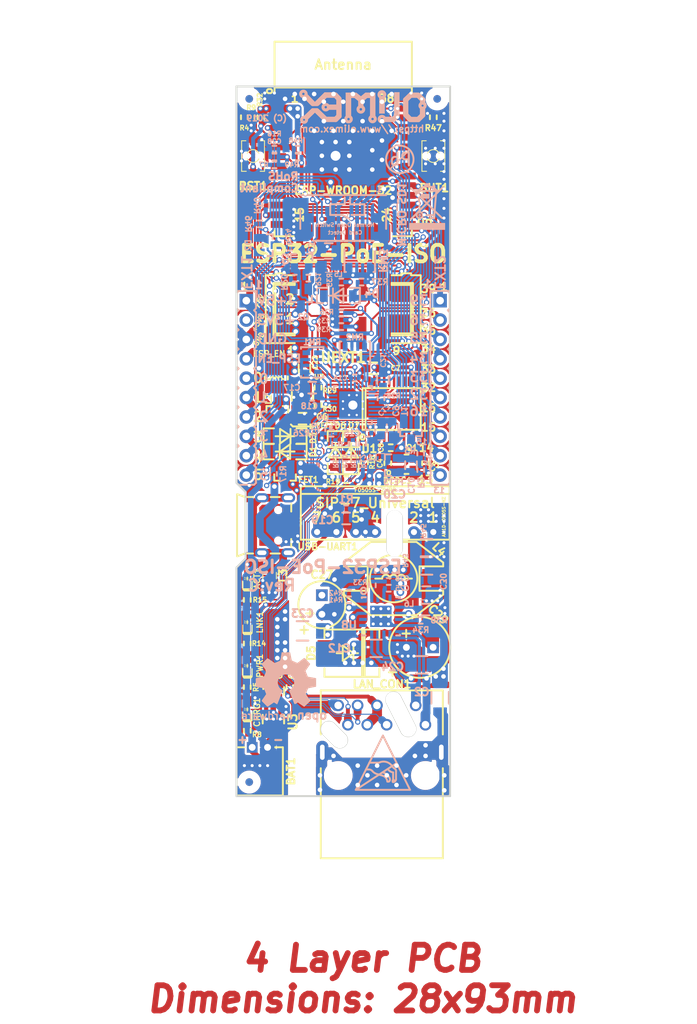
<source format=kicad_pcb>
(kicad_pcb (version 20221018) (generator pcbnew)
  (title_block (title "ESP-PoE-ISO") (date "2019-05-24") (rev "C") (company "OLIMEX Ltd.") (comment 1 "https://www.olimex.com"))
  (layers (0 "F.Cu" signal) (1 "In1.Cu" power) (2 "In2.Cu" power) (31 "B.Cu" signal) (34 "B.Paste" user) (35 "F.Paste" user) (36 "B.SilkS" user "B.Silkscreen") (37 "F.SilkS" user "F.Silkscreen") (38 "B.Mask" user) (39 "F.Mask" user) (44 "Edge.Cuts" user))
  (net 0 "")
  (net 1 "+5V")
  (net 2 "GND")
  (net 3 "Net-(BAT1-Pad1)")
  (net 4 "Net-(BUT1-Pad2)")
  (net 5 "/GPI34/BUT1")
  (net 6 "+3V3")
  (net 7 "Net-(C11-Pad1)")
  (net 8 "/GPIO3/U0RXD")
  (net 9 "/ESP_EN")
  (net 10 "/GPIO25/EMAC_RXD0(RMII)")
  (net 11 "/GPIO19/EMAC_TXD0(RMII)")
  (net 12 "/GPIO26/EMAC_RXD1(RMII)")
  (net 13 "/GPIO1/U0TXD")
  (net 14 "Net-(L2-Pad1)")
  (net 15 "Net-(Q2-Pad1)")
  (net 16 "/GPIO22/EMAC_TXD1(RMII)")
  (net 17 "/GPIO21/EMAC_TX_EN(RMII)")
  (net 18 "Net-(MICRO_SD1-Pad5)")
  (net 19 "/GPI36/U1RXD")
  (net 20 "/GPIO23/MDC(RMII)")
  (net 21 "/GPIO27/EMAC_RX_CRS_DV")
  (net 22 "/GPIO4/U1TXD")
  (net 23 "/GPIO2/HS2_DATA0")
  (net 24 "/GPIO13/I2C-SDA")
  (net 25 "/GPIO14/HS2_CLK")
  (net 26 "/GPIO15/HS2_CMD")
  (net 27 "/GPIO16/I2C-SCL")
  (net 28 "/GPIO18/MDIO(RMII)")
  (net 29 "/+5V_USB")
  (net 30 "Net-(MICRO_SD1-Pad1)")
  (net 31 "Net-(MICRO_SD1-Pad2)")
  (net 32 "Net-(MICRO_SD1-Pad8)")
  (net 33 "Net-(U4-Pad4)")
  (net 34 "Net-(U4-Pad14)")
  (net 35 "Net-(U4-Pad18)")
  (net 36 "Net-(U4-Pad20)")
  (net 37 "Net-(U4-Pad26)")
  (net 38 "Net-(USB-UART1-Pad4)")
  (net 39 "Net-(MICRO_SD1-Pad7)")
  (net 40 "/D_Com")
  (net 41 "Earth")
  (net 42 "+5VP")
  (net 43 "Net-(C26-Pad1)")
  (net 44 "Spare1")
  (net 45 "Spare2")
  (net 46 "/GPIO33")
  (net 47 "/GPIO32")
  (net 48 "/GPI39")
  (net 49 "Net-(FID1-PadFid1)")
  (net 50 "Net-(FID2-PadFid1)")
  (net 51 "Net-(FID3-PadFid1)")
  (net 52 "Net-(MICRO_SD1-PadCD1)")
  (net 53 "Net-(C4-Pad1)")
  (net 54 "Net-(C5-Pad1)")
  (net 55 "Net-(C21-Pad2)")
  (net 56 "Net-(C25-Pad1)")
  (net 57 "Net-(C29-Pad2)")
  (net 58 "Net-(D4-Pad1)")
  (net 59 "Net-(D5-Pad2)")
  (net 60 "Net-(Q2-Pad2)")
  (net 61 "Net-(Q3-Pad3)")
  (net 62 "Net-(Q3-Pad2)")
  (net 63 "Net-(Q3-Pad1)")
  (net 64 "Net-(R6-Pad1)")
  (net 65 "Net-(R26-Pad1)")
  (net 66 "Net-(R29-Pad1)")
  (net 67 "Net-(R33-Pad2)")
  (net 68 "Net-(R34-Pad2)")
  (net 69 "Net-(R38-Pad1)")
  (net 70 "Net-(R41-Pad2)")
  (net 71 "Net-(U1-Pad17)")
  (net 72 "Net-(U1-Pad14)")
  (net 73 "Net-(U1-Pad13)")
  (net 74 "Net-(U1-Pad12)")
  (net 75 "Net-(U1-Pad11)")
  (net 76 "Net-(U8-Pad17)")
  (net 77 "Net-(U8-Pad16)")
  (net 78 "Net-(U8-Pad15)")
  (net 79 "Net-(U8-Pad5)")
  (net 80 "Net-(U8-Pad4)")
  (net 81 "Net-(U8-Pad2)")
  (net 82 "Net-(U9-Pad32)")
  (net 83 "Net-(C6-Pad1)")
  (net 84 "+3.3VLAN")
  (net 85 "Net-(C17-Pad1)")
  (net 86 "/GPIO0")
  (net 87 "/GPIO5/SPI_CS")
  (net 88 "/GPI35")
  (net 89 "Net-(RM1-Pad3.2)")
  (net 90 "Net-(RM1-Pad2.2)")
  (net 91 "Net-(RM1-Pad4.2)")
  (net 92 "/GPIO17/EMAC_CLK_OUT_180")
  (net 93 "Net-(U9-Pad22)")
  (net 94 "Net-(U9-Pad21)")
  (net 95 "Net-(U9-Pad20)")
  (net 96 "Net-(U9-Pad19)")
  (net 97 "Net-(U9-Pad18)")
  (net 98 "Net-(U9-Pad17)")
  (net 99 "/GPIO12/PHY_PWR")
  (net 100 "Net-(FID4-PadFid1)")
  (net 101 "Net-(FID5-PadFid1)")
  (net 102 "Net-(FID6-PadFid1)")
  (net 103 "Net-(ACT1-Pad2)")
  (net 104 "Net-(ACT1-Pad1)")
  (net 105 "Net-(LNK1-Pad1)")
  (net 106 "Net-(C3-Pad1)")
  (net 107 "Net-(RM1-Pad1.2)")
  (net 108 "Net-(CHRG1-Pad1)")
  (net 109 "Net-(PWR1-Pad1)")
  (net 110 "Net-(C10-Pad2)")
  (net 111 "Net-(R3-Pad2)")
  (net 112 "Net-(L3-Pad1)")
  (net 113 "Net-(R8-Pad2)")
  (net 114 "Net-(C30-Pad2)")
  (net 115 "/TD+")
  (net 116 "/TD-")
  (net 117 "/RD+")
  (net 118 "/RD-")
  (net 119 "/Vss")
  (net 120 "/Vpos")
  (net 121 "/Shield")
  (net 122 "Net-(R14-Pad2)")
  (net 123 "/USB_D-")
  (net 124 "/USB_D+")
  (net 125 "Net-(C8-Pad1)")
  (net 126 "Net-(D6-Pad1)")
  (net 127 "Net-(D7-Pad2)")
  (net 128 "Net-(U1-Pad20)")
  (footprint "OLIMEX_Other-FP:Fiducial1x3" (layer "F.Cu") (at 91.821 186.309 -90)
    (fp_text reference "FID3" hide)
    (fp_text value "Fiducial" hide)
  )
  (footprint "OLIMEX_Connectors-FP:GBH-254-SMT-10" (layer "F.Cu") (at 104.14 124.333)
    (fp_text reference "UEXT1")
    (fp_text value "P-B-V-10-LF")
  )
  (footprint "OLIMEX_RLC-FP:DBS135" (layer "F.Cu") (at 110.744 159.639)
    (fp_text reference "L4")
    (fp_text value "33uH/2.1A/DCR=0.1R/20%/DBS135(PD3316MT330)")
  )
  (footprint "OLIMEX_Cases-FP:ESP-WROOM-32_MODULE" (layer "F.Cu") (at 104.14 102.035)
    (fp_text reference "U9")
    (fp_text value "ESP32-WROOM-32D-4MB")
  )
  (footprint "OLIMEX_Other-FP:Fiducial1x3" (layer "F.Cu") (at 116.459 96.774 -90)
    (fp_text reference "FID2" hide)
    (fp_text value "Fiducial" hide)
  )
  (footprint "OLIMEX_RLC-FP:R_0402_5MIL_DWS" (layer "F.Cu") (at 93.345 99.187 -90)
    (fp_text reference "R32")
    (fp_text value "470k/R0402")
  )
  (footprint "OLIMEX_Buttons-FP:IT1185AU2_V2" (layer "F.Cu") (at 115.959 104.267 90)
    (fp_text reference "BUT1")
    (fp_text value "IT1185AU2")
  )
  (footprint "OLIMEX_RLC-FP:C_0603_5MIL_DWS" (layer "F.Cu") (at 95.631 174.371 90)
    (fp_text reference "C1")
    (fp_text value "22uF/6.3V/20%/X5R/C0603")
  )
  (footprint "OLIMEX_IC-FP:SOT-23-5" (layer "F.Cu") (at 94.996 178.054 -90)
    (fp_text reference "U3")
    (fp_text value "BL4054B-42TPRN(SOT23-5)")
  )
  (footprint "OLIMEX_RLC-FP:R_0402_5MIL_DWS" (layer "F.Cu") (at 94.107 173.863 90)
    (fp_text reference "R6")
    (fp_text value "10k/R0402")
  )
  (footprint "OLIMEX_RLC-FP:R_0402_5MIL_DWS" (layer "F.Cu") (at 91.186 99.187 90)
    (fp_text reference "R4")
    (fp_text value "47k/R0402")
  )
  (footprint "OLIMEX_RLC-FP:R_0402_5MIL_DWS" (layer "F.Cu") (at 92.075 99.187 -90)
    (fp_text reference "R9")
    (fp_text value "100k/R0402")
  )
  (footprint "OLIMEX_LEDs-FP:LED_0603_KA" (layer "F.Cu") (at 91.567 176.784 90)
    (fp_text reference "CHRG1")
    (fp_text value "LED/YELLOW/0603")
  )
  (footprint "OLIMEX_LEDs-FP:LED_0603_KA" (layer "F.Cu") (at 91.567 171.069 90)
    (fp_text reference "PWR1")
    (fp_text value "LED/RED/0603")
  )
  (footprint "OLIMEX_RLC-FP:R_0402_5MIL_DWS" (layer "F.Cu") (at 91.567 173.863 -90)
    (fp_text reference "R5")
    (fp_text value "2.2k/R0402")
  )
  (footprint "OLIMEX_Other-FP:Fiducial1x3" (layer "F.Cu") (at 91.821 96.774 -90)
    (fp_text reference "FID1" hide)
    (fp_text value "Fiducial" hide)
  )
  (footprint "OLIMEX_Buttons-FP:IT1185AU2_V2" (layer "F.Cu") (at 92.321 104.267 90)
    (fp_text reference "RST1")
    (fp_text value "IT1185AU2")
  )
  (footprint "OLIMEX_RLC-FP:CPOL-RM3.5mm_8.0x11.5mm_PTH" (layer "F.Cu") (at 114.173 168.656)
    (fp_text reference "C29")
    (fp_text value "680uF/10V/20%/105C/RM3.5/8x11.5mm")
  )
  (footprint "OLIMEX_Diodes-FP:DO214AB(SMC)_1(K)-2(A)" (layer "F.Cu") (at 105.283 169.418 180)
    (fp_text reference "D5")
    (fp_text value "SS510/100V/5A/0.85V/DO214AB(SMC)")
  )
  (footprint "OLIMEX_Connectors-FP:LIPO_BAT-CON2DW02R" (layer "F.Cu") (at 93.218 184.912)
    (fp_text reference "BAT1")
    (fp_text value "DW02R")
  )
  (footprint "OLIMEX_RLC-FP:C_0402_5MIL_DWS" (layer "F.Cu") (at 97.155 173.863 90)
    (fp_text reference "C11")
    (fp_text value "100nF/16V/10%/X7R/C0402")
  )
  (footprint "OLIMEX_Transistors-FP:SOT23" (layer "F.Cu") (at 96.52 146.177 90)
    (fp_text reference "FET1")
    (fp_text value "WPM2015-3/TR")
  )
  (footprint "OLIMEX_RLC-FP:CD32" (layer "F.Cu") (at 95.377 133.35 90)
    (fp_text reference "L2")
    (fp_text value "2.2uH/1.5A/DCR=72mR/20%/3.00x3.00x1.50mm/CD32(NR3015T2R2M)")
  )
  (footprint "OLIMEX_RLC-FP:R_0402_5MIL_DWS" (layer "F.Cu") (at 100.838 136.906 -90)
    (fp_text reference "R30")
    (fp_text value "49.9k/1%/R0402")
  )
  (footprint "OLIMEX_RLC-FP:R_0402_5MIL_DWS" (layer "F.Cu") (at 100.838 134.62 90)
    (fp_text reference "R29")
    (fp_text value "220k/R0402")
  )
  (footprint "OLIMEX_RLC-FP:C_0603_5MIL_DWS" (layer "F.Cu") (at 98.806 138.684)
    (fp_text reference "C6")
    (fp_text value "22uF/6.3V/20%/X5R/C0603")
  )
  (footprint "OLIMEX_Regulators-FP:SOT-23-5" (layer "F.Cu") (at 98.806 135.763 90)
    (fp_text reference "U7")
    (fp_text value "SY8089AAAC(SOT23-5)")
  )
  (footprint "OLIMEX_RLC-FP:C_0603_5MIL_DWS" (layer "F.Cu") (at 99.06 132.08 -90)
    (fp_text reference "C22")
    (fp_text value "22uF/6.3V/20%/X5R/C0603")
  )
  (footprint "OLIMEX_RLC-FP:R_0402_5MIL_DWS" (layer "F.Cu") (at 91.567 168.148 -90)
    (fp_text reference "R14")
    (fp_text value "2.2k/R0402")
  )
  (footprint "OLIMEX_LEDs-FP:LED_0603_KA" (layer "F.Cu") (at 91.567 165.354 90)
    (fp_text reference "LNK1")
    (fp_text value "LED/GREEN/0603")
  )
  (footprint "OLIMEX_RLC-FP:R_0402_5MIL_DWS" (layer "F.Cu") (at 91.567 162.433 -90)
    (fp_text reference "R15")
    (fp_text value "2.2k/R0402")
  )
  (footprint "OLIMEX_LEDs-FP:LED_0603_KA" (layer "F.Cu") (at 91.567 159.639 90)
    (fp_text reference "ACT1")
    (fp_text value "LED/YELLOW/0603")
  )
  (footprint "OLIMEX_RLC-FP:L_0805_5MIL_DWS" (layer "F.Cu") (at 94.488 159.258 -90)
    (fp_text reference "L3")
    (fp_text value "FB0805/600R/2A")
  )
  (footprint "OLIMEX_RLC-FP:C_0603_5MIL_DWS" (layer "F.Cu") (at 108.077 132.08 180)
    (fp_text reference "C7")
    (fp_text value "22uF/6.3V/20%/X5R/C0603")
  )
  (footprint "OLIMEX_RLC-FP:C_0402_5MIL_DWS" (layer "F.Cu") (at 114.935 144.526 -90)
    (fp_text reference "C5")
    (fp_text value "27pF/50V/5%/C0G/C0402")
  )
  (footprint "OLIMEX_RLC-FP:C_0402_5MIL_DWS" (layer "F.Cu") (at 109.982 144.526 90)
    (fp_text reference "C4")
    (fp_text value "27pF/50V/5%/C0G/C0402")
  )
  (footprint "OLIMEX_Transistors-FP:SOT23" (layer "F.Cu") (at 95.504 137.668 -90)
    (fp_text reference "FET2")
    (fp_text value "WPM2015-3/TR")
  )
  (footprint "OLIMEX_RLC-FP:C_0402_5MIL_DWS" (layer "F.Cu") (at 110.363 142.494)
    (fp_text reference "C8")
    (fp_text value "100nF/16V/10%/X7R/C0402")
  )
  (footprint "OLIMEX_RLC-FP:R_0402_5MIL_DWS" (layer "F.Cu") (at 106.934 144.399 -90)
    (fp_text reference "R18")
    (fp_text value "10k/R0402")
  )
  (footprint "OLIMEX_Other-FP:Mounting_hole_2_mm" (layer "F.Cu") (at 110.871 153.7335)
    (fp_text reference "Drill_Slot1" hide)
    (fp_text value "2 mm" hide)
  )
  (footprint "OLIMEX_Other-FP:Mounting_hole_2_mm" (layer "F.Cu") (at 102.9716 180.0987 45)
    (fp_text reference "Drill_Slot3" hide)
    (fp_text value "2 mm" hide)
  )
  (footprint "OLIMEX_RLC-FP:R_0402_5MIL_DWS" (layer "F.Cu") (at 115.951 99.187 90)
    (fp_text reference "R47")
    (fp_text value "220R/R0402")
  )
  (footprint "OLIMEX_Regulators-FP:SIP-7_Universal" (layer "F.Cu") (at 108.331 153.543 180)
    (fp_text reference "DCDC1")
    (fp_text value "F0505S-2WR2(SIP-7)")
  )
  (footprint "OLIMEX_Connectors-FP:RJP-003TC1(LPJ4112CNL)-ISO(Pin(7)and(8)CUT)" (layer "F.Cu") (at 109.2 185.293)
    (fp_text reference "LAN_CON1")
    (fp_text value "RJP-003TC1(LPJ4112CNL)---Pin<7>_and_<8>_to_be_CUT!!!")
  )
  (footprint "OLIMEX_RLC-FP:R_0402_5MIL_DWS" (layer "F.Cu") (at 91.567 179.578 -90)
    (fp_text reference "R8")
    (fp_text value "2.2k/R0402")
  )
  (footprint "OLIMEX_RLC-FP:CPOL-RM2.5mm_6.3x11mm_PTH" (layer "F.Cu") (at 101.346 163.068 90)
    (fp_text reference "C27")
    (fp_text value "15uF/100V/20%/RM2.5/6.3x11mm(Farnell:1281844)")
  )
  (footprint "OLIMEX_IC-FP:SSOP-20W" (layer "F.Cu") (at 110.49 137.414)
    (fp_text reference "U1")
    (fp_text value "CH340T(SSOP20W)")
  )
  (footprint "OLIMEX_Crystal-FP:TSX-3.2x2.5mm_GND(3)" (layer "F.Cu") (at 112.438 144.653)
    (fp_text reference "Q1")
    (fp_text value "Q12MHz/20pF/10ppm/4P/3.2x2.5mm")
  )
  (footprint "OLIMEX_RLC-FP:R_0402_5MIL_DWS" (layer "F.Cu") (at 104.521 146.685 180)
    (fp_text reference "R19")
    (fp_text value "10k/R0402")
  )
  (footprint "OLIMEX_Diodes-FP:SOD-123_1C-2A_KA" (layer "F.Cu") (at 103.124 143.129 -90)
    (fp_text reference "D6")
    (fp_text value "1N5819S4/SOD123")
  )
  (footprint "OLIMEX_Diodes-FP:SOD-123_1C-2A_KA" (layer "F.Cu") (at 105.156 143.129 -90)
    (fp_text reference "D7")
    (fp_text value "1N5819S4/SOD123")
  )
  (footprint "OLIMEX_Diodes-FP:SOD-123_1C-2A_KA" (layer "F.Cu") (at 96.52 140.97 180)
    (fp_text reference "D3")
    (fp_text value "1N5819S4/SOD123")
  )
  (footprint "OLIMEX_Diodes-FP:SOD-123_1C-2A_KA" (layer "F.Cu") (at 96.52 143.002)
    (fp_text reference "D1")
    (fp_text value "1N5819S4/SOD123")
  )
  (footprint "OLIMEX_Other-FP:Mounting_hole_2_mm" (layer "F.Cu") (at 111.6965 177.419 27)
    (fp_text reference "Drill_Slot2" hide)
    (fp_text value "2 mm" hide)
  )
  (footprint "OLIMEX_Connectors-FP:USB-MICRO_MISB-SWMM-5B_LF" (layer "F.Cu") (at 93.726 152.654 180)
    (fp_text reference "USB-UART1")
    (fp_text value "MISB-SWMM-5B-LF(USB_MICRO)")
  )
  (footprint "OLIMEX_RLC-FP:L_0805_5MIL_DWS" (layer "B.Cu") (at 102.235 118.618)
    (fp_text reference "L5")
    (fp_text value "FB0805/600R/2A")
  )
  (footprint "OLIMEX_Connectors-FP:HN1x10" (layer "B.Cu") (at 116.84 134.65 -90)
    (fp_text reference "EXT2")
    (fp_text value "NS(HN1x10)")
  )
  (footprint "OLIMEX_Other-FP:Fiducial1x3" (layer "B.Cu") (at 91.821 186.309 -90)
    (fp_text reference "FID6" hide)
    (fp_text value "Fiducial" hide)
  )
  (footprint "OLIMEX_RLC-FP:R_0402_5MIL_DWS" (layer "B.Cu") (at 114.3 165.1 180)
    (fp_text reference "R34")
    (fp_text value "NA(49.9R/1%/R0402)")
  )
  (footprint "OLIMEX_RLC-FP:R_1206_5MIL_DWS" (layer "B.Cu") (at 115.062 155.575 180)
    (fp_text reference "R45")
    (fp_text value "220R/5%/0.25W/R1206")
  )
  (footprint "OLIMEX_RLC-FP:R_1206_5MIL_DWS" (layer "B.Cu") (at 115.062 157.988 180)
    (fp_text reference "R43")
    (fp_text value "220R/5%/0.25W/R1206")
  )
  (footprint "OLIMEX_LOGOs-FP:LOGO_PBFREE" (layer "B.Cu") (at 111.76 104.394)
    (fp_text reference "Sign_PB-Free")
    (fp_text value "")
  )
  (footprint "OLIMEX_RLC-FP:R_0402_5MIL_DWS" (layer "B.Cu") (at 106.553 120.777 180)
    (fp_text reference "R37")
    (fp_text value "10k/R0402")
  )
  (footprint "OLIMEX_Connectors-FP:uSD(TFC-9P-1.xH(ATFFS150A01BR016))" (layer "B.Cu") (at 104.14 111.887)
    (fp_text reference "MICRO_SD1")
    (fp_text value "TFC-9P-1.7H(ATFFS150A01BR016)")
  )
  (footprint "OLIMEX_RLC-FP:R_0402_5MIL_DWS" (layer "B.Cu") (at 93.98 110.744 90)
    (fp_text reference "R40")
    (fp_text value "10R/R0402")
  )
  (footprint "OLIMEX_Other-FP:Fiducial1x3" (layer "B.Cu") (at 116.459 96.774 -90)
    (fp_text reference "FID5" hide)
    (fp_text value "Fiducial" hide)
  )
  (footprint "OLIMEX_Other-FP:Fiducial1x3" (layer "B.Cu") (at 91.821 96.774 -90)
    (fp_text reference "FID4" hide)
    (fp_text value "Fiducial" hide)
  )
  (footprint "OLIMEX_RLC-FP:R_MATRIX_4" (layer "B.Cu") (at 106.299 117.983)
    (fp_text reference "RM3")
    (fp_text value "RA1206_(4X0603)_4B8_2.2k")
  )
  (footprint "OLIMEX_RLC-FP:R_0402_5MIL_DWS" (layer "B.Cu") (at 103.886 126.619)
    (fp_text reference "R39")
    (fp_text value "10k/R0402")
  )
  (footprint "OLIMEX_RLC-FP:C_0805_5MIL_DWS" (layer "B.Cu") (at 102.235 116.713 180)
    (fp_text reference "C3")
    (fp_text value "47uF/6.3V/20%/X5R/C0805")
  )
  (footprint "OLIMEX_Connectors-FP:HN1x10" (layer "B.Cu") (at 91.44 134.65 -90)
    (fp_text reference "EXT1")
    (fp_text value "NS(HN1x10)")
  )
  (footprint "OLIMEX_RLC-FP:L_0805_5MIL_DWS" (layer "B.Cu") (at 114.681 161.544 180)
    (fp_text reference "L6")
    (fp_text value "FB0805/600R/2A")
  )
  (footprint "OLIMEX_RLC-FP:C_0603_5MIL_DWS" (layer "B.Cu") (at 115.062 159.893 180)
    (fp_text reference "C30")
    (fp_text value "22uF/6.3V/20%/X5R/C0603")
  )
  (footprint "OLIMEX_RLC-FP:R_0402_5MIL_DWS" (layer "B.Cu") (at 104.902 162.433)
    (fp_text reference "R41")
    (fp_text value "1.05k/1%/R0402")
  )
  (footprint "OLIMEX_RLC-FP:C_0603_5MIL_DWS" (layer "B.Cu") (at 104.521 151.765)
    (fp_text reference "C19")
    (fp_text value "22uF/6.3V/20%/X5R/C0603")
  )
  (footprint "OLIMEX_IC-FP:QFN-20_5x5mm(Si3402-B-GM)" (layer "B.Cu") (at 109.077 164.592 -90)
    (fp_text reference "U8")
    (fp_text value "Si3402-B-GM(QFN-20_5x5mm)")
  )
  (footprint "OLIMEX_RLC-FP:C_1206_5MIL_DWS" (layer "B.Cu") (at 114.427 170.942)
    (fp_text reference "C24")
    (fp_text value "100nF/100V/20%/C1206")
  )
  (footprint "OLIMEX_RLC-FP:C_1206_5MIL_DWS_ISO" (layer "B.Cu") (at 108.458 168.783 180)
    (fp_text reference "C12")
    (fp_text value "2.2uF/100V/20%/X7R/C1206(AVX_12061C225KAT2A_Comet)")
  )
  (footprint "OLIMEX_RLC-FP:C_1206_5MIL_DWS_ISO" (layer "B.Cu") (at 116.84 175.26 -90)
    (fp_text reference "C2")
    (fp_text value "1nF/2000V/10%/X7R/C1206")
  )
  (footprint "OLIMEX_RLC-FP:C_1808(4520)_5MIL_DWS_ISO" (layer "B.Cu") (at 110.871 150.749)
    (fp_text reference "C20")
    (fp_text value "1.0nF/3kV/10%/X7R/SMD/1808(VISHAY-VJ1808Y102KBHAT4X_Farnell-2407291)")
  )
  (footprint "OLIMEX_RLC-FP:R_0603_5MIL_DWS" (layer "B.Cu") (at 114.935 163.703)
    (fp_text reference "R38")
    (fp_text value "25.5k/1%/R0603")
  )
  (footprint "OLIMEX_RLC-FP:C_1808(4520)_5MIL_DWS_ISO" (layer "B.Cu") (at 98.806 166.497)
    (fp_text reference "C23")
    (fp_text value "1.0nF/3kV/10%/X7R/SMD/1808(VISHAY-VJ1808Y102KBHAT4X_Farnell-2407291)")
  )
  (footprint "OLIMEX_RLC-FP:R_0402_5MIL_DWS" (layer "B.Cu") (at 107.95 160.528 -90)
    (fp_text reference "R33")
    (fp_text value "47k/R0402")
  )
  (footprint "OLIMEX_RLC-FP:C_0402_5MIL_DWS" (layer "B.Cu") (at 110.109 160.02)
    (fp_text reference "C26")
    (fp_text value "1nF/50V/10%/X7R/C0402")
  )
  (footprint "OLIMEX_LOGOs-FP:OLIMEX_LOGO_TB" (layer "B.Cu") (at 106.553 97.79 180)
    (fp_text reference "Logo_Olimex" hide)
    (fp_text value "" hide)
  )
  (footprint "OLIMEX_RLC-FP:R_0402_5MIL_DWS" (layer "B.Cu") (at 97.155 116.205 180)
    (fp_text reference "R24")
    (fp_text value "220R/R0402")
  )
  (footprint "OLIMEX_RLC-FP:R_0402_5MIL_DWS" (layer "B.Cu") (at 114.3 143.256 90)
    (fp_text reference "R3")
    (fp_text value "1k/R0402")
  )
  (footprint "OLIMEX_RLC-FP:C_0603_5MIL_DWS" (layer "B.Cu") (at 113.03 144.78 90)
    (fp_text reference "C10")
    (fp_text value "22uF/6.3V/20%/X5R/C0603")
  )
  (footprint "OLIMEX_RLC-FP:C_0402_5MIL_DWS" (layer "B.Cu") (at 100.076 135.89 180)
    (fp_text reference "C18")
    (fp_text value "100nF/16V/10%/X7R/C0402")
  )
  (footprint "OLIMEX_RLC-FP:R_0402_5MIL_DWS" (layer "B.Cu") (at 105.41 141.986 90)
    (fp_text reference "R13")
    (fp_text value "49.9R/1%/R0402")
  )
  (footprint "OLIMEX_RLC-FP:C_0603_5MIL_DWS" (layer "B.Cu") (at 109.347 133.604 -90)
    (fp_text reference "C21")
    (fp_text value "NA(10uF/6.3V/20%/X5R/C0603)")
  )
  (footprint "OLIMEX_RLC-FP:C_0603_5MIL_DWS" (layer "B.Cu") (at 100.076 134.62 180)
    (fp_text reference "C17")
    (fp_text value "2.2uF/6.3V/10%/X5R/C0603")
  )
  (footprint "OLIMEX_RLC-FP:R_MATRIX_4" (layer "B.Cu") (at 100.076 131.318 90)
    (fp_text reference "RM1")
    (fp_text value "RA1206_(4X0603)_4B8_2.2k")
  )
  (footprint "OLIMEX_RLC-FP:R_MATRIX_4" (layer "B.Cu") (at 105.664 130.048)
    (fp_text reference "RM2")
    (fp_text value "RA1206_(4X0603)_4B8_2.2k")
  )
  (footprint "OLIMEX_RLC-FP:L_0805_5MIL_DWS" (layer "B.Cu") (at 109.093 142.367 180)
    (fp_text reference "L1")
    (fp_text value "FB0805/600R/2A")
  )
  (footprint "OLIMEX_IC-FP:QFN32_EP(33)_5.00x5.00x0.90mm_Pitch_0.50mm" (layer "B.Cu") (at 105.41 136.906 90)
    (fp_text reference "U4")
    (fp_text value "LAN8710A-EZC(QFN32)")
  )
  (footprint "OLIMEX_Transistors-FP:SOT23" (layer "B.Cu") (at 113.03 140.335 90)
    (fp_text reference "T1")
    (fp_text value "DTC114YKA(SOT-23)")
  )
  (footprint "OLIMEX_RLC-FP:R_0402_5MIL_DWS" (layer "B.Cu") (at 106.68 141.986 90)
    (fp_text reference "R12")
    (fp_text value "49.9R/1%/R0402")
  )
  (footprint "OLIMEX_RLC-FP:R_0402_5MIL_DWS" (layer "B.Cu") (at 114.3 145.415 90)
    (fp_text reference "R2")
    (fp_text value "10k/R0402")
  )
  (footprint "OLIMEX_RLC-FP:C_0402_5MIL_DWS" (layer "B.Cu") (at 95.123 104.394 180)
    (fp_text reference "C28")
    (fp_text value "1nF/50V/10%/X7R/C0402")
  )
  (footprint "OLIMEX_RLC-FP:R_0402_5MIL_DWS" (layer "B.Cu") (at 95.123 103.378 180)
    (fp_text reference "R16")
    (fp_text value "470k/R0402")
  )
  (footprint "OLIMEX_RLC-FP:R_0402_5MIL_DWS" (layer "B.Cu") (at 95.123 105.41)
    (fp_text reference "R7")
    (fp_text value "470k/R0402")
  )
  (footprint "OLIMEX_RLC-FP:C_0402_5MIL_DWS" (layer "B.Cu") (at 107.315 140.589)
    (fp_text reference "C15")
    (fp_text value "100nF/16V/10%/X7R/C0402")
  )
  (footprint "OLIMEX_RLC-FP:C_0603_5MIL_DWS" (layer "B.Cu") (at 110.617 139.954 90)
    (fp_text reference "C9")
    (fp_text value "22uF/6.3V/20%/X5R/C0603")
  )
  (footprint "OLIMEX_Transistors-FP:SOT23" (layer "B.Cu") (at 110.236 144.78)
    (fp_text reference "FET3")
    (fp_text value "WPM2015-3/TR")
  )
  (footprint "OLIMEX_RLC-FP:R_0402_5MIL_DWS" (layer "B.Cu") (at 109.093 136.017 -90)
    (fp_text reference "R25")
    (fp_text value "10k/R0402")
  )
  (footprint "OLIMEX_RLC-FP:C_0402_5MIL_DWS" (layer "B.Cu") (at 105.664 133.35)
    (fp_text reference "C14")
    (fp_text value "100nF/16V/10%/X7R/C0402")
  )
  (footprint "OLIMEX_RLC-FP:C_0402_5MIL_DWS" (layer "B.Cu") (at 101.346 140.081 -90)
    (fp_text reference "C16")
    (fp_text value "100nF/16V/10%/X7R/C0402")
  )
  (footprint "OLIMEX_RLC-FP:R_0402_5MIL_DWS" (layer "B.Cu") (at 102.616 140.589 180)
    (fp_text reference "R26")
    (fp_text value "12.1k/1%/R0402")
  )
  (footprint "OLIMEX_RLC-FP:R_0402_5MIL_DWS" (layer "B.Cu") (at 104.521 150.495)
    (fp_text reference "R1")
    (fp_text value "10k/R0402")
  )
  (footprint "OLIMEX_RLC-FP:R_0402_5MIL_DWS" (layer "B.Cu") (at 97.79 120.269 180)
    (fp_text reference "R20")
    (fp_text value "1k/R0402")
  )
  (footprint "OLIMEX_RLC-FP:R_0402_5MIL_DWS" (layer "B.Cu") (at 99.568 120.269 180)
    (fp_text reference "R21")
    (fp_text value "1k/R0402")
  )
  (footprint "OLIMEX_Transistors-FP:SOT23" (layer "B.Cu") (at 98.679 117.729 -90)
    (fp_text reference "Q3")
    (fp_text value "BC817-40(SOT23)")
  )
  (footprint "OLIMEX_Transistors-FP:SOT23" (layer "B.Cu") (at 98.61296 122.77344 90)
    (fp_text reference "Q2")
    (fp_text value "BC817-40(SOT23)")
  )
  (footprint "OLIMEX_Diodes-FP:SOT23-3" (layer "B.Cu") (at 94.234 115.951 180)
    (fp_text reference "D2")
    (fp_text value "BAT54C(SOT23-3)")
  )
  (footprint "OLIMEX_RLC-FP:R_0402_5MIL_DWS" (layer "B.Cu") (at 103.886 125.73)
    (fp_text reference "R31")
    (fp_text value "2.2k/R0402")
  )
  (footprint "OLIMEX_RLC-FP:R_0402_5MIL_DWS" (layer "B.Cu") (at 98.171 103.378 180)
    (fp_text reference "R48")
    (fp_text value "10k/R0402")
  )
  (footprint "OLIMEX_RLC-FP:R_0402_5MIL_DWS" (layer "B.Cu") (at 98.171 104.394)
    (fp_text reference "R49")
    (fp_text value "NA/R0402")
  )
  (footprint "OLIMEX_LOGOs-FP:LOGO_ANTISTATIC_1" (layer "B.Cu") (at 112.903 187.325 180)
    (fp_text reference "Sign_Antistatic" hide)
    (fp_text value "Val**" hide)
  )
  (footprint "OLIMEX_LOGOs-FP:LOGO_OPENHARDWARE_8x8" (layer "B.Cu") (at 96.647 173.355 180)
    (fp_text reference "Logo_OSHW" hide)
    (fp_text value "" hide)
  )
  (footprint "OLIMEX_RLC-FP:R_0402_5MIL_DWS" (layer "B.Cu") (at 104.902 161.544 180)
    (fp_text reference "R42")
    (fp_text value "3.01k/1%/R0402")
  )
  (footprint "OLIMEX_RLC-FP:R_0402_5MIL_DWS" (layer "B.Cu") (at 103.886 120.777)
    (fp_text reference "R35")
    (fp_text value "2.2k/R0402")
  )
  (footprint "OLIMEX_RLC-FP:R_0402_5MIL_DWS" (layer "B.Cu") (at 103.886 124.841)
    (fp_text reference "R36")
    (fp_text value "10k/R0402")
  )
  (footprint "OLIMEX_RLC-FP:C_0603_5MIL_DWS" (layer "B.Cu") (at 109.093 139.954 90)
    (fp_text reference "C13")
    (fp_text value "22uF/6.3V/20%/X5R/C0603")
  )
  (footprint "OLIMEX_RLC-FP:R_0402_5MIL_DWS" (layer "B.Cu") (at 93.218 113.157)
    (fp_text reference "R46")
    (fp_text value "220R/R0402")
  )
  (footprint "OLIMEX_LOGOs-FP:LOGO_RECYCLEBIN_1" (layer "B.Cu") (at 117.475 113.919 180)
    (fp_text reference "Sign_RecycleBin" hide)
    (fp_text value "" hide)
  )
  (footprint "OLIMEX_Diodes-FP:SOD-123_1C-2A_KA" (layer "B.Cu") (at 103.505 122.555)
    (fp_text reference "D4")
    (fp_text value "1N5819S4/SOD-123")
  )
  (footprint "OLIMEX_RLC-FP:C_0402_5MIL_DWS" (layer "B.Cu") (at 110.109 160.909)
    (fp_text reference "C25")
    (fp_text value "100nF/16V/10%/X7R/C0402")
  )
  (footprint "OLIMEX_RLC-FP:R_0402_5MIL_DWS" (layer "B.Cu") (at 103.124 141.986 90)
    (fp_text reference "R11")
    (fp_text value "49.9R/1%/R0402")
  )
  (footprint "OLIMEX_RLC-FP:R_0402_5MIL_DWS" (layer "B.Cu") (at 104.394 141.986 90)
    (fp_text reference "R10")
    (fp_text value "49.9R/1%/R0402")
  )
  (footprint "OLIMEX_RLC-FP:R_0402_5MIL_DWS" (layer "B.Cu") (at 94.996 145.923 90)
    (fp_text reference "R17")
    (fp_text value "NA")
  )
  (gr_line (start 100.33 139.7) (end 97.663 139.7) (stroke (width 0.254)) (layer "F.SilkS"))
  (gr_line (start 100.33 139.7) (end 99.822 139.446) (stroke (width 0.254)) (layer "F.SilkS"))
  (gr_line (start 97.663 139.7) (end 97.536 139.7) (stroke (width 0.254)) (layer "F.SilkS"))
  (gr_line (start 100.33 139.7) (end 99.822 139.954) (stroke (width 0.254)) (layer "F.SilkS"))
  (gr_line (start 97.536 139.7) (end 97.282 139.446) (stroke (width 0.254)) (layer "F.SilkS"))
  (gr_line (start 118.15 188.15) (end 118.15 95.15) (stroke (width 0.254)) (layer "Edge.Cuts"))
  (gr_line (start 90.15 147.1) (end 90.15 95.15) (stroke (width 0.254)) (layer "Edge.Cuts"))
  (gr_line (start 90.15 95.15) (end 118.15 95.15) (stroke (width 0.254)) (layer "Edge.Cuts"))
  (gr_line (start 90.15 188.15) (end 118.15 188.15) (stroke (width 0.254)) (layer "Edge.Cuts"))
  (gr_line (start 90.15 188.15) (end 90.15 158.2) (stroke (width 0.254)) (layer "Edge.Cuts"))
  (gr_line (start 90.15 158.2) (end 91.35 157) (stroke (width 0.254)) (layer "Edge.Cuts"))
  (gr_arc (start 113.528883 178.815998) (mid 113.157002 180.203883) (end 111.769117 179.832002) (stroke (width 0.15)) (layer "Edge.Cuts"))
  (gr_line (start 109.835264 175.968368) (end 111.769117 179.832002) (stroke (width 0.15)) (layer "Edge.Cuts"))
  (gr_line (start 111.62388 175.006002) (end 113.528883 178.815998) (stroke (width 0.15)) (layer "Edge.Cuts"))
  (gr_arc (start 109.835264 175.968368) (mid 110.262601 174.61929) (end 111.62388 175.006002) (stroke (width 0.15)) (layer "Edge.Cuts"))
  (gr_arc (start 101.538363 180.095033) (mid 101.538363 178.658179) (end 102.975217 178.658179) (stroke (width 0.15)) (layer "Edge.Cuts"))
  (gr_arc (start 104.412048 180.095025) (mid 104.41205 181.531863) (end 102.975212 181.531865) (stroke (width 0.15)) (layer "Edge.Cuts"))
  (gr_line (start 102.975212 181.531865) (end 101.538369 180.095027) (stroke (width 0.15)) (layer "Edge.Cuts"))
  (gr_line (start 104.41205 180.095025) (end 102.975217 178.658179) (stroke (width 0.15)) (layer "Edge.Cuts"))
  (gr_line (start 111.887 155.702) (end 111.887 151.765) (stroke (width 0.15)) (layer "Edge.Cuts"))
  (gr_arc (start 111.887 155.702) (mid 110.871 156.718) (end 109.855 155.702) (stroke (width 0.15)) (layer "Edge.Cuts"))
  (gr_line (start 109.855 155.702) (end 109.854991 151.765) (stroke (width 0.15)) (layer "Edge.Cuts"))
  (gr_arc (start 109.854991 151.765) (mid 110.871 150.748991) (end 111.887009 151.765) (stroke (width 0.15)) (layer "Edge.Cuts"))
  (gr_line (start 91.35 148.3) (end 91.35 157) (stroke (width 0.254)) (layer "Edge.Cuts"))
  (gr_line (start 90.15 147.1) (end 91.35 148.3) (stroke (width 0.254)) (layer "Edge.Cuts"))
  (gr_text "4 Layer PCB\nDimensions: 28x93mm" (at 106.68 212.09) (layer "F.Cu") (effects (font (size 3.302 3.302) (thickness 0.762) italic)))
  (gr_text "1" (at 115.189 121.031) (layer "B.SilkS") (effects (font (size 1.016 1.016) (thickness 0.254)) (justify mirror)))
  (gr_text "https://www.olimex.com" (at 106.553 100.711) (layer "B.SilkS") (effects (font (size 0.889 0.889) (thickness 0.1905)) (justify mirror)))
  (gr_text "1" (at 108.839 108.585) (layer "B.SilkS") (effects (font (size 0.762 0.762) (thickness 0.1905)) (justify mirror)))
  (gr_text "(C) 2019" (at 94.107 99.314) (layer "B.SilkS") (effects (font (size 0.762 0.762) (thickness 0.1905)) (justify mirror)))
  (gr_text "RoHS" (at 96.266 106.934) (layer "B.SilkS") (effects (font (size 1.016 1.016) (thickness 0.254)) (justify mirror)))
  (gr_text "Compliant" (at 94.488 108.458) (layer "B.SilkS") (effects (font (size 1.016 1.016) (thickness 0.254)) (justify mirror)))
  (gr_text "ESP32-PoE-ISO" (at 101.473 158.115) (layer "B.SilkS") (effects (font (size 1.651 1.651) (thickness 0.381)) (justify mirror)))
  (gr_text "39" (at 114.046 123.19) (layer "B.SilkS") (effects (font (size 1.27 1.27) (thickness 0.254)) (justify mirror)))
  (gr_text "35" (at 114.046 128.143) (layer "B.SilkS") (effects (font (size 1.27 1.27) (thickness 0.254)) (justify mirror)))
  (gr_text "34" (at 114.046 130.81) (layer "B.SilkS") (effects (font (size 1.27 1.27) (thickness 0.254)) (justify mirror)))
  (gr_text "33" (at 114.046 133.223) (layer "B.SilkS") (effects (font (size 1.27 1.27) (thickness 0.254)) (justify mirror)))
  (gr_text "32" (at 114.046 135.509) (layer "B.SilkS") (effects (font (size 1.27 1.27) (thickness 0.254)) (justify mirror)))
  (gr_text "16" (at 114.046 137.668) (layer "B.SilkS") (effects (font (size 1.27 1.27) (thickness 0.254)) (justify mirror)))
  (gr_text "15" (at 114.427 141.732) (layer "B.SilkS") (effects (font (size 0.762 0.762) (thickness 0.1905)) (justify mirror)))
  (gr_text "14" (at 115.189 144.145 60) (layer "B.SilkS") (effects (font (size 0.762 0.762) (thickness 0.1905)) (justify mirror)))
  (gr_text "13" (at 116.713 148.082) (layer "B.SilkS") (effects (font (size 0.762 0.762) (thickness 0.1905)) (justify mirror)))
  (gr_text "+5V" (at 94.869 123.19) (layer "B.SilkS") (effects (font (size 1.27 1.27) (thickness 0.254)) (justify mirror)))
  (gr_text "+3V3" (at 95.377 125.73) (layer "B.SilkS") (effects (font (size 1.27 1.27) (thickness 0.254)) (justify mirror)))
  (gr_text "GND" (at 94.869 128.27) (layer "B.SilkS") (effects (font (size 1.27 1.27) (thickness 0.254)) (justify mirror)))
  (gr_text "ESP_EN" (at 95.758 130.81) (layer "B.SilkS") (effects (font (size 1.016 1.016) (thickness 0.254)) (justify mirror)))
  (gr_text "0" (at 93.726 133.477) (layer "B.SilkS") (effects (font (size 1.27 1.27) (thickness 0.254)) (justify mirror)))
  (gr_text "1" (at 93.726 135.89) (layer "B.SilkS") (effects (font (size 1.27 1.27) (thickness 0.254)) (justify mirror)))
  (gr_text "2" (at 93.726 138.43) (layer "B.SilkS") (effects (font (size 1.27 1.27) (thickness 0.254)) (justify mirror)))
  (gr_text "3" (at 93.726 140.97) (layer "B.SilkS") (effects (font (size 1.27 1.27) (thickness 0.254)) (justify mirror)))
  (gr_text "4" (at 93.726 143.51) (layer "B.SilkS") (effects (font (size 1.27 1.27) (thickness 0.254)) (justify mirror)))
  (gr_text "5" (at 93.726 146.05) (layer "B.SilkS") (effects (font (size 1.27 1.27) (thickness 0.254)) (justify mirror)))
  (gr_text "+" (at 90.932 180.721) (layer "B.SilkS") (effects (font (size 1.016 1.016) (thickness 0.254)) (justify mirror)))
  (gr_text "-" (at 95.631 180.721) (layer "B.SilkS") (effects (font (size 1.016 1.016) (thickness 0.254)) (justify mirror)))
  (gr_text "36" (at 114.046 125.73) (layer "B.SilkS") (effects (font (size 1.27 1.27) (thickness 0.254)) (justify mirror)))
  (gr_text "Rev.C" (at 94.742 160.528) (layer "B.SilkS") (effects (font (size 1.524 1.524) (thickness 0.3175)) (justify mirror)))
  (gr_text "1" (at 93.091 121.158) (layer "B.SilkS") (effects (font (size 1.016 1.016) (thickness 0.254)) (justify mirror)))
  (gr_text "ESP32-PoE-ISO" (at 104.14 117.094) (layer "F.SilkS") (effects (font (size 2.159 2.159) (thickness 0.508))))
  (gr_text "1" (at 117.348 121.412) (layer "F.SilkS") (effects (font (size 1.016 1.016) (thickness 0.254))))
  (gr_text "+" (at 90.932 180.721) (layer "F.SilkS") (effects (font (size 1.016 1.016) (thickness 0.254))))
  (gr_text "1" (at 97.282 129.794) (layer "F.SilkS") (effects (font (size 1.016 1.016) (thickness 0.254))))
  (gr_text "+5V" (at 93.091 123.317 60) (layer "F.SilkS") (effects (font (size 0.635 0.635) (thickness 0.15875))))
  (gr_text "+3V3" (at 92.964 126.111 60) (layer "F.SilkS") (effects (font (size 0.635 0.635) (thickness 0.15875))))
  (gr_text "GND" (at 93.091 128.27 60) (layer "F.SilkS") (effects (font (size 0.635 0.635) (thickness 0.15875))))
  (gr_text "ESP_EN" (at 94.4245 130.175) (layer "F.SilkS") (effects (font (size 0.762 0.762) (thickness 0.15875))))
  (gr_text "0" (at 92.964 133.223 180) (layer "F.SilkS") (effects (font (size 1.27 1.27) (thickness 0.254))))
  (gr_text "9" (at 111.125 129.794) (layer "F.SilkS") (effects (font (size 1.016 1.016) (thickness 0.254))))
  (gr_text "1" (at 92.964 135.89) (layer "F.SilkS") (effects (font (size 1.27 1.27) (thickness 0.254))))
  (gr_text "2" (at 92.964 138.43) (layer "F.SilkS") (effects (font (size 1.27 1.27) (thickness 0.254))))
  (gr_text "3" (at 92.964 141.097) (layer "F.SilkS") (effects (font (size 1.27 1.27) (thickness 0.254))))
  (gr_text "4" (at 92.964 143.637) (layer "F.SilkS") (effects (font (size 1.27 1.27) (thickness 0.254))))
  (gr_text "5" (at 92.964 146.05) (layer "F.SilkS") (effects (font (size 1.27 1.27) (thickness 0.254))))
  (gr_text "13" (at 114.935 146.685) (layer "F.SilkS") (effects (font (size 1.016 1.016) (thickness 0.254))))
  (gr_text "14" (at 115.062 142.494) (layer "F.SilkS") (effects (font (size 1.016 1.016) (thickness 0.254))))
  (gr_text "15" (at 115.316 139.827) (layer "F.SilkS") (effects (font (size 1.016 1.016) (thickness 0.254))))
  (gr_text "16" (at 115.316 137.287) (layer "F.SilkS") (effects (font (size 1.016 1.016) (thickness 0.254))))
  (gr_text "32" (at 115.316 134.62) (layer "F.SilkS") (effects (font (size 1.016 1.016) (thickness 0.254))))
  (gr_text "33" (at 115.316 132.207) (layer "F.SilkS") (effects (font (size 1.016 1.016) (thickness 0.254))))
  (gr_text "34" (at 115.316 129.54) (layer "F.SilkS") (effects (font (size 1.016 1.016) (thickness 0.254))))
  (gr_text "35" (at 115.316 127.127) (layer "F.SilkS") (effects (font (size 1.016 1.016) (thickness 0.254))))
  (gr_text "36" (at 115.316 124.841) (layer "F.SilkS") (effects (font (size 1.016 1.016) (thickness 0.254))))
  (gr_text "39" (at 115.316 121.666) (layer "F.SilkS") (effects (font (size 1.016 1.016) (thickness 0.254))))
  (gr_text "-" (at 95.631 180.721) (layer "F.SilkS") (effects (font (size 1.016 1.016) (thickness 0.254))))
  (gr_text "1" (at 91.186 121.412) (layer "F.SilkS") (effects (font (size 1.016 1.016) (thickness 0.254))))
  (segment (start 92.329 175.26) (end 91.567 176.022) (width 0.762) (layer "F.Cu") (net 1))
  (segment (start 94.62 140.97) (end 94.62 142.245) (width 1.27) (layer "F.Cu") (net 1))
  (segment (start 92.329 104.013) (end 92.329 104.4575) (width 0.508) (layer "F.Cu") (net 1))
  (segment (start 91.186 99.695) (end 91.186 102.87) (width 0.508) (layer "F.Cu") (net 1))
  (segment (start 91.694 123.063) (end 91.44 123.317) (width 0.508) (layer "F.Cu") (net 1))
  (segment (start 92.075 121.539) (end 92.075 123.19) (width 0.508) (layer "F.Cu") (net 1))
  (segment (start 91.694 121.158) (end 92.075 121.539) (width 0.508) (layer "F.Cu") (net 1))
  (segment (start 95.946 176.754) (end 95.946 177.099) (width 0.508) (layer "F.Cu") (net 1))
  (segment (start 94.615 138.8364) (end 94.615 140.97) (width 1.27) (layer "F.Cu") (net 1))
  (segment (start 96.266 176.403) (end 96.647 176.403) (width 0.508) (layer "F.Cu") (net 1))
  (segment (start 96.647 177.165) (end 96.012 177.165) (width 0.762) (layer "F.Cu") (net 1))
  (segment (start 92.075 123.19) (end 91.44 123.19) (width 0.508) (layer "F.Cu") (net 1))
  (segment (start 91.694 121.158) (end 91.694 123.063) (width 0.508) (layer "F.Cu") (net 1))
  (segment (start 92.837 176.022029) (end 92.837 175.260012) (width 0.762) (layer "F.Cu") (net 1))
  (segment (start 91.039021 105.747479) (end 91.039021 120.503021) (width 0.508) (layer "F.Cu") (net 1))
  (segment (start 96.647 176.403) (end 96.647 177.165) (width 0.762) (layer "F.Cu") (net 1))
  (segment (start 91.44 123.22) (end 91.186 122.966) (width 0.508) (layer "F.Cu") (net 1))
  (segment (start 92.329 104.4575) (end 91.039021 105.747479) (width 0.508) (layer "F.Cu") (net 1))
  (segment (start 95.758 145.669) (end 95.758 145.161) (width 1.016) (layer "F.Cu") (net 1))
  (segment (start 92.837 175.260012) (end 92.837012 175.26) (width 0.762) (layer "F.Cu") (net 1))
  (segment (start 96.012 176.688) (end 96.012 176.088) (width 0.762) (layer "F.Cu") (net 1))
  (segment (start 96.012 176.403) (end 96.266 176.403) (width 0.508) (layer "F.Cu") (net 1))
  (segment (start 95.5675 145.06956) (end 94.615 144.11706) (width 1.27) (layer "F.Cu") (net 1))
  (segment (start 92.836971 176.022) (end 92.837 176.022029) (width 0.762) (layer "F.Cu") (net 1))
  (segment (start 94.615 144.11706) (end 94.615 143.002) (width 1.27) (layer "F.Cu") (net 1))
  (segment (start 96.012 177.165) (end 96.266 177.165) (width 0.508) (layer "F.Cu") (net 1))
  (segment (start 92.837012 175.26) (end 92.329 175.26) (width 0.762) (layer "F.Cu") (net 1))
  (segment (start 95.123 145.51406) (end 95.123 146.304) (width 1.016) (layer "F.Cu") (net 1))
  (segment (start 93.091 135.89) (end 93.091 132.08) (width 1.27) (layer "F.Cu") (net 1))
  (segment (start 95.946 176.754) (end 95.946 176.469) (width 0.508) (layer "F.Cu") (net 1))
  (segment (start 95.631 175.26) (end 95.631 175.707) (width 0.762) (layer "F.Cu") (net 1))
  (segment (start 95.123 146.304) (end 95.123 144.653) (width 1.016) (layer "F.Cu") (net 1))
  (segment (start 95.123 146.304) (end 95.123 147.574) (width 1.016) (layer "F.Cu") (net 1))
  (segment (start 91.186 102.87) (end 92.329 104.013) (width 0.508) (layer "F.Cu") (net 1))
  (segment (start 96.266 176.403) (end 96.266 177.165) (width 0.508) (layer "F.Cu") (net 1))
  (segment (start 93.98 136.779) (end 93.091 135.89) (width 1.27) (layer "F.Cu") (net 1))
  (segment (start 94.62 143.002) (end 94.62 142.245) (width 1.27) (layer "F.Cu") (net 1))
  (segment (start 95.5675 145.06956) (end 95.123 145.51406) (width 1.016) (layer "F.Cu") (net 1))
  (segment (start 95.946 177.099) (end 96.012 177.165) (width 0.508) (layer "F.Cu") (net 1))
  (segment (start 91.039021 120.503021) (end 91.694 121.158) (width 0.508) (layer "F.Cu") (net 1))
  (segment (start 92.583 170.307) (end 91.567 170.307) (width 0.762) (layer "F.Cu") (net 1))
  (segment (start 95.123 146.304) (end 95.758 145.669) (width 1.016) (layer "F.Cu") (net 1))
  (segment (start 96.012 177.165) (end 96.012 176.088) (width 0.762) (layer "F.Cu") (net 1))
  (segment (start 96.012 176.088) (end 95.631 175.707) (width 0.762) (layer "F.Cu") (net 1))
  (segment (start 96.647 176.403) (end 95.885 175.641) (width 0.762) (layer "F.Cu") (net 1))
  (segment (start 94.55404 138.77544) (end 93.98 138.2014) (width 1.27) (layer "F.Cu") (net 1))
  (segment (start 91.567 176.022) (end 92.836971 176.022) (width 0.762) (layer "F.Cu") (net 1))
  (segment (start 95.946 176.469) (end 96.012 176.403) (width 0.508) (layer "F.Cu") (net 1))
  (segment (start 93.98 138.2014) (end 93.98 136.779) (width 1.27) (layer "F.Cu") (net 1))
  (segment (start 96.266 177.165) (end 96.647 177.165) (width 0.508) (layer "F.Cu") (net 1))
  (via (at 96.647 177.165) (size 0.7) (drill 0.4) (layers "F.Cu" "B.Cu") (net 1))
  (via (at 92.583 175.26) (size 0.7) (drill 0.4) (layers "F.Cu" "B.Cu") (net 1))
  (via (at 92.583 170.307) (size 0.7) (drill 0.4) (layers "F.Cu" "B.Cu") (net 1))
  (via (at 96.647 176.403) (size 0.7) (drill 0.4) (layers "F.Cu" "B.Cu") (net 1))
  (via (at 92.583 176.022) (size 0.7) (drill 0.4) (layers "F.Cu" "B.Cu") (net 1))
  (via (at 93.091 132.08) (size 1) (drill 0.6) (layers "F.Cu" "B.Cu") (net 1))
  (via (at 95.123 147.574) (size 1) (drill 0.6) (layers "F.Cu" "B.Cu") (net 1))
  (segment (start 93.091 132.08) (end 93.091 125.0315) (width 1.27) (layer "B.Cu") (net 1))
  (segment (start 95.504 176.022) (end 96.647 177.165) (width 1.016) (layer "B.Cu") (net 1))
  (segment (start 92.583 170.307) (end 92.583 159.4882) (width 1.016) (layer "B.Cu") (net 1))
  (segment (start 92.583 171.069) (end 92.583 172.339) (width 1.016) (layer "B.Cu") (net 1))
  (segment (start 93.091 125.0315) (end 91.44 123.3805) (width 1.27) (layer "B.Cu") (net 1))
  (segment (start 93.218 151.511) (end 95.123 149.606) (width 1.016) (layer "B.Cu") (net 1))
  (segment (start 92.583 175.26) (end 94.234 175.26) (width 1.016) (layer "B.Cu") (net 1))
  (segment (start 95.25 155.829) (end 93.218 153.797) (width 1.016) (layer "B.Cu") (net 1))
  (segment (start 95.123 149.606) (end 95.123 147.574) (width 1.016) (layer "B.Cu") (net 1))
  (segment (start 96.647 176.403) (end 96.647 177.165) (width 1.016) (layer "B.Cu") (net 1))
  (segment (start 93.218 153.797) (end 93.218 151.511) (width 1.016) (layer "B.Cu") (net 1))
  (segment (start 92.583 172.339) (end 92.583 173.609) (width 1.016) (layer "B.Cu") (net 1))
  (segment (start 92.583 176.022) (end 95.504 176.022) (width 1.016) (layer "B.Cu") (net 1))
  (segment (start 94.234 175.26) (end 95.504 175.26) (width 1.016) (layer "B.Cu") (net 1))
  (segment (start 92.583 173.609) (end 94.234 175.26) (width 1.016) (layer "B.Cu") (net 1))
  (segment (start 95.25 156.8212) (end 95.25 155.829) (width 1.016) (layer "B.Cu") (net 1))
  (segment (start 91.44 123.3805) (end 91.44 123.19) (width 1.27) (layer "B.Cu") (net 1))
  (segment (start 92.583 170.307) (end 92.583 171.069) (width 1.016) (layer "B.Cu") (net 1))
  (segment (start 92.583 159.4882) (end 95.25 156.8212) (width 1.016) (layer "B.Cu") (net 1))
  (segment (start 95.504 175.26) (end 92.583 172.339) (width 1.016) (layer "B.Cu") (net 1))
  (segment (start 95.504 175.26) (end 96.647 176.403) (width 1.016) (layer "B.Cu") (net 1))
  (segment (start 92.583 173.609) (end 92.583 176.022) (width 1.016) (layer "B.Cu") (net 1))
  (segment (start 94.742 173.355) (end 95.631 173.355) (width 0.762) (layer "F.Cu") (net 2))
  (segment (start 112.115 141.859) (end 111.76 142.214) (width 0.3302) (layer "F.Cu") (net 2))
  (segment (start 114.935 146.304) (end 112.65301 146.304) (width 0.508) (layer "F.Cu") (net 2))
  (segment (start 92.075 100.33) (end 92.075 100.838) (width 0.508) (layer "F.Cu") (net 2))
  (segment (start 92.075 100.965) (end 92.075 100.838) (width 0.508) (layer "F.Cu") (net 2))
  (segment (start 114.931 146.4056) (end 112.64901 146.4056) (width 0.508) (layer "F.Cu") (net 2))
  (segment (start 98.806 134.463) (end 98.806 133.731) (width 0.508) (layer "F.Cu") (net 2))
  (segment (start 92.339 102.108) (end 93.472 102.108) (width 0.508) (layer "F.Cu") (net 2))
  (segment (start 108.585 145.068388) (end 108.585 144.526) (width 0.508) (layer "F.Cu") (net 2))
  (segment (start 109.957 144.018) (end 109.6395 144.3355) (width 0.254) (layer "F.Cu") (net 2))
  (segment (start 110.49 144.018) (end 110.765 144.018) (width 0.508) (layer "F.Cu") (net 2))
  (segment (start 92.321 102.09) (end 92.075 101.844) (width 0.508) (layer "F.Cu") (net 2))
  (segment (start 90.551 169.545) (end 90.559001 169.553001) (width 0.254) (layer "F.Cu") (net 2))
  (segment (start 99.822 138.684) (end 100.457 138.049) (width 0.508) (layer "F.Cu") (net 2))
  (segment (start 90.805 99.187) (end 90.551 99.441) (width 0.254) (layer "F.Cu") (net 2))
  (segment (start 98.425 114.77) (end 98.425 112.776) (width 0.762) (layer "F.Cu") (net 2))
  (segment (start 97.282 154.051) (end 97.282 154.686) (width 0.508) (layer "F.Cu") (net 2))
  (segment (start 111.252 143.129) (end 110.871 143.51) (width 0.508) (layer "F.Cu") (net 2))
  (segment (start 110.396798 146.431) (end 112.395 146.431) (width 0.254) (layer "F.Cu") (net 2))
  (segment (start 103.621 96.785) (end 95.14 96.785) (width 0.762) (layer "F.Cu") (net 2))
  (segment (start 110.871 142.494) (end 110.871 142.875) (width 0.508) (layer "F.Cu") (net 2))
  (segment (start 114.935 145.64361) (end 114.935 146.4056) (width 0.508) (layer "F.Cu") (net 2))
  (segment (start 98.425 112.014) (end 98.425 112.776) (width 0.762) (layer "F.Cu") (net 2))
  (segment (start 99.314 141.986) (end 97.155 141.986) (width 0.254) (layer "F.Cu") (net 2))
  (segment (start 109.982 144.018) (end 109.957 144.018) (width 0.254) (layer "F.Cu") (net 2))
  (segment (start 96.876 154.0415) (end 98.1615 154.0415) (width 0.508) (layer "F.Cu") (net 2))
  (segment (start 111.338 143.853) (end 111.76 143.431) (width 0.762) (layer "F.Cu") (net 2))
  (segment (start 111.173 144.018) (end 110.744 144.018) (width 0.508) (layer "F.Cu") (net 2))
  (segment (start 95.123 96.139) (end 114.427 96.139) (width 1.016) (layer "F.Cu") (net 2))
  (segment (start 112.369 139.7) (end 113.665 139.7) (width 0.254) (layer "F.Cu") (net 2))
  (segment (start 97.663 121.285) (end 97.663 119.507) (width 0.762) (layer "F.Cu") (net 2))
  (segment (start 110.1725 144.2085) (end 110.617 144.2085) (width 0.508) (layer "F.Cu") (net 2))
  (segment (start 99.441 133.35) (end 99.949 133.35) (width 0.508) (layer "F.Cu") (net 2))
  (segment (start 92.075 99.695) (end 92.075 99.601798) (width 0.254) (layer "F.Cu") (net 2))
  (segment (start 98.679 135.5725) (end 98.3615 135.89) (width 0.508) (layer "F.Cu") (net 2))
  (segment (start 100.838 137.414) (end 100.838 137.668) (width 0.508) (layer "F.Cu") (net 2))
  (segment (start 107.188 132.08) (end 106.934 132.08) (width 0.762) (layer "F.Cu") (net 2))
  (segment (start 96.393 154.559) (end 96.647 154.813) (width 0.508) (layer "F.Cu") (net 2))
  (segment (start 94.742 176.149) (end 94.742 174.538638) (width 0.4064) (layer "F.Cu") (net 2))
  (segment (start 99.695 138.684) (end 99.314 139.065) (width 0.254) (layer "F.Cu") (net 2))
  (segment (start 112.395 146.431) (end 114.681 146.431) (width 0.254) (layer "F.Cu") (net 2))
  (segment (start 99.06 121.208) (end 97.74 121.208) (width 0.762) (layer "F.Cu") (net 2))
  (segment (start 90.551 99.441) (end 90.551 98.933) (width 0.254) (layer "F.Cu") (net 2))
  (segment (start 109.4105 144.145) (end 110.9345 142.621) (width 0.254) (layer "F.Cu") (net 2))
  (segment (start 106.934 132.08) (end 106.299 132.715) (width 0.762) (layer "F.Cu") (net 2))
  (segment (start 97.2725 154.0415) (end 97.282 154.051) (width 0.4064) (layer "F.Cu") (net 2))
  (segment (start 108.966 144.145) (end 109.4105 144.145) (width 0.508) (layer "F.Cu") (net 2))
  (segment (start 110.871 142.494) (end 111.252 142.494) (width 0.508) (layer "F.Cu") (net 2))
  (segment (start 97.74 121.208) (end 97.663 121.285) (width 0.762) (layer "F.Cu") (net 2))
  (segment (start 96.52 172.593) (end 96.52 173.355) (width 0.762) (layer "F.Cu") (net 2))
  (segment (start 112.115 140.1445) (end 112.115 139.446) (width 0.254) (layer "F.Cu") (net 2))
  (segment (start 93.853 181.737) (end 93.853 181.483) (width 0.762) (layer "F.Cu") (net 2))
  (segment (start 114.935 145.923) (end 114.935 145.669) (width 0.508) (layer "F.Cu") (net 2))
  (segment (start 90.559001 169.553001) (end 95.004001 169.553001) (width 0.254) (layer "F.Cu") (net 2))
  (segment (start 99.06 132.969) (end 99.314 132.969) (width 0.508) (layer "F.Cu") (net 2))
  (segment (start 112.115 139.954) (end 112.369 139.7) (width 0.254) (layer "F.Cu") (net 2))
  (segment (start 110.9345 142.621) (end 110.998 142.621) (width 0.254) (layer "F.Cu") (net 2))
  (segment (start 109.6395 144.3355) (end 109.4105 144.5645) (width 0.254) (layer "F.Cu") (net 2))
  (segment (start 98.44 113.917026) (end 98.44 114.785) (width 0.762) (layer "F.Cu") (net 2))
  (segment (start 98.933 119.507) (end 97.663 119.507) (width 0.762) (layer "F.Cu") (net 2))
  (segment (start 95.631 173.482) (end 95.631 173.355) (width 0.508) (layer "F.Cu") (net 2))
  (segment (start 109.4105 145.444702) (end 110.396798 146.431) (width 0.254) (layer "F.Cu") (net 2))
  (segment (start 99.314 133.35) (end 98.806 133.858) (width 0.508) (layer "F.Cu") (net 2))
  (segment (start 112.115 142.1505) (end 112.115 144.171) (width 0.3302) (layer "F.Cu") (net 2))
  (segment (start 113.14 96.825) (end 114.376 96.825) (width 0.762) (layer "F.Cu") (net 2))
  (segment (start 113.14 96.825) (end 113.1 96.785) (width 0.762) (layer "F.Cu") (net 2))
  (segment (start 114.6175 98.1075) (end 114.6175 96.9645) (width 0.508) (layer "F.Cu") (net 2))
  (segment (start 91.567 162.941) (end 90.551 162.941) (width 0.254) (layer "F.Cu") (net 2))
  (segment (start 109.4105 144.5645) (end 109.4105 145.444702) (width 0.254) (layer "F.Cu") (net 2))
  (segment (start 98.425 114.3) (end 97.663 114.3) (width 0.762) (layer "F.Cu") (net 2))
  (segment (start 96.876 154.0415) (end 96.4025 154.0415) (width 0.4064) (layer "F.Cu") (net 2))
  (segment (start 91.660202 99.187) (end 90.805 99.187) (width 0.254) (layer "F.Cu") (net 2))
  (segment (start 113.538 145.796) (end 113.538 145.415) (width 0.508) (layer "F.Cu") (net 2))
  (segment (start 98.171 154.051) (end 98.171 154.813) (width 0.508) (layer "F.Cu") (net 2))
  (segment (start 90.805 104.902) (end 90.805 105.156) (width 0.254) (layer "F.Cu") (net 2))
  (segment (start 112.115 144.171) (end 112.014 144.272) (width 0.3302) (layer "F.Cu") (net 2))
  (segment (start 94.996 181.356) (end 94.615 181.737) (width 0.762) (layer "F.Cu") (net 2))
  (segment (start 93.87332 181.75732) (end 93.853 181.737) (width 0.762) (layer "F.Cu") (net 2))
  (segment (start 93.599 161.4805) (end 93.599 161.0995) (width 0.762) (layer "F.Cu") (net 2))
  (segment (start 113.538 145.453) (end 113.5 145.453) (width 0.508) (layer "F.Cu") (net 2))
  (segment (start 94.4245 161.4805) (end 94.488 161.417) (width 0.762) (layer "F.Cu") (net 2))
  (segment (start 93.599 160.655) (end 93.599 159.893) (width 0.762) (layer "F.Cu") (net 2))
  (segment (start 114.152 145.034) (end 113.771 145.415) (width 0.508) (layer "F.Cu") (net 2))
  (segment (start 114.6175 96.9645) (end 114.427 96.774) (width 0.508) (layer "F.Cu") (net 2))
  (segment (start 90.805 105.156) (end 90.551 105.41) (width 0.254) (layer "F.Cu") (net 2))
  (segment (start 99.06 122.936) (end 98.552 122.936) (width 0.762) (layer "F.Cu") (net 2))
  (segment (start 99.314 132.969) (end 99.314 133.35) (width 0.508) (layer "F.Cu") (net 2))
  (segment (start 112.115 141.0335) (end 112.115 140.1445) (width 0.254) (layer "F.Cu") (net 2))
  (segment (start 90.805 103.632) (end 90.805 104.902) (width 0.254) (layer "F.Cu") (net 2))
  (segment (start 98.3615 135.89) (end 97.663 135.89) (width 0.508) (layer "F.Cu") (net 2))
  (segment (start 110.49 143.256) (end 110.49 144.018) (width 0.508) (layer "F.Cu") (net 2))
  (segment (start 94.4245 161.4805) (end 95.25 161.4805) (width 0.762) (layer "F.Cu") (net 2))
  (segment (start 113.5 145.453) (end 112.649 146.304) (width 0.508) (layer "F.Cu") (net 2))
  (segment (start 97.663 119.507) (end 96.393 119.507) (width 0.762) (layer "F.Cu") (net 2))
  (segment (start 97.663 122.936) (end 98.552 122.936) (width 0.762) (layer "F.Cu") (net 2))
  (segment (start 110.871 142.875) (end 110.49 143.256) (width 0.508) (layer "F.Cu") (net 2))
  (segment (start 93.345 173.355) (end 94.107 173.355) (width 0.508) (layer "F.Cu") (net 2))
  (segment (start 94.107 173.355) (end 94.742 173.355) (width 0.762) (layer "F.Cu") (net 2))
  (segment (start 111.252 142.494) (end 111.76 142.494) (width 0.508) (layer "F.Cu") (net 2))
  (segment (start 92.075 99.601798) (end 91.660202 99.187) (width 0.254) (layer "F.Cu") (net 2))
  (segment (start 90.551 184.15) (end 91.186 184.15) (width 0.254) (layer "F.Cu") (net 2))
  (segment (start 97.663 113.538) (end 97.663 111.252) (width 0.762) (layer "F.Cu") (net 2))
  (segment (start 93.599 161.4805) (end 94.4245 161.4805) (width 0.762) (layer "F.Cu") (net 2))
  (segment (start 112.64901 146.30399) (end 112.649 146.304) (width 0.508) (layer "F.Cu") (net 2))
  (segment (start 112.369 139.7) (end 112.115 139.446) (width 0.254) (layer "F.Cu") (net 2))
  (segment (start 93.599 161.0995) (end 93.6625 161.036) (width 0.762) (layer "F.Cu") (net 2))
  (segment (start 99.06 119.634) (end 98.933 119.507) (width 0.762) (layer "F.Cu") (net 2))
  (segment (start 96.52 173.355) (end 95.631 173.355) (width 0.762) (layer "F.Cu") (net 2))
  (segment (start 111.338 143.853) (end 111.173 144.018) (width 0.508) (layer "F.Cu") (net 2))
  (segment (start 113.823001 139.858001) (end 114.173 140.208) (width 0.254) (layer "F.Cu") (net 2))
  (segment (start 112.115 139.446) (end 112.115 138.583) (width 0.254) (layer "F.Cu") (net 2))
  (segment (start 99.06 132.969) (end 99.441 133.35) (width 0.508) (layer "F.Cu") (net 2))
  (segment (start 114.376 96.825) (end 114.427 96.774) (width 0.762) (layer "F.Cu") (net 2))
  (segment (start 115.189 98.679) (end 114.6175 98.1075) (width 0.508) (layer "F.Cu") (net 2))
  (segment (start 96.876 154.0415) (end 97.2725 154.0415) (width 0.4064) (layer "F.Cu") (net 2))
  (segment (start 112.522 138.176) (end 114.173 138.176) (width 0.254) (layer "F.Cu") (net 2))
  (segment (start 96.647 154.813) (end 97.282 154.813) (width 0.508) (layer "F.Cu") (net 2))
  (segment (start 108.497514 145.068388) (end 108.585 145.068388) (width 0.6096) (layer "F.Cu") (net 2))
  (segment (start 113.771 145.415) (end 113.538 145.415) (width 0.508) (layer "F.Cu") (net 2))
  (segment (start 90.551 158.623) (end 91.376504 157.797496) (width 0.254) (layer "F.Cu") (net 2))
  (segment (start 100.965 137.541) (end 104.013 137.541) (width 0.508) (layer "F.Cu") (net 2))
  (segment (start 94.2213 181.75732) (end 93.87332 181.75732) (width 0.762) (layer "F.Cu") (net 2))
  (segment (start 90.551 103.124) (end 90.551 105.41) (width 0.254) (layer "F.Cu") (net 2))
  (segment (start 97.282 154.813) (end 98.171 154.813) (width 0.508) (layer "F.Cu") (net 2))
  (segment (start 102.489 106.988896) (end 102.489 107.696002) (width 0.508) (layer "F.Cu") (net 2))
  (segment (start 90.805 103.378) (end 90.551 103.124) (width 0.254) (layer "F.Cu") (net 2))
  (segment (start 97.155 173.355) (end 97.155 173.228) (width 0.762) (layer "F.Cu") (net 2))
  (segment (start 90.551 99.441) (end 90.551 103.124) (width 0.254) (layer "F.Cu") (net 2))
  (segment (start 100.838 137.414) (end 100.965 137.541) (width 0.508) (layer "F.Cu") (net 2))
  (segment (start 95.25 161.4805) (end 95.25 159.893) (width 0.762) (layer "F.Cu") (net 2))
  (segment (start 115.951 98.679) (end 117.348 98.679) (width 0.508) (layer "F.Cu") (net 2))
  (segment (start 96.393 154.051) (end 96.393 154.559) (width 0.508) (layer "F.Cu") (net 2))
  (segment (start 91.567 162.941) (end 92.1385 162.941) (width 0.762) (layer "F.Cu") (net 2))
  (segment (start 111.76 143.431) (end 111.76 142.494) (width 0.762) (layer "F.Cu") (net 2))
  (segment (start 109.4105 144.3355) (end 109.4105 144.145) (width 0.254) (layer "F.Cu") (net 2))
  (segment (start 95.14 96.785) (end 93.864 96.785) (width 0.762) (layer "F.Cu") (net 2))
  (segment (start 115.316 145.796) (end 115.062 145.796) (width 0.762) (layer "F.Cu") (net 2))
  (segment (start 107.569 147.193) (end 107.569 146.177) (width 0.508) (layer "F.Cu") (net 2))
  (segment (start 102.489 106.68) (end 102.489 106.988896) (width 0.508) (layer "F.Cu") (net 2))
  (segment (start 90.551 162.941) (end 90.551 169.545) (width 0.254) (layer "F.Cu") (net 2))
  (segment (start 97.663 122.936) (end 97.663 121.285) (width 0.762) (layer "F.Cu") (net 2))
  (segment (start 98.806 135.4455) (end 98.679 135.5725) (width 0.508) (layer "F.Cu") (net 2))
  (segment (start 110.617 144.2085) (end 112.014 144.2085) (width 0.508) (layer "F.Cu") (net 2))
  (segment (start 109.982 144.018) (end 110.49 144.018) (width 0.508) (layer "F.Cu") (net 2))
  (segment (start 97.663 114.3) (end 97.663 115.062) (width 0.762) (layer "F.Cu") (net 2))
  (segment (start 97.663 115.062) (end 98.425 115.062) (width 0.762) (layer "F.Cu") (net 2))
  (segment (start 115.062 145.796) (end 114.935 145.923) (width 0.762) (layer "F.Cu") (net 2))
  (segment (start 109.601 131.318) (end 110.109 131.826) (width 0.254) (layer "F.Cu") (net 2))
  (segment (start 114.681 146.431) (end 115.316 145.796) (width 0.254) (layer "F.Cu") (net 2))
  (segment (start 109.982 144.018) (end 110.1725 144.2085) (width 0.508) (layer "F.Cu") (net 2))
  (segment (start 103.124 106.045) (end 102.489 106.68) (width 0.508) (layer "F.Cu") (net 2))
  (segment (start 93.853 181.483) (end 94.996 180.34) (width 0.762) (layer "F.Cu") (net 2))
  (segment (start 97.663 114.3) (end 97.663 113.538) (width 0.762) (layer "F.Cu") (net 2))
  (segment (start 97.663 111.252) (end 98.425 112.014) (width 0.762) (layer "F.Cu") (net 2))
  (segment (start 97.282 154.686) (end 97.409 154.813) (width 0.508) (layer "F.Cu") (net 2))
  (segment (start 114.931 145.796) (end 113.538 145.796) (width 0.508) (layer "F.Cu") (net 2))
  (segment (start 97.155 173.228) (end 96.52 172.593) (width 0.762) (layer "F.Cu") (net 2))
  (segment (start 90.551 98.933) (end 90.551 98.044) (width 0.254) (layer "F.Cu") (net 2))
  (segment (start 90.551 162.941) (end 90.551 158.623) (width 0.254) (layer "F.Cu") (net 2))
  (segment (start 107.565 132.457) (end 107.188 132.08) (width 0.254) (layer "F.Cu") (net 2))
  (segment (start 98.806 134.463) (end 98.806 135.4455) (width 0.508) (layer "F.Cu") (net 2))
  (segment (start 94.488 161.036) (end 94.488 160.274) (width 0.762) (layer "F.Cu") (net 2))
  (segment (start 104.013 137.541) (end 104.14 137.414) (width 0.508) (layer "F.Cu") (net 2))
  (segment (start 109.4105 144.3355) (end 109.855 143.891) (width 0.254) (layer "F.Cu") (net 2))
  (segment (start 96.4025 154.0415) (end 96.393 154.051) (width 0.4064) (layer "F.Cu") (net 2))
  (segment (start 93.6625 161.036) (end 94.488 161.036) (width 0.762) (layer "F.Cu") (net 2))
  (segment (start 112.522 146.431) (end 112.649 146.304) (width 0.254) (layer "F.Cu") (net 2))
  (segment (start 109.982 143.764) (end 109.982 144.018) (width 0.508) (layer "F.Cu") (net 2))
  (segment (start 94.996 179.354) (end 94.996 180.34) (width 0.762) (layer "F.Cu") (net 2))
  (segment (start 95.004001 169.553001) (end 95.504 170.053) (width 0.254) (layer "F.Cu") (net 2))
  (segment (start 96.52 168.021) (end 96.52 172.593) (width 0.762) (layer "F.Cu") (net 2))
  (segment (start 114.935 145.034) (end 114.935 145.792) (width 0.508) (layer "F.Cu") (net 2))
  (segment (start 93.98 96.139) (end 93.853 96.012) (width 0.508) (layer "F.Cu") (net 2))
  (segment (start 91.376504 157.797496) (end 91.567 157.797496) (width 0.254) (layer "F.Cu") (net 2))
  (segment (start 94.996 177.165) (end 94.996 176.403) (width 0.4064) (layer "F.Cu") (net 2))
  (segment (start 95.25 159.893) (end 93.599 159.893) (width 0.762) (layer "F.Cu") (net 2))
  (segment (start 109.4105 144.5645) (end 109.4105 144.3355) (width 0.254) (layer "F.Cu") (net 2))
  (segment (start 108.585 144.526) (end 108.966 144.145) (width 0.508) (layer "F.Cu") (net 2))
  (segment (start 99.06 121.208) (end 99.06 119.634) (width 0.762) (layer "F.Cu") (net 2))
  (segment (start 91.567 174.371) (end 92.329 174.371) (width 0.508) (layer "F.Cu") (net 2))
  (segment (start 90.551 105.41) (end 90.53101 105.42999) (width 0.254) (layer "F.Cu") (net 2))
  (segment (start 100.838 137.668) (end 100.457 138.049) (width 0.508) (layer "F.Cu") (net 2))
  (segment (start 115.316 145.796) (end 114.935 145.796) (width 0.762) (layer "F.Cu") (net 2))
  (segment (start 99.314 141.986) (end 99.314 143.383) (width 0.254) (layer "F.Cu") (net 2))
  (segment (start 94.996 178.054) (end 95.885 178.054) (width 0.762) (layer "F.Cu") (net 2))
  (segment (start 92.329 174.371) (end 93.345 173.355) (width 0.508) (layer "F.Cu") (net 2))
  (segment (start 94.742 174.538638) (end 95.631 173.649638) (width 0.4064) (layer "F.Cu") (net 2))
  (segment (start 111.252 142.494) (end 111.252 143.129) (width 0.508) (layer "F.Cu") (net 2))
  (segment (start 107.569 146.177) (end 107.569 146.084388) (width 0.508) (layer "F.Cu") (net 2))
  (segment (start 98.44 114.785) (end 98.425 114.77) (width 0.762) (layer "F.Cu") (net 2))
  (segment (start 107.569 145.996902) (end 108.497514 145.068388) (width 0.6096) (layer "F.Cu") (net 2))
  (segment (start 113.1 96.785) (end 103.621 96.785) (width 0.762) (layer "F.Cu") (net 2))
  (segment (start 112.649 146.304) (end 113.538 145.415) (width 0.254) (layer "F.Cu") (net 2))
  (segment (start 94.615 181.737) (end 94.234 181.737) (width 0.762) (layer "F.Cu") (net 2))
  (segment (start 92.075 99.695) (end 92.075 100.33) (width 0.508) (layer "F.Cu") (net 2))
  (segment (start 94.488 159.893) (end 94.488 160.3375) (width 0.762) (layer "F.Cu") (net 2))
  (segment (start 90.53101 121.26501) (end 90.582001 121.316001) (width 0.254) (layer "F.Cu") (net 2))
  (segment (start 99.06 121.208) (end 99.06 122.936) (width 0.762) (layer "F.Cu") (net 2))
  (segment (start 106.299 132.715) (end 106.807 133.223) (width 0.254) (layer "F.Cu") (net 2))
  (segment (start 112.115 140.1445) (end 112.115 139.954) (width 0.254) (layer "F.Cu") (net 2))
  (segment (start 98.806 133.731) (end 98.806 133.223) (width 0.508) (layer "F.Cu") (net 2))
  (segment (start 94.996 178.054) (end 94.107 178.054) (width 0.762) (layer "F.Cu") (net 2))
  (segment (start 99.695 138.684) (end 99.822 138.684) (width 0.508) (layer "F.Cu") (net 2))
  (segment (start 97.155 173.355) (end 96.52 173.355) (width 0.762) (layer "F.Cu") (net 2))
  (segment (start 93.853 96.012) (end 93.853 96.774) (width 0.762) (layer "F.Cu") (net 2))
  (segment (start 90.551 169.545) (end 90.551 184.15) (width 0.254) (layer "F.Cu") (net 2))
  (segment (start 92.075 101.844) (end 92.075 100.965) (width 0.508) (layer "F.Cu") (net 2))
  (segment (start 94.996 178.054) (end 94.996 177.165) (width 0.762) (layer "F.Cu") (net 2))
  (segment (start 98.1615 154.0415) (end 98.171 154.051) (width 0.4064) (layer "F.Cu") (net 2))
  (segment (start 94.488 161.417) (end 94.488 161.036) (width 0.762) (layer "F.Cu") (net 2))
  (segment (start 98.425 112.776) (end 97.663 112.014) (width 0.762) (layer "F.Cu") (net 2))
  (segment (start 112.395 146.431) (end 112.522 146.431) (width 0.254) (layer "F.Cu") (net 2))
  (segment (start 109.6395 144.3355) (end 110.49 144.3355) (width 0.254) (layer "F.Cu") (net 2))
  (segment (start 98.425 115.062) (end 98.425 114.3) (width 0.762) (layer "F.Cu") (net 2))
  (segment (start 90.582001 121.316001) (end 90.932 121.666) (width 0.254) (layer "F.Cu") (net 2))
  (segment (start 112.115 142.139) (end 111.76 142.494) (width 0.3302) (layer "F.Cu") (net 2))
  (segment (start 113.665 139.7) (end 113.823001 139.858001) (width 0.254) (layer "F.Cu") (net 2))
  (segment (start 99.06 138.049) (end 99.695 138.684) (width 0.762) (layer "F.Cu") (net 2))
  (segment (start 107.188 132.08) (end 107.188 131.953) (width 0.254) (layer "F.Cu") (net 2))
  (segment (start 92.1385 162.941) (end 93.249001 161.830499) (width 0.762) (layer "F.Cu") (net 2))
  (segment (start 93.599 161.0995) (end 93.599 160.655) (width 0.762) (layer "F.Cu") (net 2))
  (segment (start 94.996 180.34) (end 94.996 181.356) (width 0.762) (layer "F.Cu") (net 2))
  (segment (start 110.49 143.256) (end 109.982 143.764) (width 0.508) (layer "F.Cu") (net 2))
  (segment (start 90.805 103.632) (end 90.805 103.378) (width 0.254) (layer "F.Cu") (net 2))
  (segment (start 112.115 138.583) (end 112.522 138.176) (width 0.254) (layer "F.Cu") (net 2))
  (segment (start 95.123 96.647) (end 95.123 96.139) (width 1.016) (layer "F.Cu") (net 2))
  (segment (start 90.551 184.15) (end 90.551 184.912) (width 0.254) (layer "F.Cu") (net 2))
  (segment (start 93.599 159.893) (end 94.488 159.893) (width 0.762) (layer "F.Cu") (net 2))
  (segment (start 90.805 99.187) (end 90.551 98.933) (width 0.254) (layer "F.Cu") (net 2))
  (segment (start 114.427 96.139) (end 114.427 96.774) (width 1.016) (layer "F.Cu") (net 2))
  (segment (start 115.951 98.679) (end 115.189 98.679) (width 0.508) (layer "F.Cu") (net 2))
  (segment (start 107.569 146.084388) (end 107.569 145.996902) (width 0.6096) (layer "F.Cu") (net 2))
  (segment (start 94.996 179.354) (end 94.996 178.054) (width 0.762) (layer "F.Cu") (net 2))
  (segment (start 110.871 142.24) (end 111.754046 142.24) (width 0.3302) (layer "F.Cu") (net 2))
  (segment (start 95.631 173.649638) (end 95.631 173.482) (width 0.4064) (layer "F.Cu") (net 2))
  (segment (start 95.123 96.139) (end 93.98 96.139) (width 1.016) (layer "F.Cu") (net 2))
  (segment (start 99.314 139.065) (end 99.314 141.986) (width 0.254) (layer "F.Cu") (net 2))
  (segment (start 107.188 131.953) (end 107.823 131.318) (width 0.254) (layer "F.Cu") (net 2))
  (segment (start 94.996 176.403) (end 94.742 176.149) (width 0.4064) (layer "F.Cu") (net 2))
  (segment (start 98.806 133.223) (end 99.06 132.969) (width 0.508) (layer "F.Cu") (net 2))
  (segment (start 110.49 144.3355) (end 110.617 144.2085) (width 0.254) (layer "F.Cu") (net 2))
  (segment (start 93.249001 161.830499) (end 93.599 161.4805) (width 0.762) (layer "F.Cu") (net 2))
  (segment (start 96.52 96.774) (end 97.663 96.774) (width 1.016) (layer "F.Cu") (net 2))
  (segment (start 107.823 131.318) (end 109.601 131.318) (width 0.254) (layer "F.Cu") (net 2))
  (segment (start 92.321 102.09) (end 92.339 102.108) (width 0.508) (layer "F.Cu") (net 2))
  (segment (start 93.864 96.785) (end 93.853 96.774) (width 0.762) (layer "F.Cu") (net 2))
  (segment (start 112.115 141.0335) (end 112.115 142.139) (width 0.3302) (layer "F.Cu") (net 2))
  (segment (start 90.53101 105.42999) (end 90.53101 121.26501) (width 0.254) (layer "F.Cu") (net 2))
  (segment (start 114.935 145.034) (end 114.152 145.034) (width 0.508) (layer "F.Cu") (net 2))
  (via (at 105.664 150.749) (size 0.7) (drill 0.4) (layers "F.Cu" "B.Cu") (net 2))
  (via (at 106.553 151.892) (size 1) (drill 0.6) (layers "F.Cu" "B.Cu") (net 2))
  (via (at 106.553 150.749) (size 1) (drill 0.6) (layers "F.Cu" "B.Cu") (net 2))
  (via (at 95.504 164.973) (size 1) (drill 0.6) (layers "F.Cu" "B.Cu") (net 2))
  (via (at 95.504 165.989) (size 1) (drill 0.6) (layers "F.Cu" "B.Cu") (net 2))
  (via (at 95.504 167.005) (size 1) (drill 0.6) (layers "F.Cu" "B.Cu") (net 2))
  (via (at 95.504 168.021) (size 1) (drill 0.6) (layers "F.Cu" "B.Cu") (net 2))
  (via (at 96.52 168.021) (size 1) (drill 0.6) (layers "F.Cu" "B.Cu") (net 2))
  (via (at 93.218 184.15) (size 0.7) (drill 0.4) (layers "F.Cu" "B.Cu") (net 2))
  (via (at 97.409 154.813) (size 0.7) (drill 0.4) (layers "F.Cu" "B.Cu") (net 2))
  (via (at 98.171 154.813) (size 0.7) (drill 0.4) (layers "F.Cu" "B.Cu") (net 2))
  (via (at 98.171 154.051) (size 0.7) (drill 0.4) (layers "F.Cu" "B.Cu") (net 2))
  (via (at 96.52 171.196) (size 1) (drill 0.6) (layers "F.Cu" "B.Cu") (net 2))
  (via (at 96.52 169.037) (size 1) (drill 0.6) (layers "F.Cu" "B.Cu") (net 2))
  (via (at 96.52 170.053) (size 1) (drill 0.6) (layers "F.Cu" "B.Cu") (net 2))
  (via (at 95.504 169.037) (size 1) (drill 0.6) (layers "F.Cu" "B.Cu") (net 2))
  (via (at 95.504 170.053) (size 1) (drill 0.6) (layers "F.Cu" "B.Cu") (net 2))
  (via (at 96.52 163.957) (size 1) (drill 0.6) (layers "F.Cu" "B.Cu") (net 2))
  (via (at 93.599 159.893) (size 0.7) (drill 0.4) (layers "F.Cu" "B.Cu") (net 2))
  (via (at 93.599 160.655) (size 0.7) (drill 0.4) (layers "F.Cu" "B.Cu") (net 2))
  (via (at 110.109 131.826) (size 0.7) (drill 0.4) (layers "F.Cu" "B.Cu") (net 2))
  (via (at 110.109 132.588) (size 0.7) (drill 0.4) (layers "F.Cu" "B.Cu") (net 2))
  (via (at 101.854 141.859) (size 0.7) (drill 0.4) (layers "F.Cu" "B.Cu") (net 2))
  (via (at 101.346 141.224) (size 0.7) (drill 0.4) (layers "F.Cu" "B.Cu") (net 2))
  (via (at 93.599 161.4805) (size 0.7) (drill 0.4) (layers "F.Cu" "B.Cu") (net 2))
  (via (at 95.25 161.4805) (size 0.7) (drill 0.4) (layers "F.Cu" "B.Cu") (net 2))
  (via (at 99.06 138.049) (size 0.7) (drill 0.4) (layers "F.Cu" "B.Cu") (net 2))
  (via (at 92.075 100.2284) (size 0.7) (drill 0.4) (layers "F.Cu" "B.Cu") (net 2))
  (via (at 93.472 102.108) (size 0.7) (drill 0.4) (layers "F.Cu" "B.Cu") (net 2))
  (via (at 90.805 104.902) (size 0.7) (drill 0.4) (layers "F.Cu" "B.Cu") (net 2))
  (via (at 90.805 103.632) (size 0.7) (drill 0.4) (layers "F.Cu" "B.Cu") (net 2))
  (via (at 97.663 112.776) (size 0.7) (drill 0.4) (layers "F.Cu" "B.Cu") (net 2))
  (via (at 96.52 96.774) (size 1) (drill 0.6) (layers "F.Cu" "B.Cu") (net 2))
  (via (at 95.123 96.012) (size 0.7) (drill 0.4) (layers "F.Cu" "B.Cu") (net 2))
  (via (at 97.663 111.252) (size 0.7) (drill 0.4) (layers "F.Cu" "B.Cu") (net 2))
  (via (at 102.0445 116.1415) (size 0.7) (drill 0.4) (layers "F.Cu" "B.Cu") (net 2))
  (via (at 97.79 96.139) (size 1) (drill 0.6) (layers "F.Cu" "B.Cu") (net 2))
  (via (at 100.33 96.139) (size 1) (drill 0.6) (layers "F.Cu" "B.Cu") (net 2))
  (via (at 102.87 96.139) (size 1) (drill 0.6) (layers "F.Cu" "B.Cu") (net 2))
  (via (at 105.41 96.139) (size 1) (drill 0.6) (layers "F.Cu" "B.Cu") (net 2))
  (via (at 107.95 96.139) (size 1) (drill 0.6) (layers "F.Cu" "B.Cu") (net 2))
  (via (at 110.49 96.139) (size 1) (drill 0.6) (layers "F.Cu" "B.Cu") (net 2))
  (via (at 113.03 96.012) (size 0.7) (drill 0.4) (layers "F.Cu" "B.Cu") (net 2))
  (via (at 93.853 96.012) (size 0.7) (drill 0.4) (layers "F.Cu" "B.Cu") (net 2))
  (via (at 99.06 96.774) (size 1) (drill 0.6) (layers "F.Cu" "B.Cu") (net 2))
  (via (at 101.6 97.155) (size 1) (drill 0.6) (layers "F.Cu" "B.Cu") (net 2))
  (via (at 104.14 97.155) (size 1) (drill 0.6) (layers "F.Cu" "B.Cu") (net 2))
  (via (at 106.68 97.155) (size 1) (drill 0.6) (layers "F.Cu" "B.Cu") (net 2))
  (via (at 109.22 97.155) (size 1) (drill 0.6) (layers "F.Cu" "B.Cu") (net 2))
  (via (at 114.427 96.012) (size 0.7) (drill 0.4) (layers "F.Cu" "B.Cu") (net 2))
  (via (at 97.663 113.538) (size 0.7) (drill 0.4) (layers "F.Cu" "B.Cu") (net 2))
  (via (at 97.663 114.3) (size 0.7) (drill 0.4) (layers "F.Cu" "B.Cu") (net 2))
  (via (at 97.663 115.062) (size 0.7) (drill 0.4) (layers "F.Cu" "B.Cu") (net 2))
  (via (at 117.348 99.695) (size 0.7) (drill 0.4) (layers "F.Cu" "B.Cu") (net 2))
  (via (at 117.348 100.965) (size 0.7) (drill 0.4) (layers "F.Cu" "B.Cu") (net 2))
  (via (at 117.348 102.235) (size 0.7) (drill 0.4) (layers "F.Cu" "B.Cu") (net 2))
  (via (at 117.348 103.251) (size 0.7) (drill 0.4) (layers "F.Cu" "B.Cu") (net 2))
  (via (at 117.348 105.283) (size 0.7) (drill 0.4) (layers "F.Cu" "B.Cu") (net 2))
  (via (at 117.348 106.299) (size 0.7) (drill 0.4) (layers "F.Cu" "B.Cu") (net 2))
  (via (at 117.348 107.315) (size 0.7) (drill 0.4) (layers "F.Cu" "B.Cu") (net 2))
  (via (at 117.348 108.585) (size 0.7) (drill 0.4) (layers "F.Cu" "B.Cu") (net 2))
  (via (at 117.348 109.855) (size 0.7) (drill 0.4) (layers "F.Cu" "B.Cu") (net 2))
  (via (at 117.348 111.125) (size 0.7) (drill 0.4) (layers "F.Cu" "B.Cu") (net 2))
  (via (at 117.348 112.395) (size 0.7) (drill 0.4) (layers "F.Cu" "B.Cu") (net 2))
  (via (at 100.33 100.965) (size 1) (drill 0.6) (layers "F.Cu" "B.Cu") (net 2))
  (via (at 104.14 99.695) (size 1) (drill 0.6) (layers "F.Cu" "B.Cu") (net 2))
  (via (at 106.68 99.695) (size 1) (drill 0.6) (layers "F.Cu" "B.Cu") (net 2))
  (via (at 109.22 99.695) (size 1) (drill 0.6) (layers "F.Cu" "B.Cu") (net 2))
  (via (at 102.87 100.965) (size 1) (drill 0.6) (layers "F.Cu" "B.Cu") (net 2))
  (via (at 105.41 100.965) (size 1) (drill 0.6) (layers "F.Cu" "B.Cu") (net 2))
  (via (at 107.95 100.965) (size 1) (drill 0.6) (layers "F.Cu" "B.Cu") (net 2))
  (via (at 110.49 100.965) (size 1) (drill 0.6) (layers "F.Cu" "B.Cu") (net 2))
  (via (at 109.22 102.235) (size 1) (drill 0.6) (layers "F.Cu" "B.Cu") (net 2))
  (via (at 107.95 103.505) (size 1) (drill 0.6) (layers "F.Cu" "B.Cu") (net 2))
  (via (at 109.22 104.775) (size 1) (drill 0.6) (layers "F.Cu" "B.Cu") (net 2))
  (via (at 107.95 106.045) (size 1) (drill 0.6) (layers "F.Cu" "B.Cu") (net 2))
  (via (at 116.205 103.251) (size 0.7) (drill 0.4) (layers "F.Cu" "B.Cu") (net 2))
  (via (at 116.205 105.283) (size 0.7) (drill 0.4) (layers "F.Cu" "B.Cu") (net 2))
  (via (at 114.935 105.283) (size 0.7) (drill 0.4) (layers "F.Cu" "B.Cu") (net 2))
  (via (at 114.935 103.251) (size 0.7) (drill 0.4) (layers "F.Cu" "B.Cu") (net 2))
  (via (at 110.617 108.585) (size 1) (drill 0.6) (layers "F.Cu" "B.Cu") (net 2))
  (via (at 110.617 109.728) (size 1) (drill 0.6) (layers "F.Cu" "B.Cu") (net 2))
  (via (at 91.948 120.142) (size 0.7) (drill 0.4) (layers "F.Cu" "B.Cu") (net 2))
  (via (at 107.569 147.193) (size 1) (drill 0.6) (layers "F.Cu" "B.Cu") (net 2))
  (via (at 107.569 146.177) (size 0.9) (drill 0.5) (layers "F.Cu" "B.Cu") (net 2))
  (via (at 97.663 135.89) (size 0.7) (drill 0.4) (layers "F.Cu" "B.Cu") (net 2))
  (via (at 99.949 133.35) (size 0.7) (drill 0.4) (layers "F.Cu" "B.Cu") (net 2))
  (via (at 91.821 147.447) (size 0.7) (drill 0.4) (layers "F.Cu" "B.Cu") (net 2))
  (via (at 97.663 112.014) (size 0.7) (drill 0.4) (layers "F.Cu" "B.Cu") (net 2))
  (via (at 117.348 98.679) (size 0.7) (drill 0.4) (layers "F.Cu" "B.Cu") (net 2))
  (via (at 94.996 178.054) (size 0.7) (drill 0.4) (layers "F.Cu" "B.Cu") (net 2))
  (via (at 95.885 178.054) (size 0.7) (drill 0.4) (layers "F.Cu" "B.Cu") (net 2))
  (via (at 115.189 98.679) (size 0.7) (drill 0.4) (layers "F.Cu" "B.Cu") (net 2))
  (via (at 108.458 139.785743) (size 0.7) (drill 0.4) (layers "F.Cu" "B.Cu") (net 2))
  (via (at 93.853 96.774) (size 0.7) (drill 0.4) (layers "F.Cu" "B.Cu") (net 2))
  (via (at 114.173 140.208) (size 0.7) (drill 0.4) (layers "F.Cu" "B.Cu") (net 2))
  (via (at 94.996 177.165) (size 0.7) (drill 0.4) (layers "F.Cu" "B.Cu") (net 2))
  (via (at 109.855 139.785743) (size 0.7) (drill 0.4) (layers "F.Cu" "B.Cu") (net 2))
  (via (at 96.52 164.973) (size 1) (drill 0.6) (layers "F.Cu" "B.Cu") (net 2))
  (via (at 114.173 138.176) (size 0.7) (drill 0.4) (layers "F.Cu" "B.Cu") (net 2))
  (via (at 94.107 178.054) (size 0.7) (drill 0.4) (layers "F.Cu" "B.Cu") (net 2))
  (via (at 96.393 119.507) (size 0.7) (drill 0.4) (layers "F.Cu" "B.Cu") (net 2))
  (via (at 91.186 184.15) (size 0.7) (drill 0.4) (layers "F.Cu" "B.Cu") (net 2))
  (via (at 94.4245 161.4805) (size 0.7) (drill 0.4) (layers "F.Cu" "B.Cu") (net 2))
  (via (at 107.696 139.785743) (size 0.7) (drill 0.4) (layers "F.Cu" "B.Cu") (net 2))
  (via (at 92.202 184.15) (size 0.7) (drill 0.4) (layers "F.Cu" "B.Cu") (net 2))
  (via (at 106.299 132.715) (size 0.7) (drill 0.4) (layers "F.Cu" "B.Cu") (net 2))
  (via (at 109.474 108.585) (size 1) (drill 0.6) (layers "F.Cu" "B.Cu") (net 2))
  (via (at 107.061 153.543) (size 1) (drill 0.6) (layers "F.Cu" "B.Cu") (net 2))
  (via (at 94.234 184.15) (size 0.7) (drill 0.4) (layers "F.Cu" "B.Cu") (net 2))
  (via (at 92.075 100.965) (size 0.7) (drill 0.4) (layers "F.Cu" "B.Cu") (net 2))
  (via (at 100.457 138.049) (size 0.7) (drill 0.4) (layers "F.Cu" "B.Cu") (net 2))
  (via (at 100.076 116.60035) (size 0.7) (drill 0.4) (layers "F.Cu" "B.Cu") (net 2))
  (via (at 90.932 121.666) (size 0.7) (drill 0.4) (layers "F.Cu" "B.Cu") (net 2))
  (via (at 114.427 96.774) (size 0.7) (drill 0.4) (layers "F.Cu" "B.Cu") (net 2))
  (via (at 98.679 135.5725) (size 1) (drill 0.6) (layers "F.Cu" "B.Cu") (net 2))
  (via (at 96.647 154.813) (size 0.7) (drill 0.4) (layers "F.Cu" "B.Cu") (net 2))
  (via (at 101.6 99.695) (size 1) (drill 0.6) (layers "F.Cu" "B.Cu") (net 2))
  (via (at 97.663 122.936) (size 0.7) (drill 0.4) (layers "F.Cu" "B.Cu") (net 2))
  (via (at 115.316 145.796) (size 0.7) (drill 0.4) (layers "F.Cu" "B.Cu") (net 2))
  (via (at 111.76 142.494) (size 1) (drill 0.6) (layers "F.Cu" "B.Cu") (net 2))
  (via (at 102.489 107.696002) (size 1) (drill 0.6) (layers "F.Cu" "B.Cu") (net 2))
  (via (at 91.567 157.797496) (size 0.7) (drill 0.4) (layers "F.Cu" "B.Cu") (net 2))
  (segment (start 107.061 153.543) (end 108.269354 153.543) (width 1.27) (layer "B.Cu") (net 2))
  (segment (start 98.679 133.35) (end 98.679 132.969) (width 0.4064) (layer "B.Cu") (net 2))
  (segment (start 105.029 150.495) (end 105.41 150.495) (width 0.508) (layer "B.Cu") (net 2))
  (segment (start 97.663 115.062) (end 98.044 115.062) (width 0.762) (layer "B.Cu") (net 2))
  (segment (start 98.679 134.62) (end 98.679 133.35) (width 0.4064) (layer "B.Cu") (net 2))
  (segment (start 94.615 103.378) (end 94.615 104.394) (width 0.508) (layer "B.Cu") (net 2))
  (segment (start 108.712 133.096) (end 107.823 133.985) (width 0.254) (layer "B.Cu") (net 2))
  (segment (start 109.22 131.826) (end 109.22 132.715) (width 0.762) (layer "B.Cu") (net 2))
  (segment (start 98.679 137.668) (end 99.06 138.049) (width 1.016) (layer "B.Cu") (net 2))
  (segment (start 100.076 116.60035) (end 101.10635 116.60035) (width 0.762) (layer "B.Cu") (net 2))
  (segment (start 99.568 135.89) (end 99.568 137.033) (width 0.508) (layer "B.Cu") (net 2))
  (segment (start 98.044 111.252) (end 98.044 113.03) (width 0.762) (layer "B.Cu") (net 2))
  (segment (start 98.679 131.699) (end 99.314 131.699) (width 0.254) (layer "B.Cu") (net 2))
  (segment (start 99.568 135.89) (end 99.187 135.89) (width 0.508) (layer "B.Cu") (net 2))
  (segment (start 107.86 138.656) (end 108.684 138.656) (width 0.254) (layer "B.Cu") (net 2))
  (segment (start 105.41 150.749) (end 106.553 150.749) (width 1.016) (layer "B.Cu") (net 2))
  (segment (start 96.52 163.957) (end 95.504 164.973) (width 1.016) (layer "B.Cu") (net 2))
  (segment (start 95.504 164.973) (end 96.39299 164.973) (width 1.016) (layer "B.Cu") (net 2))
  (segment (start 110.109 108.585) (end 110.109 109.22) (width 1.016) (layer "B.Cu") (net 2))
  (segment (start 109.44 112.387) (end 109.44 111.794) (width 1.016) (layer "B.Cu") (net 2))
  (segment (start 99.441 147.193) (end 99.06 146.812) (width 0.254) (layer "B.Cu") (net 2))
  (segment (start 110.109 108.585) (end 110.617 108.585) (width 1.016) (layer "B.Cu") (net 2))
  (segment (start 106.553 153.035) (end 107.061 153.543) (width 1.016) (layer "B.Cu") (net 2))
  (segment (start 99.822 137.414) (end 99.568 137.16) (width 0.508) (layer "B.Cu") (net 2))
  (segment (start 98.679 111.252) (end 98.044 111.252) (width 0.762) (layer "B.Cu") (net 2))
  (segment (start 105.41 151.765) (end 105.41 150.749) (width 1.016) (layer "B.Cu") (net 2))
  (segment (start 98.84 114.787) (end 98.84 113.318) (width 0.762) (layer "B.Cu") (net 2))
  (segment (start 99.314 115.062) (end 99.568 114.808) (width 0.762) (layer "B.Cu") (net 2))
  (segment (start 97.663 113.538) (end 97.663 114.3) (width 0.762) (layer "B.Cu") (net 2))
  (segment (start 95.504 164.973) (end 95.504 168.021) (width 1.016) (layer "B.Cu") (net 2))
  (segment (start 99.568 138.049) (end 99.06 138.049) (width 0.508) (layer "B.Cu") (net 2))
  (segment (start 98.679 131.699) (end 98.679 131.953) (width 0.4064) (layer "B.Cu") (net 2))
  (segment (start 102.49 108.587) (end 102.49 109.094) (width 0.508) (layer "B.Cu") (net 2))
  (segment (start 106.553 152.599106) (end 107.496894 153.543) (width 1.016) (layer "B.Cu") (net 2))
  (segment (start 95.504 168.021) (end 96.39299 168.021) (width 1.016) (layer "B.Cu") (net 2))
  (segment (start 109.474 111.76) (end 109.474 108.585) (width 1.016) (layer "B.Cu") (net 2))
  (segment (start 102.235 115.951) (end 101.473 116.713) (width 0.508) (layer "B.Cu") (net 2))
  (segment (start 105.791 153.543) (end 105.791 152.146) (width 1.016) (layer "B.Cu") (net 2))
  (segment (start 99.187 134.62) (end 99.187 135.89) (width 0.4064) (layer "B.Cu") (net 2))
  (segment (start 99.06 138.049) (end 99.06 135.9535) (width 0.762) (layer "B.Cu") (net 2))
  (segment (start 109.44 114.787) (end 109.44 112.488) (width 0.762) (layer "B.Cu") (net 2))
  (segment (start 97.663 111.252) (end 97.663 113.538) (width 0.762) (layer "B.Cu") (net 2))
  (segment (start 106.172 132.842) (end 106.299 132.715) (width 0.508) (layer "B.Cu") (net 2))
  (segment (start 102.0445 116.1415) (end 101.473 116.713) (width 0.762) (layer "B.Cu") (net 2))
  (segment (start 96.52 168.021) (end 96.52 171.196) (width 1.016) (layer "B.Cu") (net 2))
  (segment (start 108.966 133.096) (end 108.712 133.096) (width 0.254) (layer "B.Cu") (net 2))
  (segment (start 98.679 132.588) (end 99.314 132.588) (width 0.4064) (layer "B.Cu") (net 2))
  (segment (start 105.41 150.495) (end 105.664 150.749) (width 0.508) (layer "B.Cu") (net 2))
  (segment (start 99.822 138.049) (end 99.822 137.414) (width 0.508) (layer "B.Cu") (net 2))
  (segment (start 109.982 132.715) (end 110.109 132.588) (width 0.762) (layer "B.Cu") (net 2))
  (segment (start 110.617 139.065) (end 109.896257 139.785743) (width 0.762) (layer "B.Cu") (net 2))
  (segment (start 106.553 151.892) (end 106.553 152.599106) (width 1.016) (layer "B.Cu") (net 2))
  (segment (start 94.615 103.378) (end 94.615 103.251) (width 0.508) (layer "B.Cu") (net 2))
  (segment (start 106.553 151.892) (end 105.41 150.749) (width 1.016) (layer "B.Cu") (net 2))
  (segment (start 106.553 150.749) (end 106.553 151.892) (width 1.016) (layer "B.Cu") (net 2))
  (segment (start 106.172 133.35) (end 106.172 132.842) (width 0.508) (layer "B.Cu") (net 2))
  (segment (start 100.457 138.049) (end 99.568 137.16) (width 0.508) (layer "B.Cu") (net 2))
  (segment (start 98.84 112.387) (end 98.84 113.377) (width 1.016) (layer "B.Cu") (net 2))
  (segment (start 99.568 114.808) (end 99.568 113.284) (width 0.762) (layer "B.Cu") (net 2))
  (segment (start 98.679 135.5725) (end 98.679 137.668) (width 1.016) (layer "B.Cu") (net 2))
  (segment (start 98.9965 135.89) (end 98.679 135.5725) (width 0.508) (layer "B.Cu") (net 2))
  (segment (start 98.679 130.937) (end 98.679 131.699) (width 0.4064) (layer "B.Cu") (net 2))
  (segment (start 99.568 135.89) (end 99.568 134.366) (width 0.508) (layer "B.Cu") (net 2))
  (segment (start 96.52 164.973) (end 95.504 164.973) (width 0.762) (layer "B.Cu") (net 2))
  (segment (start 102.108 140.589) (end 101.35 140.589) (width 0.508) (layer "B.Cu") (net 2))
  (segment (start 97.663 113.538) (end 97.663 113.411) (width 0.762) (layer "B.Cu") (net 2))
  (segment (start 107.823 133.985) (end 107.823 134.239) (width 0.254) (layer "B.Cu") (net 2))
  (segment (start 99.06 146.812) (end 98.171 146.812) (width 0.254) (layer "B.Cu") (net 2))
  (segment (start 106.553 151.892) (end 106.553 153.035) (width 1.016) (layer "B.Cu") (net 2))
  (segment (start 99.568 137.16) (end 99.568 137.033) (width 0.508) (layer "B.Cu") (net 2))
  (segment (start 96.52 166.497) (end 96.52 164.973) (width 1.016) (layer "B.Cu") (net 2))
  (segment (start 109.44 111.794) (end 109.474 111.76) (width 1.016) (layer "B.Cu") (net 2))
  (segment (start 101.346 141.224) (end 101.346 141.351) (width 0.508) (layer "B.Cu") (net 2))
  (segment (start 96.52 166.497) (end 96.52 168.021) (width 1.016) (layer "B.Cu") (net 2))
  (segment (start 109.347 132.715) (end 109.982 132.715) (width 0.762) (layer "B.Cu") (net 2))
  (segment (start 110.617 108.585) (end 110.617 109.728) (width 1.016) (layer "B.Cu") (net 2))
  (segment (start 94.234 184.15) (end 92.202 184.15) (width 0.762) (layer "B.Cu") (net 2))
  (segment (start 109.896257 139.785743) (end 109.855 139.785743) (width 0.762) (layer "B.Cu") (net 2))
  (segment (start 109.474 139.446) (end 110.236 139.446) (width 0.762) (layer "B.Cu") (net 2))
  (segment (start 98.84 112.387) (end 98.84 111.413) (width 0.762) (layer "B.Cu") (net 2))
  (segment (start 101.346 141.351) (end 101.854 141.859) (width 0.508) (layer "B.Cu") (net 2))
  (segment (start 98.171 150.241) (end 99.441 148.971) (width 0.254) (layer "B.Cu") (net 2))
  (segment (start 107.823 139.912743) (end 107.696 139.785743) (width 0.508) (layer "B.Cu") (net 2))
  (segment (start 98.679 134.62) (end 99.187 134.62) (width 0.508) (layer "B.Cu") (net 2))
  (segment (start 95.504 170.2435) (end 96.393 171.1325) (width 1.016) (layer "B.Cu") (net 2))
  (segment (start 99.822 138.049) (end 99.06 138.049) (width 0.508) (layer "B.Cu") (net 2))
  (segment (start 101.10635 116.60035) (end 101.219 116.713) (width 0.762) (layer "B.Cu") (net 2))
  (segment (start 98.171 154.051) (end 98.171 150.241) (width 0.254) (layer "B.Cu") (net 2))
  (segment (start 98.84 113.318) (end 98.806 113.284) (width 0.762) (layer "B.Cu") (net 2))
  (segment (start 102.489 108.586) (end 102.489 108.403108) (width 0.508) (layer "B.Cu") (net 2))
  (segment (start 99.187 135.89) (end 98.9965 135.89) (width 0.508) (layer "B.Cu") (net 2))
  (segment (start 102.87 114.681) (end 102.235 115.316) (width 0.508) (layer "B.Cu") (net 2))
  (segment (start 98.679 131.953) (end 98.679 132.969) (width 0.4064) (layer "B.Cu") (net 2))
  (segment (start 98.044 115.062) (end 99.314 115.062) (width 0.762) (layer "B.Cu") (net 2))
  (segment (start 114.173 138.176) (end 114.173 140.208) (width 0.762) (layer "B.Cu") (net 2))
  (segment (start 101.346 140.589) (end 101.346 141.224) (width 0.508) (layer "B.Cu") (net 2))
  (segment (start 94.2213 181.75732) (end 94.2213 184.1373) (width 1.524) (layer "B.Cu") (net 2))
  (segment (start 108.684 138.656) (end 109.093 139.065) (width 0.254) (layer "B.Cu") (net 2))
  (segment (start 94.2213 184.1373) (end 94.234 184.15) (width 0.762) (layer "B.Cu") (net 2))
  (segment (start 98.679 133.35) (end 99.949 133.35) (width 0.4064) (layer "B.Cu") (net 2))
  (segment (start 97.663 113.411) (end 98.044 113.03) (width 0.762) (layer "B.Cu") (net 2))
  (segment (start 98.679 135.5725) (end 98.679 134.62) (width 0.508) (layer "B.Cu") (net 2))
  (segment (start 96.52 163.957) (end 96.52 164.973) (width 1.016) (layer "B.Cu") (net 2))
  (segment (start 96.52 168.021) (end 95.504 168.021) (width 0.762) (layer "B.Cu") (net 2))
  (segment (start 108.458 139.785743) (end 107.696 139.785743) (width 0.762) (layer "B.Cu") (net 2))
  (segment (start 102.49 109.094) (end 102.87 109.474) (width 0.508) (layer "B.Cu") (net 2))
  (segment (start 109.474 108.585) (end 110.109 108.585) (width 1.016) (layer "B.Cu") (net 2))
  (segment (start 90.678 158.686496) (end 91.217001 158.147495) (width 0.254) (layer "B.Cu") (net 2))
  (segment (start 98.84 113.377) (end 98.806 113.411) (width 1.016) (layer "B.Cu") (net 2))
  (segment (start 99.441 134.874) (end 99.441 135.89) (width 0.508) (layer "B.Cu") (net 2))
  (segment (start 110.109 131.826) (end 109.614026 131.826) (width 0.762) (layer "B.Cu") (net 2))
  (segment (start 92.202 184.15) (end 91.186 184.15) (width 0.762) (layer "B.Cu") (net 2))
  (segment (start 102.235 115.316) (end 102.235 115.951) (width 0.508) (layer "B.Cu") (net 2))
  (segment (start 95.504 168.021) (end 95.504 170.2435) (width 1.016) (layer "B.Cu") (net 2))
  (segment (start 107.823 140.589) (end 107.823 139.912743) (width 0.508) (layer "B.Cu") (net 2))
  (segment (start 91.217001 158.147495) (end 91.567 157.797496) (width 0.254) (layer "B.Cu") (net 2))
  (segment (start 98.044 111.252) (end 97.663 111.252) (width 0.762) (layer "B.Cu") (net 2))
  (segment (start 99.187 134.62) (end 99.441 134.874) (width 0.508) (layer "B.Cu") (net 2))
  (segment (start 107.464243 139.785743) (end 107.696 139.785743) (width 0.254) (layer "B.Cu") (net 2))
  (segment (start 99.187 135.0645) (end 98.679 135.5725) (width 0.4064) (layer "B.Cu") (net 2))
  (segment (start 109.347 132.715) (end 108.966 133.096) (width 0.254) (layer "B.Cu") (net 2))
  (segment (start 98.044 113.03) (end 98.044 115.062) (width 0.762) (layer "B.Cu") (net 2))
  (segment (start 109.601 110.744) (end 110.617 109.728) (width 1.016) (layer "B.Cu") (net 2))
  (segment (start 99.314 130.937) (end 98.679 130.937) (width 0.4064) (layer "B.Cu") (net 2))
  (segment (start 98.044 113.03) (end 98.425 112.649) (width 0.762) (layer "B.Cu") (net 2))
  (segment (start 110.109 132.588) (end 110.109 131.826) (width 0.762) (layer "B.Cu") (net 2))
  (segment (start 99.187 134.62) (end 99.187 135.0645) (width 0.4064) (layer "B.Cu") (net 2))
  (segment (start 98.84 111.413) (end 98.679 111.252) (width 0.762) (layer "B.Cu") (net 2))
  (segment (start 110.109 109.22) (end 110.109 110.236) (width 1.016) (layer "B.Cu") (net 2))
  (segment (start 109.093 139.065) (end 109.474 139.446) (width 0.762) (layer "B.Cu") (net 2))
  (segment (start 90.678 183.642) (end 90.678 158.686496) (width 0.254) (layer "B.Cu") (net 2))
  (segment (start 100.457 138.049) (end 99.822 138.049) (width 0.508) (layer "B.Cu") (net 2))
  (segment (start 107.16 139.356) (end 107.16 139.4815) (width 0.254) (layer "B.Cu") (net 2))
  (segment (start 101.473 116.713) (end 101.219 116.713) (width 0.762) (layer "B.Cu") (net 2))
  (segment (start 109.614026 131.826) (end 109.22 131.826) (width 0.762) (layer "B.Cu") (net 2))
  (segment (start 99.06 135.9535) (end 98.679 135.5725) (width 0.762) (layer "B.Cu") (net 2))
  (segment (start 102.87 109.474) (end 102.87 114.681) (width 0.508) (layer "B.Cu") (net 2))
  (segment (start 94.615 103.251) (end 93.472 102.108) (width 0.508) (layer "B.Cu") (net 2))
  (segment (start 97.663 114.3) (end 97.663 115.062) (width 0.762) (layer "B.Cu") (net 2))
  (segment (start 102.489 108.403108) (end 102.489 107.696002) (width 0.508) (layer "B.Cu") (net 2))
  (segment (start 99.568 137.033) (end 99.568 138.049) (width 0.508) (layer "B.Cu") (net 2))
  (segment (start 91.186 184.15) (end 90.678 183.642) (width 0.254) (layer "B.Cu") (net 2))
  (segment (start 105.791 152.146) (end 105.41 151.765) (width 1.016) (layer "B.Cu") (net 2))
  (segment (start 101.35 140.589) (end 101.346 140.585) (width 0.508) (layer "B.Cu") (net 2))
  (segment (start 109.855 139.785743) (end 108.458 139.785743) (width 0.762) (layer "B.Cu") (net 2))
  (segment (start 102.49 108.587) (end 102.489 108.586) (width 0.508) (layer "B.Cu") (net 2))
  (segment (start 107.16 139.4815) (end 107.464243 139.785743) (width 0.254) (layer "B.Cu") (net 2))
  (segment (start 107.496894 153.543) (end 108.204 153.543) (width 1.016) (layer "B.Cu") (net 2))
  (segment (start 99.441 148.971) (end 99.441 147.193) (width 0.254) (layer "B.Cu") (net 2))
  (segment (start 109.44 112.387) (end 109.44 113.445) (width 0.762) (layer "B.Cu") (net 2))
  (segment (start 98.171 146.812) (end 97.155 145.796) (width 0.254) (layer "B.Cu") (net 2))
  (segment (start 95.9485 136.144) (end 96.647 136.144) (width 1.016) (layer "F.Cu") (net 3))
  (segment (start 95.504 136.398) (end 95.758 136.144) (width 1.016) (layer "F.Cu") (net 3))
  (segment (start 93.091 183.134) (end 92.20962 182.25262) (width 0.762) (layer "F.Cu") (net 3))
  (segment (start 95.504 136.779) (end 95.504 136.525) (width 1.016) (layer "F.Cu") (net 3))
  (segment (start 95.939894 137.16) (end 95.558894 136.779) (width 1.016) (layer "F.Cu") (net 3))
  (segment (start 94.869 183.134) (end 93.091 183.134) (width 0.762) (layer "F.Cu") (net 3))
  (segment (start 95.758 136.144) (end 95.9485 136.144) (width 1.016) (layer "F.Cu") (net 3))
  (segment (start 95.946 179.354) (end 95.946 182.057) (width 0.762) (layer "F.Cu") (net 3))
  (segment (start 92.20962 182.25262) (end 92.20962 181.75986) (width 0.762) (layer "F.Cu") (net 3))
  (segment (start 96.647 137.16) (end 95.939894 137.16) (width 1.016) (layer "F.Cu") (net 3))
  (segment (start 93.599 105.41) (end 93.599 107.442) (width 0.254) (layer "F.Cu") (net 3))
  (segment (start 95.946 179.354) (end 95.9485 179.3515) (width 0.762) (layer "F.Cu") (net 3))
  (segment (start 96.647 136.144) (end 96.647 137.16) (width 1.016) (layer "F.Cu") (net 3))
  (segment (start 92.20962 181.75986) (end 92.20962 181.99862) (width 0.508) (layer "F.Cu") (net 3))
  (segment (start 95.946 182.057) (end 94.869 183.134) (width 0.762) (layer "F.Cu") (net 3))
  (segment (start 92.182043 118.217043) (end 94.477435 120.512435) (width 0.254) (layer "F.Cu") (net 3))
  (segment (start 95.9485 179.3515) (end 95.9485 179.1335) (width 0.762) (layer "F.Cu") (net 3))
  (segment (start 93.599 107.442) (end 92.182043 108.858957) (width 0.254) (layer "F.Cu") (net 3))
  (segment (start 95.558894 136.779) (end 95.504 136.779) (width 1.016) (layer "F.Cu") (net 3))
  (segment (start 92.182043 108.858957) (end 92.182043 118.217043) (width 0.254) (layer "F.Cu") (net 3))
  (segment (start 94.477435 120.512435) (end 94.477435 121.30385) (width 0.254) (layer "F.Cu") (net 3))
  (via (at 96.647 136.144) (size 1) (drill 0.6) (layers "F.Cu" "B.Cu") (net 3))
  (via (at 96.647 137.16) (size 1) (drill 0.6) (layers "F.Cu" "B.Cu") (net 3))
  (via (at 93.599 105.41) (size 0.7) (drill 0.4) (layers "F.Cu" "B.Cu") (net 3))
  (via (at 94.477435 121.30385) (size 0.7) (drill 0.4) (layers "F.Cu" "B.Cu") (net 3))
  (segment (start 91.44 159.194344) (end 92.583 158.051344) (width 0.762) (layer "B.Cu") (net 3))
  (segment (start 92.0115 156.7815) (end 92.0115 148.651538) (width 0.762) (layer "B.Cu") (net 3))
  (segment (start 92.20962 181.75986) (end 92.20962 180.04386) (width 1.016) (layer "B.Cu") (net 3))
  (segment (start 96.266 123.063) (end 95.885 122.682) (width 0.254) (layer "B.Cu") (net 3))
  (segment (start 91.44 179.27424) (end 91.44 161.417) (width 1.016) (layer "B.Cu") (net 3))
  (segment (start 92.0115 148.651538) (end 93.218 147.445038) (width 0.762) (layer "B.Cu") (net 3))
  (segment (start 93.218 145.034) (end 94.234 144.018) (width 0.762) (layer "B.Cu") (net 3))
  (segment (start 93.218 147.445038) (end 93.218 145.034) (width 0.762) (layer "B.Cu") (net 3))
  (segment (start 95.885 121.69699) (end 95.49186 121.30385) (width 0.254) (layer "B.Cu") (net 3))
  (segment (start 96.647 136.144) (end 96.266 135.763) (width 0.254) (layer "B.Cu") (net 3))
  (segment (start 94.234 144.018) (end 94.234 139.573) (width 0.762) (layer "B.Cu") (net 3))
  (segment (start 92.583 157.353) (end 92.0115 156.7815) (width 0.762) (layer "B.Cu") (net 3))
  (segment (start 94.234 139.573) (end 96.647 137.16) (width 0.762) (layer "B.Cu") (net 3))
  (segment (start 95.49186 121.30385) (end 94.972409 121.30385) (width 0.254) (layer "B.Cu") (net 3))
  (segment (start 93.599 105.41) (end 94.615 105.41) (width 0.508) (layer "B.Cu") (net 3))
  (segment (start 91.44 161.417) (end 91.44 159.385) (width 1.016) (layer "B.Cu") (net 3))
  (segment (start 92.20962 180.04386) (end 91.44 179.27424) (width 1.016) (layer "B.Cu") (net 3))
  (segment (start 91.44 159.385) (end 91.44 159.194344) (width 0.762) (layer "B.Cu") (net 3))
  (segment (start 96.266 135.763) (end 96.266 123.063) (width 0.254) (layer "B.Cu") (net 3))
  (segment (start 95.885 122.682) (end 95.885 121.69699) (width 0.254) (layer "B.Cu") (net 3))
  (segment (start 96.647 137.16) (end 96.647 136.144) (width 0.762) (layer "B.Cu") (net 3))
  (segment (start 92.583 158.051344) (end 92.583 157.353) (width 0.762) (layer "B.Cu") (net 3))
  (segment (start 94.972409 121.30385) (end 94.477435 121.30385) (width 0.254) (layer "B.Cu") (net 3))
  (segment (start 115.959 102.09) (end 115.959 99.822) (width 0.762) (layer "F.Cu") (net 4))
  (segment (start 115.951 99.814) (end 115.951 99.695) (width 0.508) (layer "F.Cu") (net 4))
  (segment (start 115.959 99.822) (end 115.951 99.814) (width 0.508) (layer "F.Cu") (net 4))
  (segment (start 116.205 107.569) (end 116.205 107.315) (width 0.508) (layer "F.Cu") (net 5))
  (segment (start 103.45419 110.18519) (end 108.40719 110.18519) (width 0.254) (layer "F.Cu") (net 5))
  (segment (start 95.64 103.075) (end 96.95 103.075) (width 0.762) (layer "F.Cu") (net 5))
  (segment (start 111.271132 115.843128) (end 114.193939 115.843128) (width 0.4064) (layer "F.Cu") (net 5))
  (segment (start 116.205 106.68) (end 116.205 107.569) (width 0.508) (layer "F.Cu") (net 5))
  (segment (start 98.044 103.759) (end 98.044 109.118469) (width 0.254) (layer "F.Cu") (net 5))
  (segment (start 109.347 111.125) (end 110.871 111.125) (width 0.254) (layer "F.Cu") (net 5))
  (segment (start 102.87 109.601) (end 103.45419 110.18519) (width 0.254) (layer "F.Cu") (net 5))
  (segment (start 114.193939 115.843128) (end 114.688913 115.843128) (width 0.4064) (layer "F.Cu") (net 5))
  (segment (start 115.969 106.444) (end 116.205 106.68) (width 0.508) (layer "F.Cu") (net 5))
  (segment (start 116.205 107.315) (end 115.57 106.68) (width 0.508) (layer "F.Cu") (net 5))
  (segment (start 99.490299 110.564768) (end 100.763232 110.564768) (width 0.254) (layer "F.Cu") (net 5))
  (segment (start 98.044 109.118469) (end 99.490299 110.564768) (width 0.254) (layer "F.Cu") (net 5))
  (segment (start 116.205 107.569) (end 116.205 114.327041) (width 0.508) (layer "F.Cu") (net 5))
  (segment (start 97.663 102.743) (end 97.663 103.378) (width 0.762) (layer "F.Cu") (net 5))
  (segment (start 97.663 103.378) (end 98.044 103.759) (width 0.254) (layer "F.Cu") (net 5))
  (segment (start 116.205 114.327041) (end 114.688913 115.843128) (width 0.508) (layer "F.Cu") (net 5))
  (segment (start 97.36 103.075) (end 96.95 103.075) (width 0.762) (layer "F.Cu") (net 5))
  (segment (start 101.727 109.601) (end 102.87 109.601) (width 0.254) (layer "F.Cu") (net 5))
  (segment (start 96.95 103.075) (end 97.331 103.075) (width 0.762) (layer "F.Cu") (net 5))
  (segment (start 97.663 103.378) (end 97.36 103.075) (width 0.762) (layer "F.Cu") (net 5))
  (segment (start 115.959 106.444) (end 115.969 106.444) (width 0.508) (layer "F.Cu") (net 5))
  (segment (start 95.14 103.135) (end 95.151 103.124) (width 0.762) (layer "F.Cu") (net 5))
  (segment (start 97.331 103.075) (end 97.663 102.743) (width 0.762) (layer "F.Cu") (net 5))
  (segment (start 100.763232 110.564768) (end 101.727 109.601) (width 0.254) (layer "F.Cu") (net 5))
  (segment (start 110.871 115.442996) (end 111.271132 115.843128) (width 0.4064) (layer "F.Cu") (net 5))
  (segment (start 108.40719 110.18519) (end 109.347 111.125) (width 0.254) (layer "F.Cu") (net 5))
  (via (at 97.663 102.743) (size 0.7) (drill 0.4) (layers "F.Cu" "B.Cu") (net 5))
  (via (at 110.871 115.442996) (size 0.7) (drill 0.4) (layers "F.Cu" "B.Cu") (net 5))
  (via (at 110.871 111.125) (size 0.7) (drill 0.4) (layers "F.Cu" "B.Cu") (net 5))
  (via (at 114.688913 115.843128) (size 0.7) (drill 0.4) (layers "F.Cu" "B.Cu") (net 5))
  (segment (start 115.061967 120.045859) (end 115.061967 116.216182) (width 0.254) (layer "B.Cu") (net 5))
  (segment (start 116.84 130.302) (end 116.84 130.175) (width 0.254) (layer "B.Cu") (net 5))
  (segment (start 115.038912 116.193127) (end 114.688913 115.843128) (width 0.254) (layer "B.Cu") (net 5))
  (segment (start 116.84 130.84) (end 116.84 130.302) (width 1.016) (layer "B.Cu") (net 5))
  (segment (start 113.664978 126.999978) (end 113.664978 121.442848) (width 0.254) (layer "B.Cu") (net 5))
  (segment (start 116.84 130.302) (end 116.362001 129.824001) (width 1.016) (layer "B.Cu") (net 5))
  (segment (start 97.663 102.743) (end 97.663 103.378) (width 0.508) (layer "B.Cu") (net 5))
  (segment (start 110.871 111.125) (end 110.871 115.442996) (width 0.508) (layer "B.Cu") (net 5))
  (segment (start 113.664978 121.442848) (end 115.061967 120.045859) (width 0.254) (layer "B.Cu") (net 5))
  (segment (start 116.84 130.175) (end 113.664978 126.999978) (width 0.254) (layer "B.Cu") (net 5))
  (segment (start 115.061967 116.216182) (end 115.038912 116.193127) (width 0.254) (layer "B.Cu") (net 5))
  (segment (start 97.663 103.378) (end 97.663 104.394) (width 0.508) (layer "B.Cu") (net 5))
  (segment (start 95.25 126.238) (end 94.8055 126.6825) (width 1.016) (layer "F.Cu") (net 6))
  (segment (start 99.06 130.4925) (end 99.06 128.905) (width 1.016) (layer "F.Cu") (net 6))
  (segment (start 94.8055 126.6825) (end 94.361 127.127) (width 1.016) (layer "F.Cu") (net 6))
  (segment (start 100.838 134.112) (end 100.838 132.969) (width 0.508) (layer "F.Cu") (net 6))
  (segment (start 94.361 130.429) (end 96.52 130.429) (width 1.016) (layer "F.Cu") (net 6))
  (segment (start 95.504 132.461) (end 95.377 132.334) (width 1.016) (layer "F.Cu") (net 6))
  (segment (start 97.917 128.27) (end 98.298 127.889) (width 1.016) (layer "F.Cu") (net 6))
  (segment (start 96.901 130.048) (end 96.901 131.064) (width 1.016) (layer "F.Cu") (net 6))
  (segment (start 97.917 127.254) (end 94.742 127.254) (width 1.016) (layer "F.Cu") (net 6))
  (segment (start 97.79 132.461) (end 97.79 131.445) (width 1.016) (layer "F.Cu") (net 6))
  (segment (start 97.155 129.032) (end 97.79 128.397) (width 1.016) (layer "F.Cu") (net 6))
  (segment (start 98.806 129.032) (end 98.044 129.032) (width 1.016) (layer "F.Cu") (net 6))
  (segment (start 95.307 132.08) (end 94.869 132.08) (width 1.016) (layer "F.Cu") (net 6))
  (segment (start 96.139 130.048) (end 95.123 131.064) (width 1.016) (layer "F.Cu") (net 6))
  (segment (start 97.917 130.048) (end 96.901 130.048) (width 1.016) (layer "F.Cu") (net 6))
  (segment (start 97.79 132.08) (end 97.79 131.064) (width 1.016) (layer "F.Cu") (net 6))
  (segment (start 97.155 98.044) (end 98.171 98.044) (width 1.016) (layer "F.Cu") (net 6))
  (segment (start 96.139 130.048) (end 96.139 131.064) (width 1.016) (layer "F.Cu") (net 6))
  (segment (start 98.552 125.603) (end 98.933 125.603) (width 0.508) (layer "F.Cu") (net 6))
  (segment (start 98.171 99.06) (end 97.155 98.044) (width 1.016) (layer "F.Cu") (net 6))
  (segment (start 97.79 128.397) (end 98.298 127.889) (width 1.016) (layer "F.Cu") (net 6))
  (segment (start 99.06 131.191) (end 97.917 131.191) (width 1.016) (layer "F.Cu") (net 6))
  (segment (start 97.79 130.4925) (end 97.79 130.048) (width 1.016) (layer "F.Cu") (net 6))
  (segment (start 97.917 130.048) (end 98.933 129.032) (width 1.016) (layer "F.Cu") (net 6))
  (segment (start 94.8055 126.6825) (end 97.3455 126.6825) (width 1.016) (layer "F.Cu") (net 6))
  (segment (start 97.79 131.064) (end 97.79 130.4925) (width 1.016) (layer "F.Cu") (net 6))
  (segment (start 94.361 129.413) (end 94.361 129.921) (width 1.016) (layer "F.Cu") (net 6))
  (segment (start 94.361 129.921) (end 97.028 129.921) (width 1.016) (layer "F.Cu") (net 6))
  (segment (start 93.6625 98.6155) (end 94.234 98.044) (width 0.762) (layer "F.Cu") (net 6))
  (segment (start 94.869 132.08) (end 94.488 131.699) (width 1.016) (layer "F.Cu") (net 6))
  (segment (start 98.933 126.546894) (end 98.933 127.381) (width 1.016) (layer "F.Cu") (net 6))
  (segment (start 94.361 127.635) (end 94.361 128.27) (width 1.016) (layer "F.Cu") (net 6))
  (segment (start 97.917 126.238) (end 98.624106 126.238) (width 1.016) (layer "F.Cu") (net 6))
  (segment (start 97.781465 131.055465) (end 97.79 131.064) (width 1.016) (layer "F.Cu") (net 6))
  (segment (start 99.06 131.191) (end 99.06 130.4925) (width 1.016) (layer "F.Cu") (net 6))
  (segment (start 97.917 130.048) (end 97.917 129.159) (width 1.016) (layer "F.Cu") (net 6))
  (segment (start 97.917 126.238) (end 95.25 126.238) (width 1.016) (layer "F.Cu") (net 6))
  (segment (start 96.139 131.064) (end 96.901 131.064) (width 1.016) (layer "F.Cu") (net 6))
  (segment (start 98.624106 126.238) (end 98.933 126.546894) (width 1.016) (layer "F.Cu") (net 6))
  (segment (start 96.52 129.413) (end 97.79 129.413) (width 1.016) (layer "F.Cu") (net 6))
  (segment (start 97.155 129.032) (end 96.139 130.048) (width 1.016) (layer "F.Cu") (net 6))
  (segment (start 98.298 127.889) (end 94.742 127.889) (width 1.016) (layer "F.Cu") (net 6))
  (segment (start 98.298 127.889) (end 98.933 127.254) (width 1.016) (layer "F.Cu") (net 6))
  (segment (start 96.782535 131.055465) (end 97.781465 131.055465) (width 1.016) (layer "F.Cu") (net 6))
  (segment (start 99.695 131.826) (end 99.187 131.318) (width 0.762) (layer "F.Cu") (net 6))
  (segment (start 97.79 132.461) (end 96.901 132.461) (width 1.016) (layer "F.Cu") (net 6))
  (segment (start 95.123 131.064) (end 96.139 131.064) (width 1.016) (layer "F.Cu") (net 6))
  (segment (start 97.917 129.286) (end 97.79 129.413) (width 1.016) (layer "F.Cu") (net 6))
  (segment (start 94.488 131.699) (end 95.123 131.064) (width 1.016) (layer "F.Cu") (net 6))
  (segment (start 94.361 129.921) (end 94.361 130.429) (width 1.016) (layer "F.Cu") (net 6))
  (segment (start 97.917 131.191) (end 97.79 131.064) (width 1.016) (layer "F.Cu") (net 6))
  (segment (start 93.2815 98.044) (end 93.2815 98.6155) (width 0.762) (layer "F.Cu") (net 6))
  (segment (start 94.361 128.27) (end 97.917 128.27) (width 1.016) (layer "F.Cu") (net 6))
  (segment (start 97.79 132.08) (end 99.06 130.81) (width 1.016) (layer "F.Cu") (net 6))
  (segment (start 94.361 129.413) (end 96.52 129.413) (width 1.016) (layer "F.Cu") (net 6))
  (segment (start 97.917 129.159) (end 98.044 129.032) (width 1.016) (layer "F.Cu") (net 6))
  (segment (start 94.361 127.127) (end 94.361 127.635) (width 1.016) (layer "F.Cu") (net 6))
  (segment (start 93.2815 98.6155) (end 93.6625 98.6155) (width 0.762) (layer "F.Cu") (net 6))
  (segment (start 98.933 125.603) (end 98.933 127.254) (width 0.508) (layer "F.Cu") (net 6))
  (segment (start 94.361 130.429) (end 94.361 132.334) (width 1.016) (layer "F.Cu") (net 6))
  (segment (start 97.917 128.905) (end 98.044 129.032) (width 1.016) (layer "F.Cu") (net 6))
  (segment (start 94.361 128.905) (end 94.361 129.413) (width 1.016) (layer "F.Cu") (net 6))
  (segment (start 100.838 132.969) (end 99.695 131.826) (width 0.508) (layer "F.Cu") (net 6))
  (segment (start 93.345 98.679) (end 93.345 98.044) (width 0.508) (layer "F.Cu") (net 6))
  (segment (start 95.377 132.15) (end 95.307 132.08) (width 1.016) (layer "F.Cu") (net 6))
  (segment (start 97.917 126.238) (end 98.552 125.603) (width 0.508) (layer "F.Cu") (net 6))
  (segment (start 98.171 98.044) (end 98.171 99.06) (width 1.016) (layer "F.Cu") (net 6))
  (segment (start 99.06 128.778) (end 98.806 129.032) (width 1.016) (layer "F.Cu") (net 6))
  (segment (start 96.901 131.064) (end 96.901 132.461) (width 1.016) (layer "F.Cu") (net 6))
  (segment (start 98.044 129.032) (end 97.155 129.032) (width 1.016) (layer "F.Cu") (net 6))
  (segment (start 98.289999 131.580001) (end 97.79 132.08) (width 0.762) (layer "F.Cu") (net 6))
  (segment (start 94.742 127.889) (end 94.361 128.27) (width 1.016) (layer "F.Cu") (net 6))
  (segment (start 94.361 128.27) (end 94.361 128.905) (width 1.016) (layer "F.Cu") (net 6))
  (segment (start 99.449001 131.580001) (end 98.289999 131.580001) (width 0.762) (layer "F.Cu") (net 6))
  (segment (start 94.0435 98.044) (end 97.155 98.044) (width 1.016) (layer "F.Cu") (net 6))
  (segment (start 94.742 127.254) (end 94.361 127.635) (width 1.016) (layer "F.Cu") (net 6))
  (segment (start 96.52 130.429) (end 96.901 130.048) (width 1.016) (layer "F.Cu") (net 6))
  (segment (start 97.917 127.254) (end 97.917 129.286) (width 1.016) (layer "F.Cu") (net 6))
  (segment (start 99.06 127.458) (end 99.06 128.778) (width 1.016) (layer "F.Cu") (net 6))
  (segment (start 94.0435 98.044) (end 93.2815 98.044) (width 0.762) (layer "F.Cu") (net 6))
  (segment (start 97.3455 126.6825) (end 97.917 127.254) (width 1.016) (layer "F.Cu") (net 6))
  (segment (start 96.901 132.461) (end 95.504 132.461) (width 1.016) (layer "F.Cu") (net 6))
  (segment (start 99.06 130.4925) (end 97.79 130.4925) (width 1.016) (layer "F.Cu") (net 6))
  (segment (start 97.917 126.238) (end 97.917 127.254) (width 1.016) (layer "F.Cu") (net 6))
  (segment (start 94.361 128.905) (end 97.917 128.905) (width 1.016) (layer "F.Cu") (net 6))
  (segment (start 99.695 131.826) (end 99.449001 131.580001) (width 0.762) (layer "F.Cu") (net 6))
  (segment (start 97.79 128.397) (end 99.06 128.397) (width 1.016) (layer "F.Cu") (net 6))
  (via (at 108.839 146.177) (size 1) (drill 0.6) (layers "F.Cu" "B.Cu") (net 6))
  (via (at 108.839 147.193) (size 1) (drill 0.6) (layers "F.Cu" "B.Cu") (net 6))
  (via (at 97.79 129.413) (size 1) (drill 0.6) (layers "F.Cu" "B.Cu") (net 6))
  (via (at 97.79 130.429) (size 1) (drill 0.6) (layers "F.Cu" "B.Cu") (net 6))
  (via (at 97.79 131.445) (size 1) (drill 0.6) (layers "F.Cu" "B.Cu") (net 6))
  (via (at 97.79 132.461) (size 1) (drill 0.6) (layers "F.Cu" "B.Cu") (net 6))
  (via (at 97.917 127.254) (size 1) (drill 0.6) (layers "F.Cu" "B.Cu") (net 6))
  (via (at 97.917 126.238) (size 1) (drill 0.6) (layers "F.Cu" "B.Cu") (net 6))
  (via (at 97.028 129.921) (size 0.7) (drill 0.4) (layers "F.Cu" "B.Cu") (net 6))
  (via (at 97.028 130.937) (size 0.7) (drill 0.4) (layers "F.Cu" "B.Cu") (net 6))
  (via (at 107.823 119.888) (size 0.7) (drill 0.4) (layers "F.Cu" "B.Cu") (net 6))
  (via (at 107.823 120.777) (size 0.7) (drill 0.4) (layers "F.Cu" "B.Cu") (net 6))
  (via (at 100.584 121.412) (size 0.7) (drill 0.4) (layers "F.Cu" "B.Cu") (net 6))
  (via (at 100.584 122.174) (size 0.7) (drill 0.4) (layers "F.Cu" "B.Cu") (net 6))
  (via (at 97.155 98.044) (size 1) (drill 0.6) (layers "F.Cu" "B.Cu") (net 6))
  (via (at 93.2815 98.044) (size 0.7) (drill 0.4) (layers "F.Cu" "B.Cu") (net 6))
  (via (at 94.0435 98.044) (size 0.7) (drill 0.4) (layers "F.Cu" "B.Cu") (net 6))
  (via (at 98.171 98.044) (size 1) (drill 0.6) (layers "F.Cu" "B.Cu") (net 6))
  (via (at 102.743 126.365) (size 0.7) (drill 0.4) (layers "F.Cu" "B.Cu") (net 6))
  (via (at 98.171 99.06) (size 1) (drill 0.6) (layers "F.Cu" "B.Cu") (net 6))
  (via (at 94.107 147.447) (size 0.7) (drill 0.4) (layers "F.Cu" "B.Cu") (net 6))
  (via (at 102.743 125.603) (size 0.7) (drill 0.4) (layers "F.Cu" "B.Cu") (net 6))
  (via (at 105.41 119.888) (size 0.7) (drill 0.4) (layers "F.Cu" "B.Cu") (net 6))
  (via (at 98.171 101.726988) (size 0.7) (drill 0.4) (layers "F.Cu" "B.Cu") (net 6))
  (segment (start 114.046 145.669) (end 114.3 145.923) (width 0.4064) (layer "B.Cu") (net 6))
  (segment (start 101.219 118.618) (end 101.219 119.761) (width 0.508) (layer "B.Cu") (net 6))
  (segment (start 103.378 120.777) (end 103.378 120.523) (width 0.508) (layer "B.Cu") (net 6))
  (segment (start 103.378 125.603) (end 103.378 125.73) (width 0.508) (layer "B.Cu") (net 6))
  (segment (start 102.616 120.269) (end 101.6 120.269) (width 0.762) (layer "B.Cu") (net 6))
  (segment (start 98.171 98.044) (end 98.171 99.06) (width 1.016) (layer "B.Cu") (net 6))
  (segment (start 108.966 147.193) (end 109.982 146.177) (width 1.016) (layer "B.Cu") (net 6))
  (segment (start 114.3 145.923) (end 112.776 145.923) (width 0.508) (layer "B.Cu") (net 6))
  (segment (start 107.061 120.777) (end 107.823 120.777) (width 0.508) (layer "B.Cu") (net 6))
  (segment (start 103.378 121.412) (end 103.378 120.777) (width 0.508) (layer "B.Cu") (net 6))
  (segment (start 105.41 119.888) (end 105.029 119.888) (width 0.762) (layer "B.Cu") (net 6))
  (segment (start 107.569 118.745) (end 107.569 119.634) (width 0.635) (layer "B.Cu") (net 6))
  (segment (start 108.839 147.193) (end 108.839 146.177) (width 1.016) (layer "B.Cu") (net 6))
  (segment (start 107.061 120.777) (end 107.061 119.888) (width 0.508) (layer "B.Cu") (net 6))
  (segment (start 102.616 119.888) (end 103.378 119.888) (width 0.762) (layer "B.Cu") (net 6))
  (segment (start 109.601 146.558) (end 109.601 146.177) (width 0.762) (layer "B.Cu") (net 6))
  (segment (start 104.2035 119.888) (end 104.013 119.888) (width 0.762) (layer "B.Cu") (net 6))
  (segment (start 102.743 125.603) (end 102.743 124.841) (width 0.762) (layer "B.Cu") (net 6))
  (segment (start 102.743 125.603) (end 102.743 126.365) (width 0.762) (layer "B.Cu") (net 6))
  (segment (start 105.791 119.888) (end 106.68 119.888) (width 0.762) (layer "B.Cu") (net 6))
  (segment (start 101.219 118.618) (end 101.219 118.999) (width 0.762) (layer "B.Cu") (net 6))
  (segment (start 107.823 120.777) (end 107.823 119.888) (width 0.762) (layer "B.Cu") (net 6))
  (segment (start 104.7115 119.761) (end 104.7115 118.745) (width 0.762) (layer "B.Cu") (net 6))
  (segment (start 102.997 126.619) (end 102.743 126.365) (width 0.508) (layer "B.Cu") (net 6))
  (segment (start 111.40694 145.669) (end 113.03 145.669) (width 1.016) (layer "B.Cu") (net 6))
  (segment (start 106.68 118.745) (end 106.68 119.888) (width 0.4064) (layer "B.Cu") (net 6))
  (segment (start 110.2995 145.7325) (end 109.855 146.177) (width 1.016) (layer "B.Cu") (net 6))
  (segment (start 102.743 120.777) (end 102.616 120.65) (width 0.762) (layer "B.Cu") (net 6))
  (segment (start 107.061 119.888) (end 107.823 119.888) (width 0.762) (layer "B.Cu") (net 6))
  (segment (start 98.171 99.06) (end 98.171 101.726988) (width 0.762) (layer "B.Cu") (net 6))
  (segment (start 103.378 119.888) (end 104.013 119.888) (width 0.762) (layer "B.Cu") (net 6))
  (segment (start 101.346 120.65) (end 100.838 120.65) (width 0.762) (layer "B.Cu") (net 6))
  (segment (start 101.219 119.761) (end 101.6 120.142) (width 0.508) (layer "B.Cu") (net 6))
  (segment (start 103.378 125.73) (end 102.743 126.365) (width 0.508) (layer "B.Cu") (net 6))
  (segment (start 102.108 119.888) (end 102.616 119.888) (width 0.762) (layer "B.Cu") (net 6))
  (segment (start 103.378 120.523) (end 104.013 119.888) (width 0.508) (layer "B.Cu") (net 6))
  (segment (start 105.791 119.888) (end 105.41 119.888) (width 0.762) (layer "B.Cu") (net 6))
  (segment (start 101.219 118.999) (end 102.108 119.888) (width 0.762) (layer "B.Cu") (net 6))
  (segment (start 102.616 120.269) (end 102.616 120.65) (width 0.762) (layer "B.Cu") (net 6))
  (segment (start 103.124 120.636974) (end 103.124 120.523) (width 0.762) (layer "B.Cu") (net 6))
  (segment (start 107.569 119.634) (end 107.823 119.888) (width 0.508) (layer "B.Cu") (net 6))
  (segment (start 108.839 146.177) (end 109.855 146.177) (width 1.016) (layer "B.Cu") (net 6))
  (segment (start 101.6 120.269) (end 101.219 120.269) (width 0.762) (layer "B.Cu") (net 6))
  (segment (start 107.823 119.888) (end 107.823 118.745) (width 0.762) (layer "B.Cu") (net 6))
  (segment (start 100.584 122.174) (end 100.584 121.412) (width 0.762) (layer "B.Cu") (net 6))
  (segment (start 102.616 120.65) (end 103.378 119.888) (width 0.762) (layer "B.Cu") (net 6))
  (segment (start 100.584 121.412) (end 101.346 120.65) (width 0.762) (layer "B.Cu") (net 6))
  (segment (start 103.378 120.777) (end 103.378 119.888) (width 0.508) (layer "B.Cu") (net 6))
  (segment (start 104.8385 119.253) (end 104.2035 119.888) (width 0.762) (layer "B.Cu") (net 6))
  (segment (start 107.823 118.745) (end 107.696 118.618) (width 0.762) (layer "B.Cu") (net 6))
  (segment (start 94.996 146.431) (end 94.996 146.558) (width 0.254) (layer "B.Cu") (net 6))
  (segment (start 105.029 118.745) (end 105.029 119.888) (width 0.635) (layer "B.Cu") (net 6))
  (segment (start 104.7115 118.745) (end 104.8385 118.618) (width 0.762) (layer "B.Cu") (net 6))
  (segment (start 106.68 119.888) (end 107.061 119.888) (width 0.762) (layer "B.Cu") (net 6))
  (segment (start 103.378 120.777) (end 103.124 120.777) (width 0.508) (layer "B.Cu") (net 6))
  (segment (start 103.110974 120.65) (end 103.124 120.636974) (width 0.762) (layer "B.Cu") (net 6))
  (segment (start 98.679 103.378) (end 98.679 102.234988) (width 0.508) (layer "B.Cu") (net 6))
  (segment (start 101.6 120.142) (end 101.6 120.269) (width 0.508) (layer "B.Cu") (net 6))
  (segment (start 102.743 124.841) (end 102.743 121.285) (width 0.762) (layer "B.Cu") (net 6))
  (segment (start 103.378 126.619) (end 102.997 126.619) (width 0.508) (layer "B.Cu") (net 6))
  (segment (start 97.155 98.044) (end 98.171 98.044) (width 1.016) (layer "B.Cu") (net 6))
  (segment (start 113.03 145.669) (end 114.046 145.669) (width 0.4064) (layer "B.Cu") (net 6))
  (segment (start 94.996 146.558) (end 94.107 147.447) (width 0.254) (layer "B.Cu") (net 6))
  (segment (start 103.378 121.412) (end 103.378 125.603) (width 0.508) (layer "B.Cu") (net 6))
  (segment (start 102.108 120.65) (end 101.346 120.65) (width 0.762) (layer "B.Cu") (net 6))
  (segment (start 104.013 119.888) (end 104.5845 119.888) (width 0.762) (layer "B.Cu") (net 6))
  (segment (start 98.171 99.06) (end 97.155 98.044) (width 1.016) (layer "B.Cu") (net 6))
  (segment (start 102.743 121.285) (end 102.743 120.777) (width 0.762) (layer "B.Cu") (net 6))
  (segment (start 102.616 119.888) (end 102.616 120.269) (width 0.762) (layer "B.Cu") (net 6))
  (segment (start 102.616 120.65) (end 103.378 121.412) (width 0.508) (layer "B.Cu") (net 6))
  (segment (start 105.918 118.745) (end 105.918 119.888) (width 0.4064) (layer "B.Cu") (net 6))
  (segment (start 111.34344 145.7325) (end 111.40694 145.669) (width 1.016) (layer "B.Cu") (net 6))
  (segment (start 104.5845 119.888) (end 105.029 119.888) (width 0.762) (layer "B.Cu") (net 6))
  (segment (start 100.838 120.65) (end 100.838 121.158) (width 0.762) (layer "B.Cu") (net 6))
  (segment (start 103.378 124.841) (end 102.743 124.841) (width 0.508) (layer "B.Cu") (net 6))
  (segment (start 104.5845 119.888) (end 104.7115 119.761) (width 0.762) (layer "B.Cu") (net 6))
  (segment (start 101.219 120.269) (end 100.838 120.65) (width 0.762) (layer "B.Cu") (net 6))
  (segment (start 100.838 120.65) (end 100.838 118.618) (width 0.762) (layer "B.Cu") (net 6))
  (segment (start 103.378 126.619) (end 103.378 125.603) (width 0.508) (layer "B.Cu") (net 6))
  (segment (start 102.108 120.65) (end 102.743 121.285) (width 0.762) (layer "B.Cu") (net 6))
  (segment (start 102.616 120.65) (end 103.110974 120.65) (width 0.762) (layer "B.Cu") (net 6))
  (segment (start 100.838 121.158) (end 100.584 121.412) (width 0.762) (layer "B.Cu") (net 6))
  (segment (start 103.378 125.603) (end 102.743 125.603) (width 0.508) (layer "B.Cu") (net 6))
  (segment (start 102.616 120.65) (end 102.108 120.65) (width 0.762) (layer "B.Cu") (net 6))
  (segment (start 98.679 102.234988) (end 98.171 101.726988) (width 0.508) (layer "B.Cu") (net 6))
  (segment (start 111.34344 145.7325) (end 110.2995 145.7325) (width 1.016) (layer "B.Cu") (net 6))
  (segment (start 107.41661 175.10761) (end 107.823 175.514) (width 0.508) (layer "F.Cu") (net 7))
  (segment (start 97.228938 174.444938) (end 97.228938 174.678062) (width 0.508) (layer "F.Cu") (net 7))
  (segment (start 97.155 174.371) (end 97.280801 174.371) (width 0.508) (layer "F.Cu") (net 7))
  (segment (start 97.228938 174.678062) (end 96.878939 175.028061) (width 0.508) (layer "F.Cu") (net 7))
  (segment (start 97.917 175.007199) (end 98.017411 175.10761) (width 0.508) (layer "F.Cu") (net 7))
  (segment (start 92.475 164.592) (end 93.98 163.087) (width 0.508) (layer "F.Cu") (net 7))
  (segment (start 106.045 146.812) (end 105.3465 147.5105) (width 0.508) (layer "F.Cu") (net 7))
  (segment (start 101.981 152.654) (end 101.981 153.917632) (width 0.508) (layer "F.Cu") (net 7))
  (segment (start 104.283462 147.5105) (end 103.759 148.034962) (width 0.508) (layer "F.Cu") (net 7))
  (segment (start 96.878939 175.028061) (end 96.878939 174.533087) (width 0.508) (layer "F.Cu") (net 7))
  (segment (start 104.902 143.129) (end 106.712509 143.129) (width 0.508) (layer "F.Cu") (net 7))
  (segment (start 96.878939 174.533087) (end 97.041026 174.371) (width 0.508) (layer "F.Cu") (net 7))
  (segment (start 97.896138 175.028061) (end 97.373913 175.028061) (width 0.508) (layer "F.Cu") (net 7))
  (segment (start 107.295 178.793) (end 108.585 177.503) (width 1.27) (layer "F.Cu") (net 7))
  (segment (start 108.585 176.276) (end 108.077 175.768) (width 0.508) (layer "F.Cu") (net 7))
  (segment (start 101.981 153.917632) (end 96.49461 159.404022) (width 0.508) (layer "F.Cu") (net 7))
  (segment (start 103.759 148.034962) (end 103.759 150.876) (width 0.508) (layer "F.Cu") (net 7))
  (segment (start 98.017411 175.10761) (end 107.41661 175.10761) (width 0.508) (layer "F.Cu") (net 7))
  (segment (start 97.155 174.371) (end 97.228938 174.444938) (width 0.508) (layer "F.Cu") (net 7))
  (segment (start 96.49461 162.124904) (end 95.551521 163.067994) (width 0.508) (layer "F.Cu") (net 7))
  (segment (start 93.98 163.087) (end 93.98 163.067994) (width 0.508) (layer "F.Cu") (net 7))
  (segment (start 97.917 175.007199) (end 97.896138 175.028061) (width 0.508) (layer "F.Cu") (net 7))
  (segment (start 108.562 176.253) (end 107.823 175.514) (width 1.016) (layer "F.Cu") (net 7))
  (segment (start 96.49461 159.404022) (end 96.49461 162.124904) (width 0.508) (layer "F.Cu") (net 7))
  (segment (start 108.077 175.768) (end 107.823 175.514) (width 0.508) (layer "F.Cu") (net 7))
  (segment (start 91.567 164.592) (end 92.475 164.592) (width 0.508) (layer "F.Cu") (net 7))
  (segment (start 108.565 176.253) (end 108.562 176.253) (width 1.016) (layer "F.Cu") (net 7))
  (segment (start 108.585 177.503) (end 108.585 176.276) (width 1.27) (layer "F.Cu") (net 7))
  (segment (start 97.373913 175.028061) (end 96.878939 175.028061) (width 0.508) (layer "F.Cu") (net 7))
  (segment (start 94.474974 163.067994) (end 93.98 163.067994) (width 0.508) (layer "F.Cu") (net 7))
  (segment (start 103.759 150.876) (end 101.981 152.654) (width 0.508) (layer "F.Cu") (net 7))
  (segment (start 97.280801 174.371) (end 97.917 175.007199) (width 0.508) (layer "F.Cu") (net 7))
  (segment (start 97.041026 174.371) (end 97.0915 174.371) (width 0.508) (layer "F.Cu") (net 7))
  (segment (start 95.551521 163.067994) (end 94.474974 163.067994) (width 0.508) (layer "F.Cu") (net 7))
  (segment (start 105.3465 147.5105) (end 104.283462 147.5105) (width 0.508) (layer "F.Cu") (net 7))
  (segment (start 103.091479 143.129) (end 104.902 143.129) (width 0.508) (layer "F.Cu") (net 7))
  (via (at 103.091479 143.129) (size 0.7) (drill 0.4) (layers "F.Cu" "B.Cu") (net 7))
  (via (at 106.712509 143.129) (size 0.7) (drill 0.4) (layers "F.Cu" "B.Cu") (net 7))
  (via (at 104.902 143.129) (size 0.7) (drill 0.4) (layers "F.Cu" "B.Cu") (net 7))
  (via (at 93.98 163.067994) (size 0.7) (drill 0.4) (layers "F.Cu" "B.Cu") (net 7))
  (via (at 96.878939 175.028061) (size 0.7) (drill 0.4) (layers "F.Cu" "B.Cu") (net 7))
  (via (at 106.045 146.812) (size 0.7) (drill 0.4) (layers "F.Cu" "B.Cu") (net 7))
  (segment (start 101.371 139.573) (end 101.346 139.573) (width 0.254) (layer "B.Cu") (net 7))
  (segment (start 103.124 142.494) (end 103.091479 142.526521) (width 0.508) (layer "B.Cu") (net 7))
  (segment (start 106.68 143.096491) (end 106.712509 143.129) (width 0.508) (layer "B.Cu") (net 7))
  (segment (start 107.95 142.494) (end 107.188 142.494) (width 0.508) (layer "B.Cu") (net 7))
  (segment (start 101.346 139.446) (end 101.346 139.548) (width 0.254) (layer "B.Cu") (net 7))
  (segment (start 102.616 141.003798) (end 102.489 141.130798) (width 0.254) (layer "B.Cu") (net 7))
  (segment (start 106.712509 143.8275) (end 106.712509 143.794991) (width 0.508) (layer "B.Cu") (net 7))
  (segment (start 102.616 140.208) (end 102.616 141.003798) (width 0.254) (layer "B.Cu") (net 7))
  (segment (start 106.68 142.748) (end 107.823 142.748) (width 0.508) (layer "B.Cu") (net 7))
  (segment (start 104.902 142.494) (end 104.902 143.129) (width 0.508) (layer "B.Cu") (net 7))
  (segment (start 108.331 143.129) (end 108.585 142.875) (width 0.508) (layer "B.Cu") (net 7))
  (segment (start 104.902 142.494) (end 105.41 142.494) (width 0.508) (layer "B.Cu") (net 7))
  (segment (start 106.712509 143.794991) (end 107.3785 143.129) (width 0.508) (layer "B.Cu") (net 7))
  (segment (start 106.712509 143.129) (end 106.712509 143.8275) (width 0.508) (layer "B.Cu") (net 7))
  (segment (start 102.489 141.130798) (end 102.489 141.884) (width 0.254) (layer "B.Cu") (net 7))
  (segment (start 101.346 139.548) (end 101.371 139.573) (width 0.254) (layer "B.Cu") (net 7))
  (segment (start 108.077 142.367) (end 107.95 142.494) (width 0.508) (layer "B.Cu") (net 7))
  (segment (start 103.099 142.494) (end 103.124 142.494) (width 0.254) (layer "B.Cu") (net 7))
  (segment (start 93.4395 163.608494) (end 93.630001 163.417993) (width 0.4064) (layer "B.Cu") (net 7))
  (segment (start 109.093 140.843) (end 108.839 141.097) (width 1.016) (layer "B.Cu") (net 7))
  (segment (start 104.394 142.494) (end 104.394 142.621) (width 0.508) (layer "B.Cu") (net 7))
  (segment (start 106.16 139.942) (end 106.807 140.589) (width 0.254) (layer "B.Cu") (net 7))
  (segment (start 106.807 140.614) (end 107.442 141.249) (width 0.254) (layer "B.Cu") (net 7))
  (segment (start 108.077 142.367) (end 108.077 143.129) (width 0.508) (layer "B.Cu") (net 7))
  (segment (start 106.712509 146.144491) (end 106.045 146.812) (width 0.508) (layer "B.Cu") (net 7))
  (segment (start 107.188 142.494) (end 106.68 142.494) (width 0.508) (layer "B.Cu") (net 7))
  (segment (start 108.331 141.605) (end 107.823 141.605) (width 1.016) (layer "B.Cu") (net 7))
  (segment (start 108.331 141.605) (end 108.331 142.367) (width 1.016) (layer "B.Cu") (net 7))
  (segment (start 108.077 143.129) (end 108.331 143.129) (width 0.508) (layer "B.Cu") (net 7))
  (segment (start 103.091479 142.526521) (end 103.091479 142.634026) (width 0.508) (layer "B.Cu") (net 7))
  (segment (start 101.346 139.573) (end 101.727 139.954) (width 0.254) (layer "B.Cu") (net 7))
  (segment (start 107.696 141.986) (end 107.696 141.859) (width 0.508) (layer "B.Cu") (net 7))
  (segment (start 102.96 138.656) (end 102.136 138.656) (width 0.254) (layer "B.Cu") (net 7))
  (segment (start 93.4395 171.588622) (end 93.4395 163.608494) (width 0.4064) (layer "B.Cu") (net 7))
  (segment (start 107.188 142.494) (end 107.696 141.986) (width 0.508) (layer "B.Cu") (net 7))
  (segment (start 106.68 142.748) (end 106.68 143.096491) (width 0.508) (layer "B.Cu") (net 7))
  (segment (start 107.3785 143.129) (end 108.077 143.129) (width 0.508) (layer "B.Cu") (net 7))
  (segment (start 96.878939 175.028061) (end 93.4395 171.588622) (width 0.4064) (layer "B.Cu") (net 7))
  (segment (start 106.712509 143.8275) (end 106.712509 146.144491) (width 0.508) (layer "B.Cu") (net 7))
  (segment (start 102.136 138.656) (end 101.346 139.446) (width 0.254) (layer "B.Cu") (net 7))
  (segment (start 106.712509 143.129) (end 107.3785 143.129) (width 0.508) (layer "B.Cu") (net 7))
  (segment (start 106.807 140.589) (end 106.807 140.614) (width 0.254) (layer "B.Cu") (net 7))
  (segment (start 106.68 142.494) (end 106.68 142.748) (width 0.508) (layer "B.Cu") (net 7))
  (segment (start 101.727 139.954) (end 102.362 139.954) (width 0.254) (layer "B.Cu") (net 7))
  (segment (start 102.489 141.884) (end 103.099 142.494) (width 0.254) (layer "B.Cu") (net 7))
  (segment (start 93.630001 163.417993) (end 93.98 163.067994) (width 0.4064) (layer "B.Cu") (net 7))
  (segment (start 103.091479 142.634026) (end 103.091479 143.129) (width 0.508) (layer "B.Cu") (net 7))
  (segment (start 104.394 142.621) (end 104.902 143.129) (width 0.508) (layer "B.Cu") (net 7))
  (segment (start 106.16 139.356) (end 106.16 139.942) (width 0.254) (layer "B.Cu") (net 7))
  (segment (start 102.362 139.954) (end 102.616 140.208) (width 0.254) (layer "B.Cu") (net 7))
  (segment (start 107.442 141.249) (end 107.442 142.367) (width 0.254) (layer "B.Cu") (net 7))
  (segment (start 108.331 142.367) (end 108.077 142.367) (width 1.016) (layer "B.Cu") (net 7))
  (segment (start 104.394 142.494) (end 104.902 142.494) (width 0.508) (layer "B.Cu") (net 7))
  (segment (start 108.687 141.249) (end 108.839 141.097) (width 0.254) (layer "B.Cu") (net 7))
  (segment (start 105.41 142.621) (end 104.902 143.129) (width 0.508) (layer "B.Cu") (net 7))
  (segment (start 108.839 141.097) (end 108.331 141.605) (width 1.016) (layer "B.Cu") (net 7))
  (segment (start 105.41 142.494) (end 105.41 142.621) (width 0.508) (layer "B.Cu") (net 7))
  (segment (start 107.442 141.249) (end 108.687 141.249) (width 0.254) (layer "B.Cu") (net 7))
  (segment (start 111.252 100.967) (end 112.09 101.805) (width 0.254) (layer "F.Cu") (net 8))
  (segment (start 91.44 141) (end 92.456 142.016) (width 1.016) (layer "F.Cu") (net 8))
  (segment (start 99.187 100.647511) (end 101.0285 98.806011) (width 0.254) (layer "F.Cu") (net 8))
  (segment (start 93.345 142.905) (end 93.345 145.669) (width 0.254) (layer "F.Cu") (net 8))
  (segment (start 104.013 146.685) (end 104.013 145.918) (width 0.4064) (layer "F.Cu") (net 8))
  (segment (start 103.124 145.029) (end 104.013 145.918) (width 0.4064) (layer "F.Cu") (net 8))
  (segment (start 92.456 142.016) (end 93.345 142.905) (width 0.254) (layer "F.Cu") (net 8))
  (segment (start 99.695 104.394) (end 99.187 103.886) (width 0.254) (layer "F.Cu") (net 8))
  (segment (start 99.187 103.886) (end 99.187 100.647511) (width 0.254) (layer "F.Cu") (net 8))
  (segment (start 100.14148 109.960758) (end 100.14148 109.22198) (width 0.254) (layer "F.Cu") (net 8))
  (segment (start 101.732 145.029) (end 101.727 145.034) (width 0.508) (layer "F.Cu") (net 8))
  (segment (start 112.09 101.805) (end 112.64 101.805) (width 0.254) (layer "F.Cu") (net 8))
  (segment (start 99.695 108.7755) (end 99.695 104.394) (width 0.254) (layer "F.Cu") (net 8))
  (segment (start 101.0285 98.806011) (end 109.434141 98.806011) (width 0.254) (layer "F.Cu") (net 8))
  (segment (start 93.345 145.669) (end 94.107 146.431) (width 0.254) (layer "F.Cu") (net 8))
  (segment (start 100.14148 109.22198) (end 99.695 108.7755) (width 0.254) (layer "F.Cu") (net 8))
  (segment (start 111.252 100.62387) (end 111.252 100.967) (width 0.254) (layer "F.Cu") (net 8))
  (segment (start 103.124 145.029) (end 101.732 145.029) (width 0.508) (layer "F.Cu") (net 8))
  (segment (start 109.434141 98.806011) (end 111.252 100.62387) (width 0.254) (layer "F.Cu") (net 8))
  (via (at 94.107 146.431) (size 0.7) (drill 0.4) (layers "F.Cu" "B.Cu") (net 8))
  (via (at 100.14148 109.960758) (size 0.7) (drill 0.4) (layers "F.Cu" "B.Cu") (net 8))
  (via (at 101.727 145.034) (size 0.7) (drill 0.4) (layers "F.Cu" "B.Cu") (net 8))
  (segment (start 93.853 122.555) (end 93.853 120.015) (width 0.254) (layer "B.Cu") (net 8))
  (segment (start 95.123 144.907) (end 94.869 145.161) (width 0.254) (layer "B.Cu") (net 8))
  (segment (start 100.711 110.530278) (end 100.491479 110.310757) (width 0.254) (layer "B.Cu") (net 8))
  (segment (start 100.965 144.272) (end 101.727 145.034) (width 0.254) (layer "B.Cu") (net 8))
  (segment (start 99.441 116.205) (end 100.711 114.935) (width 0.254) (layer "B.Cu") (net 8))
  (segment (start 99.53717 144.272) (end 100.965 144.272) (width 0.254) (layer "B.Cu") (net 8))
  (segment (start 92.71 139.73) (end 92.71 138.811) (width 0.254) (layer "B.Cu") (net 8))
  (segment (start 99.314 117.729) (end 99.441 117.602) (width 0.254) (layer "B.Cu") (net 8))
  (segment (start 92.202 140.238) (end 92.71 139.73) (width 0.254) (layer "B.Cu") (net 8))
  (segment (start 96.3168 143.7132) (end 98.97837 143.7132) (width 0.254) (layer "B.Cu") (net 8))
  (segment (start 98.97837 143.7132) (end 99.53717 144.272) (width 0.254) (layer "B.Cu") (net 8))
  (segment (start 95.25 118.618) (end 95.880076 118.618) (width 0.254) (layer "B.Cu") (net 8))
  (segment (start 93.853 120.015) (end 95.25 118.618) (width 0.254) (layer "B.Cu") (net 8))
  (segment (start 95.123 145.288) (end 95.123 144.907) (width 0.254) (layer "B.Cu") (net 8))
  (segment (start 95.880076 118.618) (end 96.769076 117.729) (width 0.254) (layer "B.Cu") (net 8))
  (segment (start 91.44 141) (end 92.202 140.238) (width 1.016) (layer "B.Cu") (net 8))
  (segment (start 94.107 146.431) (end 94.107 146.304) (width 0.254) (layer "B.Cu") (net 8))
  (segment (start 94.107 146.304) (end 94.996 145.415) (width 0.254) (layer "B.Cu") (net 8))
  (segment (start 99.441 117.602) (end 99.441 116.205) (width 0.254) (layer "B.Cu") (net 8))
  (segment (start 96.769076 117.729) (end 99.314 117.729) (width 0.254) (layer "B.Cu") (net 8))
  (segment (start 100.491479 110.310757) (end 100.14148 109.960758) (width 0.254) (layer "B.Cu") (net 8))
  (segment (start 94.996 145.415) (end 95.123 145.288) (width 0.254) (layer "B.Cu") (net 8))
  (segment (start 92.71 138.811) (end 95.123 136.398) (width 0.254) (layer "B.Cu") (net 8))
  (segment (start 95.123 123.825) (end 93.853 122.555) (width 0.254) (layer "B.Cu") (net 8))
  (segment (start 95.123 136.398) (end 95.123 123.825) (width 0.254) (layer "B.Cu") (net 8))
  (segment (start 100.711 114.935) (end 100.711 110.530278) (width 0.254) (layer "B.Cu") (net 8))
  (segment (start 95.123 144.907) (end 96.3168 143.7132) (width 0.254) (layer "B.Cu") (net 8))
  (segment (start 94.869 145.161) (end 94.869 145.542) (width 0.254) (layer "B.Cu") (net 8))
  (segment (start 93.599 125.603) (end 94.234 124.968) (width 0.508) (layer "F.Cu") (net 9))
  (segment (start 92.329 129.921) (end 93.472 128.778) (width 0.508) (layer "F.Cu") (net 9))
  (segment (start 93.472 125.603) (end 93.599 125.603) (width 0.508) (layer "F.Cu") (net 9))
  (segment (start 91.674032 107.868968) (end 92.71 106.833) (width 0.508) (layer "F.Cu") (net 9))
  (segment (start 94.0435 99.695) (end 93.4085 100.33) (width 0.508) (layer "F.Cu") (net 9))
  (segment (start 94.234 124.968) (end 93.472 124.206) (width 0.508) (layer "F.Cu") (net 9))
  (segment (start 93.472 124.079) (end 93.472 124.968) (width 0.508) (layer "F.Cu") (net 9))
  (segment (start 93.472 124.206) (end 93.472 124.079) (width 0.508) (layer "F.Cu") (net 9))
  (segment (start 91.713968 107.422032) (end 92.456 106.68) (width 0.508) (layer "F.Cu") (net 9))
  (segment (start 93.472 128.778) (end 93.472 126.492) (width 0.508) (layer "F.Cu") (net 9))
  (segment (start 94.234 124.968) (end 97.8535 124.968) (width 0.508) (layer "F.Cu") (net 9))
  (segment (start 91.674032 107.422032) (end 91.674032 107.969968) (width 0.508) (layer "F.Cu") (net 9))
  (segment (start 92.71 106.833) (end 92.71 107.315) (width 0.508) (layer "F.Cu") (net 9))
  (segment (start 91.674032 118.471032) (end 93.472 120.269) (width 0.508) (layer "F.Cu") (net 9))
  (segment (start 92.329 129.921) (end 91.44 130.81) (width 1.016) (layer "F.Cu") (net 9))
  (segment (start 91.674032 107.422032) (end 91.713968 107.422032) (width 0.508) (layer "F.Cu") (net 9))
  (segment (start 92.71 107.315) (end 91.674032 108.350968) (width 0.508) (layer "F.Cu") (net 9))
  (segment (start 95.758 99.314) (end 94.4245 99.314) (width 0.508) (layer "F.Cu") (net 9))
  (segment (start 93.472 125.603) (end 93.472 124.968) (width 0.508) (layer "F.Cu") (net 9))
  (segment (start 93.472 120.269) (end 93.472 124.079) (width 0.508) (layer "F.Cu") (net 9))
  (segment (start 91.674032 107.090968) (end 91.674032 107.422032) (width 0.508) (layer "F.Cu") (net 9))
  (segment (start 94.0435 99.695) (end 93.345 99.695) (width 0.508) (layer "F.Cu") (net 9))
  (segment (start 92.329 106.436) (end 92.329 105.664) (width 0.762) (layer "F.Cu") (net 9))
  (segment (start 94.4245 99.314) (end 94.0435 99.695) (width 0.508) (layer "F.Cu") (net 9))
  (segment (start 92.321 106.444) (end 91.674032 107.090968) (width 0.508) (layer "F.Cu") (net 9))
  (segment (start 93.345 99.695) (end 93.345 100.33) (width 0.508) (layer "F.Cu") (net 9))
  (segment (start 92.321 106.444) (end 92.71 106.833) (width 0.508) (layer "F.Cu") (net 9))
  (segment (start 93.472 124.968) (end 94.234 124.968) (width 0.508) (layer "F.Cu") (net 9))
  (segment (start 93.4085 100.33) (end 93.345 100.33) (width 0.508) (layer "F.Cu") (net 9))
  (segment (start 93.472 126.492) (end 93.472 125.603) (width 0.508) (layer "F.Cu") (net 9))
  (segment (start 92.321 106.444) (end 92.329 106.436) (width 0.508) (layer "F.Cu") (net 9))
  (segment (start 91.674032 107.969968) (end 91.674032 108.350968) (width 0.508) (layer "F.Cu") (net 9))
  (segment (start 91.674032 107.969968) (end 91.674032 107.868968) (width 0.508) (layer "F.Cu") (net 9))
  (segment (start 91.674032 108.350968) (end 91.674032 118.471032) (width 0.508) (layer "F.Cu") (net 9))
  (via (at 93.345 100.33) (size 0.7) (drill 0.4) (layers "F.Cu" "B.Cu") (net 9))
  (via (at 92.329 105.664) (size 0.7) (drill 0.4) (layers "F.Cu" "B.Cu") (net 9))
  (via (at 97.8535 124.968) (size 1) (drill 0.6) (layers "F.Cu" "B.Cu") (net 9))
  (segment (start 93.345 100.965) (end 92.329 101.981) (width 0.508) (layer "B.Cu") (net 9))
  (segment (start 98.61042 123.8758) (end 98.61042 124.21108) (width 1.016) (layer "B.Cu") (net 9))
  (segment (start 93.345 100.33) (end 93.345 100.965) (width 0.508) (layer "B.Cu") (net 9))
  (segment (start 92.329 101.981) (end 92.329 105.664) (width 0.508) (layer "B.Cu") (net 9))
  (segment (start 98.61042 124.21108) (end 97.8535 124.968) (width 1.016) (layer "B.Cu") (net 9))
  (segment (start 92.563054 118.059224) (end 94.77283 120.269) (width 0.254) (layer "F.Cu") (net 10))
  (segment (start 94.77283 120.269) (end 94.882026 120.269) (width 0.254) (layer "F.Cu") (net 10))
  (segment (start 94.882026 120.269) (end 95.377 120.269) (width 0.254) (layer "F.Cu") (net 10))
  (segment (start 95.64 108.155) (end 95.591 108.204) (width 0.762) (layer "F.Cu") (net 10))
  (segment (start 92.563054 109.747946) (end 92.563054 118.059224) (width 0.254) (layer "F.Cu") (net 10))
  (segment (start 94.107 108.204) (end 92.563054 109.747946) (width 0.254) (layer "F.Cu") (net 10))
  (segment (start 95.591 108.204) (end 94.107 108.204) (width 0.762) (layer "F.Cu") (net 10))
  (via (at 95.377 120.269) (size 0.7) (drill 0.4) (layers "F.Cu" "B.Cu") (net 10))
  (segment (start 103.759 130.048) (end 101.854 128.143) (width 0.254) (layer "B.Cu") (net 10))
  (segment (start 104.66 134.456) (end 104.66 133.71217) (width 0.254) (layer "B.Cu") (net 10))
  (segment (start 95.631 120.269) (end 95.377 120.269) (width 0.254) (layer "B.Cu") (net 10))
  (segment (start 105.283 131.1275) (end 105.283 130.81) (width 0.254) (layer "B.Cu") (net 10))
  (segment (start 97.02801 127.76201) (end 97.02801 122.68201) (width 0.254) (layer "B.Cu") (net 10))
  (segment (start 104.394011 133.446181) (end 104.394011 132.016489) (width 0.254) (layer "B.Cu") (net 10))
  (segment (start 105.283 130.81) (end 105.283 130.4925) (width 0.254) (layer "B.Cu") (net 10))
  (segment (start 97.02801 122.68201) (end 96.742999 122.396999) (width 0.254) (layer "B.Cu") (net 10))
  (segment (start 101.854 128.143) (end 97.409 128.143) (width 0.254) (layer "B.Cu") (net 10))
  (segment (start 97.409 128.143) (end 97.02801 127.76201) (width 0.254) (layer "B.Cu") (net 10))
  (segment (start 96.742999 121.380999) (end 95.631 120.269) (width 0.254) (layer "B.Cu") (net 10))
  (segment (start 104.66 133.71217) (end 104.394011 133.446181) (width 0.254) (layer "B.Cu") (net 10))
  (segment (start 96.742999 122.396999) (end 96.742999 121.380999) (width 0.254) (layer "B.Cu") (net 10))
  (segment (start 105.283 130.4925) (end 104.8385 130.048) (width 0.254) (layer "B.Cu") (net 10))
  (segment (start 104.394011 132.016489) (end 105.283 131.1275) (width 0.254) (layer "B.Cu") (net 10))
  (segment (start 104.8385 130.048) (end 103.759 130.048) (width 0.254) (layer "B.Cu") (net 10))
  (segment (start 112.64 105.615) (end 112.562399 105.692601) (width 0.762) (layer "F.Cu") (net 11))
  (segment (start 111.650964 105.692601) (end 111.15599 105.692601) (width 0.762) (layer "F.Cu") (net 11))
  (segment (start 112.562399 105.692601) (end 111.650964 105.692601) (width 0.762) (layer "F.Cu") (net 11))
  (via (at 111.15599 105.692601) (size 0.7) (drill 0.4) (layers "F.Cu" "B.Cu") (net 11))
  (segment (start 111.15599 105.85282) (end 111.15599 105.692601) (width 0.254) (layer "B.Cu") (net 11))
  (segment (start 110.109044 129.667044) (end 110.109044 118.43054) (width 0.254) (layer "B.Cu") (net 11))
  (segment (start 112.394967 116.144617) (end 112.394967 107.091797) (width 0.254) (layer "B.Cu") (net 11))
  (segment (start 110.65983 137.656) (end 111.632989 136.682841) (width 0.254) (layer "B.Cu") (net 11))
  (segment (start 107.86 137.656) (end 110.65983 137.656) (width 0.254) (layer "B.Cu") (net 11))
  (segment (start 111.632989 136.682841) (end 111.632989 131.190989) (width 0.254) (layer "B.Cu") (net 11))
  (segment (start 110.109044 118.43054) (end 112.394967 116.144617) (width 0.254) (layer "B.Cu") (net 11))
  (segment (start 112.394967 107.091797) (end 111.15599 105.85282) (width 0.254) (layer "B.Cu") (net 11))
  (segment (start 111.632989 131.190989) (end 110.109044 129.667044) (width 0.254) (layer "B.Cu") (net 11))
  (segment (start 92.944065 110.636935) (end 92.944065 117.823039) (width 0.254) (layer "F.Cu") (net 12))
  (segment (start 95.64 109.425) (end 95.591 109.474) (width 0.762) (layer "F.Cu") (net 12))
  (segment (start 94.563064 119.442038) (end 94.872943 119.442038) (width 0.254) (layer "F.Cu") (net 12))
  (segment (start 95.591 109.474) (end 94.107 109.474) (width 0.762) (layer "F.Cu") (net 12))
  (segment (start 92.944065 117.823039) (end 94.563064 119.442038) (width 0.254) (layer "F.Cu") (net 12))
  (segment (start 94.107 109.474) (end 92.944065 110.636935) (width 0.254) (layer "F.Cu") (net 12))
  (segment (start 94.872943 119.442038) (end 95.367917 119.442038) (width 0.254) (layer "F.Cu") (net 12))
  (via (at 95.367917 119.442038) (size 0.7) (drill 0.4) (layers "F.Cu" "B.Cu") (net 12))
  (segment (start 104.013 131.445) (end 104.394 131.064) (width 0.254) (layer "B.Cu") (net 12))
  (segment (start 95.613022 120.873002) (end 95.087078 120.873002) (width 0.254) (layer "B.Cu") (net 12))
  (segment (start 104.16 134.456) (end 104.16 133.751) (width 0.254) (layer "B.Cu") (net 12))
  (segment (start 94.772998 119.979078) (end 95.310038 119.442038) (width 0.254) (layer "B.Cu") (net 12))
  (segment (start 96.266 122.45883) (end 96.266 121.52598) (width 0.254) (layer "B.Cu") (net 12))
  (segment (start 104.394 130.81) (end 104.394 130.683) (width 0.254) (layer "B.Cu") (net 12))
  (segment (start 96.646999 122.839829) (end 96.266 122.45883) (width 0.254) (layer "B.Cu") (net 12))
  (segment (start 96.266 121.52598) (end 95.613022 120.873002) (width 0.254) (layer "B.Cu") (net 12))
  (segment (start 104.394 131.064) (end 104.394 130.81) (width 0.254) (layer "B.Cu") (net 12))
  (segment (start 103.60117 130.429) (end 101.69617 128.524) (width 0.254) (layer "B.Cu") (net 12))
  (segment (start 104.013 130.429) (end 103.60117 130.429) (width 0.254) (layer "B.Cu") (net 12))
  (segment (start 95.310038 119.442038) (end 95.367917 119.442038) (width 0.254) (layer "B.Cu") (net 12))
  (segment (start 104.14 130.429) (end 104.013 130.429) (width 0.254) (layer "B.Cu") (net 12))
  (segment (start 101.69617 128.524) (end 97.155 128.524) (width 0.254) (layer "B.Cu") (net 12))
  (segment (start 104.013 130.429) (end 104.394 130.81) (width 0.254) (layer "B.Cu") (net 12))
  (segment (start 97.155 128.524) (end 96.647 128.016) (width 0.254) (layer "B.Cu") (net 12))
  (segment (start 104.013 133.604) (end 104.013 131.445) (width 0.254) (layer "B.Cu") (net 12))
  (segment (start 104.394 130.683) (end 104.14 130.429) (width 0.254) (layer "B.Cu") (net 12))
  (segment (start 94.772998 120.558922) (end 94.772998 119.979078) (width 0.254) (layer "B.Cu") (net 12))
  (segment (start 95.087078 120.873002) (end 94.772998 120.558922) (width 0.254) (layer "B.Cu") (net 12))
  (segment (start 96.647 128.016) (end 96.646999 122.839829) (width 0.254) (layer "B.Cu") (net 12))
  (segment (start 104.16 133.751) (end 104.013 133.604) (width 0.254) (layer "B.Cu") (net 12))
  (segment (start 92.964 138.557) (end 93.726 139.319) (width 0.254) (layer "F.Cu") (net 13))
  (segment (start 112.64 100.535) (end 112.09 100.535) (width 0.254) (layer "F.Cu") (net 13))
  (segment (start 111.758 100.203) (end 111.36996 100.203) (width 0.254) (layer "F.Cu") (net 13))
  (segment (start 105.156 141.229) (end 105.151 141.229) (width 0.508) (layer "F.Cu") (net 13))
  (segment (start 91.44 136.144) (end 92.202 136.906) (width 1.016) (layer "F.Cu") (net 13))
  (segment (start 111.36996 100.203) (end 109.59196 98.425) (width 0.254) (layer "F.Cu") (net 13))
  (segment (start 98.805989 100.489692) (end 98.805989 104.043819) (width 0.254) (layer "F.Cu") (net 13))
  (segment (start 99.313989 104.551819) (end 99.313989 109.093005) (width 0.254) (layer "F.Cu") (net 13))
  (segment (start 105.151 141.229) (end 104.521 141.859) (width 0.508) (layer "F.Cu") (net 13))
  (segment (start 109.59196 98.425) (end 100.870681 98.425) (width 0.254) (layer "F.Cu") (net 13))
  (segment (start 104.521 141.859) (end 103.886 142.494) (width 0.254) (layer "F.Cu") (net 13))
  (segment (start 102.616 142.494) (end 102.235 142.875) (width 0.254) (layer "F.Cu") (net 13))
  (segment (start 100.870681 98.425) (end 98.805989 100.489692) (width 0.254) (layer "F.Cu") (net 13))
  (segment (start 103.886 142.494) (end 102.616 142.494) (width 0.254) (layer "F.Cu") (net 13))
  (segment (start 93.726 145.034) (end 94.107 145.415) (width 0.254) (layer "F.Cu") (net 13))
  (segment (start 99.313989 109.093005) (end 99.187 109.219994) (width 0.254) (layer "F.Cu") (net 13))
  (segment (start 92.202 136.906) (end 92.964 137.668) (width 0.254) (layer "F.Cu") (net 13))
  (segment (start 112.09 100.535) (end 111.758 100.203) (width 0.254) (layer "F.Cu") (net 13))
  (segment (start 91.44 135.92) (end 91.44 136.144) (width 1.016) (layer "F.Cu") (net 13))
  (segment (start 98.805989 104.043819) (end 99.313989 104.551819) (width 0.254) (layer "F.Cu") (net 13))
  (segment (start 92.964 137.668) (end 92.964 138.557) (width 0.254) (layer "F.Cu") (net 13))
  (segment (start 111.36996 100.203) (end 111.87796 100.711) (width 0.254) (layer "F.Cu") (net 13))
  (segment (start 93.726 139.319) (end 93.726 145.034) (width 0.254) (layer "F.Cu") (net 13))
  (via (at 94.107 145.415) (size 0.7) (drill 0.4) (layers "F.Cu" "B.Cu") (net 13))
  (via (at 102.235 142.875) (size 0.7) (drill 0.4) (layers "F.Cu" "B.Cu") (net 13))
  (via (at 99.187 109.219994) (size 0.7) (drill 0.4) (layers "F.Cu" "B.Cu") (net 13))
  (segment (start 101.346 143.764) (end 99.695 143.764) (width 0.254) (layer "B.Cu") (net 13))
  (segment (start 93.091 119.647026) (end 95.771026 116.967) (width 0.254) (layer "B.Cu") (net 13))
  (segment (start 93.091 123.063) (end 93.091 119.647026) (width 0.254) (layer "B.Cu") (net 13))
  (segment (start 95.771026 116.967) (end 96.867202 116.967) (width 0.254) (layer "B.Cu") (net 13))
  (segment (start 97.155 115.697) (end 96.52 115.062) (width 0.254) (layer "B.Cu") (net 13))
  (segment (start 96.52 115.062) (end 96.012 115.062) (width 0.254) (layer "B.Cu") (net 13))
  (segment (start 99.695 143.764) (end 99.187 143.256) (width 0.254) (layer "B.Cu") (net 13))
  (segment (start 94.107 145.288) (end 94.107 145.415) (width 0.254) (layer "B.Cu") (net 13))
  (segment (start 92.583 134.777) (end 94.361 132.999) (width 0.254) (layer "B.Cu") (net 13))
  (segment (start 96.867202 116.967) (end 97.155 116.679202) (width 0.254) (layer "B.Cu") (net 13))
  (segment (start 99.187 143.256) (end 96.139 143.256) (width 0.254) (layer "B.Cu") (net 13))
  (segment (start 94.361 124.333) (end 93.091 123.063) (width 0.254) (layer "B.Cu") (net 13))
  (segment (start 95.758 114.808) (end 95.758 109.855) (width 0.254) (layer "B.Cu") (net 13))
  (segment (start 98.692026 109.219994) (end 99.187 109.219994) (width 0.254) (layer "B.Cu") (net 13))
  (segment (start 96.391116 109.221884) (end 98.690136 109.221884) (width 0.254) (layer "B.Cu") (net 13))
  (segment (start 96.139 143.256) (end 94.107 145.288) (width 0.254) (layer "B.Cu") (net 13))
  (segment (start 96.012 115.062) (end 95.758 114.808) (width 0.254) (layer "B.Cu") (net 13))
  (segment (start 102.235 142.875) (end 101.346 143.764) (width 0.254) (layer "B.Cu") (net 13))
  (segment (start 95.758 109.855) (end 96.391116 109.221884) (width 0.254) (layer "B.Cu") (net 13))
  (segment (start 98.690136 109.221884) (end 98.692026 109.219994) (width 0.254) (layer "B.Cu") (net 13))
  (segment (start 91.44 135.92) (end 92.583 134.777) (width 1.016) (layer "B.Cu") (net 13))
  (segment (start 97.155 116.679202) (end 97.155 115.697) (width 0.254) (layer "B.Cu") (net 13))
  (segment (start 94.361 132.999) (end 94.361 124.333) (width 0.254) (layer "B.Cu") (net 13))
  (segment (start 97.759 134.366) (end 95.377 134.366) (width 0.508) (layer "F.Cu") (net 14))
  (segment (start 97.79 133.985) (end 95.377 133.985) (width 0.508) (layer "F.Cu") (net 14))
  (segment (start 95.377 135.128) (end 95.377 134.747) (width 0.508) (layer "F.Cu") (net 14))
  (segment (start 97.856 134.463) (end 97.759 134.366) (width 0.508) (layer "F.Cu") (net 14))
  (segment (start 97.856 134.463) (end 97.856 134.808) (width 0.508) (layer "F.Cu") (net 14))
  (segment (start 97.856 134.808) (end 97.536 135.128) (width 0.508) (layer "F.Cu") (net 14))
  (segment (start 97.79 134.747) (end 97.856 134.681) (width 0.508) (layer "F.Cu") (net 14))
  (segment (start 97.856 134.051) (end 97.79 133.985) (width 0.508) (layer "F.Cu") (net 14))
  (segment (start 95.377 133.985) (end 95.377 134.493) (width 0.508) (layer "F.Cu") (net 14))
  (segment (start 97.856 134.681) (end 97.856 134.463) (width 0.508) (layer "F.Cu") (net 14))
  (segment (start 95.377 134.747) (end 97.79 134.747) (width 0.508) (layer "F.Cu") (net 14))
  (segment (start 97.856 134.463) (end 97.856 134.051) (width 0.508) (layer "F.Cu") (net 14))
  (segment (start 97.536 135.128) (end 95.377 135.128) (width 0.508) (layer "F.Cu") (net 14))
  (segment (start 97.282 121.285) (end 97.663 121.666) (width 0.508) (layer "B.Cu") (net 15))
  (segment (start 97.282 120.523) (end 97.917 121.158) (width 0.508) (layer "B.Cu") (net 15))
  (segment (start 97.282 120.269) (end 97.282 120.523) (width 0.508) (layer "B.Cu") (net 15))
  (segment (start 97.282 120.269) (end 97.282 121.285) (width 0.508) (layer "B.Cu") (net 15))
  (segment (start 97.917 121.158) (end 97.917 121.539) (width 0.508) (layer "B.Cu") (net 15))
  (segment (start 112.562 99.187) (end 111.252 99.187) (width 0.762) (layer "F.Cu") (net 16))
  (segment (start 112.64 99.265) (end 112.562 99.187) (width 0.762) (layer "F.Cu") (net 16))
  (via (at 111.252 99.187) (size 0.7) (drill 0.4) (layers "F.Cu" "B.Cu") (net 16))
  (segment (start 107.86 138.156) (end 110.69866 138.156) (width 0.254) (layer "B.Cu") (net 16))
  (segment (start 110.490055 129.413055) (end 110.490055 118.588359) (width 0.254) (layer "B.Cu") (net 16))
  (segment (start 112.775978 114.619362) (end 112.776033 114.619307) (width 0.254) (layer "B.Cu") (net 16))
  (segment (start 111.252 99.187) (end 111.76 99.695) (width 0.254) (layer "B.Cu") (net 16))
  (segment (start 110.69866 138.156) (end 112.014 136.84066) (width 0.254) (layer "B.Cu") (net 16))
  (segment (start 110.490055 118.588359) (end 112.775978 116.302436) (width 0.254) (layer "B.Cu") (net 16))
  (segment (start 112.776 106.934) (end 112.776 111.248254) (width 0.254) (layer "B.Cu") (net 16))
  (segment (start 111.76 105.918) (end 112.776 106.934) (width 0.254) (layer "B.Cu") (net 16))
  (segment (start 112.776033 114.619307) (end 112.776033 111.248287) (width 0.254) (layer "B.Cu") (net 16))
  (segment (start 111.76 99.695) (end 111.76 105.918) (width 0.254) (layer "B.Cu") (net 16))
  (segment (start 112.014 130.937) (end 110.490055 129.413055) (width 0.254) (layer "B.Cu") (net 16))
  (segment (start 112.014 136.84066) (end 112.014 130.937) (width 0.254) (layer "B.Cu") (net 16))
  (segment (start 112.775978 116.302436) (end 112.775978 114.619362) (width 0.254) (layer "B.Cu") (net 16))
  (segment (start 112.562399 103.152601) (end 111.650964 103.152601) (width 0.762) (layer "F.Cu") (net 17))
  (segment (start 112.64 103.075) (end 112.562399 103.152601) (width 0.762) (layer "F.Cu") (net 17))
  (segment (start 111.650964 103.152601) (end 111.15599 103.152601) (width 0.762) (layer "F.Cu") (net 17))
  (via (at 111.15599 103.152601) (size 0.7) (drill 0.4) (layers "F.Cu" "B.Cu") (net 17))
  (segment (start 111.251978 131.348808) (end 109.728033 129.824863) (width 0.254) (layer "B.Cu") (net 17))
  (segment (start 110.551989 105.248797) (end 111.15599 104.644796) (width 0.254) (layer "B.Cu") (net 17))
  (segment (start 110.551989 105.982522) (end 110.551989 105.248797) (width 0.254) (layer "B.Cu") (net 17))
  (segment (start 112.013956 107.444489) (end 110.551989 105.982522) (width 0.254) (layer "B.Cu") (net 17))
  (segment (start 111.15599 104.644796) (end 111.15599 103.647575) (width 0.254) (layer "B.Cu") (net 17))
  (segment (start 109.728033 129.824863) (end 109.728033 118.272721) (width 0.254) (layer "B.Cu") (net 17))
  (segment (start 111.251978 136.525022) (end 111.251978 131.348808) (width 0.254) (layer "B.Cu") (net 17))
  (segment (start 110.621 137.156) (end 111.251978 136.525022) (width 0.254) (layer "B.Cu") (net 17))
  (segment (start 111.15599 103.647575) (end 111.15599 103.152601) (width 0.254) (layer "B.Cu") (net 17))
  (segment (start 107.86 137.156) (end 110.621 137.156) (width 0.254) (layer "B.Cu") (net 17))
  (segment (start 112.013956 115.986798) (end 112.013956 107.444489) (width 0.254) (layer "B.Cu") (net 17))
  (segment (start 109.728033 118.272721) (end 112.013956 115.986798) (width 0.254) (layer "B.Cu") (net 17))
  (segment (start 98.01225 106.939001) (end 97.253411 107.69784) (width 0.254) (layer "B.Cu") (net 18))
  (segment (start 103.59 108.587) (end 103.59 107.527) (width 0.254) (layer "B.Cu") (net 18))
  (segment (start 103.59 107.527) (end 103.002001 106.939001) (width 0.254) (layer "B.Cu") (net 18))
  (segment (start 97.253411 107.69784) (end 95.75984 107.69784) (width 0.254) (layer "B.Cu") (net 18))
  (segment (start 103.002001 106.939001) (end 98.01225 106.939001) (width 0.254) (layer "B.Cu") (net 18))
  (segment (start 93.98 109.732) (end 93.98 110.236) (width 0.254) (layer "B.Cu") (net 18))
  (segment (start 93.98 109.47768) (end 93.98 109.732) (width 0.254) (layer "B.Cu") (net 18))
  (segment (start 95.75984 107.69784) (end 93.98 109.47768) (width 0.254) (layer "B.Cu") (net 18))
  (segment (start 108.204 123.317) (end 109.093 124.206) (width 0.254) (layer "F.Cu") (net 19))
  (segment (start 94.728974 100.584) (end 94.234 100.584) (width 0.762) (layer "F.Cu") (net 19))
  (segment (start 96.139 116.078) (end 93.98 113.919) (width 0.254) (layer "F.Cu") (net 19))
  (segment (start 108.204 123.19) (end 108.204 123.317) (width 0.254) (layer "F.Cu") (net 19))
  (segment (start 96.139 117.221) (end 96.139 116.078) (width 0.254) (layer "F.Cu") (net 19))
  (segment (start 102.616022 117.983022) (end 96.901022 117.983022) (width 0.254) (layer "F.Cu") (net 19))
  (segment (start 116.84 125.76) (end 116.175 125.095) (width 1.016) (layer "F.Cu") (net 19))
  (segment (start 95.14 100.595) (end 95.151 100.584) (width 0.762) (layer "F.Cu") (net 19))
  (segment (start 96.901022 117.983022) (end 96.139 117.221) (width 0.254) (layer "F.Cu") (net 19))
  (segment (start 105.109151 123.697967) (end 103.377967 123.697967) (width 0.254) (layer "F.Cu") (net 19))
  (segment (start 109.093 124.206) (end 115.286 124.206) (width 0.254) (layer "F.Cu") (net 19))
  (segment (start 115.286 124.206) (end 116.175 125.095) (width 0.254) (layer "F.Cu") (net 19))
  (segment (start 103.251 118.618) (end 102.616022 117.983022) (width 0.254) (layer "F.Cu") (net 19))
  (segment (start 103.377967 123.697967) (end 103.251 123.571) (width 0.254) (layer "F.Cu") (net 19))
  (segment (start 95.631 100.584) (end 94.728974 100.584) (width 0.762) (layer "F.Cu") (net 19))
  (segment (start 105.33215 123.474968) (end 105.109151 123.697967) (width 0.254) (layer "F.Cu") (net 19))
  (segment (start 103.251 123.571) (end 103.251 118.618) (width 0.254) (layer "F.Cu") (net 19))
  (via (at 108.204 123.19) (size 0.7) (drill 0.4) (layers "F.Cu" "B.Cu") (net 19))
  (via (at 93.98 113.919) (size 0.7) (drill 0.4) (layers "F.Cu" "B.Cu") (net 19))
  (via (at 94.234 100.584) (size 0.7) (drill 0.4) (layers "F.Cu" "B.Cu") (net 19))
  (via (at 105.33215 123.474968) (size 0.7) (drill 0.4) (layers "F.Cu" "B.Cu") (net 19))
  (segment (start 95.123 107.79585) (end 93.218 109.70085) (width 0.254) (layer "B.Cu") (net 19))
  (segment (start 105.405 122.179) (end 105.426 122.179) (width 0.508) (layer "B.Cu") (net 19))
  (segment (start 107.900101 122.840001) (end 105.695001 122.840001) (width 0.762) (layer "B.Cu") (net 19))
  (segment (start 105.695001 122.840001) (end 105.41 122.555) (width 0.762) (layer "B.Cu") (net 19))
  (segment (start 105.426 122.179) (end 106.045 121.56) (width 0.508) (layer "B.Cu") (net 19))
  (segment (start 95.123 101.473) (end 95.123 107.79585) (width 0.254) (layer "B.Cu") (net 19))
  (segment (start 93.218 113.792) (end 93.345 113.919) (width 0.254) (layer "B.Cu") (net 19))
  (segment (start 105.405 122.555) (end 105.405 122.179) (width 0.508) (layer "B.Cu") (net 19))
  (segment (start 94.234 100.584) (end 95.123 101.473) (width 0.254) (layer "B.Cu") (net 19))
  (segment (start 106.045 121.56) (end 106.045 120.777) (width 0.508) (layer "B.Cu") (net 19))
  (segment (start 93.345 113.919) (end 93.98 113.919) (width 0.254) (layer "B.Cu") (net 19))
  (segment (start 105.33215 122.62785) (end 105.33215 122.979994) (width 0.762) (layer "B.Cu") (net 19))
  (segment (start 93.218 109.70085) (end 93.218 113.792) (width 0.254) (layer "B.Cu") (net 19))
  (segment (start 105.33215 122.979994) (end 105.33215 123.474968) (width 0.762) (layer "B.Cu") (net 19))
  (segment (start 105.405 122.555) (end 105.33215 122.62785) (width 0.762) (layer "B.Cu") (net 19))
  (segment (start 108.2501 123.19) (end 107.900101 122.840001) (width 0.762) (layer "B.Cu") (net 19))
  (segment (start 112.591 98.044) (end 111.252 98.044) (width 0.762) (layer "F.Cu") (net 20))
  (segment (start 112.64 97.995) (end 112.591 98.044) (width 0.762) (layer "F.Cu") (net 20))
  (via (at 111.252 98.044) (size 0.7) (drill 0.4) (layers "F.Cu" "B.Cu") (net 20))
  (segment (start 108.514 134.945) (end 108.514 133.8655) (width 0.254) (layer "B.Cu") (net 20))
  (segment (start 110.870967 131.506627) (end 109.347022 129.982682) (width 0.254) (layer "B.Cu") (net 20))
  (segment (start 110.49 102.87) (end 111.379 101.981) (width 0.254) (layer "B.Cu") (net 20))
  (segment (start 110.647999 99.476921) (end 110.647999 98.648001) (width 0.254) (layer "B.Cu") (net 20))
  (segment (start 110.170978 106.140341) (end 110.170978 105.090978) (width 0.254) (layer "B.Cu") (net 20))
  (segment (start 108.303 135.156) (end 108.514 134.945) (width 0.254) (layer "B.Cu") (net 20))
  (segment (start 111.379 100.207922) (end 110.647999 99.476921) (width 0.254) (layer "B.Cu") (net 20))
  (segment (start 111.632945 107.602308) (end 110.170978 106.140341) (width 0.254) (layer "B.Cu") (net 20))
  (segment (start 107.86 135.156) (end 108.303 135.156) (width 0.254) (layer "B.Cu") (net 20))
  (segment (start 110.647999 98.648001) (end 110.902001 98.393999) (width 0.254) (layer "B.Cu") (net 20))
  (segment (start 111.632945 115.828979) (end 111.632945 107.602308) (width 0.254) (layer "B.Cu") (net 20))
  (segment (start 110.870967 133.096033) (end 110.870967 131.506627) (width 0.254) (layer "B.Cu") (net 20))
  (segment (start 109.347022 118.114902) (end 111.632945 115.828979) (width 0.254) (layer "B.Cu") (net 20))
  (segment (start 110.49 104.771956) (end 110.49 102.87) (width 0.254) (layer "B.Cu") (net 20))
  (segment (start 109.347022 129.982682) (end 109.347022 118.114902) (width 0.254) (layer "B.Cu") (net 20))
  (segment (start 110.170978 105.090978) (end 110.49 104.771956) (width 0.254) (layer "B.Cu") (net 20))
  (segment (start 108.514 133.8655) (end 108.7755 133.604) (width 0.254) (layer "B.Cu") (net 20))
  (segment (start 110.902001 98.393999) (end 111.252 98.044) (width 0.254) (layer "B.Cu") (net 20))
  (segment (start 111.379 101.981) (end 111.379 100.207922) (width 0.254) (layer "B.Cu") (net 20))
  (segment (start 108.7755 133.604) (end 110.363 133.604) (width 0.254) (layer "B.Cu") (net 20))
  (segment (start 110.363 133.604) (end 110.870967 133.096033) (width 0.254) (layer "B.Cu") (net 20))
  (segment (start 94.4245 118.745044) (end 93.325076 117.64562) (width 0.254) (layer "F.Cu") (net 21))
  (segment (start 93.325076 111.525924) (end 94.107 110.744) (width 0.254) (layer "F.Cu") (net 21))
  (segment (start 95.591 110.744) (end 94.107 110.744) (width 0.762) (layer "F.Cu") (net 21))
  (segment (start 106.187623 124.459989) (end 103.062329 124.459989) (width 0.254) (layer "F.Cu") (net 21))
  (segment (start 102.488978 123.886638) (end 102.488978 119.060638) (width 0.254) (layer "F.Cu") (net 21))
  (segment (start 106.410622 124.23699) (end 106.187623 124.459989) (width 0.254) (layer "F.Cu") (net 21))
  (segment (start 102.488978 119.060638) (end 102.173384 118.745044) (width 0.254) (layer "F.Cu") (net 21))
  (segment (start 93.325076 117.64562) (end 93.325076 111.525924) (width 0.254) (layer "F.Cu") (net 21))
  (segment (start 103.062329 124.459989) (end 102.488978 123.886638) (width 0.254) (layer "F.Cu") (net 21))
  (segment (start 95.64 110.695) (end 95.591 110.744) (width 0.762) (layer "F.Cu") (net 21))
  (segment (start 102.173384 118.745044) (end 94.4245 118.745044) (width 0.254) (layer "F.Cu") (net 21))
  (via (at 106.410622 124.23699) (size 0.7) (drill 0.4) (layers "F.Cu" "B.Cu") (net 21))
  (segment (start 108.585 126.411368) (end 106.760621 124.586989) (width 0.254) (layer "B.Cu") (net 21))
  (segment (start 106.045 131.1275) (end 106.934 132.0165) (width 0.254) (layer "B.Cu") (net 21))
  (segment (start 106.045 130.81) (end 106.045 130.4925) (width 0.254) (layer "B.Cu") (net 21))
  (segment (start 106.045 130.81) (end 106.045 131.1275) (width 0.254) (layer "B.Cu") (net 21))
  (segment (start 106.934 132.0165) (end 106.934 133.528) (width 0.254) (layer "B.Cu") (net 21))
  (segment (start 108.585 127.731192) (end 108.585 126.411368) (width 0.254) (layer "B.Cu") (net 21))
  (segment (start 107.695989 129.794011) (end 107.695989 128.620203) (width 0.254) (layer "B.Cu") (net 21))
  (segment (start 106.934 133.528) (end 106.66 133.802) (width 0.254) (layer "B.Cu") (net 21))
  (segment (start 107.695989 128.620203) (end 108.585 127.731192) (width 0.254) (layer "B.Cu") (net 21))
  (segment (start 106.045 130.4925) (end 106.4895 130.048) (width 0.254) (layer "B.Cu") (net 21))
  (segment (start 106.4895 130.048) (end 107.442 130.048) (width 0.254) (layer "B.Cu") (net 21))
  (segment (start 107.442 130.048) (end 107.695989 129.794011) (width 0.254) (layer "B.Cu") (net 21))
  (segment (start 106.760621 124.586989) (end 106.410622 124.23699) (width 0.254) (layer "B.Cu") (net 21))
  (segment (start 106.66 133.802) (end 106.66 134.456) (width 0.254) (layer "B.Cu") (net 21))
  (segment (start 101.6 127.458) (end 101.6 125.857) (width 0.254) (layer "F.Cu") (net 22))
  (segment (start 100.965 125.222) (end 100.711 125.222) (width 0.254) (layer "F.Cu") (net 22))
  (segment (start 100.965 125.222) (end 101.854 125.222) (width 0.254) (layer "F.Cu") (net 22))
  (segment (start 109.008798 124.587) (end 107.823 125.772798) (width 0.254) (layer "F.Cu") (net 22))
  (segment (start 94.816417 123.518417) (end 94.816417 122.661476) (width 0.254) (layer "F.Cu") (net 22))
  (segment (start 101.854 125.222) (end 101.981 125.349) (width 0.254) (layer "F.Cu") (net 22))
  (segment (start 114.759009 111.965) (end 114.759018 111.965009) (width 0.762) (layer "F.Cu") (net 22))
  (segment (start 107.823 125.772798) (end 107.823 127.508) (width 0.254) (layer "F.Cu") (net 22))
  (segment (start 102.108 126.873) (end 102.108 128.143) (width 0.508) (layer "F.Cu") (net 22))
  (segment (start 102.108 128.143) (end 101.854 128.397) (width 0.508) (layer "F.Cu") (net 22))
  (segment (start 102.743 127.508) (end 102.108 126.873) (width 0.508) (layer "F.Cu") (net 22))
  (segment (start 101.854 128.397) (end 101.6 128.397) (width 0.508) (layer "F.Cu") (net 22))
  (segment (start 95.377 124.079) (end 94.816417 123.518417) (width 0.254) (layer "F.Cu") (net 22))
  (segment (start 94.816417 122.661476) (end 94.466418 122.311477) (width 0.254) (layer "F.Cu") (net 22))
  (segment (start 101.981 125.349) (end 101.981 125.73) (width 0.254) (layer "F.Cu") (net 22))
  (segment (start 101.65 127.508) (end 102.743 127.508) (width 0.508) (layer "F.Cu") (net 22))
  (segment (start 100.711 125.222) (end 101.346 125.857) (width 0.254) (layer "F.Cu") (net 22))
  (segment (start 99.949 125.222) (end 98.806 124.079) (width 0.254) (layer "F.Cu") (net 22))
  (segment (start 114.681 124.587) (end 109.008798 124.587) (width 0.254) (layer "F.Cu") (net 22))
  (segment (start 115.062 124.968) (end 114.681 124.587) (width 0.254) (layer "F.Cu") (net 22))
  (segment (start 98.806 124.079) (end 95.377 124.079) (width 0.254) (layer "F.Cu") (net 22))
  (segment (start 100.711 125.222) (end 99.949 125.222) (width 0.254) (layer "F.Cu") (net 22))
  (segment (start 112.64 111.965) (end 114.759009 111.965) (width 0.762) (layer "F.Cu") (net 22))
  (segment (start 102.743 127.508) (end 102.108 128.143) (width 0.508) (layer "F.Cu") (net 22))
  (segment (start 102.108 126.873) (end 101.6 126.365) (width 0.508) (layer "F.Cu") (net 22))
  (segment (start 101.6 127.458) (end 101.65 127.508) (width 0.508) (layer "F.Cu") (net 22))
  (segment (start 101.6 125.857) (end 100.965 125.222) (width 0.254) (layer "F.Cu") (net 22))
  (via (at 114.759018 111.965009) (size 0.7) (drill 0.4) (layers "F.Cu" "B.Cu") (net 22))
  (via (at 107.823 127.508) (size 0.7) (drill 0.4) (layers "F.Cu" "B.Cu") (net 22))
  (via (at 102.743 127.508) (size 0.7) (drill 0.4) (layers "F.Cu" "B.Cu") (net 22))
  (via (at 94.466418 122.311477) (size 0.7) (drill 0.4) (layers "F.Cu" "B.Cu") (net 22))
  (via (at 115.062 124.968) (size 0.7) (drill 0.4) (layers "F.Cu" "B.Cu") (net 22))
  (segment (start 92.71 142.27) (end 93.218 141.762) (width 0.254) (layer "B.Cu") (net 22))
  (segment (start 102.743 127.508) (end 107.823 127.508) (width 0.508) (layer "B.Cu") (net 22))
  (segment (start 115.697 124.333) (end 115.697 121.666) (width 0.254) (layer "B.Cu") (net 22))
  (segment (start 116.586 113.791991) (end 115.109017 112.315008) (width 0.254) (layer "B.Cu") (net 22))
  (segment (start 115.062 124.968) (end 115.697 124.333) (width 0.254) (layer "B.Cu") (net 22))
  (segment (start 115.697 121.666) (end 116.586 120.777) (width 0.254) (layer "B.Cu") (net 22))
  (segment (start 94.816417 122.661476) (end 94.466418 122.311477) (width 0.254) (layer "B.Cu") (net 22))
  (segment (start 93.218 138.938) (end 95.504 136.652) (width 0.254) (layer "B.Cu") (net 22))
  (segment (start 95.504 123.619569) (end 94.816417 122.931986) (width 0.254) (layer "B.Cu") (net 22))
  (segment (start 94.816417 122.931986) (end 94.816417 122.661476) (width 0.254) (layer "B.Cu") (net 22))
  (segment (start 91.44 143.54) (end 92.328999 142.651001) (width 1.016) (layer "B.Cu") (net 22))
  (segment (start 92.328999 142.651001) (end 92.71 142.27) (width 1.016) (layer "B.Cu") (net 22))
  (segment (start 95.504 136.652) (end 95.504 123.619569) (width 0.254) (layer "B.Cu") (net 22))
  (segment (start 93.218 141.762) (end 93.218 138.938) (width 0.254) (layer "B.Cu") (net 22))
  (segment (start 116.586 120.777) (end 116.586 113.791991) (width 0.254) (layer "B.Cu") (net 22))
  (segment (start 115.109017 112.315008) (end 114.759018 111.965009) (width 0.254) (layer "B.Cu") (net 22))
  (segment (start 94.437084 117.856) (end 93.929098 117.348014) (width 0.508) (layer "F.Cu") (net 23))
  (segment (start 96.266033 118.364033) (end 95.758 117.856) (width 0.254) (layer "F.Cu") (net 23))
  (segment (start 102.869989 118.902819) (end 102.331203 118.364033) (width 0.254) (layer "F.Cu") (net 23))
  (segment (start 109.87 114.235) (end 109.87 115.301) (width 0.762) (layer "F.Cu") (net 23))
  (segment (start 105.600522 124.078978) (end 103.220148 124.078978) (width 0.254) (layer "F.Cu") (net 23))
  (segment (start 107.265 121.793) (end 106.68 122.378) (width 0.508) (layer "F.Cu") (net 23))
  (segment (start 109.87 115.301) (end 108.712 116.459) (width 0.762) (layer "F.Cu") (net 23))
  (segment (start 102.331203 118.364033) (end 96.266033 118.364033) (width 0.254) (layer "F.Cu") (net 23))
  (segment (start 106.68 122.809) (end 106.68 122.9995) (width 0.254) (layer "F.Cu") (net 23))
  (segment (start 102.869989 123.728819) (end 102.869989 118.902819) (width 0.254) (layer "F.Cu") (net 23))
  (segment (start 106.68 122.378) (end 106.68 122.809) (width 0.508) (layer "F.Cu") (net 23))
  (segment (start 106.68 122.9995) (end 105.600522 124.078978) (width 0.254) (layer "F.Cu") (net 23))
  (segment (start 108.712 116.459) (end 108.204 116.459) (width 0.762) (layer "F.Cu") (net 23))
  (segment (start 106.68 121.208) (end 107.265 121.793) (width 0.508) (layer "F.Cu") (net 23))
  (segment (start 107.265 121.793) (end 107.823 121.793) (width 0.508) (layer "F.Cu") (net 23))
  (segment (start 95.758 117.856) (end 94.437084 117.856) (width 0.508) (layer "F.Cu") (net 23))
  (segment (start 103.220148 124.078978) (end 102.869989 123.728819) (width 0.254) (layer "F.Cu") (net 23))
  (segment (start 106.68 122.809) (end 106.68 121.158) (width 0.254) (layer "F.Cu") (net 23))
  (via (at 95.758 117.856) (size 0.7) (drill 0.4) (layers "F.Cu" "B.Cu") (net 23))
  (via (at 108.204 116.459) (size 0.7) (drill 0.4) (layers "F.Cu" "B.Cu") (net 23))
  (via (at 93.929098 117.348014) (size 0.7) (drill 0.4) (layers "F.Cu" "B.Cu") (net 23))
  (via (at 107.823 121.793) (size 0.7) (drill 0.4) (layers "F.Cu" "B.Cu") (net 23))
  (segment (start 93.472 122.809) (end 93.472 119.85717) (width 0.254) (layer "B.Cu") (net 23))
  (segment (start 92.71 113.182) (end 92.075 113.817) (width 0.254) (layer "B.Cu") (net 23))
  (segment (start 92.232 137.668) (end 94.742 135.158) (width 0.254) (layer "B.Cu") (net 23))
  (segment (start 108.331 117.475) (end 108.204 117.475) (width 0.254) (layer "B.Cu") (net 23))
  (segment (start 108.585 118.364) (end 107.569 117.348) (width 0.254) (layer "B.Cu") (net 23))
  (segment (start 108.585 117.983) (end 108.585 117.729) (width 0.254) (layer "B.Cu") (net 23))
  (segment (start 108.585 118.237) (end 108.585 117.983) (width 0.254) (layer "B.Cu") (net 23))
  (segment (start 108.585 117.729) (end 108.331 117.475) (width 0.254) (layer "B.Cu") (net 23))
  (segment (start 94.742 135.158) (end 94.742 124.079) (width 0.254) (layer "B.Cu") (net 23))
  (segment (start 107.823 121.793) (end 108.585 121.031) (width 0.254) (layer "B.Cu") (net 23))
  (segment (start 93.134 116.901) (end 93.482084 116.901) (width 0.508) (layer "B.Cu") (net 23))
  (segment (start 108.204 117.475) (end 108.204 117.602) (width 0.254) (layer "B.Cu") (net 23))
  (segment (start 107.569 117.348) (end 107.569 117.221) (width 0.254) (layer "B.Cu") (net 23))
  (segment (start 108.585 117.729) (end 108.585 116.84) (width 0.254) (layer "B.Cu") (net 23))
  (segment (start 107.569 117.094) (end 108.204 116.459) (width 0.762) (layer "B.Cu") (net 23))
  (segment (start 108.585 121.031) (end 108.585 118.364) (width 0.254) (layer "B.Cu") (net 23))
  (segment (start 92.075 116.078) (end 92.898 116.901) (width 0.254) (layer "B.Cu") (net 23))
  (segment (start 95.123171 118.205999) (end 95.408001 118.205999) (width 0.254) (layer "B.Cu") (net 23))
  (segment (start 108.204 117.856) (end 108.585 118.237) (width 0.254) (layer "B.Cu") (net 23))
  (segment (start 91.44 138.46) (end 92.202 137.698) (width 1.016) (layer "B.Cu") (net 23))
  (segment (start 94.742 124.079) (end 93.472 122.809) (width 0.254) (layer "B.Cu") (net 23))
  (segment (start 108.585 117.983) (end 108.204 117.602) (width 0.254) (layer "B.Cu") (net 23))
  (segment (start 108.585 118.364) (end 108.585 118.237) (width 0.254) (layer "B.Cu") (net 23))
  (segment (start 108.204 116.459) (end 108.204 117.475) (width 0.762) (layer "B.Cu") (net 23))
  (segment (start 93.472 119.85717) (end 95.123171 118.205999) (width 0.254) (layer "B.Cu") (net 23))
  (segment (start 95.408001 118.205999) (end 95.758 117.856) (width 0.254) (layer "B.Cu") (net 23))
  (segment (start 107.569 117.221) (end 107.569 117.094) (width 0.762) (layer "B.Cu") (net 23))
  (segment (start 92.075 113.817) (end 92.075 116.078) (width 0.254) (layer "B.Cu") (net 23))
  (segment (start 92.898 116.901) (end 93.134 116.901) (width 0.254) (layer "B.Cu") (net 23))
  (segment (start 92.71 113.157) (end 92.71 113.182) (width 0.254) (layer "B.Cu") (net 23))
  (segment (start 108.585 116.84) (end 108.204 116.459) (width 0.254) (layer "B.Cu") (net 23))
  (segment (start 108.204 117.602) (end 108.204 117.856) (width 0.254) (layer "B.Cu") (net 23))
  (segment (start 93.482084 116.901) (end 93.929098 117.348014) (width 0.508) (layer "B.Cu") (net 23))
  (segment (start 104.14 121.208) (end 104.14 119.583) (width 0.254) (layer "F.Cu") (net 24))
  (segment (start 104.14 121.539) (end 104.14 121.158) (width 0.762) (layer "F.Cu") (net 24))
  (segment (start 107.670284 118.745) (end 108.077 118.745) (width 0.254) (layer "F.Cu") (net 24))
  (segment (start 104.14 119.888) (end 104.14 119.761) (width 0.762) (layer "F.Cu") (net 24))
  (segment (start 108.077 118.745) (end 108.077011 118.745011) (width 0.254) (layer "F.Cu") (net 24))
  (segment (start 104.14 120.777) (end 104.14 121.158) (width 0.508) (layer "F.Cu") (net 24))
  (segment (start 104.965511 118.745011) (end 107.670273 118.745011) (width 0.254) (layer "F.Cu") (net 24))
  (segment (start 108.077011 118.745011) (end 109.982011 118.745011) (width 0.254) (layer "F.Cu") (net 24))
  (segment (start 104.139989 117.601989) (end 112.187712 117.601989) (width 0.254) (layer "F.Cu") (net 24))
  (segment (start 105.029 120.777) (end 104.14 120.777) (width 0.508) (layer "F.Cu") (net 24))
  (segment (start 105.029 120.777) (end 104.267 121.539) (width 0.762) (layer "F.Cu") (net 24))
  (segment (start 111.305145 119.360801) (end 111.800119 119.360801) (width 0.254) (layer "F.Cu") (net 24))
  (segment (start 104.774989 118.745011) (end 104.965511 118.745011) (width 0.254) (layer "F.Cu") (net 24))
  (segment (start 105.029 120.777) (end 104.14 119.888) (width 0.762) (layer "F.Cu") (net 24))
  (segment (start 104.14 119.126) (end 104.394 119.126) (width 0.254) (layer "F.Cu") (net 24))
  (segment (start 104.520989 118.745011) (end 104.14 119.126) (width 0.254) (layer "F.Cu") (net 24))
  (segment (start 107.670273 118.745011) (end 107.670284 118.745) (width 0.254) (layer "F.Cu") (net 24))
  (segment (start 104.14 118.74501) (end 104.14 119.126) (width 0.254) (layer "F.Cu") (net 24))
  (segment (start 104.14 121.208) (end 104.14 119.126) (width 1.016) (layer "F.Cu") (net 24))
  (segment (start 103.3145 116.7765) (end 104.139989 117.601989) (width 0.254) (layer "F.Cu") (net 24))
  (segment (start 104.774989 118.745011) (end 104.520989 118.745011) (width 0.254) (layer "F.Cu") (net 24))
  (segment (start 101.5365 116.7765) (end 103.3145 116.7765) (width 0.254) (layer "F.Cu") (net 24))
  (segment (start 99.71 114.95) (end 101.5365 116.7765) (width 0.254) (layer "F.Cu") (net 24))
  (segment (start 99.71 114.785) (end 99.71 114.95) (width 0.254) (layer "F.Cu") (net 24))
  (segment (start 104.14 121.158) (end 104.14 119.634) (width 0.254) (layer "F.Cu") (net 24))
  (segment (start 104.520989 118.745011) (end 104.14 118.74501) (width 0.254) (layer "F.Cu") (net 24))
  (segment (start 104.965511 118.757489) (end 104.965511 118.745011) (width 0.254) (layer "F.Cu") (net 24))
  (segment (start 110.597801 119.360801) (end 111.305145 119.360801) (width 0.254) (layer "F.Cu") (net 24))
  (segment (start 104.394 119.126) (end 104.774989 118.745011) (width 0.254) (layer "F.Cu") (net 24))
  (segment (start 104.14 119.583) (end 104.965511 118.757489) (width 0.254) (layer "F.Cu") (net 24))
  (segment (start 112.187712 117.601989) (end 112.259169 117.673446) (width 0.254) (layer "F.Cu") (net 24))
  (segment (start 109.982011 118.745011) (end 110.597801 119.360801) (width 0.254) (layer "F.Cu") (net 24))
  (segment (start 104.267 121.539) (end 104.14 121.539) (width 0.762) (layer "F.Cu") (net 24))
  (via (at 111.800119 119.360801) (size 0.7) (drill 0.4) (layers "F.Cu" "B.Cu") (net 24))
  (via (at 105.029 120.777) (size 0.7) (drill 0.4) (layers "F.Cu" "B.Cu") (net 24))
  (via (at 112.259169 117.673446) (size 0.7) (drill 0.4) (layers "F.Cu" "B.Cu") (net 24))
  (segment (start 111.45012 119.7108) (end 111.800119 119.360801) (width 0.254) (layer "B.Cu") (net 24))
  (segment (start 116.81 146.05) (end 115.794 145.034) (width 0.762) (layer "B.Cu") (net 24))
  (segment (start 111.282997 129.028485) (end 111.282997 119.877923) (width 0.254) (layer "B.Cu") (net 24))
  (segment (start 114.871489 137.929189) (end 113.664945 136.722645) (width 0.254) (layer "B.Cu") (net 24))
  (segment (start 112.259169 118.16842) (end 112.259169 117.673446) (width 0.254) (layer "B.Cu") (net 24))
  (segment (start 116.84 146.08) (end 116.84 146.05) (width 0.762) (layer "B.Cu") (net 24))
  (segment (start 115.794 145.034) (end 114.871489 144.111489) (width 0.254) (layer "B.Cu") (net 24))
  (segment (start 114.871489 144.111489) (end 114.871489 137.929189) (width 0.254) (layer "B.Cu") (net 24))
  (segment (start 116.84 146.08) (end 115.794 145.034) (width 0.254) (layer "B.Cu") (net 24))
  (segment (start 111.800119 119.360801) (end 112.259169 118.901751) (width 0.254) (layer "B.Cu") (net 24))
  (segment (start 104.394 120.777) (end 105.029 120.777) (width 0.508) (layer "B.Cu") (net 24))
  (segment (start 112.259169 118.901751) (end 112.259169 118.16842) (width 0.254) (layer "B.Cu") (net 24))
  (segment (start 116.84 146.05) (end 116.81 146.05) (width 1.016) (layer "B.Cu") (net 24))
  (segment (start 113.664945 131.410435) (end 111.282997 129.028485) (width 0.254) (layer "B.Cu") (net 24))
  (segment (start 111.282997 119.877923) (end 111.45012 119.7108) (width 0.254) (layer "B.Cu") (net 24))
  (segment (start 113.664945 136.722645) (end 113.664945 131.410435) (width 0.254) (layer "B.Cu") (net 24))
  (segment (start 103.124 117.221) (end 103.886 117.983) (width 0.254) (layer "F.Cu") (net 25))
  (segment (start 96.404 112.025) (end 96.901 112.522) (width 0.254) (layer "F.Cu") (net 25))
  (segment (start 93.991 112.025) (end 93.98 112.014) (width 0.762) (layer "F.Cu") (net 25))
  (segment (start 97.409 117.221) (end 103.124 117.221) (width 0.254) (layer "F.Cu") (net 25))
  (segment (start 110.236 128.524) (end 109.982 128.524) (width 0.254) (layer "F.Cu") (net 25))
  (segment (start 96.901 116.713) (end 97.409 117.221) (width 0.254) (layer "F.Cu") (net 25))
  (segment (start 111.662876 117.983) (end 112.170876 118.491) (width 0.254) (layer "F.Cu") (net 25))
  (segment (start 109.98201 128.52399) (end 109.982 128.524) (width 0.508) (layer "F.Cu") (net 25))
  (segment (start 95.14 112.025) (end 93.991 112.025) (width 0.762) (layer "F.Cu") (net 25))
  (segment (start 110.236 128.524) (end 111.88701 128.524) (width 0.254) (layer "F.Cu") (net 25))
  (segment (start 111.887 128.52399) (end 109.98201 128.52399) (width 0.508) (layer "F.Cu") (net 25))
  (segment (start 111.88701 128.524) (end 111.887 128.52399) (width 0.254) (layer "F.Cu") (net 25))
  (segment (start 103.886 117.983) (end 111.662876 117.983) (width 0.254) (layer "F.Cu") (net 25))
  (segment (start 96.901 112.522) (end 96.901 116.713) (width 0.254) (layer "F.Cu") (net 25))
  (segment (start 109.22 128.524) (end 109.982 128.524) (width 0.254) (layer "F.Cu") (net 25))
  (segment (start 109.982 128.524) (end 109.601 128.143) (width 0.254) (layer "F.Cu") (net 25))
  (segment (start 112.879183 118.491) (end 112.903011 118.514828) (width 0.254) (layer "F.Cu") (net 25))
  (segment (start 109.982 128.524) (end 109.474 129.032) (width 0.254) (layer "F.Cu") (net 25))
  (segment (start 109.982 128.524) (end 109.855 128.524) (width 0.254) (layer "F.Cu") (net 25))
  (segment (start 109.22 127.458) (end 109.22 128.524) (width 0.254) (layer "F.Cu") (net 25))
  (segment (start 95.14 112.025) (end 96.404 112.025) (width 0.254) (layer "F.Cu") (net 25))
  (segment (start 112.170876 118.491) (end 112.879183 118.491) (width 0.254) (layer "F.Cu") (net 25))
  (via (at 111.887 128.52399) (size 0.7) (drill 0.4) (layers "F.Cu" "B.Cu") (net 25))
  (via (at 93.98 112.014) (size 0.7) (drill 0.4) (layers "F.Cu" "B.Cu") (net 25))
  (via (at 112.903011 118.514828) (size 0.7) (drill 0.4) (layers "F.Cu" "B.Cu") (net 25))
  (segment (start 111.887 129.018964) (end 111.887 128.52399) (width 0.254) (layer "B.Cu") (net 25))
  (segment (start 114.045956 136.564826) (end 114.045956 131.252616) (width 0.254) (layer "B.Cu") (net 25))
  (segment (start 112.903011 119.009802) (end 112.903011 118.514828) (width 0.254) (layer "B.Cu") (net 25))
  (segment (start 116.84 143.54) (end 115.921 142.621) (width 1.016) (layer "B.Cu") (net 25))
  (segment (start 115.2525 137.77137) (end 114.045956 136.564826) (width 0.254) (layer "B.Cu") (net 25))
  (segment (start 115.921 142.621) (end 115.2525 141.9525) (width 0.254) (layer "B.Cu") (net 25))
  (segment (start 115.2525 141.9525) (end 115.2525 137.77137) (width 0.254) (layer "B.Cu") (net 25))
  (segment (start 111.887 129.09366) (end 111.887 129.018964) (width 0.254) (layer "B.Cu") (net 25))
  (segment (start 111.887 128.52399) (end 111.759934 128.396924) (width 0.254) (layer "B.Cu") (net 25))
  (segment (start 114.045956 131.252616) (end 111.887 129.09366) (width 0.254) (layer "B.Cu") (net 25))
  (segment (start 93.98 111.252) (end 93.98 112.014) (width 0.508) (layer "B.Cu") (net 25))
  (segment (start 111.759934 128.396924) (end 111.759934 120.269066) (width 0.254) (layer "B.Cu") (net 25))
  (segment (start 112.903011 119.125989) (end 112.903011 119.009802) (width 0.254) (layer "B.Cu") (net 25))
  (segment (start 111.759934 120.269066) (end 112.903011 119.125989) (width 0.254) (layer "B.Cu") (net 25))
  (segment (start 107.569 115.951) (end 107.569 116.84) (width 0.254) (layer "F.Cu") (net 26))
  (segment (start 107.532524 112.447424) (end 105.721203 112.447424) (width 0.254) (layer "F.Cu") (net 26))
  (segment (start 112.807001 117.252001) (end 113.157 117.602) (width 0.254) (layer "F.Cu") (net 26))
  (segment (start 106.68 129.083) (end 106.68 127.458) (width 0.254) (layer "F.Cu") (net 26))
  (segment (start 108.6 114.235) (end 108.6 113.5149) (width 0.254) (layer "F.Cu") (net 26))
  (segment (start 108.6 114.92) (end 107.569 115.951) (width 0.254) (layer "F.Cu") (net 26))
  (segment (start 105.721203 112.447424) (end 105.226229 112.447424) (width 0.254) (layer "F.Cu") (net 26))
  (segment (start 105.791 126.619) (end 106.68 126.619) (width 0.762) (layer "F.Cu") (net 26))
  (segment (start 112.014 116.967) (end 112.522 116.967) (width 0.254) (layer "F.Cu") (net 26))
  (segment (start 106.553 127.381) (end 106.68 127.381) (width 0.762) (layer "F.Cu") (net 26))
  (segment (start 107.949989 117.220989) (end 111.760011 117.220989) (width 0.254) (layer "F.Cu") (net 26))
  (segment (start 108.6 114.235) (end 108.6 114.92) (width 0.254) (layer "F.Cu") (net 26))
  (segment (start 107.569 116.84) (end 107.949989 117.220989) (width 0.254) (layer "F.Cu") (net 26))
  (segment (start 112.747155 128.552845) (end 112.141 129.159) (width 0.254) (layer "F.Cu") (net 26))
  (segment (start 105.791 126.619) (end 106.68 125.73) (width 0.762) (layer "F.Cu") (net 26))
  (segment (start 112.522 116.967) (end 112.807001 117.252001) (width 0.254) (layer "F.Cu") (net 26))
  (segment (start 107.518 129.921) (end 106.68 129.083) (width 0.254) (layer "F.Cu") (net 26))
  (segment (start 109.855 129.921) (end 107.518 129.921) (width 0.254) (layer "F.Cu") (net 26))
  (segment (start 105.791 126.619) (end 106.553 127.381) (width 0.762) (layer "F.Cu") (net 26))
  (segment (start 110.617 129.159) (end 109.855 129.921) (width 0.254) (layer "F.Cu") (net 26))
  (segment (start 112.141 129.159) (end 110.617 129.159) (width 0.254) (layer "F.Cu") (net 26))
  (segment (start 108.6 113.5149) (end 107.532524 112.447424) (width 0.254) (layer "F.Cu") (net 26))
  (segment (start 106.68 126.619) (end 106.68 127.381) (width 0.762) (layer "F.Cu") (net 26))
  (segment (start 111.760011 117.220989) (end 112.014 116.967) (width 0.254) (layer "F.Cu") (net 26))
  (via (at 105.791 126.619) (size 0.7) (drill 0.4) (layers "F.Cu" "B.Cu") (net 26))
  (via (at 112.747155 128.552845) (size 0.7) (drill 0.4) (layers "F.Cu" "B.Cu") (net 26))
  (via (at 113.157 117.602) (size 0.7) (drill 0.4) (layers "F.Cu" "B.Cu") (net 26))
  (via (at 105.226229 112.447424) (size 0.7) (drill 0.4) (layers "F.Cu" "B.Cu") (net 26))
  (segment (start 113.537923 119.126077) (end 113.537923 117.982923) (width 0.254) (layer "B.Cu") (net 26))
  (segment (start 112.747155 128.522015) (end 112.140945 127.915805) (width 0.254) (layer "B.Cu") (net 26))
  (segment (start 114.426967 136.407007) (end 114.426967 131.094797) (width 0.254) (layer "B.Cu") (net 26))
  (segment (start 112.747155 129.047819) (end 112.747155 128.552845) (width 0.254) (layer "B.Cu") (net 26))
  (segment (start 113.537923 117.982923) (end 113.506999 117.951999) (width 0.254) (layer "B.Cu") (net 26))
  (segment (start 113.506999 117.951999) (end 113.157 117.602) (width 0.254) (layer "B.Cu") (net 26))
  (segment (start 114.426967 131.094797) (end 112.747155 129.414985) (width 0.254) (layer "B.Cu") (net 26))
  (segment (start 115.63351 137.61355) (end 114.426967 136.407007) (width 0.254) (layer "B.Cu") (net 26))
  (segment (start 105.79 109.602) (end 105.226229 110.165771) (width 0.508) (layer "B.Cu") (net 26))
  (segment (start 112.140945 120.523055) (end 113.537923 119.126077) (width 0.254) (layer "B.Cu") (net 26))
  (segment (start 104.394 126.619) (end 105.791 126.619) (width 0.508) (layer "B.Cu") (net 26))
  (segment (start 115.63351 139.79351) (end 115.63351 137.61355) (width 0.254) (layer "B.Cu") (net 26))
  (segment (start 112.140945 127.915805) (end 112.140945 120.523055) (width 0.254) (layer "B.Cu") (net 26))
  (segment (start 105.226229 110.165771) (end 105.226229 111.95245) (width 0.508) (layer "B.Cu") (net 26))
  (segment (start 116.175 140.335) (end 115.63351 139.79351) (width 0.254) (layer "B.Cu") (net 26))
  (segment (start 105.226229 111.95245) (end 105.226229 112.447424) (width 0.508) (layer "B.Cu") (net 26))
  (segment (start 112.747155 128.552845) (end 112.747155 128.522015) (width 0.254) (layer "B.Cu") (net 26))
  (segment (start 116.84 141) (end 116.175 140.335) (width 1.016) (layer "B.Cu") (net 26))
  (segment (start 112.747155 129.414985) (end 112.747155 129.047819) (width 0.254) (layer "B.Cu") (net 26))
  (segment (start 105.79 108.587) (end 105.79 109.602) (width 0.508) (layer "B.Cu") (net 26))
  (segment (start 113.03 129.54) (end 110.871 129.54) (width 0.254) (layer "F.Cu") (net 27))
  (segment (start 105.029 125.73) (end 104.521 125.73) (width 0.762) (layer "F.Cu") (net 27))
  (segment (start 105.41 130.302) (end 104.14 129.032) (width 0.254) (layer "F.Cu") (net 27))
  (segment (start 112.64 110.695) (end 113.616 110.695) (width 0.762) (layer "F.Cu") (net 27))
  (segment (start 110.109 130.302) (end 105.41 130.302) (width 0.254) (layer "F.Cu") (net 27))
  (segment (start 113.665 110.744) (end 113.918984 110.490016) (width 0.762) (layer "F.Cu") (net 27))
  (segment (start 104.14 126.619) (end 104.14 126.873) (width 0.762) (layer "F.Cu") (net 27))
  (segment (start 113.538 129.032) (end 113.03 129.54) (width 0.254) (layer "F.Cu") (net 27))
  (segment (start 110.871 129.54) (end 110.109 130.302) (width 0.254) (layer "F.Cu") (net 27))
  (segment (start 104.14 127.458) (end 104.14 125.73) (width 0.762) (layer "F.Cu") (net 27))
  (segment (start 113.616 110.695) (end 113.665 110.744) (width 0.762) (layer "F.Cu") (net 27))
  (segment (start 104.14 129.032) (end 104.14 127.458) (width 0.254) (layer "F.Cu") (net 27))
  (segment (start 104.14 125.73) (end 104.14 127.381) (width 0.762) (layer "F.Cu") (net 27))
  (segment (start 105.029 125.73) (end 104.14 126.619) (width 0.762) (layer "F.Cu") (net 27))
  (via (at 113.918984 110.490016) (size 0.7) (drill 0.4) (layers "F.Cu" "B.Cu") (net 27))
  (via (at 105.029 125.73) (size 0.7) (drill 0.4) (layers "F.Cu" "B.Cu") (net 27))
  (via (at 113.538 129.032) (size 0.7) (drill 0.4) (layers "F.Cu" "B.Cu") (net 27))
  (segment (start 113.157033 114.777137) (end 113.157033 111.251967) (width 0.254) (layer "B.Cu") (net 27))
  (segment (start 113.918934 119.380066) (end 113.918934 117.093934) (width 0.254) (layer "B.Cu") (net 27))
  (segment (start 104.394 125.73) (end 105.029 125.73) (width 0.508) (layer "B.Cu") (net 27))
  (segment (start 113.568985 110.840015) (end 113.918984 110.490016) (width 0.254) (layer "B.Cu") (net 27))
  (segment (start 114.807978 135.889978) (end 114.807978 130.301978) (width 0.254) (layer "B.Cu") (net 27))
  (segment (start 114.807978 130.301978) (end 113.538 129.032) (width 0.254) (layer "B.Cu") (net 27))
  (segment (start 113.918934 117.093934) (end 113.156989 116.331989) (width 0.254) (layer "B.Cu") (net 27))
  (segment (start 112.521956 120.777044) (end 113.918934 119.380066) (width 0.254) (layer "B.Cu") (net 27))
  (segment (start 112.521956 127.473446) (end 112.521956 120.777044) (width 0.254) (layer "B.Cu") (net 27))
  (segment (start 113.538 128.48949) (end 112.521956 127.473446) (width 0.254) (layer "B.Cu") (net 27))
  (segment (start 113.156989 116.331989) (end 113.156989 114.777181) (width 0.254) (layer "B.Cu") (net 27))
  (segment (start 116.84 137.922) (end 115.57 136.652) (width 0.762) (layer "B.Cu") (net 27))
  (segment (start 115.57 136.652) (end 114.807978 135.889978) (width 0.254) (layer "B.Cu") (net 27))
  (segment (start 116.84 138.46) (end 116.84 137.922) (width 0.762) (layer "B.Cu") (net 27))
  (segment (start 113.157033 111.251967) (end 113.568985 110.840015) (width 0.254) (layer "B.Cu") (net 27))
  (segment (start 113.156989 114.777181) (end 113.157033 114.777137) (width 0.254) (layer "B.Cu") (net 27))
  (segment (start 113.538 129.032) (end 113.538 128.48949) (width 0.254) (layer "B.Cu") (net 27))
  (segment (start 112.64 106.885) (end 111.809 106.885) (width 0.508) (layer "F.Cu") (net 28))
  (segment (start 111.125 107.569) (end 110.617 107.569) (width 0.508) (layer "F.Cu") (net 28))
  (segment (start 111.809 106.885) (end 111.125 107.569) (width 0.508) (layer "F.Cu") (net 28))
  (via (at 110.617 107.569) (size 0.7) (drill 0.4) (layers "F.Cu" "B.Cu") (net 28))
  (segment (start 106.934 130.683) (end 107.188 130.429) (width 0.254) (layer "B.Cu") (net 28))
  (segment (start 107.696 130.429) (end 108.077 130.048) (width 0.254) (layer "B.Cu") (net 28))
  (segment (start 106.934 130.81) (end 106.934 130.683) (width 0.254) (layer "B.Cu") (net 28))
  (segment (start 107.16 133.886) (end 107.315 133.731) (width 0.254) (layer "B.Cu") (net 28))
  (segment (start 108.585 108.217034) (end 109.233034 107.569) (width 0.254) (layer "B.Cu") (net 28))
  (segment (start 107.315 115.57) (end 107.315 110.617) (width 0.254) (layer "B.Cu") (net 28))
  (segment (start 108.966011 127.889011) (end 108.966011 116.205011) (width 0.254) (layer "B.Cu") (net 28))
  (segment (start 107.315 131.3815) (end 106.934 131.0005) (width 0.254) (layer "B.Cu") (net 28))
  (segment (start 107.188 130.429) (end 107.442 130.429) (width 0.254) (layer "B.Cu") (net 28))
  (segment (start 108.077 128.778022) (end 108.966011 127.889011) (width 0.254) (layer "B.Cu") (net 28))
  (segment (start 108.077 130.048) (end 108.077 128.778022) (width 0.254) (layer "B.Cu") (net 28))
  (segment (start 110.122026 107.569) (end 110.617 107.569) (width 0.254) (layer "B.Cu") (net 28))
  (segment (start 108.585 109.347) (end 108.585 108.217034) (width 0.254) (layer "B.Cu") (net 28))
  (segment (start 107.569 115.824) (end 107.315 115.57) (width 0.254) (layer "B.Cu") (net 28))
  (segment (start 107.442 130.429) (end 107.696 130.429) (width 0.254) (layer "B.Cu") (net 28))
  (segment (start 109.233034 107.569) (end 110.122026 107.569) (width 0.254) (layer "B.Cu") (net 28))
  (segment (start 107.315 133.731) (end 107.315 131.3815) (width 0.254) (layer "B.Cu") (net 28))
  (segment (start 108.966011 116.205011) (end 108.585 115.824) (width 0.254) (layer "B.Cu") (net 28))
  (segment (start 107.442 130.429) (end 107.061 130.81) (width 0.254) (layer "B.Cu") (net 28))
  (segment (start 108.585 115.824) (end 107.569 115.824) (width 0.254) (layer "B.Cu") (net 28))
  (segment (start 106.934 131.0005) (end 106.934 130.81) (width 0.254) (layer "B.Cu") (net 28))
  (segment (start 107.315 110.617) (end 108.585 109.347) (width 0.254) (layer "B.Cu") (net 28))
  (segment (start 107.16 134.456) (end 107.16 133.886) (width 0.254) (layer "B.Cu") (net 28))
  (segment (start 98.826795 147.721795) (end 98.552 147.447) (width 0.254) (layer "F.Cu") (net 29))
  (segment (start 98.826795 148.336) (end 98.826795 149.839205) (width 1.524) (layer "F.Cu") (net 29))
  (segment (start 98.298 148.336) (end 98.044 148.082) (width 0.254) (layer "F.Cu") (net 29))
  (segment (start 97.536 147.27936) (end 97.770155 147.27936) (width 1.524) (layer "F.Cu") (net 29))
  (segment (start 108.204 131.953) (end 108.331 132.08) (width 0.762) (layer "F.Cu") (net 29))
  (segment (start 98.826795 148.336) (end 98.826795 147.721795) (width 0.254) (layer "F.Cu") (net 29))
  (segment (start 96.876 151.2665) (end 96.8855 151.257) (width 0.508) (layer "F.Cu") (net 29))
  (segment (start 108.331 132.08) (end 108.966 132.08) (width 0.762) (layer "F.Cu") (net 29))
  (segment (start 96.647 150.241) (end 98.425 150.241) (width 0.508) (layer "F.Cu") (net 29))
  (segment (start 96.94164 147.27936) (end 96.901 147.32) (width 1.016) (layer "F.Cu") (net 29))
  (segment (start 96.647 150.241) (end 96.393 150.495) (width 0.508) (layer "F.Cu") (net 29))
  (segment (start 98.826795 149.839205) (end 97.917 150.749) (width 1.524) (layer "F.Cu") (net 29))
  (segment (start 108.215 132.831) (end 108.966 132.08) (width 0.254) (layer "F.Cu") (net 29))
  (segment (start 96.901 150.749) (end 97.409 150.749) (width 0.508) (layer "F.Cu") (net 29))
  (segment (start 96.901 147.32) (end 96.52 147.32) (width 1.016) (layer "F.Cu") (net 29))
  (segment (start 102.235 143.891) (end 102.108 144.018) (width 0.508) (layer "F.Cu") (net 29))
  (segment (start 96.876 151.2665) (end 97.1455 151.2665) (width 0.508) (layer "F.Cu") (net 29))
  (segment (start 96.647 150.241) (end 96.647 151.003) (width 0.508) (layer "F.Cu") (net 29))
  (segment (start 96.4025 151.2665) (end 96.876 151.2665) (width 0.508) (layer "F.Cu") (net 29))
  (segment (start 96.647 151.003) (end 96.901 150.749) (width 0.508) (layer "F.Cu") (net 29))
  (segment (start 97.770155 147.27936) (end 98.826795 148.336) (width 1.524) (layer "F.Cu") (net 29))
  (segment (start 98.425 150.241) (end 98.826795 149.839205) (width 0.508) (layer "F.Cu") (net 29))
  (segment (start 97.917 150.749) (end 97.409 150.749) (width 1.524) (layer "F.Cu") (net 29))
  (segment (start 96.393 151.257) (end 96.4025 151.2665) (width 0.508) (layer "F.Cu") (net 29))
  (segment (start 96.94164 147.27936) (end 97.536 147.27936) (width 1.524) (layer "F.Cu") (net 29))
  (segment (start 98.826795 148.336) (end 98.298 148.336) (width 0.254) (layer "F.Cu") (net 29))
  (segment (start 96.393 150.495) (end 96.393 151.257) (width 0.508) (layer "F.Cu") (net 29))
  (segment (start 98.826795 148.336) (end 98.826795 148.336) (width 1.524) (layer "F.Cu") (net 29))
  (segment (start 106.934 143.891) (end 102.235 143.891) (width 0.508) (layer "F.Cu") (net 29))
  (segment (start 108.215 133.7945) (end 108.215 132.831) (width 0.254) (layer "F.Cu") (net 29))
  (via (at 108.204 132.715) (size 0.7) (drill 0.4) (layers "F.Cu" "B.Cu") (net 29))
  (via (at 98.552 147.447) (size 0.7) (drill 0.4) (layers "F.Cu" "B.Cu") (net 29))
  (via (at 97.536 147.27936) (size 0.7) (drill 0.4) (layers "F.Cu" "B.Cu") (net 29))
  (via (at 102.108 144.018) (size 0.7) (drill 0.4) (layers "F.Cu" "B.Cu") (net 29))
  (via (at 98.044 148.082) (size 0.7) (drill 0.4) (layers "F.Cu" "B.Cu") (net 29))
  (via (at 108.204 131.953) (size 0.7) (drill 0.4) (layers "F.Cu" "B.Cu") (net 29))
  (segment (start 107.99 109.198081) (end 106.68 110.508081) (width 0.508) (layer "B.Cu") (net 30))
  (segment (start 107.99 108.587) (end 107.99 109.198081) (width 0.508) (layer "B.Cu") (net 30))
  (segment (start 106.68 110.508081) (end 106.68 115.316) (width 0.508) (layer "B.Cu") (net 30))
  (segment (start 106.68 117.221) (end 106.68 116.586) (width 0.254) (layer "B.Cu") (net 30))
  (segment (start 106.68 115.316) (end 106.68 116.586) (width 0.508) (layer "B.Cu") (net 30))
  (segment (start 105.957231 116.546769) (end 105.918 116.586) (width 0.508) (layer "B.Cu") (net 31))
  (segment (start 106.89 108.587) (end 106.89 109.40004) (width 0.508) (layer "B.Cu") (net 31))
  (segment (start 105.918 117.221) (end 105.918 116.586) (width 0.254) (layer "B.Cu") (net 31))
  (segment (start 106.89 109.40004) (end 105.957231 110.332809) (width 0.508) (layer "B.Cu") (net 31))
  (segment (start 105.957231 110.332809) (end 105.957231 116.546769) (width 0.508) (layer "B.Cu") (net 31))
  (segment (start 105.918 117.221) (end 105.918 116.713) (width 0.254) (layer "B.Cu") (net 31))
  (segment (start 101.346 112.522) (end 104.267 112.522) (width 0.508) (layer "F.Cu") (net 32))
  (via (at 104.267 112.522) (size 0.7) (drill 0.4) (layers "F.Cu" "B.Cu") (net 32))
  (via (at 101.346 112.522) (size 0.7) (drill 0.4) (layers "F.Cu" "B.Cu") (net 32))
  (segment (start 105.029 113.284) (end 104.267 112.522) (width 0.508) (layer "B.Cu") (net 32))
  (segment (start 101.346 110.271356) (end 100.29 109.215356) (width 0.254) (layer "B.Cu") (net 32))
  (segment (start 105.029 117.221) (end 105.029 113.284) (width 0.508) (layer "B.Cu") (net 32))
  (segment (start 100.29 109.215356) (end 100.29 108.587) (width 0.254) (layer "B.Cu") (net 32))
  (segment (start 101.346 112.522) (end 101.346 110.271356) (width 0.254) (layer "B.Cu") (net 32))
  (segment (start 95.917659 108.078851) (end 94.614967 109.381543) (width 0.254) (layer "B.Cu") (net 39))
  (segment (start 101.39 108.587) (end 101.39 107.74) (width 0.254) (layer "B.Cu") (net 39))
  (segment (start 94.614967 109.381543) (end 94.614967 112.243033) (width 0.254) (layer "B.Cu") (net 39))
  (segment (start 94.614967 112.243033) (end 93.726 113.132) (width 0.254) (layer "B.Cu") (net 39))
  (segment (start 100.970012 107.320012) (end 98.170069 107.320012) (width 0.254) (layer "B.Cu") (net 39))
  (segment (start 97.41123 108.078851) (end 95.917659 108.078851) (width 0.254) (layer "B.Cu") (net 39))
  (segment (start 101.39 107.74) (end 100.970012 107.320012) (width 0.254) (layer "B.Cu") (net 39))
  (segment (start 93.726 113.132) (end 93.726 113.157) (width 0.254) (layer "B.Cu") (net 39))
  (segment (start 98.170069 107.320012) (end 97.41123 108.078851) (width 0.254) (layer "B.Cu") (net 39))
  (segment (start 98.679 108.331) (end 98.679 105.156) (width 0.508) (layer "F.Cu") (net 40))
  (via (at 98.679 108.331) (size 0.7) (drill 0.4) (layers "F.Cu" "B.Cu") (net 40))
  (via (at 98.679 105.156) (size 0.7) (drill 0.4) (layers "F.Cu" "B.Cu") (net 40))
  (segment (start 98.679 108.331) (end 98.169127 108.840873) (width 0.254) (layer "B.Cu") (net 40))
  (segment (start 96.647 116.205) (end 95.631 116.205) (width 0.508) (layer "B.Cu") (net 40))
  (segment (start 95.376989 109.697181) (end 95.376989 115.188989) (width 0.254) (layer "B.Cu") (net 40))
  (segment (start 95.376989 115.316011) (end 94.996 115.697) (width 0.254) (layer "B.Cu") (net 40))
  (segment (start 95.631 116.205) (end 95.377 115.951) (width 0.508) (layer "B.Cu") (net 40))
  (segment (start 98.169127 108.840873) (end 96.233297 108.840873) (width 0.254) (layer "B.Cu") (net 40))
  (segment (start 95.376989 115.908011) (end 95.334 115.951) (width 0.254) (layer "B.Cu") (net 40))
  (segment (start 95.376989 115.188989) (end 95.376989 115.316011) (width 0.254) (layer "B.Cu") (net 40))
  (segment (start 95.376989 115.188989) (end 95.376989 115.908011) (width 0.254) (layer "B.Cu") (net 40))
  (segment (start 98.679 104.394) (end 98.679 105.156) (width 0.508) (layer "B.Cu") (net 40))
  (segment (start 96.233297 108.840873) (end 95.376989 109.697181) (width 0.254) (layer "B.Cu") (net 40))
  (segment (start 95.334 115.951) (end 95.334 115.867) (width 0.254) (layer "B.Cu") (net 40))
  (segment (start 95.376989 115.316011) (end 95.377011 115.316011) (width 0.254) (layer "B.Cu") (net 40))
  (segment (start 95.377011 115.316011) (end 95.758 115.697) (width 0.254) (layer "B.Cu") (net 40))
  (via (at 116.2685 172.466) (size 1) (drill 0.6) (layers "F.Cu" "B.Cu") (net 41))
  (via (at 117.2845 171.45) (size 1) (drill 0.6) (layers "F.Cu" "B.Cu") (net 41))
  (via (at 102.108 167.005) (size 1) (drill 0.6) (layers "F.Cu" "B.Cu") (net 41))
  (via (at 117.2845 172.466) (size 1) (drill 0.6) (layers "F.Cu" "B.Cu") (net 41))
  (via (at 102.108 165.989) (size 1) (drill 0.6) (layers "F.Cu" "B.Cu") (net 41))
  (segment (start 117.221 172.466) (end 117.221 173.482) (width 1.016) (layer "B.Cu") (net 41))
  (segment (start 117.348 165.227) (end 117.348 165.481) (width 0.4064) (layer "B.Cu") (net 41))
  (segment (start 114.808 165.1) (end 115.189 165.1) (width 0.508) (layer "B.Cu") (net 41))
  (segment (start 113.792 165.792) (end 114.116 166.116) (width 0.4064) (layer "B.Cu") (net 41))
  (segment (start 101.092 165.989) (end 102.108 165.989) (width 1.016) (layer "B.Cu") (net 41))
  (segment (start 114.116 166.116) (end 114.497 166.497) (width 0.4064) (layer "B.Cu") (net 41))
  (segment (start 110.109 165.227) (end 110.109 164.592) (width 0.4064) (layer "B.Cu") (net 41))
  (segment (start 110.293 165.792) (end 110.109 165.608) (width 0.4064) (layer "B.Cu") (net 41))
  (segment (start 116.84 173.482) (end 116.332 173.482) (width 1.016) (layer "B.Cu") (net 41))
  (segment (start 102.108 165.989) (end 102.108 167.005) (width 1.016) (layer "B.Cu") (net 41))
  (segment (start 116.713 167.132) (end 117.221 167.132) (width 0.4064) (layer "B.Cu") (net 41))
  (segment (start 117.348 170.053) (end 117.348 167.894) (width 1.016) (layer "B.Cu") (net 41))
  (segment (start 102.108 167.005) (end 101.092 167.005) (width 1.016) (layer "B.Cu") (net 41))
  (segment (start 116.2685 173.4185) (end 116.332 173.482) (width 1.016) (layer "B.Cu") (net 41))
  (segment (start 114.878 166.878) (end 115.132 167.132) (width 0.4064) (layer "B.Cu") (net 41))
  (segment (start 101.092 166.497) (end 101.092 165.989) (width 0.762) (layer "B.Cu") (net 41))
  (segment (start 114.878 166.878) (end 117.221 166.878) (width 0.4064) (layer "B.Cu") (net 41))
  (segment (start 114.808 165.1) (end 114.935 165.227) (width 0.4064) (layer "B.Cu") (net 41))
  (segment (start 117.348 165.227) (end 117.6528 165.227) (width 0.4064) (layer "B.Cu") (net 41))
  (segment (start 117.037 165.792) (end 117.348 165.481) (width 0.4064) (layer "B.Cu") (net 41))
  (segment (start 116.713 167.132) (end 117.348 167.767) (width 0.4064) (layer "B.Cu") (net 41))
  (segment (start 117.2845 172.466) (end 116.2685 172.466) (width 1.016) (layer "B.Cu") (net 41))
  (segment (start 117.221 170.942) (end 117.221 172.466) (width 1.016) (layer "B.Cu") (net 41))
  (segment (start 115.824 170.942) (end 116.332 170.942) (width 1.016) (layer "B.Cu") (net 41))
  (segment (start 117.221 167.132) (end 117.348 167.005) (width 0.4064) (layer "B.Cu") (net 41))
  (segment (start 117.348 167.894) (end 117.348 167.005) (width 1.016) (layer "B.Cu") (net 41))
  (segment (start 114.554 165.354) (end 117.221 165.354) (width 0.4064) (layer "B.Cu") (net 41))
  (segment (start 110.674 165.792) (end 110.109 165.227) (width 0.4064) (layer "B.Cu") (net 41))
  (segment (start 116.332 170.942) (end 117.348 169.926) (width 1.016) (layer "B.Cu") (net 41))
  (segment (start 116.853 165.608) (end 117.037 165.792) (width 0.4064) (layer "B.Cu") (net 41))
  (segment (start 116.967 166.497) (end 117.348 166.116) (width 0.4064) (layer "B.Cu") (net 41))
  (segment (start 114.3 165.608) (end 114.554 165.354) (width 0.4064) (layer "B.Cu") (net 41))
  (segment (start 117.348 170.815) (end 117.348 169.926) (width 1.016) (layer "B.Cu") (net 41))
  (segment (start 117.348 167.005) (end 117.348 166.116) (width 1.016) (layer "B.Cu") (net 41))
  (segment (start 117.221 170.942) (end 117.348 170.815) (width 1.016) (layer "B.Cu") (net 41))
  (segment (start 113.792 165.792) (end 114.116 165.792) (width 0.4064) (layer "B.Cu") (net 41))
  (segment (start 111.427 165.792) (end 113.792 165.792) (width 0.4064) (layer "B.Cu") (net 41))
  (segment (start 117.6528 165.227) (end 117.6528 165.6842) (width 0.4064) (layer "B.Cu") (net 41))
  (segment (start 114.116 165.792) (end 117.037 165.792) (width 0.4064) (layer "B.Cu") (net 41))
  (segment (start 101.092 167.005) (end 101.092 166.497) (width 0.762) (layer "B.Cu") (net 41))
  (segment (start 117.348 170.815) (end 117.348 173.482) (width 1.016) (layer "B.Cu") (net 41))
  (segment (start 117.348 166.116) (end 117.348 165.608) (width 1.016) (layer "B.Cu") (net 41))
  (segment (start 111.427 165.792) (end 110.871 165.792) (width 0.4064) (layer "B.Cu") (net 41))
  (segment (start 115.132 167.132) (end 116.713 167.132) (width 0.4064) (layer "B.Cu") (net 41))
  (segment (start 117.348 167.767) (end 117.348 167.894) (width 0.4064) (layer "B.Cu") (net 41))
  (segment (start 114.497 166.497) (end 116.967 166.497) (width 0.4064) (layer "B.Cu") (net 41))
  (segment (start 117.221 166.878) (end 117.348 167.005) (width 0.4064) (layer "B.Cu") (net 41))
  (segment (start 110.871 165.792) (end 110.293 165.792) (width 0.4064) (layer "B.Cu") (net 41))
  (segment (start 114.3 165.608) (end 116.853 165.608) (width 0.4064) (layer "B.Cu") (net 41))
  (segment (start 114.497 166.497) (end 114.878 166.878) (width 0.4064) (layer "B.Cu") (net 41))
  (segment (start 115.189 165.1) (end 115.316 165.227) (width 0.508) (layer "B.Cu") (net 41))
  (segment (start 115.824 170.942) (end 117.221 170.942) (width 1.016) (layer "B.Cu") (net 41))
  (segment (start 115.316 165.227) (end 117.348 165.227) (width 0.4064) (layer "B.Cu") (net 41))
  (segment (start 116.2685 171.3865) (end 116.2685 172.466) (width 1.016) (layer "B.Cu") (net 41))
  (segment (start 114.935 165.227) (end 115.316 165.227) (width 0.4064) (layer "B.Cu") (net 41))
  (segment (start 114.116 165.792) (end 114.3 165.608) (width 0.4064) (layer "B.Cu") (net 41))
  (segment (start 116.332 171.45) (end 115.824 170.942) (width 1.016) (layer "B.Cu") (net 41))
  (segment (start 114.554 165.354) (end 114.808 165.1) (width 0.4064) (layer "B.Cu") (net 41))
  (segment (start 115.824 170.942) (end 116.2685 171.3865) (width 1.016) (layer "B.Cu") (net 41))
  (segment (start 117.221 165.354) (end 117.348 165.481) (width 0.4064) (layer "B.Cu") (net 41))
  (segment (start 114.116 166.116) (end 117.348 166.116) (width 0.4064) (layer "B.Cu") (net 41))
  (segment (start 116.2685 172.466) (end 116.2685 173.4185) (width 1.016) (layer "B.Cu") (net 41))
  (segment (start 110.871 165.792) (end 110.674 165.792) (width 0.4064) (layer "B.Cu") (net 41))
  (segment (start 102.743 146.304) (end 102.743 150.114) (width 1.016) (layer "F.Cu") (net 42))
  (segment (start 97.536 145.669) (end 97.536 145.034) (width 1.016) (layer "F.Cu") (net 42))
  (segment (start 98.42 143.002) (end 98.552 143.134) (width 1.016) (layer "F.Cu") (net 42))
  (segment (start 102.743 150.114) (end 100.711 152.146) (width 1.016) (layer "F.Cu") (net 42))
  (segment (start 101.727 151.13) (end 101.727 148.154106) (width 1.016) (layer "F.Cu") (net 42))
  (segment (start 97.79 143.002) (end 97.536 143.256) (width 1.016) (layer "F.Cu") (net 42))
  (segment (start 97.95256 145.06956) (end 98.552 145.669) (width 1.016) (layer "F.Cu") (net 42))
  (segment (start 101.727 148.154106) (end 101.727 147.447) (width 1.016) (layer "F.Cu") (net 42))
  (segment (start 98.42 143.002) (end 97.79 143.002) (width 1.016) (layer "F.Cu") (net 42))
  (segment (start 98.552 145.669) (end 97.536 145.669) (width 1.016) (layer "F.Cu") (net 42))
  (segment (start 100.711 152.146) (end 100.711 153.543) (width 1.016) (layer "F.Cu") (net 42))
  (segment (start 102.743 150.114) (end 101.727 151.13) (width 1.016) (layer "F.Cu") (net 42))
  (segment (start 97.536 143.256) (end 97.536 145.161) (width 1.016) (layer "F.Cu") (net 42))
  (segment (start 97.46996 145.06956) (end 97.95256 145.06956) (width 1.016) (layer "F.Cu") (net 42))
  (segment (start 101.727 146.304) (end 102.743 146.304) (width 1.016) (layer "F.Cu") (net 42))
  (segment (start 98.552 143.134) (end 98.552 144.526) (width 1.016) (layer "F.Cu") (net 42))
  (segment (start 101.727 147.447) (end 101.727 146.304) (width 1.016) (layer "F.Cu") (net 42))
  (segment (start 98.552 144.526) (end 98.552 145.669) (width 1.016) (layer "F.Cu") (net 42))
  (via (at 98.552 145.669) (size 1) (drill 0.6) (layers "F.Cu" "B.Cu") (net 42))
  (via (at 98.552 144.526) (size 1) (drill 0.6) (layers "F.Cu" "B.Cu") (net 42))
  (via (at 102.743 146.304) (size 1) (drill 0.6) (layers "F.Cu" "B.Cu") (net 42))
  (via (at 101.727 151.13) (size 1) (drill 0.6) (layers "F.Cu" "B.Cu") (net 42))
  (via (at 102.489 150.368) (size 1) (drill 0.6) (layers "F.Cu" "B.Cu") (net 42))
  (via (at 101.727 146.304) (size 1) (drill 0.6) (layers "F.Cu" "B.Cu") (net 42))
  (via (at 101.727 147.447) (size 1) (drill 0.6) (layers "F.Cu" "B.Cu") (net 42))
  (segment (start 104.394 148.463) (end 107.188 148.463) (width 1.016) (layer "B.Cu") (net 42))
  (segment (start 102.489 151.765) (end 103.505 151.765) (width 1.016) (layer "B.Cu") (net 42))
  (segment (start 107.061 149.352) (end 106.807 149.352) (width 0.762) (layer "B.Cu") (net 42))
  (segment (start 100.711 153.543) (end 100.711 152.146) (width 1.016) (layer "B.Cu") (net 42))
  (segment (start 108.077 149.352) (end 108.45799 149.73299) (width 1.016) (layer "B.Cu") (net 42))
  (segment (start 107.18801 148.46301) (end 107.188 148.463) (width 1.016) (layer "B.Cu") (net 42))
  (segment (start 108.45799 149.73299) (end 108.58499 149.85999) (width 1.016) (layer "B.Cu") (net 42))
  (segment (start 108.585 148.84399) (end 108.585 149.73299) (width 1.016) (layer "B.Cu") (net 42))
  (segment (start 103.632 150.241) (end 103.632 150.622) (width 1.016) (layer "B.Cu") (net 42))
  (segment (start 100.711 153.543) (end 102.489 151.765) (width 1.016) (layer "B.Cu") (net 42))
  (segment (start 101.219 147.447) (end 99.695 145.923) (width 1.016) (layer "B.Cu") (net 42))
  (segment (start 100.711 152.146) (end 104.394 148.463) (width 1.016) (layer "B.Cu") (net 42))
  (segment (start 98.806 145.923) (end 98.552 145.669) (width 1.016) (layer "B.Cu") (net 42))
  (segment (start 103.632 153.162) (end 103.251 153.543) (width 1.016) (layer "B.Cu") (net 42))
  (segment (start 100.711 153.543) (end 102.489 153.543) (width 1.27) (layer "B.Cu") (net 42))
  (segment (start 104.013 150.495) (end 103.759 150.495) (width 0.508) (layer "B.Cu") (net 42))
  (segment (start 102.489 153.543) (end 103.378 153.543) (width 1.27) (layer "B.Cu") (net 42))
  (segment (start 101.727 146.939) (end 101.727 147.447) (width 1.016) (layer "B.Cu") (net 42))
  (segment (start 98.552 144.526) (end 99.06 145.034) (width 1.016) (layer "B.Cu") (net 42))
  (segment (start 103.632 151.765) (end 103.632 153.162) (width 1.016) (layer "B.Cu") (net 42))
  (segment (start 102.489 151.765) (end 102.489 153.543) (width 1.016) (layer "B.Cu") (net 42))
  (segment (start 101.727 147.447) (end 101.219 147.447) (width 1.016) (layer "B.Cu") (net 42))
  (segment (start 98.552 144.526) (end 98.552 145.669) (width 1.016) (layer "B.Cu") (net 42))
  (segment (start 99.695 145.923) (end 98.806 145.923) (width 1.016) (layer "B.Cu") (net 42))
  (segment (start 103.759 150.495) (end 103.632 150.622) (width 0.508) (layer "B.Cu") (net 42))
  (segment (start 108.585 150.749) (end 108.458 150.749) (width 0.762) (layer "B.Cu") (net 42))
  (segment (start 104.521 149.352) (end 103.632 150.241) (width 1.016) (layer "B.Cu") (net 42))
  (segment (start 103.251 153.543) (end 103.251 152.146) (width 1.016) (layer "B.Cu") (net 42))
  (segment (start 99.06 145.034) (end 100.203 145.034) (width 1.016) (layer "B.Cu") (net 42))
  (segment (start 108.458 150.749) (end 107.061 149.352) (width 0.762) (layer "B.Cu") (net 42))
  (segment (start 108.20401 148.46301) (end 108.585 148.844) (width 1.016) (layer "B.Cu") (net 42))
  (segment (start 101.727 146.304) (end 102.743 146.304) (width 1.016) (layer "B.Cu") (net 42))
  (segment (start 107.188 148.463) (end 108.45799 149.73299) (width 1.016) (layer "B.Cu") (net 42))
  (segment (start 106.807 149.352) (end 104.521 149.352) (width 1.016) (layer "B.Cu") (net 42))
  (segment (start 102.743 146.431) (end 101.727 147.447) (width 1.016) (layer "B.Cu") (net 42))
  (segment (start 102.489 151.765) (end 103.632 150.622) (width 1.016) (layer "B.Cu") (net 42))
  (segment (start 103.632 151.765) (end 103.632 150.622) (width 1.016) (layer "B.Cu") (net 42))
  (segment (start 103.378 153.543) (end 103.251 153.543) (width 1.27) (layer "B.Cu") (net 42))
  (segment (start 101.727 146.304) (end 101.727 146.939) (width 1.016) (layer "B.Cu") (net 42))
  (segment (start 100.203 145.034) (end 101.473 146.304) (width 1.016) (layer "B.Cu") (net 42))
  (segment (start 108.20401 148.46301) (end 107.18801 148.46301) (width 1.016) (layer "B.Cu") (net 42))
  (segment (start 102.743 146.304) (end 102.743 146.431) (width 1.016) (layer "B.Cu") (net 42))
  (segment (start 108.077 149.352) (end 106.807 149.352) (width 1.016) (layer "B.Cu") (net 42))
  (segment (start 101.473 146.304) (end 101.727 146.304) (width 1.016) (layer "B.Cu") (net 42))
  (segment (start 103.251 152.146) (end 103.632 151.765) (width 1.016) (layer "B.Cu") (net 42))
  (segment (start 107.95 160.02) (end 109.601 160.02) (width 0.508) (layer "B.Cu") (net 43))
  (segment (start 112.522 173.609) (end 112.268 173.355) (width 0.4064) (layer "B.Cu") (net 44))
  (segment (start 110.277 166.942) (end 110.3 166.942) (width 0.4064) (layer "B.Cu") (net 44))
  (segment (start 114.122201 173.609) (end 114.122201 174.117) (width 0.4064) (layer "B.Cu") (net 44))
  (segment (start 114.122201 173.151799) (end 113.665 173.609) (width 0.4064) (layer "B.Cu") (net 44))
  (segment (start 110.324911 167.411411) (end 110.871 167.411411) (width 0.4064) (layer "B.Cu") (net 44))
  (segment (start 110.769411 167.411411) (end 110.871 167.411411) (width 0.4064) (layer "B.Cu") (net 44))
  (segment (start 113.665 174.117) (end 113.538 174.244) (width 0.4064) (layer "B.Cu") (net 44))
  (segment (start 112.649 173.736) (end 112.268 173.355) (width 0.4064) (layer "B.Cu") (net 44))
  (segment (start 112.268 173.347357) (end 111.099589 172.178946) (width 0.4064) (layer "B.Cu") (net 44))
  (segment (start 113.690411 167.411411) (end 114.122201 167.843201) (width 0.4064) (layer "B.Cu") (net 44))
  (segment (start 110.277 167.3635) (end 110.324911 167.411411) (width 0.4064) (layer "B.Cu") (net 44))
  (segment (start 113.538 174.244) (end 113.157 174.244) (width 0.4064) (layer "B.Cu") (net 44))
  (segment (start 111.099589 172.178946) (end 111.099589 171.424589) (width 0.4064) (layer "B.Cu") (net 44))
  (segment (start 110.3 166.942) (end 110.769411 167.411411) (width 0.4064) (layer "B.Cu") (net 44))
  (segment (start 107.877 167.8484) (end 107.877 166.942) (width 0.4064) (layer "B.Cu") (net 44))
  (segment (start 111.099589 171.424589) (end 110.236 170.561) (width 0.4064) (layer "B.Cu") (net 44))
  (segment (start 114.122201 173.609) (end 113.665 173.609) (width 0.4064) (layer "B.Cu") (net 44))
  (segment (start 114.122201 167.843201) (end 114.122201 173.101) (width 0.4064) (layer "B.Cu") (net 44))
  (segment (start 113.645 176.253) (end 113.665 176.233) (width 1.27) (layer "B.Cu") (net 44))
  (segment (start 114.122201 173.101) (end 114.122201 173.151799) (width 0.4064) (layer "B.Cu") (net 44))
  (segment (start 112.649 173.736) (end 113.995201 173.736) (width 0.4064) (layer "B.Cu") (net 44))
  (segment (start 110.236 170.561) (end 109.093 170.561) (width 0.4064) (layer "B.Cu") (net 44))
  (segment (start 113.995201 173.736) (end 114.122201 173.609) (width 0.4064) (layer "B.Cu") (net 44))
  (segment (start 114.122201 174.117) (end 113.665 174.117) (width 0.4064) (layer "B.Cu") (net 44))
  (segment (start 113.157 174.244) (end 112.649 173.736) (width 0.4064) (layer "B.Cu") (net 44))
  (segment (start 109.093 170.561) (end 107.877 169.345) (width 0.4064) (layer "B.Cu") (net 44))
  (segment (start 110.277 166.942) (end 110.277 167.3635) (width 0.4064) (layer "B.Cu") (net 44))
  (segment (start 113.665 176.233) (end 113.665 174.117) (width 1.27) (layer "B.Cu") (net 44))
  (segment (start 110.871 167.411411) (end 113.690411 167.411411) (width 0.4064) (layer "B.Cu") (net 44))
  (segment (start 112.268 173.355) (end 112.268 173.347357) (width 0.4064) (layer "B.Cu") (net 44))
  (segment (start 114.122201 173.101) (end 114.122201 173.609) (width 0.4064) (layer "B.Cu") (net 44))
  (segment (start 107.877 169.345) (end 107.877 167.8484) (width 0.4064) (layer "B.Cu") (net 44))
  (segment (start 113.665 173.609) (end 112.522 173.609) (width 0.4064) (layer "B.Cu") (net 44))
  (segment (start 113.03 172.72) (end 115.062 172.72) (width 1.016) (layer "F.Cu") (net 45))
  (segment (start 115.061996 172.466004) (end 115.062 172.466) (width 0.508) (layer "F.Cu") (net 45))
  (via (at 115.062 172.72) (size 1) (drill 0.6) (layers "F.Cu" "B.Cu") (net 45))
  (via (at 113.03 172.72) (size 1) (drill 0.6) (layers "F.Cu" "B.Cu") (net 45))
  (segment (start 113.03 172.72) (end 113.03 172.72) (width 0.4064) (layer "B.Cu") (net 45))
  (segment (start 113.633 166.592) (end 111.427 166.592) (width 0.4064) (layer "B.Cu") (net 45))
  (segment (start 114.681 172.339) (end 114.681 172.974) (width 0.4064) (layer "B.Cu") (net 45))
  (segment (start 113.919 166.878) (end 113.633 166.592) (width 0.4064) (layer "B.Cu") (net 45))
  (segment (start 115.062 173.355) (end 115.062 177.272) (width 1.016) (layer "B.Cu") (net 45))
  (segment (start 114.681 172.085) (end 114.681 167.64) (width 0.4064) (layer "B.Cu") (net 45))
  (segment (start 115.062 172.466) (end 114.681 172.085) (width 0.4064) (layer "B.Cu") (net 45))
  (segment (start 109.448589 170.027589) (end 110.591589 170.027589) (width 0.4064) (layer "B.Cu") (net 45))
  (segment (start 112.141 172.466) (end 112.776 172.466) (width 0.4064) (layer "B.Cu") (net 45))
  (segment (start 114.681 172.339) (end 114.681 172.085) (width 0.4064) (layer "B.Cu") (net 45))
  (segment (start 111.427 166.592) (end 111.713 166.878) (width 0.4064) (layer "B.Cu") (net 45))
  (segment (start 115.062 172.72) (end 115.062 173.355) (width 1.016) (layer "B.Cu") (net 45))
  (segment (start 114.681 167.64) (end 113.633 166.592) (width 0.4064) (layer "B.Cu") (net 45))
  (segment (start 112.776 172.466) (end 113.03 172.72) (width 0.4064) (layer "B.Cu") (net 45))
  (segment (start 111.713 166.878) (end 113.919 166.878) (width 0.4064) (layer "B.Cu") (net 45))
  (segment (start 110.591589 170.027589) (end 111.633 171.069) (width 0.4064) (layer "B.Cu") (net 45))
  (segment (start 108.677 166.942) (end 108.677 169.256) (width 0.4064) (layer "B.Cu") (net 45))
  (segment (start 115.062 172.72) (end 115.062 172.466) (width 0.4064) (layer "B.Cu") (net 45))
  (segment (start 111.633 171.069) (end 111.633 171.958) (width 0.4064) (layer "B.Cu") (net 45))
  (segment (start 114.915 178.793) (end 114.915 177.419) (width 1.27) (layer "B.Cu") (net 45))
  (segment (start 115.062 177.272) (end 114.915 177.419) (width 1.016) (layer "B.Cu") (net 45))
  (segment (start 111.633 171.958) (end 112.141 172.466) (width 0.4064) (layer "B.Cu") (net 45))
  (segment (start 115.062 172.72) (end 114.681 172.339) (width 0.4064) (layer "B.Cu") (net 45))
  (segment (start 112.395 172.72) (end 113.03 172.72) (width 0.4064) (layer "B.Cu") (net 45))
  (segment (start 108.677 169.256) (end 109.448589 170.027589) (width 0.4064) (layer "B.Cu") (net 45))
  (segment (start 112.141 172.466) (end 112.395 172.72) (width 0.4064) (layer "B.Cu") (net 45))
  (segment (start 114.681 172.974) (end 115.062 173.355) (width 0.4064) (layer "B.Cu") (net 45))
  (segment (start 102.726743 111.709233) (end 107.391233 111.709233) (width 0.254) (layer "F.Cu") (net 46))
  (segment (start 95.64 106.885) (end 96.344 106.885) (width 0.254) (layer "F.Cu") (net 46))
  (segment (start 108.543988 112.861988) (end 110.277012 112.861988) (width 0.254) (layer "F.Cu") (net 46))
  (segment (start 114.272119 115.226117) (end 114.622118 114.876118) (width 0.254) (layer "F.Cu") (net 46))
  (segment (start 96.900978 107.441978) (end 96.900978 109.591937) (width 0.254) (layer "F.Cu") (net 46))
  (segment (start 96.900978 109.591937) (end 99.016842 111.707801) (width 0.254) (layer "F.Cu") (net 46))
  (segment (start 102.725311 111.707801) (end 102.726743 111.709233) (width 0.254) (layer "F.Cu") (net 46))
  (segment (start 114.182236 115.316) (end 114.272119 115.226117) (width 0.254) (layer "F.Cu") (net 46))
  (segment (start 111.76 115.316) (end 114.182236 115.316) (width 0.254) (layer "F.Cu") (net 46))
  (segment (start 110.277012 112.861988) (end 110.574001 113.158977) (width 0.2032) (layer "F.Cu") (net 46))
  (segment (start 110.574001 113.158977) (end 110.574001 114.130001) (width 0.2032) (layer "F.Cu") (net 46))
  (segment (start 99.016842 111.707801) (end 102.725311 111.707801) (width 0.254) (layer "F.Cu") (net 46))
  (segment (start 110.574001 114.130001) (end 111.76 115.316) (width 0.2032) (layer "F.Cu") (net 46))
  (segment (start 96.344 106.885) (end 96.900978 107.441978) (width 0.254) (layer "F.Cu") (net 46))
  (segment (start 107.391233 111.709233) (end 108.543988 112.861988) (width 0.254) (layer "F.Cu") (net 46))
  (via (at 114.622118 114.876118) (size 0.7) (drill 0.4) (layers "F.Cu" "B.Cu") (net 46))
  (segment (start 116.84 133.38) (end 116.175 132.715) (width 1.016) (layer "B.Cu") (net 46))
  (segment (start 113.283978 127.157808) (end 113.283978 121.285018) (width 0.254) (layer "B.Cu") (net 46))
  (segment (start 115.57 129.44383) (end 113.283978 127.157808) (width 0.254) (layer "B.Cu") (net 46))
  (segment (start 115.57 132.11) (end 115.57 129.44383) (width 0.254) (layer "B.Cu") (net 46))
  (segment (start 113.283978 121.285018) (end 114.680956 119.88804) (width 0.254) (layer "B.Cu") (net 46))
  (segment (start 116.175 132.715) (end 115.57 132.11) (width 0.254) (layer "B.Cu") (net 46))
  (segment (start 114.680956 116.778296) (end 114.046 116.14334) (width 0.254) (layer "B.Cu") (net 46))
  (segment (start 114.046 116.14334) (end 114.046 115.452236) (width 0.254) (layer "B.Cu") (net 46))
  (segment (start 114.272119 115.226117) (end 114.622118 114.876118) (width 0.254) (layer "B.Cu") (net 46))
  (segment (start 114.046 115.452236) (end 114.272119 115.226117) (width 0.254) (layer "B.Cu") (net 46))
  (segment (start 114.680956 119.88804) (end 114.680956 116.778296) (width 0.254) (layer "B.Cu") (net 46))
  (segment (start 110.921789 113.842789) (end 110.921789 113.003856) (width 0.2032) (layer "F.Cu") (net 47))
  (segment (start 96.344 105.615) (end 95.64 105.615) (width 0.254) (layer "F.Cu") (net 47))
  (segment (start 97.281989 106.552989) (end 96.344 105.615) (width 0.254) (layer "F.Cu") (net 47))
  (segment (start 102.88313 111.32679) (end 99.174661 111.32679) (width 0.254) (layer "F.Cu") (net 47))
  (segment (start 107.645222 111.328222) (end 102.884562 111.328222) (width 0.254) (layer "F.Cu") (net 47))
  (segment (start 97.281989 109.434118) (end 97.281989 106.552989) (width 0.254) (layer "F.Cu") (net 47))
  (segment (start 99.174661 111.32679) (end 97.281989 109.434118) (width 0.254) (layer "F.Cu") (net 47))
  (segment (start 111.76 114.681) (end 110.921789 113.842789) (width 0.2032) (layer "F.Cu") (net 47))
  (segment (start 102.884562 111.328222) (end 102.88313 111.32679) (width 0.254) (layer "F.Cu") (net 47))
  (segment (start 110.109 112.420033) (end 108.737033 112.420033) (width 0.254) (layer "F.Cu") (net 47))
  (segment (start 110.337967 112.420033) (end 110.109 112.420033) (width 0.2032) (layer "F.Cu") (net 47))
  (segment (start 111.76 114.681) (end 113.792 114.681) (width 0.254) (layer "F.Cu") (net 47))
  (segment (start 95.14 105.675) (end 95.896 105.675) (width 0.508) (layer "F.Cu") (net 47))
  (segment (start 110.921789 113.003856) (end 110.337967 112.420033) (width 0.2032) (layer "F.Cu") (net 47))
  (segment (start 108.737033 112.420033) (end 107.645222 111.328222) (width 0.254) (layer "F.Cu") (net 47))
  (via (at 113.792 114.681) (size 0.7) (drill 0.4) (layers "F.Cu" "B.Cu") (net 47))
  (segment (start 114.299945 119.634055) (end 114.299945 116.936115) (width 0.254) (layer "B.Cu") (net 47))
  (segment (start 115.188989 134.268989) (end 115.188989 129.601649) (width 0.254) (layer "B.Cu") (net 47))
  (segment (start 113.538 116.17417) (end 113.538 114.935) (width 0.254) (layer "B.Cu") (net 47))
  (segment (start 113.538 114.935) (end 113.538044 114.934956) (width 0.254) (layer "B.Cu") (net 47))
  (segment (start 113.538044 114.934956) (end 113.792 114.681) (width 0.254) (layer "B.Cu") (net 47))
  (segment (start 112.902967 127.315627) (end 112.902967 121.031033) (width 0.254) (layer "B.Cu") (net 47))
  (segment (start 116.84 135.92) (end 115.921 135.001) (width 1.016) (layer "B.Cu") (net 47))
  (segment (start 115.921 135.001) (end 115.188989 134.268989) (width 0.254) (layer "B.Cu") (net 47))
  (segment (start 115.188989 129.601649) (end 112.902967 127.315627) (width 0.254) (layer "B.Cu") (net 47))
  (segment (start 114.299945 116.936115) (end 113.538 116.17417) (width 0.254) (layer "B.Cu") (net 47))
  (segment (start 112.902967 121.031033) (end 114.299945 119.634055) (width 0.254) (layer "B.Cu") (net 47))
  (segment (start 92.933002 100.934002) (end 93.568002 100.934002) (width 0.254) (layer "F.Cu") (net 48))
  (segment (start 92.075 98.679) (end 92.1 98.679) (width 0.254) (layer "F.Cu") (net 48))
  (segment (start 92.71 100.711) (end 92.933002 100.934002) (width 0.254) (layer "F.Cu") (net 48))
  (segment (start 95.591 101.854) (end 94.488 101.854) (width 0.762) (layer "F.Cu") (net 48))
  (segment (start 91.186 98.679) (end 92.075 98.679) (width 0.508) (layer "F.Cu") (net 48))
  (segment (start 92.71 99.289) (end 92.71 100.711) (width 0.254) (layer "F.Cu") (net 48))
  (segment (start 93.98 101.346) (end 94.488 101.854) (width 0.254) (layer "F.Cu") (net 48))
  (segment (start 100.711 98.044) (end 96.901 101.854) (width 0.254) (layer "F.Cu") (net 48))
  (segment (start 93.568002 100.934002) (end 93.98 101.346) (width 0.254) (layer "F.Cu") (net 48))
  (segment (start 95.64 101.805) (end 95.689 101.854) (width 0.762) (layer "F.Cu") (net 48))
  (segment (start 95.689 101.854) (end 96.901 101.854) (width 0.762) (layer "F.Cu") (net 48))
  (segment (start 95.64 101.805) (end 95.591 101.854) (width 0.762) (layer "F.Cu") (net 48))
  (segment (start 92.1 98.679) (end 92.71 99.289) (width 0.254) (layer "F.Cu") (net 48))
  (segment (start 110.39399 98.044) (end 100.711 98.044) (width 0.254) (layer "F.Cu") (net 48))
  (via (at 110.39399 98.044) (size 0.7) (drill 0.4) (layers "F.Cu" "B.Cu") (net 48))
  (segment (start 112.141 97.79) (end 111.790999 97.439999) (width 0.254) (layer "B.Cu") (net 48))
  (segment (start 112.141 105.527065) (end 112.141 97.79) (width 0.254) (layer "B.Cu") (net 48))
  (segment (start 111.790999 97.439999) (end 110.997991 97.439999) (width 0.254) (layer "B.Cu") (net 48))
  (segment (start 116.967 113.56975) (end 115.443 112.04575) (width 0.254) (layer "B.Cu") (net 48))
  (segment (start 116.84 123.22) (end 116.84 121.666) (width 0.762) (layer "B.Cu") (net 48))
  (segment (start 115.443 112.04575) (end 115.443 108.829065) (width 0.254) (layer "B.Cu") (net 48))
  (segment (start 115.443 108.829065) (end 112.141 105.527065) (width 0.254) (layer "B.Cu") (net 48))
  (segment (start 116.84 121.666) (end 116.967 121.539) (width 0.254) (layer "B.Cu") (net 48))
  (segment (start 110.997991 97.439999) (end 110.743989 97.694001) (width 0.254) (layer "B.Cu") (net 48))
  (segment (start 116.967 121.539) (end 116.967 113.56975) (width 0.254) (layer "B.Cu") (net 48))
  (segment (start 110.743989 97.694001) (end 110.39399 98.044) (width 0.254) (layer "B.Cu") (net 48))
  (segment (start 112.765 142.113) (end 112.53411 142.34389) (width 0.254) (layer "F.Cu") (net 53))
  (segment (start 110.49 145.034) (end 110.744 145.288) (width 0.508) (layer "F.Cu") (net 53))
  (segment (start 110.998 145.796) (end 111.379 145.796) (width 0.508) (layer "F.Cu") (net 53))
  (segment (start 109.982 145.034) (end 110.49 145.034) (width 0.508) (layer "F.Cu") (net 53))
  (segment (start 112.53411 142.34389) (end 112.53411 144.51389) (width 0.254) (layer "F.Cu") (net 53))
  (segment (start 109.982 145.034) (end 110.236 145.034) (width 0.508) (layer "F.Cu") (net 53))
  (segment (start 112.765 141.0335) (end 112.765 142.113) (width 0.254) (layer "F.Cu") (net 53))
  (segment (start 111.338 145.453) (end 110.909 145.453) (width 0.508) (layer "F.Cu") (net 53))
  (segment (start 110.909 145.453) (end 110.744 145.288) (width 0.508) (layer "F.Cu") (net 53))
  (segment (start 111.595 145.453) (end 111.338 145.453) (width 0.254) (layer "F.Cu") (net 53))
  (segment (start 112.53411 144.51389) (end 111.595 145.453) (width 0.254) (layer "F.Cu") (net 53))
  (segment (start 110.236 145.034) (end 110.998 145.796) (width 0.508) (layer "F.Cu") (net 53))
  (segment (start 113.415 141.0335) (end 113.415 142.113) (width 0.254) (layer "F.Cu") (net 54))
  (segment (start 113.538 144.018) (end 113.538 143.891) (width 0.508) (layer "F.Cu") (net 54))
  (segment (start 114.427 143.51) (end 114.427 143.506) (width 0.508) (layer "F.Cu") (net 54))
  (segment (start 113.415 143.7045) (end 113.538 143.8275) (width 0.254) (layer "F.Cu") (net 54))
  (segment (start 113.415 142.113) (end 113.415 142.117) (width 0.254) (layer "F.Cu") (net 54))
  (segment (start 114.427 143.506) (end 113.669 142.748) (width 0.508) (layer "F.Cu") (net 54))
  (segment (start 114.6556 144.3355) (end 114.5286 144.2085) (width 0.254) (layer "F.Cu") (net 54))
  (segment (start 114.935 144.018) (end 113.538 144.018) (width 0.508) (layer "F.Cu") (net 54))
  (segment (start 115.0239 144.3355) (end 114.6556 144.3355) (width 0.254) (layer "F.Cu") (net 54))
  (segment (start 113.415 142.24) (end 113.161 142.494) (width 0.254) (layer "F.Cu") (net 54))
  (segment (start 113.669 142.748) (end 113.415 142.494) (width 0.508) (layer "F.Cu") (net 54))
  (segment (start 113.415 142.117) (end 115.0874 143.7894) (width 0.254) (layer "F.Cu") (net 54))
  (segment (start 113.669 142.748) (end 113.669 143.506) (width 0.508) (layer "F.Cu") (net 54))
  (segment (start 115.0874 144.272) (end 115.0239 144.3355) (width 0.254) (layer "F.Cu") (net 54))
  (segment (start 113.161 142.494) (end 113.161 143.633) (width 0.254) (layer "F.Cu") (net 54))
  (segment (start 113.415 142.113) (end 113.415 142.24) (width 0.254) (layer "F.Cu") (net 54))
  (segment (start 113.415 142.24) (end 113.415 142.494) (width 0.254) (layer "F.Cu") (net 54))
  (segment (start 114.427 143.51) (end 113.284 143.51) (width 0.508) (layer "F.Cu") (net 54))
  (segment (start 113.415 142.494) (end 113.415 143.7045) (width 0.254) (layer "F.Cu") (net 54))
  (segment (start 114.935 144.018) (end 114.427 143.51) (width 0.508) (layer "F.Cu") (net 54))
  (segment (start 114.935 144.018) (end 114.7445 144.2085) (width 0.508) (layer "F.Cu") (net 54))
  (segment (start 115.0874 143.7894) (end 115.0874 144.272) (width 0.254) (layer "F.Cu") (net 54))
  (segment (start 113.161 143.633) (end 113.157 143.637) (width 0.254) (layer "F.Cu") (net 54))
  (segment (start 113.161 142.494) (end 113.03 142.625) (width 0.254) (layer "F.Cu") (net 54))
  (segment (start 113.538 144.2085) (end 113.538 143.891) (width 0.508) (layer "F.Cu") (net 54))
  (segment (start 113.03 142.625) (end 113.03 143.764) (width 0.254) (layer "F.Cu") (net 54))
  (segment (start 113.669 143.506) (end 113.665 143.51) (width 0.508) (layer "F.Cu") (net 54))
  (segment (start 114.7445 144.2085) (end 113.538 144.2085) (width 0.508) (layer "F.Cu") (net 54))
  (segment (start 109.093 135.509) (end 109.093 134.747) (width 0.508) (layer "B.Cu") (net 55))
  (segment (start 107.86 136.156) (end 108.446 136.156) (width 0.254) (layer "B.Cu") (net 55))
  (segment (start 109.093 134.747) (end 109.347 134.493) (width 0.508) (layer "B.Cu") (net 55))
  (segment (start 108.446 136.156) (end 108.712 135.89) (width 0.254) (layer "B.Cu") (net 55))
  (segment (start 109.093 135.509) (end 109.601 135.001) (width 0.508) (layer "B.Cu") (net 55))
  (segment (start 109.601 135.001) (end 109.601 134.747) (width 0.508) (layer "B.Cu") (net 55))
  (segment (start 108.712 135.89) (end 109.093 135.509) (width 0.254) (layer "B.Cu") (net 55))
  (segment (start 109.477 162.242) (end 109.477 161.3408) (width 0.4064) (layer "B.Cu") (net 56))
  (segment (start 109.477 161.033) (end 109.601 160.909) (width 0.4064) (layer "B.Cu") (net 56))
  (segment (start 109.6518 161.166) (end 109.6518 161.036) (width 0.4064) (layer "B.Cu") (net 56))
  (segment (start 109.477 161.3408) (end 109.477 161.033) (width 0.4064) (layer "B.Cu") (net 56))
  (segment (start 109.477 161.3408) (end 109.6518 161.166) (width 0.4064) (layer "B.Cu") (net 56))
  (segment (start 116.84 160.385) (end 116.84 161.163) (width 0.762) (layer "F.Cu") (net 57))
  (segment (start 115.0493 167.7823) (end 115.0493 162.56) (width 1.27) (layer "F.Cu") (net 57))
  (segment (start 115.443 162.56) (end 116.5225 162.56) (width 0.762) (layer "F.Cu") (net 57))
  (segment (start 115.0493 162.56) (end 115.443 162.56) (width 0.762) (layer "F.Cu") (net 57))
  (segment (start 116.84 162.2425) (end 116.5225 162.56) (width 0.762) (layer "F.Cu") (net 57))
  (segment (start 117.2845 161.798) (end 117.2845 160.5915) (width 0.762) (layer "F.Cu") (net 57))
  (segment (start 116.5225 162.56) (end 117.2845 161.798) (width 0.762) (layer "F.Cu") (net 57))
  (segment (start 116.078 163.322) (end 116.078 162.8521) (width 1.27) (layer "F.Cu") (net 57))
  (segment (start 116.094 162.2519) (end 115.7859 162.56) (width 0.762) (layer "F.Cu") (net 57))
  (segment (start 115.57 162.433) (end 115.443 162.56) (width 0.762) (layer "F.Cu") (net 57))
  (segment (start 115.923 168.656) (end 115.0493 167.7823) (width 1.27) (layer "F.Cu") (net 57))
  (segment (start 116.094 159.639) (end 115.57 160.163) (width 0.762) (layer "F.Cu") (net 57))
  (segment (start 115.0493 160.6837) (end 115.0493 162.56) (width 0.762) (layer "F.Cu") (net 57))
  (segment (start 116.078 162.8521) (end 115.7859 162.56) (width 1.27) (layer "F.Cu") (net 57))
  (segment (start 115.0493 159.0167) (end 115.062 159.004) (width 1.27) (layer "F.Cu") (net 57))
  (segment (start 115.923 168.656) (end 116.078 168.501) (width 1.27) (layer "F.Cu") (net 57))
  (segment (start 116.078 168.501) (end 116.078 163.322) (width 1.27) (layer "F.Cu") (net 57))
  (segment (start 115.57 160.163) (end 115.57 162.433) (width 0.762) (layer "F.Cu") (net 57))
  (segment (start 116.094 159.639) (end 116.094 162.2519) (width 0.762) (layer "F.Cu") (net 57))
  (segment (start 115.0493 162.56) (end 115.0493 159.0167) (width 1.27) (layer "F.Cu") (net 57))
  (segment (start 116.84 161.163) (end 116.84 162.2425) (width 0.762) (layer "F.Cu") (net 57))
  (segment (start 116.094 159.639) (end 115.0493 160.6837) (width 0.762) (layer "F.Cu") (net 57))
  (segment (start 116.094 159.639) (end 116.84 160.385) (width 0.762) (layer "F.Cu") (net 57))
  (via (at 116.84 161.163) (size 0.7) (drill 0.4) (layers "F.Cu" "B.Cu") (net 57))
  (via (at 115.0493 162.56) (size 0.7) (drill 0.4) (layers "F.Cu" "B.Cu") (net 57))
  (via (at 116.5225 162.56) (size 0.7) (drill 0.4) (layers "F.Cu" "B.Cu") (net 57))
  (via (at 116.84 161.8996) (size 0.7) (drill 0.4) (layers "F.Cu" "B.Cu") (net 57))
  (via (at 115.7859 162.56) (size 0.7) (drill 0.4) (layers "F.Cu" "B.Cu") (net 57))
  (segment (start 115.697 161.544) (end 115.316 161.163) (width 0.762) (layer "B.Cu") (net 57))
  (segment (start 116.5225 162.56) (end 115.7859 162.56) (width 0.762) (layer "B.Cu") (net 57))
  (segment (start 116.84 161.8996) (end 116.84 162.2425) (width 0.762) (layer "B.Cu") (net 57))
  (segment (start 115.316 162.2933) (end 115.316 161.163) (width 0.762) (layer "B.Cu") (net 57))
  (segment (start 115.7859 162.56) (end 115.0493 162.56) (width 0.762) (layer "B.Cu") (net 57))
  (segment (start 115.316 161.163) (end 116.84 161.163) (width 0.762) (layer "B.Cu") (net 57))
  (segment (start 115.0493 162.56) (end 115.316 162.2933) (width 0.762) (layer "B.Cu") (net 57))
  (segment (start 116.84 161.163) (end 116.84 161.8996) (width 0.762) (layer "B.Cu") (net 57))
  (segment (start 116.84 162.2425) (end 116.5225 162.56) (width 0.762) (layer "B.Cu") (net 57))
  (segment (start 101.7905 123.076026) (end 101.7905 123.571) (width 0.508) (layer "F.Cu") (net 58))
  (segment (start 101.7905 121.3985) (end 101.7905 123.076026) (width 0.508) (layer "F.Cu") (net 58))
  (segment (start 101.6 121.208) (end 101.7905 121.3985) (width 0.508) (layer "F.Cu") (net 58))
  (segment (start 101.7905 123.571) (end 101.4095 123.19) (width 0.508) (layer "F.Cu") (net 58))
  (segment (start 101.6 122.682) (end 101.6 121.285) (width 0.508) (layer "F.Cu") (net 58))
  (segment (start 101.6 121.208) (end 101.6 122.682) (width 0.508) (layer "F.Cu") (net 58))
  (segment (start 101.4095 123.19) (end 101.4095 122.7455) (width 0.508) (layer "F.Cu") (net 58))
  (segment (start 101.7905 122.8725) (end 101.7905 123.571) (width 0.508) (layer "F.Cu") (net 58))
  (segment (start 101.6 122.682) (end 101.7905 122.8725) (width 0.508) (layer "F.Cu") (net 58))
  (via (at 101.7905 123.571) (size 0.7) (drill 0.4) (layers "F.Cu" "B.Cu") (net 58))
  (segment (start 101.377001 123.157501) (end 101.377001 122.650999) (width 0.508) (layer "B.Cu") (net 58))
  (segment (start 101.7905 123.571) (end 101.377001 123.157501) (width 0.508) (layer "B.Cu") (net 58))
  (segment (start 101.377001 122.650999) (end 101.4095 122.6185) (width 0.508) (layer "B.Cu") (net 58))
  (segment (start 101.854 122.804) (end 101.854 123.5075) (width 0.508) (layer "B.Cu") (net 58))
  (segment (start 101.605 122.555) (end 101.854 122.804) (width 0.508) (layer "B.Cu") (net 58))
  (segment (start 101.854 123.5075) (end 101.7905 123.571) (width 0.508) (layer "B.Cu") (net 58))
  (segment (start 106.553 160.798) (end 105.394 159.639) (width 1.524) (layer "F.Cu") (net 59))
  (segment (start 105.409989 159.639011) (end 105.6005 159.4485) (width 1.27) (layer "F.Cu") (net 59))
  (segment (start 106.553 164.973) (end 106.553 163.703) (width 1.524) (layer "F.Cu") (net 59))
  (segment (start 106.553 163.703) (end 106.553 160.798) (width 1.524) (layer "F.Cu") (net 59))
  (segment (start 105.409989 164.719) (end 106.425989 163.703) (width 1.016) (layer "F.Cu") (net 59))
  (segment (start 106.425989 163.703) (end 106.553 163.703) (width 1.016) (layer "F.Cu") (net 59))
  (segment (start 105.537 165.989) (end 105.409989 165.861989) (width 1.016) (layer "F.Cu") (net 59))
  (segment (start 105.394 159.639) (end 105.409989 159.623011) (width 1.27) (layer "F.Cu") (net 59))
  (segment (start 105.409989 165.861989) (end 105.409989 164.719) (width 1.016) (layer "F.Cu") (net 59))
  (segment (start 101.854 170.561) (end 101.854 169.418) (width 1.016) (layer "F.Cu") (net 59))
  (segment (start 105.537 165.989) (end 106.553 164.973) (width 1.524) (layer "F.Cu") (net 59))
  (segment (start 102.108 169.418) (end 105.537 165.989) (width 1.524) (layer "F.Cu") (net 59))
  (segment (start 101.883 169.418) (end 102.108 169.418) (width 1.524) (layer "F.Cu") (net 59))
  (via (at 105.409989 164.719) (size 1) (drill 0.6) (layers "F.Cu" "B.Cu") (net 59))
  (segment (start 106.727 164.192) (end 106.063989 164.192) (width 0.4064) (layer "B.Cu") (net 59))
  (segment (start 106.063989 164.192) (end 105.409989 164.846) (width 0.4064) (layer "B.Cu") (net 59))
  (segment (start 109.9745 134.874) (end 107.315 134.874) (width 0.254) (layer "F.Cu") (net 60))
  (segment (start 107.315 134.874) (end 105.791 133.35) (width 0.254) (layer "F.Cu") (net 60))
  (segment (start 102.801576 133.35) (end 100.807005 131.355429) (width 0.254) (layer "F.Cu") (net 60))
  (segment (start 110.165 134.6835) (end 109.9745 134.874) (width 0.254) (layer "F.Cu") (net 60))
  (segment (start 105.791 133.35) (end 102.801576 133.35) (width 0.254) (layer "F.Cu") (net 60))
  (segment (start 100.807005 126.461) (end 100.680004 126.333999) (width 0.254) (layer "F.Cu") (net 60))
  (segment (start 100.807005 131.355429) (end 100.807005 126.461) (width 0.254) (layer "F.Cu") (net 60))
  (segment (start 110.165 133.7945) (end 110.165 134.6835) (width 0.254) (layer "F.Cu") (net 60))
  (segment (start 100.680004 126.333999) (end 100.330005 125.984) (width 0.254) (layer "F.Cu") (net 60))
  (via (at 100.330005 125.984) (size 0.7) (drill 0.4) (layers "F.Cu" "B.Cu") (net 60))
  (segment (start 100.330005 125.984) (end 101.219 125.095005) (width 0.254) (layer "B.Cu") (net 60))
  (segment (start 99.822 122.561078) (end 99.822 122.174) (width 0.254) (layer "B.Cu") (net 60))
  (segment (start 99.949 122.688078) (end 99.822 122.561078) (width 0.254) (layer "B.Cu") (net 60))
  (segment (start 100.076 120.7135) (end 99.56546 121.22404) (width 0.508) (layer "B.Cu") (net 60))
  (segment (start 99.822 122.561078) (end 99.441 122.180078) (width 0.254) (layer "B.Cu") (net 60))
  (segment (start 99.949 122.688078) (end 99.949 122.301) (width 0.254) (layer "B.Cu") (net 60))
  (segment (start 100.076 120.269) (end 100.076 120.7135) (width 0.508) (layer "B.Cu") (net 60))
  (segment (start 99.441 122.180078) (end 99.441 121.793) (width 0.254) (layer "B.Cu") (net 60))
  (segment (start 101.219 125.095005) (end 101.219 123.958078) (width 0.254) (layer "B.Cu") (net 60))
  (segment (start 99.56546 121.22404) (end 99.56546 121.666) (width 0.508) (layer "B.Cu") (net 60))
  (segment (start 99.949 122.301) (end 99.56546 121.91746) (width 0.254) (layer "B.Cu") (net 60))
  (segment (start 99.56546 121.91746) (end 99.56546 121.666) (width 0.254) (layer "B.Cu") (net 60))
  (segment (start 101.219 123.958078) (end 99.949 122.688078) (width 0.254) (layer "B.Cu") (net 60))
  (segment (start 98.425 116.967) (end 98.552 116.967) (width 0.508) (layer "B.Cu") (net 61))
  (segment (start 97.663 116.205) (end 98.298 116.84) (width 0.508) (layer "B.Cu") (net 61))
  (segment (start 98.68154 116.62664) (end 98.2599 116.205) (width 0.508) (layer "B.Cu") (net 61))
  (segment (start 98.2599 116.205) (end 97.663 116.205) (width 0.508) (layer "B.Cu") (net 61))
  (segment (start 98.298 116.84) (end 98.425 116.967) (width 0.508) (layer "B.Cu") (net 61))
  (segment (start 102.616 133.731) (end 100.076 131.191) (width 0.254) (layer "F.Cu") (net 62))
  (segment (start 110.815 134.6835) (end 110.2435 135.255) (width 0.254) (layer "F.Cu") (net 62))
  (segment (start 100.076 131.191) (end 100.076 126.873) (width 0.254) (layer "F.Cu") (net 62))
  (segment (start 110.2435 135.255) (end 107.157171 135.254999) (width 0.254) (layer "F.Cu") (net 62))
  (segment (start 105.633172 133.731) (end 102.616 133.731) (width 0.254) (layer "F.Cu") (net 62))
  (segment (start 107.157171 135.254999) (end 105.633172 133.731) (width 0.254) (layer "F.Cu") (net 62))
  (segment (start 110.815 133.7945) (end 110.815 134.6835) (width 0.254) (layer "F.Cu") (net 62))
  (via (at 100.076 126.873) (size 0.7) (drill 0.4) (layers "F.Cu" "B.Cu") (net 62))
  (segment (start 98.552 122.555) (end 98.552 120.65) (width 0.254) (layer "B.Cu") (net 62))
  (segment (start 97.7265 118.83644) (end 98.298 119.40794) (width 0.508) (layer "B.Cu") (net 62))
  (segment (start 98.552 120.65) (end 98.298 120.396) (width 0.254) (layer "B.Cu") (net 62))
  (segment (start 99.187 122.809) (end 98.806 122.809) (width 0.254) (layer "B.Cu") (net 62))
  (segment (start 98.806 122.809) (end 98.552 122.555) (width 0.254) (layer "B.Cu") (net 62))
  (segment (start 97.7265 118.83644) (end 97.7265 119.3165) (width 0.508) (layer "B.Cu") (net 62))
  (segment (start 99.441 126.238) (end 99.441 123.063) (width 0.254) (layer "B.Cu") (net 62))
  (segment (start 97.7265 119.3165) (end 98.298 119.888) (width 0.508) (layer "B.Cu") (net 62))
  (segment (start 98.298 119.888) (end 98.298 120.269) (width 0.508) (layer "B.Cu") (net 62))
  (segment (start 100.076 126.873) (end 99.441 126.238) (width 0.254) (layer "B.Cu") (net 62))
  (segment (start 99.441 123.063) (end 99.187 122.809) (width 0.254) (layer "B.Cu") (net 62))
  (segment (start 98.298 119.40794) (end 98.298 119.888) (width 0.508) (layer "B.Cu") (net 62))
  (segment (start 98.298 120.396) (end 98.298 120.269) (width 0.254) (layer "B.Cu") (net 62))
  (segment (start 99.62896 118.83644) (end 99.06 119.4054) (width 0.508) (layer "B.Cu") (net 63))
  (segment (start 99.06 119.888) (end 99.06 120.269) (width 0.508) (layer "B.Cu") (net 63))
  (segment (start 99.62896 118.83644) (end 99.62896 119.31904) (width 0.508) (layer "B.Cu") (net 63))
  (segment (start 99.62896 119.31904) (end 99.06 119.888) (width 0.508) (layer "B.Cu") (net 63))
  (segment (start 99.06 119.4054) (end 99.06 119.888) (width 0.508) (layer "B.Cu") (net 63))
  (segment (start 94.046 176.754) (end 94.046 174.432) (width 0.508) (layer "F.Cu") (net 64))
  (segment (start 94.046 174.432) (end 94.107 174.371) (width 0.508) (layer "F.Cu") (net 64))
  (segment (start 103.66 139.356) (end 103.66 140.01) (width 0.254) (layer "B.Cu") (net 65))
  (segment (start 103.124 140.564) (end 103.124 140.589) (width 0.254) (layer "B.Cu") (net 65))
  (segment (start 103.66 140.01) (end 103.66 140.028) (width 0.254) (layer "B.Cu") (net 65))
  (segment (start 103.66 140.028) (end 103.124 140.564) (width 0.254) (layer "B.Cu") (net 65))
  (segment (start 100.838 135.509) (end 100.838 135.128) (width 0.508) (layer "F.Cu") (net 66))
  (segment (start 99.756 136.845) (end 100.203 136.398) (width 0.508) (layer "F.Cu") (net 66))
  (segment (start 99.756 137.063) (end 99.756 136.845) (width 0.508) (layer "F.Cu") (net 66))
  (segment (start 100.838 135.763) (end 100.838 135.509) (width 0.508) (layer "F.Cu") (net 66))
  (segment (start 100.203 136.398) (end 100.838 136.398) (width 0.508) (layer "F.Cu") (net 66))
  (segment (start 100.838 136.398) (end 100.838 135.509) (width 0.508) (layer "F.Cu") (net 66))
  (segment (start 100.203 136.398) (end 100.838 135.763) (width 0.508) (layer "F.Cu") (net 66))
  (segment (start 108.0135 161.2265) (end 108.0135 161.036) (width 0.4064) (layer "B.Cu") (net 67))
  (segment (start 107.877 161.671) (end 107.877 161.363) (width 0.4064) (layer "B.Cu") (net 67))
  (segment (start 107.877 162.242) (end 107.877 161.671) (width 0.4064) (layer "B.Cu") (net 67))
  (segment (start 107.877 161.109) (end 107.95 161.036) (width 0.4064) (layer "B.Cu") (net 67))
  (segment (start 107.877 161.671) (end 107.877 161.109) (width 0.4064) (layer "B.Cu") (net 67))
  (segment (start 107.877 161.363) (end 108.0135 161.2265) (width 0.4064) (layer "B.Cu") (net 67))
  (segment (start 112.033 164.992) (end 112.2045 165.1635) (width 0.4064) (layer "B.Cu") (net 68))
  (segment (start 112.2045 165.1635) (end 113.7285 165.1635) (width 0.4064) (layer "B.Cu") (net 68))
  (segment (start 111.427 164.992) (end 112.033 164.992) (width 0.4064) (layer "B.Cu") (net 68))
  (segment (start 113.284 163.392) (end 113.735 163.392) (width 0.4064) (layer "B.Cu") (net 69))
  (segment (start 113.919 163.83) (end 113.722 163.83) (width 0.4064) (layer "B.Cu") (net 69))
  (segment (start 111.427 163.392) (end 113.284 163.392) (width 0.4064) (layer "B.Cu") (net 69))
  (segment (start 114.046 163.703) (end 113.919 163.83) (width 0.4064) (layer "B.Cu") (net 69))
  (segment (start 113.735 163.392) (end 114.046 163.703) (width 0.4064) (layer "B.Cu") (net 69))
  (segment (start 113.722 163.83) (end 113.284 163.392) (width 0.4064) (layer "B.Cu") (net 69))
  (segment (start 106.553 161.544) (end 105.41 161.544) (width 0.4064) (layer "B.Cu") (net 70))
  (segment (start 106.727 162.592) (end 105.569 162.592) (width 0.4064) (layer "B.Cu") (net 70))
  (segment (start 105.664 161.798) (end 105.41 161.544) (width 0.4064) (layer "B.Cu") (net 70))
  (segment (start 106.0664 162.433) (end 106.299 162.433) (width 0.4064) (layer "B.Cu") (net 70))
  (segment (start 105.664 161.798) (end 105.664 162.433) (width 0.4064) (layer "B.Cu") (net 70))
  (segment (start 106.458 162.592) (end 106.045 162.179) (width 0.4064) (layer "B.Cu") (net 70))
  (segment (start 106.807 161.798) (end 106.553 161.544) (width 0.4064) (layer "B.Cu") (net 70))
  (segment (start 105.569 162.592) (end 105.41 162.433) (width 0.4064) (layer "B.Cu") (net 70))
  (segment (start 107.029 162.592) (end 107.061 162.56) (width 0.4064) (layer "B.Cu") (net 70))
  (segment (start 107.061 162.56) (end 107.061 162.052) (width 0.4064) (layer "B.Cu") (net 70))
  (segment (start 106.045 162.179) (end 105.664 161.798) (width 0.4064) (layer "B.Cu") (net 70))
  (segment (start 106.727 162.592) (end 106.458 162.592) (width 0.4064) (layer "B.Cu") (net 70))
  (segment (start 106.934 162.179) (end 107.061 162.052) (width 0.4064) (layer "B.Cu") (net 70))
  (segment (start 106.0664 162.433) (end 107.061 162.433) (width 0.4064) (layer "B.Cu") (net 70))
  (segment (start 107.061 162.052) (end 106.807 161.798) (width 0.4064) (layer "B.Cu") (net 70))
  (segment (start 105.664 161.798) (end 106.807 161.798) (width 0.4064) (layer "B.Cu") (net 70))
  (segment (start 105.41 162.433) (end 105.664 162.433) (width 0.4064) (layer "B.Cu") (net 70))
  (segment (start 105.41 162.433) (end 105.41 161.544) (width 0.508) (layer "B.Cu") (net 70))
  (segment (start 106.045 162.179) (end 106.934 162.179) (width 0.4064) (layer "B.Cu") (net 70))
  (segment (start 106.727 162.592) (end 107.029 162.592) (width 0.4064) (layer "B.Cu") (net 70))
  (segment (start 105.664 162.433) (end 106.0664 162.433) (width 0.4064) (layer "B.Cu") (net 70))
  (segment (start 97.917 140.462) (end 98.425 140.97) (width 1.27) (layer "F.Cu") (net 83))
  (segment (start 98.425 136.779) (end 98.044 136.779) (width 0.254) (layer "F.Cu") (net 83))
  (segment (start 98.933 136.525) (end 98.044 136.525) (width 0.254) (layer "F.Cu") (net 83))
  (segment (start 96.4565 138.77544) (end 97.155 138.77544) (width 1.27) (layer "F.Cu") (net 83))
  (segment (start 97.155 138.77544) (end 97.155 138.75) (width 1.016) (layer "F.Cu") (net 83))
  (segment (start 98.42 140.076) (end 97.917 139.573) (width 1.27) (layer "F.Cu") (net 83))
  (segment (start 98.395 136.809) (end 98.425 136.779) (width 0.254) (layer "F.Cu") (net 83))
  (segment (start 98.679 136.779) (end 98.395 137.063) (width 0.254) (layer "F.Cu") (net 83))
  (segment (start 99.756 135.702) (end 98.933 136.525) (width 0.254) (layer "F.Cu") (net 83))
  (segment (start 97.856 137.063) (end 97.856 138.049) (width 1.016) (layer "F.Cu") (net 83))
  (segment (start 97.917 139.573) (end 97.917 140.462) (width 1.27) (layer "F.Cu") (net 83))
  (segment (start 98.044 136.525) (end 97.856 136.713) (width 0.254) (layer "F.Cu") (net 83))
  (segment (start 97.856 138.933) (end 97.917 138.994) (width 1.27) (layer "F.Cu") (net 83))
  (segment (start 98.42 140.97) (end 98.42 140.076) (width 1.27) (layer "F.Cu") (net 83))
  (segment (start 96.4565 138.77544) (end 96.4565 139.0015) (width 1.27) (layer "F.Cu") (net 83))
  (segment (start 97.856 138.049) (end 97.856 138.933) (width 1.016) (layer "F.Cu") (net 83))
  (segment (start 98.395 137.063) (end 98.395 136.809) (width 0.254) (layer "F.Cu") (net 83))
  (segment (start 99.756 134.463) (end 99.756 135.702) (width 0.508) (layer "F.Cu") (net 83))
  (segment (start 96.393 138.684) (end 96.393 138.811) (width 1.27) (layer "F.Cu") (net 83))
  (segment (start 98.679 136.779) (end 98.425 136.779) (width 0.254) (layer "F.Cu") (net 83))
  (segment (start 97.917 138.684) (end 97.917 139.573) (width 1.27) (layer "F.Cu") (net 83))
  (segment (start 98.933 136.525) (end 98.679 136.779) (width 0.254) (layer "F.Cu") (net 83))
  (segment (start 97.155 138.77544) (end 97.82556 138.77544) (width 1.27) (layer "F.Cu") (net 83))
  (segment (start 97.155 138.75) (end 97.856 138.049) (width 1.016) (layer "F.Cu") (net 83))
  (segment (start 98.395 137.063) (end 97.79 137.668) (width 0.254) (layer "F.Cu") (net 83))
  (segment (start 97.856 137.063) (end 97.856 137.221) (width 1.016) (layer "F.Cu") (net 83))
  (segment (start 96.4565 139.0015) (end 97.917 140.462) (width 1.27) (layer "F.Cu") (net 83))
  (segment (start 97.82556 138.77544) (end 97.917 138.684) (width 1.27) (layer "F.Cu") (net 83))
  (segment (start 97.917 138.994) (end 97.917 139.573) (width 1.27) (layer "F.Cu") (net 83))
  (segment (start 97.856 136.713) (end 97.856 137.063) (width 0.254) (layer "F.Cu") (net 83))
  (segment (start 105.029 132.715) (end 103.378 132.715) (width 0.508) (layer "F.Cu") (net 84))
  (segment (start 110.236 130.81) (end 111.379 131.953) (width 0.508) (layer "F.Cu") (net 84))
  (segment (start 102.997 130.683) (end 102.997 128.397) (width 0.508) (layer "F.Cu") (net 84))
  (segment (start 106.172 131.064) (end 106.426 130.81) (width 0.508) (layer "F.Cu") (net 84))
  (segment (start 109.982 136.398) (end 113.03 136.398) (width 0.762) (layer "F.Cu") (net 84))
  (segment (start 106.426 130.81) (end 110.236 130.81) (width 0.508) (layer "F.Cu") (net 84))
  (segment (start 111.379 131.953) (end 113.03 131.953) (width 0.508) (layer "F.Cu") (net 84))
  (segment (start 103.378 131.064) (end 106.172 131.064) (width 0.508) (layer "F.Cu") (net 84))
  (segment (start 103.378 131.064) (end 102.997 130.683) (width 0.508) (layer "F.Cu") (net 84))
  (via (at 103.378 132.715) (size 0.7) (drill 0.4) (layers "F.Cu" "B.Cu") (net 84))
  (via (at 105.029 132.715) (size 0.7) (drill 0.4) (layers "F.Cu" "B.Cu") (net 84))
  (via (at 113.03 131.953) (size 0.7) (drill 0.4) (layers "F.Cu" "B.Cu") (net 84))
  (via (at 109.982 136.398) (size 0.7) (drill 0.4) (layers "F.Cu" "B.Cu") (net 84))
  (via (at 102.997 128.397) (size 0.7) (drill 0.4) (layers "F.Cu" "B.Cu") (net 84))
  (via (at 113.03 136.398) (size 0.7) (drill 0.4) (layers "F.Cu" "B.Cu") (net 84))
  (via (at 103.378 131.064) (size 0.7) (drill 0.4) (layers "F.Cu" "B.Cu") (net 84))
  (segment (start 109.728 144.1831) (end 109.728 142.748) (width 1.27) (layer "B.Cu") (net 84))
  (segment (start 109.728 142.748) (end 110.109 142.367) (width 1.27) (layer "B.Cu") (net 84))
  (segment (start 109.093 136.525) (end 109.601 136.525) (width 0.508) (layer "B.Cu") (net 84))
  (segment (start 106.7435 128.397) (end 106.934 128.5875) (width 0.508) (layer "B.Cu") (net 84))
  (segment (start 109.093 136.398) (end 109.093 136.525) (width 0.508) (layer "B.Cu") (net 84))
  (segment (start 111.252 140.589) (end 110.49 141.351) (width 0.508) (layer "B.Cu") (net 84))
  (segment (start 106.934 128.5875) (end 106.934 129.286) (width 0.508) (layer "B.Cu") (net 84))
  (segment (start 110.109 142.367) (end 110.49 142.367) (width 0.508) (layer "B.Cu") (net 84))
  (segment (start 109.728 136.398) (end 109.093 136.398) (width 0.508) (layer "B.Cu") (net 84))
  (segment (start 106.045 129.286) (end 106.045 128.397) (width 0.4064) (layer "B.Cu") (net 84))
  (segment (start 113.03 136.398) (end 113.03 140.081) (width 0.4064) (layer "B.Cu") (net 84))
  (segment (start 110.617 141.7574) (end 110.617 141.859) (width 0.508) (layer "B.Cu") (net 84))
  (segment (start 109.13364 144.77746) (end 109.728 144.1831) (width 1.016) (layer "B.Cu") (net 84))
  (segment (start 110.617 141.859) (end 110.109 142.367) (width 1.016) (layer "B.Cu") (net 84))
  (segment (start 103.028001 130.714001) (end 103.378 131.064) (width 0.4064) (layer "B.Cu") (net 84))
  (segment (start 111.7854 141.0716) (end 111.7854 140.589) (width 0.508) (layer "B.Cu") (net 84))
  (segment (start 105.283 128.397) (end 106.045 128.397) (width 0.508) (layer "B.Cu") (net 84))
  (segment (start 105.283 129.286) (end 105.283 128.397) (width 0.4064) (layer "B.Cu") (net 84))
  (segment (start 100.076 129.286) (end 101.6 129.286) (width 0.4064) (layer "B.Cu") (net 84))
  (segment (start 102.997 128.397) (end 104.394 128.397) (width 0.508) (layer "B.Cu") (net 84))
  (segment (start 105.029 133.209974) (end 105.15199 133.332964) (width 0.508) (layer "B.Cu") (net 84))
  (segment (start 111.252 140.589) (end 111.7854 140.589) (width 0.508) (layer "B.Cu") (net 84))
  (segment (start 110.617 140.843) (end 110.617 141.859) (width 1.016) (layer "B.Cu") (net 84))
  (segment (start 109.982 136.398) (end 109.22 136.398) (width 0.762) (layer "B.Cu") (net 84))
  (segment (start 111.7854 140.589) (end 110.617 141.7574) (width 0.508) (layer "B.Cu") (net 84))
  (segment (start 101.6 129.286) (end 103.028001 130.714001) (width 0.4064) (layer "B.Cu") (net 84))
  (segment (start 113.03 140.081) (end 112.776 140.335) (width 0.4064) (layer "B.Cu") (net 84))
  (segment (start 104.394 129.286) (end 104.394 128.397) (width 0.508) (layer "B.Cu") (net 84))
  (segment (start 110.49 142.367) (end 111.7854 141.0716) (width 0.508) (layer "B.Cu") (net 84))
  (segment (start 103.378 132.715) (end 103.378 131.064) (width 0.508) (layer "B.Cu") (net 84))
  (segment (start 113.03 136.398) (end 113.03 131.953) (width 0.508) (layer "B.Cu") (net 84))
  (segment (start 112.776 140.335) (end 112.0394 140.335) (width 0.4064) (layer "B.Cu") (net 84))
  (segment (start 105.029 132.715) (end 105.029 133.209974) (width 0.508) (layer "B.Cu") (net 84))
  (segment (start 105.16 134.456) (end 105.16 133.354) (width 0.254) (layer "B.Cu") (net 84))
  (segment (start 99.314 130.048) (end 100.076 129.286) (width 0.4064) (layer "B.Cu") (net 84))
  (segment (start 109.601 136.525) (end 109.728 136.398) (width 0.508) (layer "B.Cu") (net 84))
  (segment (start 106.045 128.397) (end 106.7435 128.397) (width 0.508) (layer "B.Cu") (net 84))
  (segment (start 104.394 128.397) (end 105.283 128.397) (width 0.508) (layer "B.Cu") (net 84))
  (segment (start 110.617 140.843) (end 110.871 140.589) (width 0.508) (layer "B.Cu") (net 84))
  (segment (start 110.871 140.589) (end 111.252 140.589) (width 0.508) (layer "B.Cu") (net 84))
  (segment (start 112.0394 140.335) (end 111.7854 140.589) (width 0.4064) (layer "B.Cu") (net 84))
  (segment (start 102.96 136.156) (end 101.854 136.156) (width 0.254) (layer "B.Cu") (net 85))
  (segment (start 101.854 136.156) (end 101.739 136.156) (width 0.254) (layer "B.Cu") (net 85))
  (segment (start 100.965 134.62) (end 101.219 134.874) (width 0.508) (layer "B.Cu") (net 85))
  (segment (start 100.584 135.89) (end 100.584 135.001) (width 0.508) (layer "B.Cu") (net 85))
  (segment (start 100.584 135.001) (end 100.965 134.62) (width 0.508) (layer "B.Cu") (net 85))
  (segment (start 101.219 134.874) (end 101.219 135.636) (width 0.508) (layer "B.Cu") (net 85))
  (segment (start 101.854 136.156) (end 100.85 136.156) (width 0.254) (layer "B.Cu") (net 85))
  (segment (start 101.219 135.89) (end 100.965 135.89) (width 0.508) (layer "B.Cu") (net 85))
  (segment (start 100.85 136.156) (end 100.584 135.89) (width 0.254) (layer "B.Cu") (net 85))
  (segment (start 101.219 135.636) (end 101.219 135.89) (width 0.508) (layer "B.Cu") (net 85))
  (segment (start 100.965 134.62) (end 100.965 135.89) (width 0.508) (layer "B.Cu") (net 85))
  (segment (start 101.739 136.156) (end 101.219 135.636) (width 0.254) (layer "B.Cu") (net 85))
  (segment (start 102.108008 110.236) (end 102.87 110.236) (width 0.254) (layer "F.Cu") (net 86))
  (segment (start 110.488 111.633) (end 110.489 111.634) (width 0.254) (layer "F.Cu") (net 86))
  (segment (start 112.09 113.235) (end 110.489 111.634) (width 0.2032) (layer "F.Cu") (net 86))
  (segment (start 108.1532 110.5662) (end 109.22 111.633) (width 0.254) (layer "F.Cu") (net 86))
  (segment (start 103.2002 110.5662) (end 108.1532 110.5662) (width 0.254) (layer "F.Cu") (net 86))
  (segment (start 102.87 110.236) (end 103.2002 110.5662) (width 0.254) (layer "F.Cu") (net 86))
  (segment (start 112.64 113.235) (end 112.09 113.235) (width 0.2032) (layer "F.Cu") (net 86))
  (segment (start 109.22 111.633) (end 110.488 111.633) (width 0.254) (layer "F.Cu") (net 86))
  (via (at 102.108008 110.236) (size 0.7) (drill 0.4) (layers "F.Cu" "B.Cu") (net 86))
  (segment (start 94.234 115.189) (end 94.234 114.935) (width 0.254) (layer "B.Cu") (net 86))
  (segment (start 94.234 114.681) (end 94.148535 114.595535) (width 0.254) (layer "B.Cu") (net 86))
  (segment (start 92.71 123.317) (end 93.98 124.587) (width 0.254) (layer "B.Cu") (net 86))
  (segment (start 92.922465 114.595535) (end 92.583 114.935) (width 0.254) (layer "B.Cu") (net 86))
  (segment (start 91.44 133.38) (end 92.583 133.38) (width 1.016) (layer "B.Cu") (net 86))
  (segment (start 94.234 115.824) (end 94.234 115.189) (width 0.254) (layer "B.Cu") (net 86))
  (segment (start 94.615 117.55602) (end 92.71 119.46102) (width 0.254) (layer "B.Cu") (net 86))
  (segment (start 98.327888 107.701023) (end 97.569049 108.459862) (width 0.254) (layer "B.Cu") (net 86))
  (segment (start 93.98 114.935) (end 93.98 115.57) (width 0.254) (layer "B.Cu") (net 86))
  (segment (start 93.218 114.935) (end 93.091 115.062) (width 0.254) (layer "B.Cu") (net 86))
  (segment (start 93.853 115.443) (end 93.98 115.57) (width 0.254) (layer "B.Cu") (net 86))
  (segment (start 94.995978 113.919022) (end 94.234 114.681) (width 0.254) (layer "B.Cu") (net 86))
  (segment (start 100.838 107.8865) (end 100.652523 107.701023) (width 0.254) (layer "B.Cu") (net 86))
  (segment (start 93.98 132.715) (end 93.315 133.38) (width 0.254) (layer "B.Cu") (net 86))
  (segment (start 94.995978 109.539362) (end 94.995978 113.919022) (width 0.254) (layer "B.Cu") (net 86))
  (segment (start 94.234 116.586) (end 94.615 116.967) (width 0.254) (layer "B.Cu") (net 86))
  (segment (start 97.569049 108.459862) (end 96.075478 108.459862) (width 0.254) (layer "B.Cu") (net 86))
  (segment (start 100.652523 107.701023) (end 98.327888 107.701023) (width 0.254) (layer "B.Cu") (net 86))
  (segment (start 93.411 115.001) (end 93.853 115.443) (width 0.254) (layer "B.Cu") (net 86))
  (segment (start 102.108008 110.236) (end 101.473008 109.601) (width 0.254) (layer "B.Cu") (net 86))
  (segment (start 94.234 114.681) (end 94.234 114.935) (width 0.254) (layer "B.Cu") (net 86))
  (segment (start 93.98 115.57) (end 94.107 115.697) (width 0.254) (layer "B.Cu") (net 86))
  (segment (start 94.234 114.935) (end 93.98 114.935) (width 0.254) (layer "B.Cu") (net 86))
  (segment (start 92.71 119.46102) (end 92.71 123.317) (width 0.254) (layer "B.Cu") (net 86))
  (segment (start 101.473008 109.601) (end 101.219 109.601) (width 0.254) (layer "B.Cu") (net 86))
  (segment (start 94.107 115.697) (end 94.107 114.63707) (width 0.254) (layer "B.Cu") (net 86))
  (segment (start 93.134 115.001) (end 93.411 115.001) (width 0.254) (layer "B.Cu") (net 86))
  (segment (start 93.853 114.935) (end 93.853 115.443) (width 0.254) (layer "B.Cu") (net 86))
  (segment (start 96.075478 108.459862) (end 94.995978 109.539362) (width 0.254) (layer "B.Cu") (net 86))
  (segment (start 93.853 114.935) (end 93.218 114.935) (width 0.254) (layer "B.Cu") (net 86))
  (segment (start 94.615 116.967) (end 94.615 117.55602) (width 0.254) (layer "B.Cu") (net 86))
  (segment (start 94.234 115.824) (end 94.234 116.586) (width 0.254) (layer "B.Cu") (net 86))
  (segment (start 94.148535 114.595535) (end 92.922465 114.595535) (width 0.254) (layer "B.Cu") (net 86))
  (segment (start 100.838 109.22) (end 100.838 107.8865) (width 0.254) (layer "B.Cu") (net 86))
  (segment (start 94.107 115.697) (end 94.234 115.824) (width 0.254) (layer "B.Cu") (net 86))
  (segment (start 93.315 133.38) (end 92.583 133.38) (width 0.254) (layer "B.Cu") (net 86))
  (segment (start 93.98 124.587) (end 93.98 132.715) (width 0.254) (layer "B.Cu") (net 86))
  (segment (start 93.98 114.935) (end 93.853 114.935) (width 0.254) (layer "B.Cu") (net 86))
  (segment (start 101.219 109.601) (end 100.838 109.22) (width 0.254) (layer "B.Cu") (net 86))
  (segment (start 94.107 114.63707) (end 94.148535 114.595535) (width 0.254) (layer "B.Cu") (net 86))
  (segment (start 94.234 114.681) (end 93.472 114.681) (width 0.254) (layer "B.Cu") (net 86))
  (segment (start 95.631 123.698) (end 95.25 123.317) (width 0.254) (layer "F.Cu") (net 87))
  (segment (start 100.711 123.444) (end 99.955078 123.444) (width 0.254) (layer "F.Cu") (net 87))
  (segment (start 110.236 123.825) (end 114.681 123.825) (width 0.254) (layer "F.Cu") (net 87))
  (segment (start 112.735103 108.250103) (end 113.9825 108.250103) (width 0.762) (layer "F.Cu") (net 87))
  (segment (start 109.22 121.208) (end 109.22 122.809) (width 0.254) (layer "F.Cu") (net 87))
  (segment (start 105.664 125.095) (end 105.537 124.968) (width 0.254) (layer "F.Cu") (net 87))
  (segment (start 106.573923 125.078999) (end 105.680001 125.078999) (width 0.254) (layer "F.Cu") (net 87))
  (segment (start 107.030011 123.989067) (end 107.030011 124.622911) (width 0.254) (layer "F.Cu") (net 87))
  (segment (start 107.030011 124.622911) (end 106.573923 125.078999) (width 0.254) (layer "F.Cu") (net 87))
  (segment (start 105.680001 125.078999) (end 105.664 125.095) (width 0.254) (layer "F.Cu") (net 87))
  (segment (start 108.458 122.428) (end 109.22 121.666) (width 0.254) (layer "F.Cu") (net 87))
  (segment (start 99.955078 123.444) (end 99.701078 123.698) (width 0.254) (layer "F.Cu") (net 87))
  (segment (start 108.839 122.428) (end 108.331 122.428) (width 0.254) (layer "F.Cu") (net 87))
  (segment (start 109.22 122.809) (end 110.236 123.825) (width 0.254) (layer "F.Cu") (net 87))
  (segment (start 95.25 123.317) (end 95.25 121.950986) (width 0.254) (layer "F.Cu") (net 87))
  (segment (start 107.5055 123.513578) (end 107.030011 123.989067) (width 0.254) (layer "F.Cu") (net 87))
  (segment (start 109.22 122.809) (end 108.839 122.428) (width 0.254) (layer "F.Cu") (net 87))
  (segment (start 99.701078 123.698) (end 95.631 123.698) (width 0.254) (layer "F.Cu") (net 87))
  (segment (start 107.823 122.428) (end 107.5055 122.7455) (width 0.254) (layer "F.Cu") (net 87))
  (segment (start 114.681 123.825) (end 115.062 123.444) (width 0.254) (layer "F.Cu") (net 87))
  (segment (start 107.5055 122.7455) (end 107.5055 123.513578) (width 0.254) (layer "F.Cu") (net 87))
  (segment (start 108.331 122.428) (end 108.458 122.428) (width 0.254) (layer "F.Cu") (net 87))
  (segment (start 108.458 122.428) (end 109.093 123.063) (width 0.254) (layer "F.Cu") (net 87))
  (segment (start 102.235 124.968) (end 100.711 123.444) (width 0.254) (layer "F.Cu") (net 87))
  (segment (start 105.537 124.968) (end 102.235 124.968) (width 0.254) (layer "F.Cu") (net 87))
  (segment (start 108.331 122.428) (end 107.823 122.428) (width 0.254) (layer "F.Cu") (net 87))
  (segment (start 112.64 108.155) (end 112.735103 108.250103) (width 0.762) (layer "F.Cu") (net 87))
  (via (at 105.664 125.095) (size 0.7) (drill 0.4) (layers "F.Cu" "B.Cu") (net 87))
  (via (at 113.9825 108.250103) (size 0.7) (drill 0.4) (layers "F.Cu" "B.Cu") (net 87))
  (via (at 115.062 123.444) (size 0.7) (drill 0.4) (layers "F.Cu" "B.Cu") (net 87))
  (via (at 95.25 121.950986) (size 0.7) (drill 0.4) (layers "F.Cu" "B.Cu") (net 87))
  (segment (start 114.154999 111.675086) (end 115.062 110.768085) (width 0.254) (layer "B.Cu") (net 87))
  (segment (start 115.123649 112.902989) (end 114.803076 112.902989) (width 0.254) (layer "B.Cu") (net 87))
  (segment (start 116.205 120.519316) (end 116.205 113.98434) (width 0.254) (layer "B.Cu") (net 87))
  (segment (start 115.062 121.662316) (end 116.205 120.519316) (width 0.254) (layer "B.Cu") (net 87))
  (segment (start 93.599 139.192) (end 95.885 136.906) (width 0.254) (layer "B.Cu") (net 87))
  (segment (start 93.599 143.637) (end 93.599 139.192) (width 0.254) (layer "B.Cu") (net 87))
  (segment (start 91.44 146.08) (end 91.44 145.796) (width 1.016) (layer "B.Cu") (net 87))
  (segment (start 114.332499 108.600102) (end 113.9825 108.250103) (width 0.254) (layer "B.Cu") (net 87))
  (segment (start 115.062 110.768085) (end 115.062 109.329603) (width 0.254) (layer "B.Cu") (net 87))
  (segment (start 91.44 145.796) (end 92.075 145.161) (width 1.016) (layer "B.Cu") (net 87))
  (segment (start 105.41 124.841) (end 105.664 125.095) (width 0.508) (layer "B.Cu") (net 87))
  (segment (start 95.25 122.682) (end 95.25 121.950986) (width 0.254) (layer "B.Cu") (net 87))
  (segment (start 104.394 124.841) (end 105.41 124.841) (width 0.508) (layer "B.Cu") (net 87))
  (segment (start 115.062 123.444) (end 115.062 121.662316) (width 0.254) (layer "B.Cu") (net 87))
  (segment (start 114.154999 112.254912) (end 114.154999 111.675086) (width 0.254) (layer "B.Cu") (net 87))
  (segment (start 115.062 109.329603) (end 114.332499 108.600102) (width 0.254) (layer "B.Cu") (net 87))
  (segment (start 92.075 145.161) (end 93.599 143.637) (width 0.254) (layer "B.Cu") (net 87))
  (segment (start 95.885 123.317) (end 95.25 122.682) (width 0.254) (layer "B.Cu") (net 87))
  (segment (start 116.205 113.98434) (end 115.123649 112.902989) (width 0.254) (layer "B.Cu") (net 87))
  (segment (start 95.885 136.906) (end 95.885 123.317) (width 0.254) (layer "B.Cu") (net 87))
  (segment (start 114.803076 112.902989) (end 114.154999 112.254912) (width 0.254) (layer "B.Cu") (net 87))
  (segment (start 95.649 104.394) (end 96.774 104.394) (width 0.762) (layer "F.Cu") (net 88))
  (segment (start 111.252 112.867079) (end 111.252 113.665) (width 0.2032) (layer "F.Cu") (net 88))
  (segment (start 96.774 104.394) (end 97.663 105.283) (width 0.254) (layer "F.Cu") (net 88))
  (segment (start 99.33248 110.945779) (end 103.040949 110.945779) (width 0.254) (layer "F.Cu") (net 88))
  (segment (start 103.040949 110.945779) (end 103.042381 110.947211) (width 0.254) (layer "F.Cu") (net 88))
  (segment (start 95.64 104.385) (end 95.649 104.394) (width 0.762) (layer "F.Cu") (net 88))
  (segment (start 107.899211 110.947211) (end 108.966 112.014) (width 0.254) (layer "F.Cu") (net 88))
  (segment (start 97.663 109.276299) (end 99.33248 110.945779) (width 0.254) (layer "F.Cu") (net 88))
  (segment (start 111.252 113.665) (end 111.633 114.046) (width 0.2032) (layer "F.Cu") (net 88))
  (segment (start 110.109 112.014) (end 110.39892 112.014) (width 0.2032) (layer "F.Cu") (net 88))
  (segment (start 110.39892 112.014) (end 111.252 112.867079) (width 0.2032) (layer "F.Cu") (net 88))
  (segment (start 111.633 114.046) (end 114.427 114.046) (width 0.254) (layer "F.Cu") (net 88))
  (segment (start 103.042381 110.947211) (end 107.899211 110.947211) (width 0.254) (layer "F.Cu") (net 88))
  (segment (start 95.64 104.345) (end 95.64 104.385) (width 0.762) (layer "F.Cu") (net 88))
  (segment (start 97.663 105.283) (end 97.663 109.276299) (width 0.254) (layer "F.Cu") (net 88))
  (segment (start 108.966 112.014) (end 110.109 112.014) (width 0.254) (layer "F.Cu") (net 88))
  (via (at 96.774 104.394) (size 0.7) (drill 0.4) (layers "F.Cu" "B.Cu") (net 88))
  (via (at 114.427 114.046) (size 0.7) (drill 0.4) (layers "F.Cu" "B.Cu") (net 88))
  (segment (start 95.631 103.378) (end 95.631 105.41) (width 0.508) (layer "B.Cu") (net 88))
  (segment (start 95.631 105.41) (end 96.52 105.41) (width 0.508) (layer "B.Cu") (net 88))
  (segment (start 114.045989 126.745989) (end 114.045989 121.600667) (width 0.254) (layer "B.Cu") (net 88))
  (segment (start 115.921 127.381) (end 114.681 127.381) (width 0.254) (layer "B.Cu") (net 88))
  (segment (start 116.84 128.3) (end 115.921 127.381) (width 1.016) (layer "B.Cu") (net 88))
  (segment (start 96.52 105.41) (end 96.774 105.156) (width 0.508) (layer "B.Cu") (net 88))
  (segment (start 96.774 104.394) (end 95.631 104.394) (width 0.508) (layer "B.Cu") (net 88))
  (segment (start 96.774 105.156) (end 96.774 104.394) (width 0.508) (layer "B.Cu") (net 88))
  (segment (start 115.442978 120.203678) (end 115.442978 114.567004) (width 0.254) (layer "B.Cu") (net 88))
  (segment (start 115.442978 114.567004) (end 114.921974 114.046) (width 0.254) (layer "B.Cu") (net 88))
  (segment (start 114.045989 121.600667) (end 115.442978 120.203678) (width 0.254) (layer "B.Cu") (net 88))
  (segment (start 114.681 127.381) (end 114.045989 126.745989) (width 0.254) (layer "B.Cu") (net 88))
  (segment (start 114.921974 114.046) (end 114.427 114.046) (width 0.254) (layer "B.Cu") (net 88))
  (segment (start 101.854 131.318) (end 102.489 131.953) (width 0.254) (layer "F.Cu") (net 89))
  (segment (start 102.489 131.953) (end 105.664 131.953) (width 0.254) (layer "F.Cu") (net 89))
  (via (at 101.854 131.318) (size 0.7) (drill 0.4) (layers "F.Cu" "B.Cu") (net 89))
  (via (at 105.664 131.953) (size 0.7) (drill 0.4) (layers "F.Cu" "B.Cu") (net 89))
  (segment (start 101.473 130.937) (end 101.83965 131.30365) (width 0.4064) (layer "B.Cu") (net 89))
  (segment (start 100.838 130.937) (end 101.473 130.937) (width 0.4064) (layer "B.Cu") (net 89))
  (segment (start 105.66 131.957) (end 105.664 131.953) (width 0.254) (layer "B.Cu") (net 89))
  (segment (start 101.83965 131.30365) (end 101.854 131.318) (width 0.254) (layer "B.Cu") (net 89))
  (segment (start 105.66 134.456) (end 105.66 131.957) (width 0.254) (layer "B.Cu") (net 89))
  (segment (start 102.489 133.604) (end 102.055385 133.170385) (width 0.254) (layer "B.Cu") (net 90))
  (segment (start 102.489 134.874) (end 102.489 133.604) (width 0.254) (layer "B.Cu") (net 90))
  (segment (start 102.055385 133.170385) (end 102.055385 132.535385) (width 0.254) (layer "B.Cu") (net 90))
  (segment (start 101.219 131.699) (end 100.838 131.699) (width 0.254) (layer "B.Cu") (net 90))
  (segment (start 102.055385 132.535385) (end 101.219 131.699) (width 0.254) (layer "B.Cu") (net 90))
  (segment (start 102.96 135.156) (end 102.771 135.156) (width 0.254) (layer "B.Cu") (net 90))
  (segment (start 102.771 135.156) (end 102.489 134.874) (width 0.254) (layer "B.Cu") (net 90))
  (segment (start 101.675 130.175) (end 102.616 131.116) (width 0.254) (layer "B.Cu") (net 91))
  (segment (start 100.838 130.048) (end 100.965 130.175) (width 0.254) (layer "B.Cu") (net 91))
  (segment (start 102.616 131.116) (end 102.616 132.969) (width 0.254) (layer "B.Cu") (net 91))
  (segment (start 103.66 134.013) (end 103.66 134.456) (width 0.254) (layer "B.Cu") (net 91))
  (segment (start 100.965 130.175) (end 101.675 130.175) (width 0.254) (layer "B.Cu") (net 91))
  (segment (start 102.616 132.969) (end 103.66 134.013) (width 0.254) (layer "B.Cu") (net 91))
  (segment (start 105.602345 134.239) (end 106.999353 135.636008) (width 0.254) (layer "F.Cu") (net 92))
  (segment (start 102.108 134.239) (end 105.602345 134.239) (width 0.254) (layer "F.Cu") (net 92))
  (segment (start 101.854 134.493) (end 102.108 134.239) (width 0.254) (layer "F.Cu") (net 92))
  (segment (start 106.999353 135.636008) (end 114.045992 135.636008) (width 0.254) (layer "F.Cu") (net 92))
  (segment (start 114.045992 135.636008) (end 114.935 134.747) (width 0.254) (layer "F.Cu") (net 92))
  (segment (start 114.935 134.747) (end 114.935 126.492) (width 0.254) (layer "F.Cu") (net 92))
  (segment (start 112.64 109.425) (end 113.967984 109.425) (width 0.762) (layer "F.Cu") (net 92))
  (segment (start 101.854 136.779) (end 101.854 134.493) (width 0.254) (layer "F.Cu") (net 92))
  (via (at 101.854 136.779) (size 0.7) (drill 0.4) (layers "F.Cu" "B.Cu") (net 92))
  (via (at 114.935 126.492) (size 0.7) (drill 0.4) (layers "F.Cu" "B.Cu") (net 92))
  (via (at 113.967984 109.425) (size 0.7) (drill 0.4) (layers "F.Cu" "B.Cu") (net 92))
  (segment (start 102.96 136.656) (end 101.977 136.656) (width 0.254) (layer "B.Cu") (net 92))
  (segment (start 113.773988 112.412731) (end 113.773988 111.517251) (width 0.254) (layer "B.Cu") (net 92))
  (segment (start 114.317983 109.774999) (end 113.967984 109.425) (width 0.254) (layer "B.Cu") (net 92))
  (segment (start 114.96583 113.284) (end 114.645257 113.284) (width 0.254) (layer "B.Cu") (net 92))
  (segment (start 114.680989 110.61025) (end 114.680989 110.138005) (width 0.254) (layer "B.Cu") (net 92))
  (segment (start 114.935 126.492) (end 114.427 125.984) (width 0.254) (layer "B.Cu") (net 92))
  (segment (start 114.427 121.758486) (end 115.823989 120.361497) (width 0.254) (layer "B.Cu") (net 92))
  (segment (start 114.645257 113.284) (end 113.773988 112.412731) (width 0.254) (layer "B.Cu") (net 92))
  (segment (start 101.977 136.656) (end 101.854 136.779) (width 0.254) (layer "B.Cu") (net 92))
  (segment (start 115.823989 120.361497) (end 115.823989 114.142159) (width 0.254) (layer "B.Cu") (net 92))
  (segment (start 115.823989 114.142159) (end 114.96583 113.284) (width 0.254) (layer "B.Cu") (net 92))
  (segment (start 114.680989 110.138005) (end 114.317983 109.774999) (width 0.254) (layer "B.Cu") (net 92))
  (segment (start 114.427 125.984) (end 114.427 121.758486) (width 0.254) (layer "B.Cu") (net 92))
  (segment (start 113.773988 111.517251) (end 114.680989 110.61025) (width 0.254) (layer "B.Cu") (net 92))
  (segment (start 95.14 113.295) (end 95.54 113.295) (width 0.508) (layer "F.Cu") (net 99))
  (segment (start 96.52 113.919) (end 96.52 116.967) (width 0.254) (layer "F.Cu") (net 99))
  (segment (start 103.631978 118.364) (end 110.338351 118.364) (width 0.254) (layer "F.Cu") (net 99))
  (segment (start 95.836 113.235) (end 96.52 113.919) (width 0.254) (layer "F.Cu") (net 99))
  (segment (start 95.64 113.235) (end 96.52 113.235) (width 0.254) (layer "F.Cu") (net 99))
  (segment (start 95.64 113.235) (end 95.836 113.235) (width 0.254) (layer "F.Cu") (net 99))
  (segment (start 110.338351 118.364) (end 110.590017 118.615666) (width 0.254) (layer "F.Cu") (net 99))
  (segment (start 96.52 113.235) (end 96.52 113.919) (width 0.254) (layer "F.Cu") (net 99))
  (segment (start 97.155011 117.602011) (end 102.869989 117.602011) (width 0.254) (layer "F.Cu") (net 99))
  (segment (start 96.52 116.967) (end 97.155011 117.602011) (width 0.254) (layer "F.Cu") (net 99))
  (segment (start 110.590017 118.615666) (end 111.441342 118.615666) (width 0.254) (layer "F.Cu") (net 99))
  (segment (start 102.869989 117.602011) (end 103.631978 118.364) (width 0.254) (layer "F.Cu") (net 99))
  (via (at 111.441342 118.615666) (size 0.7) (drill 0.4) (layers "F.Cu" "B.Cu") (net 99))
  (segment (start 112.08004 137.72896) (end 112.395011 137.413989) (width 0.254) (layer "B.Cu") (net 99))
  (segment (start 112.395011 137.413989) (end 112.395011 138.175989) (width 0.254) (layer "B.Cu") (net 99))
  (segment (start 110.871066 129.159066) (end 110.871066 119.185942) (width 0.254) (layer "B.Cu") (net 99))
  (segment (start 112.08004 139.22756) (end 112.08004 138.11504) (width 1.016) (layer "B.Cu") (net 99))
  (segment (start 112.395011 138.175989) (end 112.395 138.176) (width 0.254) (layer "B.Cu") (net 99))
  (segment (start 110.871066 119.185942) (end 111.091343 118.965665) (width 0.254) (layer "B.Cu") (net 99))
  (segment (start 112.08004 139.22756) (end 112.04956 139.22756) (width 0.254) (layer "B.Cu") (net 99))
  (segment (start 112.395011 137.413989) (end 112.395011 130.683011) (width 0.254) (layer "B.Cu") (net 99))
  (segment (start 112.08004 138.11504) (end 112.08004 137.72896) (width 0.254) (layer "B.Cu") (net 99))
  (segment (start 112.395011 130.683011) (end 110.871066 129.159066) (width 0.254) (layer "B.Cu") (net 99))
  (segment (start 111.091343 118.965665) (end 111.441342 118.615666) (width 0.254) (layer "B.Cu") (net 99))
  (segment (start 91.567 158.877) (end 92.583 158.877) (width 0.762) (layer "F.Cu") (net 103))
  (segment (start 100.711 144.0815) (end 100.965 143.8275) (width 0.127) (layer "F.Cu") (net 103))
  (segment (start 95.575705 159.258) (end 99.186989 155.646716) (width 0.127) (layer "F.Cu") (net 103))
  (segment (start 92.583 158.877) (end 92.964 159.258) (width 0.2032) (layer "F.Cu") (net 103))
  (segment (start 99.186989 152.231286) (end 100.711 150.707275) (width 0.127) (layer "F.Cu") (net 103))
  (segment (start 92.964 159.258) (end 95.575705 159.258) (width 0.2032) (layer "F.Cu") (net 103))
  (segment (start 100.711 150.707275) (end 100.711 144.0815) (width 0.127) (layer "F.Cu") (net 103))
  (segment (start 99.186989 155.646716) (end 99.186989 152.231286) (width 0.127) (layer "F.Cu") (net 103))
  (segment (start 100.965 143.129006) (end 100.965006 143.129) (width 0.127) (layer "F.Cu") (net 103))
  (segment (start 100.965 143.8275) (end 100.965 143.129006) (width 0.127) (layer "F.Cu") (net 103))
  (via (at 100.965006 143.129) (size 0.7) (drill 0.4) (layers "F.Cu" "B.Cu") (net 103))
  (segment (start 100.33 139.065) (end 100.33 142.493994) (width 0.254) (layer "B.Cu") (net 103))
  (segment (start 102.96 137.656) (end 101.739 137.656) (width 0.254) (layer "B.Cu") (net 103))
  (segment (start 101.739 137.656) (end 100.33 139.065) (width 0.254) (layer "B.Cu") (net 103))
  (segment (start 100.33 142.493994) (end 100.615007 142.779001) (width 0.254) (layer "B.Cu") (net 103))
  (segment (start 100.615007 142.779001) (end 100.965006 143.129) (width 0.254) (layer "B.Cu") (net 103))
  (segment (start 91.567 161.925) (end 91.567 160.528) (width 0.508) (layer "F.Cu") (net 104))
  (segment (start 91.567 160.528) (end 91.567 160.401) (width 0.508) (layer "F.Cu") (net 104))
  (segment (start 91.567 167.64) (end 91.567 166.116) (width 0.508) (layer "F.Cu") (net 105))
  (segment (start 103.505 116.459) (end 103.251 116.713) (width 0.508) (layer "B.Cu") (net 106))
  (segment (start 103.251 116.713) (end 103.251 118.618) (width 1.27) (layer "B.Cu") (net 106))
  (segment (start 105.04 108.587) (end 105.04 109.39498) (width 0.508) (layer "B.Cu") (net 106))
  (segment (start 105.04 109.39498) (end 103.505011 110.929969) (width 0.508) (layer "B.Cu") (net 106))
  (segment (start 103.505011 116.458989) (end 103.505 116.459) (width 0.508) (layer "B.Cu") (net 106))
  (segment (start 103.505011 110.929969) (end 103.505011 116.458989) (width 0.508) (layer "B.Cu") (net 106))
  (segment (start 101.473 133.477) (end 101.981 133.985) (width 0.254) (layer "B.Cu") (net 107))
  (segment (start 102.255 135.656) (end 102.96 135.656) (width 0.254) (layer "B.Cu") (net 107))
  (segment (start 101.092 132.588) (end 101.473 132.969) (width 0.254) (layer "B.Cu") (net 107))
  (segment (start 101.981 133.985) (end 101.981 135.382) (width 0.254) (layer "B.Cu") (net 107))
  (segment (start 100.838 132.588) (end 101.092 132.588) (width 0.254) (layer "B.Cu") (net 107))
  (segment (start 101.473 132.969) (end 101.473 133.477) (width 0.254) (layer "B.Cu") (net 107))
  (segment (start 101.981 135.382) (end 102.255 135.656) (width 0.254) (layer "B.Cu") (net 107))
  (segment (start 91.567 179.07) (end 91.567 177.546) (width 0.508) (layer "F.Cu") (net 108))
  (segment (start 91.567 173.355) (end 91.567 171.831) (width 0.508) (layer "F.Cu") (net 109))
  (segment (start 114.3 143.891) (end 114.3 143.764) (width 0.4064) (layer "B.Cu") (net 110))
  (segment (start 111.4044 143.891) (end 113.03 143.891) (width 1.016) (layer "B.Cu") (net 110))
  (segment (start 114.3 143.764) (end 114.3 144.907) (width 0.508) (layer "B.Cu") (net 110))
  (segment (start 114.275 144.907) (end 113.97 144.602) (width 0.508) (layer "B.Cu") (net 110))
  (segment (start 114.3 144.907) (end 114.275 144.907) (width 0.508) (layer "B.Cu") (net 110))
  (segment (start 111.34344 143.83004) (end 111.4044 143.891) (width 1.016) (layer "B.Cu") (net 110))
  (segment (start 113.157 143.764) (end 113.919 143.764) (width 0.508) (layer "B.Cu") (net 110))
  (segment (start 113.919 144.551) (end 113.97 144.602) (width 0.508) (layer "B.Cu") (net 110))
  (segment (start 113.03 143.891) (end 113.157 143.764) (width 0.508) (layer "B.Cu") (net 110))
  (segment (start 113.97 144.602) (end 113.132 143.764) (width 0.508) (layer "B.Cu") (net 110))
  (segment (start 113.919 143.764) (end 114.3 143.764) (width 0.508) (layer "B.Cu") (net 110))
  (segment (start 113.919 143.764) (end 113.919 144.551) (width 0.508) (layer "B.Cu") (net 110))
  (segment (start 113.132 143.764) (end 113.03 143.764) (width 0.508) (layer "B.Cu") (net 110))
  (segment (start 113.538 142.748) (end 113.538 142.494) (width 0.508) (layer "B.Cu") (net 111))
  (segment (start 114.3 142.748) (end 113.538 142.748) (width 0.508) (layer "B.Cu") (net 111))
  (segment (start 113.132 141.605) (end 113.03 141.605) (width 0.508) (layer "B.Cu") (net 111))
  (segment (start 114.3 142.748) (end 114.275 142.748) (width 0.508) (layer "B.Cu") (net 111))
  (segment (start 113.02746 141.98346) (end 113.538 142.494) (width 1.016) (layer "B.Cu") (net 111))
  (segment (start 113.02746 141.43736) (end 113.02746 141.98346) (width 1.016) (layer "B.Cu") (net 111))
  (segment (start 114.275 142.748) (end 113.132 141.605) (width 0.508) (layer "B.Cu") (net 111))
  (segment (start 92.326 151.154) (end 92.326 154.175) (width 1.016) (layer "F.Cu") (net 112))
  (segment (start 92.329 155.829) (end 92.329 154.178) (width 1.016) (layer "F.Cu") (net 112))
  (segment (start 96.266 157.5435) (end 96.266 156.337) (width 1.016) (layer "F.Cu") (net 112))
  (segment (start 93.215 149.098) (end 93.472 149.098) (width 1.016) (layer "F.Cu") (net 112))
  (segment (start 92.326 154.175) (end 92.329 154.178) (width 1.016) (layer "F.Cu") (net 112))
  (segment (start 93.476 149.054) (end 94.913 149.054) (width 1.016) (layer "F.Cu") (net 112))
  (segment (start 96.946 149.054) (end 94.913 149.054) (width 1.016) (layer "F.Cu") (net 112))
  (segment (start 94.488 156.254) (end 95.392 156.254) (width 1.016) (layer "F.Cu") (net 112))
  (segment (start 93.476 156.254) (end 92.754 156.254) (width 1.016) (layer "F.Cu") (net 112))
  (segment (start 92.754 156.254) (end 92.329 155.829) (width 1.016) (layer "F.Cu") (net 112))
  (segment (start 94.488 158.242) (end 94.488 156.254) (width 1.016) (layer "F.Cu") (net 112))
  (segment (start 96.349 156.254) (end 96.946 156.254) (width 1.016) (layer "F.Cu") (net 112))
  (segment (start 96.266 156.337) (end 96.349 156.254) (width 1.016) (layer "F.Cu") (net 112))
  (segment (start 92.326 149.987) (end 93.215 149.098) (width 1.016) (layer "F.Cu") (net 112))
  (segment (start 92.326 151.154) (end 92.326 149.987) (width 1.016) (layer "F.Cu") (net 112))
  (segment (start 95.5675 158.242) (end 96.266 157.5435) (width 1.016) (layer "F.Cu") (net 112))
  (segment (start 93.476 156.254) (end 94.488 156.254) (width 1.016) (layer "F.Cu") (net 112))
  (segment (start 94.488 158.242) (end 95.5675 158.242) (width 1.016) (layer "F.Cu") (net 112))
  (segment (start 96.946 156.254) (end 95.392 156.254) (width 1.016) (layer "F.Cu") (net 112))
  (segment (start 94.046 179.766) (end 93.726 180.086) (width 0.508) (layer "F.Cu") (net 113))
  (segment (start 93.726 180.086) (end 91.567 180.086) (width 0.508) (layer "F.Cu") (net 113))
  (segment (start 94.046 179.354) (end 94.046 179.766) (width 0.508) (layer "F.Cu") (net 113))
  (segment (start 106.045 160.782) (end 107.442 159.385) (width 0.4064) (layer "B.Cu") (net 114))
  (segment (start 112.268 159.385) (end 113.665 159.385) (width 0.4064) (layer "B.Cu") (net 114))
  (segment (start 113.665 159.385) (end 113.665 160.401) (width 1.524) (layer "B.Cu") (net 114))
  (segment (start 105.029 160.782) (end 106.045 160.782) (width 0.4064) (layer "B.Cu") (net 114))
  (segment (start 104.394 161.544) (end 104.394 161.519) (width 0.254) (layer "B.Cu") (net 114))
  (segment (start 104.394 161.417) (end 105.029 160.782) (width 0.4064) (layer "B.Cu") (net 114))
  (segment (start 112.268 159.385) (end 112.649 159.385) (width 0.4064) (layer "B.Cu") (net 114))
  (segment (start 112.649 159.385) (end 113.665 158.369) (width 0.4064) (layer "B.Cu") (net 114))
  (segment (start 113.665 157.988) (end 113.665 159.385) (width 1.524) (layer "B.Cu") (net 114))
  (segment (start 114.173 159.893) (end 113.665 159.893) (width 1.016) (layer "B.Cu") (net 114))
  (segment (start 113.665 153.797) (end 113.665 155.575) (width 1.524) (layer "B.Cu") (net 114))
  (segment (start 113.665 161.036) (end 113.665 161.544) (width 1.016) (layer "B.Cu") (net 114))
  (segment (start 112.014 159.385) (end 112.268 159.385) (width 0.4064) (layer "B.Cu") (net 114))
  (segment (start 113.411 153.543) (end 113.665 153.797) (width 1.524) (layer "B.Cu") (net 114))
  (segment (start 104.394 161.544) (end 104.394 161.417) (width 0.4064) (layer "B.Cu") (net 114))
  (segment (start 112.014 159.385) (end 112.649 159.385) (width 0.4064) (layer "B.Cu") (net 114))
  (segment (start 113.665 155.575) (end 113.665 157.988) (width 1.524) (layer "B.Cu") (net 114))
  (segment (start 107.442 159.385) (end 112.014 159.385) (width 0.4064) (layer "B.Cu") (net 114))
  (segment (start 113.665 160.401) (end 113.665 161.036) (width 1.524) (layer "B.Cu") (net 114))
  (segment (start 112.649 159.385) (end 113.665 160.401) (width 0.4064) (layer "B.Cu") (net 114))
  (segment (start 105.41 141.478) (end 105.435 141.478) (width 0.127) (layer "B.Cu") (net 115))
  (segment (start 105.918 140.995) (end 105.435 141.478) (width 0.127) (layer "B.Cu") (net 115))
  (segment (start 96.519989 159.258011) (end 96.519989 162.369511) (width 0.127) (layer "B.Cu") (net 115))
  (segment (start 102.6795 175.9585) (end 103.1875 176.4665) (width 1.016) (layer "B.Cu") (net 115))
  (segment (start 103.485 176.253) (end 103.1905 175.9585) (width 1.016) (layer "B.Cu") (net 115))
  (segment (start 105.283 140.197106) (end 105.918 140.832106) (width 0.127) (layer "B.Cu") (net 115))
  (segment (start 105.16 139.631) (end 105.283 139.754) (width 0.127) (layer "B.Cu") (net 115))
  (segment (start 103.632 176.4665) (end 103.5685 176.4665) (width 1.016) (layer "B.Cu") (net 115))
  (segment (start 103.1875 176.4665) (end 103.632 176.4665) (width 1.016) (layer "B.Cu") (net 115))
  (segment (start 105.918 145.498422) (end 99.441 151.975422) (width 0.127) (layer "B.Cu") (net 115))
  (segment (start 99.123511 175.514011) (end 102.108011 175.514011) (width 0.127) (layer "B.Cu") (net 115))
  (segment (start 105.918 141.961) (end 105.918 145.498422) (width 0.127) (layer "B.Cu") (net 115))
  (segment (start 103.1905 175.9585) (end 102.6795 175.9585) (width 1.016) (layer "B.Cu") (net 115))
  (segment (start 94.551489 170.941989) (end 99.123511 175.514011) (width 0.127) (layer "B.Cu") (net 115))
  (segment (start 105.16 139.356) (end 105.16 139.631) (width 0.127) (layer "B.Cu") (net 115))
  (segment (start 94.551489 164.338011) (end 94.551489 170.941989) (width 0.127) (layer "B.Cu") (net 115))
  (segment (start 102.108011 175.514011) (end 102.847 176.253) (width 0.127) (layer "B.Cu") (net 115))
  (segment (start 105.283 139.754) (end 105.283 140.197106) (width 0.127) (layer "B.Cu") (net 115))
  (segment (start 105.435 141.478) (end 105.918 141.961) (width 0.127) (layer "B.Cu") (net 115))
  (segment (start 102.847 176.253) (end 103.485 176.253) (width 0.127) (layer "B.Cu") (net 115))
  (segment (start 96.519989 162.369511) (end 94.551489 164.338011) (width 0.127) (layer "B.Cu") (net 115))
  (segment (start 99.441 156.337) (end 96.519989 159.258011) (width 0.127) (layer "B.Cu") (net 115))
  (segment (start 105.918 140.832106) (end 105.918 140.995) (width 0.127) (layer "B.Cu") (net 115))
  (segment (start 99.441 151.975422) (end 99.441 156.337) (width 0.127) (layer "B.Cu") (net 115))
  (segment (start 104.755 178.793) (end 104.755 177.8) (width 1.016) (layer "F.Cu") (net 116))
  (segment (start 104.755 177.8) (end 104.755 176.42296) (width 0.508) (layer "F.Cu") (net 116))
  (segment (start 104.755 176.42296) (end 104.775 176.40296) (width 0.508) (layer "F.Cu") (net 116))
  (via (at 104.775 176.40296) (size 0.7) (drill 0.4) (layers "F.Cu" "B.Cu") (net 116))
  (segment (start 106.68 141.478) (end 106.655 141.478) (width 0.127) (layer "B.Cu") (net 116))
  (segment (start 106.655 141.453) (end 106.655 141.478) (width 0.127) (layer "B.Cu") (net 116))
  (segment (start 106.655 141.478) (end 106.172 141.961) (width 0.127) (layer "B.Cu") (net 116))
  (segment (start 106.172 141.961) (end 106.172 145.603634) (width 0.127) (layer "B.Cu") (net 116))
  (segment (start 96.774 159.363225) (end 96.774 162.474725) (width 0.127) (layer "B.Cu") (net 116))
  (segment (start 106.172 140.726894) (end 106.172 140.995) (width 0.127) (layer "B.Cu") (net 116))
  (segment (start 104.267 175.26) (end 104.775 175.768) (width 0.127) (layer "B.Cu") (net 116))
  (segment (start 106.172 145.603634) (end 99.695 152.080634) (width 0.127) (layer "B.Cu") (net 116))
  (segment (start 96.774 162.474725) (end 94.8055 164.443224) (width 0.127) (layer "B.Cu") (net 116))
  (segment (start 105.537 140.091894) (end 106.172 140.726894) (width 0.127) (layer "B.Cu") (net 116))
  (segment (start 99.695 156.442225) (end 96.774 159.363225) (width 0.127) (layer "B.Cu") (net 116))
  (segment (start 106.172 140.995) (end 106.655 141.478) (width 0.127) (layer "B.Cu") (net 116))
  (segment (start 94.8055 164.443224) (end 94.8055 170.836776) (width 0.127) (layer "B.Cu") (net 116))
  (segment (start 99.695 152.080634) (end 99.695 156.442225) (width 0.127) (layer "B.Cu") (net 116))
  (segment (start 104.775 175.768) (end 104.775 176.40296) (width 0.127) (layer "B.Cu") (net 116))
  (segment (start 105.537 139.754) (end 105.537 140.091894) (width 0.127) (layer "B.Cu") (net 116))
  (segment (start 94.8055 170.836776) (end 99.228724 175.26) (width 0.127) (layer "B.Cu") (net 116))
  (segment (start 105.66 139.631) (end 105.537 139.754) (width 0.127) (layer "B.Cu") (net 116))
  (segment (start 105.66 139.356) (end 105.66 139.631) (width 0.127) (layer "B.Cu") (net 116))
  (segment (start 99.228724 175.26) (end 104.267 175.26) (width 0.127) (layer "B.Cu") (net 116))
  (segment (start 106.025 177.292) (end 106.025 178.415004) (width 0.508) (layer "F.Cu") (net 117))
  (segment (start 106.025 178.415004) (end 106.044996 178.435) (width 0.508) (layer "F.Cu") (net 117))
  (segment (start 106.025 176.253) (end 106.025 177.292) (width 1.016) (layer "F.Cu") (net 117))
  (segment (start 106.045 176.276) (end 106.044996 176.276004) (width 0.127) (layer "F.Cu") (net 117))
  (via (at 106.044996 178.435) (size 0.7) (drill 0.4) (layers "F.Cu" "B.Cu") (net 117))
  (segment (start 103.149 141.478) (end 103.631989 141.960989) (width 0.127) (layer "B.Cu") (net 117))
  (segment (start 105.283007 177.673011) (end 105.694997 178.085001) (width 0.127) (layer "B.Cu") (net 117))
  (segment (start 103.124 141.478) (end 103.632 140.97) (width 0.127) (layer "B.Cu") (net 117))
  (segment (start 95.884989 159.078392) (end 95.884989 162.052011) (width 0.127) (layer "B.Cu") (net 117))
  (segment (start 98.805989 156.157393) (end 95.884989 159.078392) (width 0.127) (layer "B.Cu") (net 117))
  (segment (start 104.16 139.72) (end 104.16 139.356) (width 0.127) (layer "B.Cu") (net 117))
  (segment (start 103.124 141.478) (end 103.149 141.478) (width 0.127) (layer "B.Cu") (net 117))
  (segment (start 103.632 140.97) (end 103.632 140.663394) (width 0.127) (layer "B.Cu") (net 117))
  (segment (start 93.852989 171.237714) (end 98.891286 176.276011) (width 0.127) (layer "B.Cu") (net 117))
  (segment (start 102.891786 177.673011) (end 105.283007 177.673011) (width 0.127) (layer "B.Cu") (net 117))
  (segment (start 98.805989 151.712392) (end 98.805989 156.157393) (width 0.127) (layer "B.Cu") (net 117))
  (segment (start 95.884989 162.052011) (end 93.852989 164.084011) (width 0.127) (layer "B.Cu") (net 117))
  (segment (start 93.852989 164.084011) (end 93.852989 171.237714) (width 0.127) (layer "B.Cu") (net 117))
  (segment (start 104.267 139.827) (end 104.16 139.72) (width 0.127) (layer "B.Cu") (net 117))
  (segment (start 103.631989 146.886393) (end 98.805989 151.712392) (width 0.127) (layer "B.Cu") (net 117))
  (segment (start 98.891286 176.276011) (end 101.494786 176.276011) (width 0.127) (layer "B.Cu") (net 117))
  (segment (start 104.267 140.028394) (end 104.267 139.827) (width 0.127) (layer "B.Cu") (net 117))
  (segment (start 101.494786 176.276011) (end 102.891786 177.673011) (width 0.127) (layer "B.Cu") (net 117))
  (segment (start 103.631989 141.960989) (end 103.631989 146.886393) (width 0.127) (layer "B.Cu") (net 117))
  (segment (start 103.632 140.663394) (end 104.267 140.028394) (width 0.127) (layer "B.Cu") (net 117))
  (segment (start 105.694997 178.085001) (end 106.044996 178.435) (width 0.127) (layer "B.Cu") (net 117))
  (segment (start 104.66 139.688) (end 104.66 139.356) (width 0.127) (layer "B.Cu") (net 118))
  (segment (start 104.369 141.478) (end 103.886 140.995) (width 0.127) (layer "B.Cu") (net 118))
  (segment (start 104.394 141.503) (end 103.886 142.011) (width 0.127) (layer "B.Cu") (net 118))
  (segment (start 108.461 177.419) (end 109.223 178.181) (width 0.127) (layer "B.Cu") (net 118))
  (segment (start 103.886 146.991606) (end 99.06 151.817606) (width 0.127) (layer "B.Cu") (net 118))
  (segment (start 109.835 178.793) (end 109.223 178.181) (width 1.016) (layer "B.Cu") (net 118))
  (segment (start 98.9965 176.022) (end 101.6 176.022) (width 0.127) (layer "B.Cu") (net 118))
  (segment (start 103.886 140.995) (end 103.886 140.768606) (width 0.127) (layer "B.Cu") (net 118))
  (segment (start 96.139 162.179) (end 94.107 164.211) (width 0.127) (layer "B.Cu") (net 118))
  (segment (start 103.886 140.768606) (end 104.521 140.133606) (width 0.127) (layer "B.Cu") (net 118))
  (segment (start 99.06 156.262606) (end 96.139 159.183606) (width 0.127) (layer "B.Cu") (net 118))
  (segment (start 94.107 171.1325) (end 98.9965 176.022) (width 0.127) (layer "B.Cu") (net 118))
  (segment (start 104.394 141.478) (end 104.369 141.478) (width 0.127) (layer "B.Cu") (net 118))
  (segment (start 104.521 139.827) (end 104.66 139.688) (width 0.127) (layer "B.Cu") (net 118))
  (segment (start 103.886 142.011) (end 103.886 146.991606) (width 0.127) (layer "B.Cu") (net 118))
  (segment (start 101.6 176.022) (end 102.997 177.419) (width 0.127) (layer "B.Cu") (net 118))
  (segment (start 99.06 151.817606) (end 99.06 156.262606) (width 0.127) (layer "B.Cu") (net 118))
  (segment (start 96.139 159.183606) (end 96.139 162.179) (width 0.127) (layer "B.Cu") (net 118))
  (segment (start 104.394 141.478) (end 104.394 141.503) (width 0.127) (layer "B.Cu") (net 118))
  (segment (start 102.997 177.419) (end 108.461 177.419) (width 0.127) (layer "B.Cu") (net 118))
  (segment (start 94.107 164.211) (end 94.107 171.1325) (width 0.127) (layer "B.Cu") (net 118))
  (segment (start 104.521 140.133606) (end 104.521 139.827) (width 0.127) (layer "B.Cu") (net 118))
  (via (at 111.633 160.274) (size 1) (drill 0.6) (layers "F.Cu" "B.Cu") (net 119))
  (via (at 111.633 161.417) (size 1) (drill 0.6) (layers "F.Cu" "B.Cu") (net 119))
  (via (at 105.537 169.291) (size 1) (drill 0.6) (layers "F.Cu" "B.Cu") (net 119))
  (via (at 104.902 163.449) (size 1) (drill 0.6) (layers "F.Cu" "B.Cu") (net 119))
  (via (at 112.7125 164.2745) (size 1) (drill 0.6) (layers "F.Cu" "B.Cu") (net 119))
  (via (at 105.537 168.275) (size 1) (drill 0.6) (layers "F.Cu" "B.Cu") (net 119))
  (segment (start 106.68 168.275) (end 105.537 168.275) (width 1.016) (layer "B.Cu") (net 119))
  (segment (start 110.617 160.02) (end 111.379 160.02) (width 0.508) (layer "B.Cu") (net 119))
  (segment (start 110.998 160.909) (end 111.252 160.655) (width 0.508) (layer "B.Cu") (net 119))
  (segment (start 105.5096 163.703) (end 105.156 163.703) (width 0.4064) (layer "B.Cu") (net 119))
  (segment (start 110.617 160.909) (end 111.125 160.909) (width 0.508) (layer "B.Cu") (net 119))
  (segment (start 111.633 161.417) (end 111.633 160.274) (width 1.016) (layer "B.Cu") (net 119))
  (segment (start 106.68 168.783) (end 106.68 168.275) (width 1.016) (layer "B.Cu") (net 119))
  (segment (start 106.68 169.291) (end 105.537 169.291) (width 1.016) (layer "B.Cu") (net 119))
  (segment (start 111.125 160.909) (end 111.633 161.417) (width 0.508) (layer "B.Cu") (net 119))
  (segment (start 110.617 160.401) (end 110.617 160.909) (width 0.508) (layer "B.Cu") (net 119))
  (segment (start 106.727 163.392) (end 105.8206 163.392) (width 0.4064) (layer "B.Cu") (net 119))
  (segment (start 110.617 160.02) (end 110.617 160.401) (width 0.508) (layer "B.Cu") (net 119))
  (segment (start 110.998 160.401) (end 111.252 160.655) (width 0.508) (layer "B.Cu") (net 119))
  (segment (start 105.156 163.703) (end 104.902 163.449) (width 0.4064) (layer "B.Cu") (net 119))
  (segment (start 104.959 163.392) (end 104.902 163.449) (width 0.4064) (layer "B.Cu") (net 119))
  (segment (start 106.68 168.783) (end 106.68 169.291) (width 1.016) (layer "B.Cu") (net 119))
  (segment (start 111.427 164.192) (end 112.63 164.192) (width 0.4064) (layer "B.Cu") (net 119))
  (segment (start 105.8206 163.392) (end 105.5096 163.703) (width 0.4064) (layer "B.Cu") (net 119))
  (segment (start 111.252 160.655) (end 111.633 160.274) (width 0.508) (layer "B.Cu") (net 119))
  (segment (start 105.537 168.275) (end 105.537 169.291) (width 1.016) (layer "B.Cu") (net 119))
  (segment (start 110.617 160.909) (end 110.998 160.909) (width 0.508) (layer "B.Cu") (net 119))
  (segment (start 110.744 160.274) (end 111.633 160.274) (width 0.508) (layer "B.Cu") (net 119))
  (segment (start 110.617 160.401) (end 110.998 160.401) (width 0.508) (layer "B.Cu") (net 119))
  (segment (start 110.617 160.401) (end 110.744 160.274) (width 0.508) (layer "B.Cu") (net 119))
  (segment (start 106.727 163.392) (end 104.959 163.392) (width 0.4064) (layer "B.Cu") (net 119))
  (segment (start 112.63 164.192) (end 112.7125 164.2745) (width 0.4064) (layer "B.Cu") (net 119))
  (segment (start 111.379 160.02) (end 111.633 160.274) (width 0.508) (layer "B.Cu") (net 119))
  (segment (start 108.585 170.688) (end 106.68 170.688) (width 1.016) (layer "F.Cu") (net 120))
  (segment (start 115.57 156.7815) (end 117.348 156.7815) (width 0.762) (layer "F.Cu") (net 120))
  (segment (start 105.537 170.688) (end 106.68 170.688) (width 1.016) (layer "F.Cu") (net 120))
  (segment (start 108.683 170.405) (end 108.96599 170.68799) (width 1.016) (layer "F.Cu") (net 120))
  (segment (start 108.683 170.59) (end 108.585 170.688) (width 0.762) (layer "F.Cu") (net 120))
  (segment (start 111.252 168.275) (end 112.141 168.275) (width 1.016) (layer "F.Cu") (net 120))
  (segment (start 109.982 168.0845) (end 111.0615 168.0845) (width 0.762) (layer "F.Cu") (net 120))
  (segment (start 111.252 169.799) (end 111.252 169.291) (width 0.762) (layer "F.Cu") (net 120))
  (segment (start 112.649 168.783) (end 112.649 169.799) (width 1.016) (layer "F.Cu") (net 120))
  (segment (start 108.33101 170.68799) (end 108.331 170.688) (width 0.762) (layer "F.Cu") (net 120))
  (segment (start 108.683 169.418) (end 108.683 168.304) (width 0.762) (layer "F.Cu") (net 120))
  (segment (start 106.68 168.148) (end 106.68 169.418) (width 0.762) (layer "F.Cu") (net 120))
  (segment (start 117.348 154.94) (end 117.348 151.384) (width 0.762) (layer "F.Cu") (net 120))
  (segment (start 112.141 168.275) (end 112.649 168.783) (width 1.016) (layer "F.Cu") (net 120))
  (segment (start 112.423 169.573) (end 112.649 169.799) (width 1.016) (layer "F.Cu") (net 120))
  (segment (start 115.011071 170.383071) (end 116.763929 170.383071) (width 0.762) (layer "F.Cu") (net 120))
  (segment (start 108.683 169.418) (end 106.68 169.418) (width 0.762) (layer "F.Cu") (net 120))
  (segment (start 110.87099 170.68799) (end 114.706152 170.68799) (width 1.016) (layer "F.Cu") (net 120))
  (segment (start 108.9025 168.0845) (end 109.982 168.0845) (width 0.762) (layer "F.Cu") (net 120))
  (segment (start 109.982 168.0845) (end 106.7435 168.0845) (width 0.762) (layer "F.Cu") (net 120))
  (segment (start 104.394 170.688) (end 105.537 170.688) (width 1.016) (layer "F.Cu") (net 120))
  (segment (start 117.348 154.94) (end 117.348 156.7815) (width 0.762) (layer "F.Cu") (net 120))
  (segment (start 117.475 169.672) (end 117.475 163.449) (width 0.762) (layer "F.Cu") (net 120))
  (segment (start 116.763929 170.383071) (end 117.475 169.672) (width 0.762) (layer "F.Cu") (net 120))
  (segment (start 114.3 152.146) (end 117.348 152.146) (width 0.762) (layer "F.Cu") (net 120))
  (segment (start 106.7435 168.0845) (end 106.68 168.148) (width 0.762) (layer "F.Cu") (net 120))
  (segment (start 112.423 168.656) (end 112.423 169.573) (width 1.016) (layer "F.Cu") (net 120))
  (segment (start 111.887 169.799) (end 111.252 169.799) (width 0.762) (layer "F.Cu") (net 120))
  (segment (start 111.887 169.799) (end 113.411 169.799) (width 0.762) (layer "F.Cu") (net 120))
  (segment (start 106.68 169.418) (end 106.68 170.688) (width 0.762) (layer "F.Cu") (net 120))
  (segment (start 113.411 169.799) (end 114.427 169.799) (width 0.762) (layer "F.Cu") (net 120))
  (segment (start 111.252 168.275) (end 111.252 169.291) (width 0.762) (layer "F.Cu") (net 120))
  (segment (start 111.252 169.291) (end 108.839 169.291) (width 0.762) (layer "F.Cu") (net 120))
  (segment (start 108.96599 170.68799) (end 109.982 170.68799) (width 1.016) (layer "F.Cu") (net 120))
  (segment (start 102.42363 164.318) (end 103.07863 164.973) (width 1.016) (layer "F.Cu") (net 120))
  (segment (start 109.982 170.68799) (end 110.87099 170.68799) (width 1.016) (layer "F.Cu") (net 120))
  (segment (start 101.346 164.318) (end 102.977 164.318) (width 1.016) (layer "F.Cu") (net 120))
  (segment (start 111.252 169.799) (end 111.252 170.30698) (width 0.762) (layer "F.Cu") (net 120))
  (segment (start 111.0615 168.0845) (end 111.252 168.275) (width 0.762) (layer "F.Cu") (net 120))
  (segment (start 101.346 164.318) (end 102.42363 164.318) (width 1.016) (layer "F.Cu") (net 120))
  (segment (start 109.982 170.68799) (end 108.33101 170.68799) (width 1.016) (layer "F.Cu") (net 120))
  (segment (start 111.252 170.30698) (end 110.87099 170.68799) (width 0.762) (layer "F.Cu") (net 120))
  (segment (start 114.427 169.799) (end 115.011071 170.383071) (width 0.762) (layer "F.Cu") (net 120))
  (segment (start 108.683 168.304) (end 108.9025 168.0845) (width 0.762) (layer "F.Cu") (net 120))
  (segment (start 108.683 169.418) (end 108.683 170.59) (width 0.762) (layer "F.Cu") (net 120))
  (segment (start 114.706152 170.68799) (end 115.011071 170.383071) (width 1.016) (layer "F.Cu") (net 120))
  (segment (start 117.348 151.384) (end 116.332 151.384) (width 0.762) (layer "F.Cu") (net 120))
  (segment (start 108.683 169.418) (end 108.683 170.405) (width 0.762) (layer "F.Cu") (net 120))
  (via (at 111.252 169.291) (size 0.7) (drill 0.4) (layers "F.Cu" "B.Cu") (net 120))
  (via (at 113.411 169.799) (size 0.7) (drill 0.4) (layers "F.Cu" "B.Cu") (net 120))
  (via (at 111.887 169.799) (size 0.7) (drill 0.4) (layers "F.Cu" "B.Cu") (net 120))
  (via (at 112.649 169.799) (size 0.7) (drill 0.4) (layers "F.Cu" "B.Cu") (net 120))
  (via (at 114.3 152.146) (size 0.7) (drill 0.4) (layers "F.Cu" "B.Cu") (net 120))
  (via (at 115.316 151.384) (size 0.7) (drill 0.4) (layers "F.Cu" "B.Cu") (net 120))
  (via (at 115.316 150.622) (size 0.7) (drill 0.4) (layers "F.Cu" "B.Cu") (net 120))
  (via (at 116.332 151.384) (size 0.7) (drill 0.4) (layers "F.Cu" "B.Cu") (net 120))
  (via (at 116.332 152.146) (size 0.7) (drill 0.4) (layers "F.Cu" "B.Cu") (net 120))
  (via (at 115.316 152.146) (size 0.7) (drill 0.4) (layers "F.Cu" "B.Cu") (net 120))
  (via (at 117.348 151.384) (size 0.7) (drill 0.4) (layers "F.Cu" "B.Cu") (net 120))
  (via (at 117.348 152.146) (size 0.7) (drill 0.4) (layers "F.Cu" "B.Cu") (net 120))
  (via (at 115.57 156.7815) (size 0.7) (drill 0.4) (layers "F.Cu" "B.Cu") (net 120))
  (via (at 116.459 156.7815) (size 0.7) (drill 0.4) (layers "F.Cu" "B.Cu") (net 120))
  (via (at 117.348 153.543) (size 0.7) (drill 0.4) (layers "F.Cu" "B.Cu") (net 120))
  (via (at 117.348 154.94) (size 0.7) (drill 0.4) (layers "F.Cu" "B.Cu") (net 120))
  (via (at 117.348 156.7815) (size 0.7) (drill 0.4) (layers "F.Cu" "B.Cu") (net 120))
  (via (at 117.475 164.211) (size 0.7) (drill 0.4) (layers "F.Cu" "B.Cu") (net 120))
  (via (at 105.537 170.688) (size 1) (drill 0.6) (layers "F.Cu" "B.Cu") (net 120))
  (via (at 107.823 170.688) (size 1) (drill 0.6) (layers "F.Cu" "B.Cu") (net 120))
  (via (at 104.394 170.688) (size 1) (drill 0.6) (layers "F.Cu" "B.Cu") (net 120))
  (via (at 110.871 158.49601) (size 1) (drill 0.6) (layers "F.Cu" "B.Cu") (net 120))
  (via (at 109.728 158.496) (size 1) (drill 0.6) (layers "F.Cu" "B.Cu") (net 120))
  (via (at 108.585 158.496) (size 1) (drill 0.6) (layers "F.Cu" "B.Cu") (net 120))
  (via (at 102.997 159.766) (size 1) (drill 0.6) (layers "F.Cu" "B.Cu") (net 120))
  (via (at 102.977 164.318) (size 1) (drill 0.6) (layers "F.Cu" "B.Cu") (net 120))
  (via (at 111.252 168.275) (size 0.7) (drill 0.4) (layers "F.Cu" "B.Cu") (net 120))
  (via (at 114.3 150.622) (size 0.7) (drill 0.4) (layers "F.Cu" "B.Cu") (net 120))
  (via (at 114.3 151.384) (size 0.7) (drill 0.4) (layers "F.Cu" "B.Cu") (net 120))
  (via (at 112.01399 158.49601) (size 1) (drill 0.6) (layers "F.Cu" "B.Cu") (net 120))
  (via (at 117.475 163.449) (size 0.7) (drill 0.4) (layers "F.Cu" "B.Cu") (net 120))
  (via (at 106.68 170.688) (size 1) (drill 0.6) (layers "F.Cu" "B.Cu") (net 120))
  (segment (start 111.125 168.783) (end 112.268 168.783) (width 1.016) (layer "B.Cu") (net 120))
  (segment (start 113.157 150.368) (end 113.538 149.987) (width 0.508) (layer "B.Cu") (net 120))
  (segment (start 113.538 149.987) (end 113.919 149.987) (width 0.508) (layer "B.Cu") (net 120))
  (segment (start 113.919 149.987) (end 114.3 150.368) (width 0.508) (layer "B.Cu") (net 120))
  (segment (start 114.3 150.368) (end 114.3 150.622) (width 0.508) (layer "B.Cu") (net 120))
  (segment (start 113.919 149.987) (end 114.3 149.987) (width 0.508) (layer "B.Cu") (net 120))
  (segment (start 111.252 168.275) (end 112.395 168.275) (width 0.762) (layer "B.Cu") (net 120))
  (segment (start 103.632 169.926) (end 104.394 170.688) (width 0.762) (layer "B.Cu") (net 120))
  (segment (start 116.459 155.575) (end 116.459 157.988) (width 1.27) (layer "B.Cu") (net 120))
  (segment (start 115.57 156.7815) (end 115.57 160.02) (width 0.762) (layer "B.Cu") (net 120))
  (segment (start 103.124 159.893) (end 104.267 158.75) (width 1.524) (layer "B.Cu") (net 120))
  (segment (start 116.078 159.512) (end 115.951 159.512) (width 0.762) (layer "B.Cu") (net 120))
  (segment (start 113.792 151.384) (end 114.3 151.384) (width 1.016) (layer "B.Cu") (net 120))
  (segment (start 116.713 152.146) (end 114.3 152.146) (width 1.016) (layer "B.Cu") (net 120))
  (segment (start 104.394 162.433) (end 104.14 162.433) (width 0.508) (layer "B.Cu") (net 120))
  (segment (start 111.252 169.291) (end 111.379 169.291) (width 0.762) (layer "B.Cu") (net 120))
  (segment (start 103.759 169.291) (end 105.156 170.688) (width 0.762) (layer "B.Cu") (net 120))
  (segment (start 113.411 170.561) (end 113.03 170.942) (width 0.762) (layer "B.Cu") (net 120))
  (segment (start 109.728 167.767) (end 110.236 168.275) (width 0.4064) (layer "B.Cu") (net 120))
  (segment (start 117.348 151.384) (end 117.348 153.543) (width 0.762) (layer "B.Cu") (net 120))
  (segment (start 115.316 150.622) (end 114.3 150.622) (width 0.508) (layer "B.Cu") (net 120))
  (segment (start 116.459 154.94) (end 115.824 154.305) (width 1.27) (layer "B.Cu") (net 120))
  (segment (start 103.124 164.465) (end 103.124 163.703) (width 1.524) (layer "B.Cu") (net 120))
  (segment (start 115.951 159.893) (end 116.459 159.893) (width 0.762) (layer "B.Cu") (net 120))
  (segment (start 116.459 155.575) (end 116.459 154.94) (width 1.27) (layer "B.Cu") (net 120))
  (segment (start 103.124 163.195) (end 101.981 164.338) (width 1.016) (layer "B.Cu") (net 120))
  (segment (start 111.746974 169.291) (end 111.252 169.291) (width 0.762) (layer "B.Cu") (net 120))
  (segment (start 110.236 169.291) (end 111.252 169.291) (width 0.762) (layer "B.Cu") (net 120))
  (segment (start 103.759 170.688) (end 103.759 170.053) (width 1.016) (layer "B.Cu") (net 120))
  (segment (start 117.348 151.384) (end 116.332 151.384) (width 0.762) (layer "B.Cu") (net 120))
  (segment (start 111.887 169.799) (end 113.411 169.799) (width 0.762) (layer "B.Cu") (net 120))
  (segment (start 117.60201 160.14701) (end 117.348 159.893) (width 0.508) (layer "B.Cu") (net 120))
  (segment (start 105.156 158.75) (end 103.124 160.782) (width 1.27) (layer "B.Cu") (net 120))
  (segment (start 117.348 154.94) (end 117.348 156.7815) (width 0.762) (layer "B.Cu") (net 120))
  (segment (start 117.475 164.338) (end 117.60201 164.21099) (width 0.508) (layer "B.Cu") (net 120))
  (segment (start 101.346 164.318) (end 102.977 164.318) (width 1.524) (layer "B.Cu") (net 120))
  (segment (start 109.477 166.942) (end 109.477 167.516) (width 0.4064) (layer "B.Cu") (net 120))
  (segment (start 115.824 163.703) (end 115.951 163.576) (width 0.762) (layer "B.Cu") (net 120))
  (segment (start 112.395 169.291) (end 111.746974 169.291) (width 0.762) (layer "B.Cu") (net 120))
  (segment (start 103.124 160.782) (end 103.124 161.544) (width 1.27) (layer "B.Cu") (net 120))
  (segment (start 103.124 162.433) (end 103.124 161.544) (width 1.524) (layer "B.Cu") (net 120))
  (segment (start 103.124 161.544) (end 103.124 159.893) (width 1.524) (layer "B.Cu") (net 120))
  (segment (start 104.14 162.433) (end 104.013 162.56) (width 0.508) (layer "B.Cu") (net 120))
  (segment (start 117.60201 164.21099) (end 117.60201 162.81399) (width 0.508) (layer "B.Cu") (net 120))
  (segment (start 112.423 168.656) (end 112.423 169.263) (width 0.762) (layer "B.Cu") (net 120))
  (segment (start 113.411 170.293974) (end 113.411 170.561) (width 0.762) (layer "B.Cu") (net 120))
  (segment (start 111.379 169.291) (end 111.537001 169.449001) (width 0.4064) (layer "B.Cu") (net 120))
  (segment (start 107.823 170.688) (end 105.156 170.688) (width 1.016) (layer "B.Cu") (net 120))
  (segment (start 116.84001 159.893) (end 117.60201 160.655) (width 0.508) (layer "B.Cu") (net 120))
  (segment (start 110.236 168.783) (end 110.236 169.291) (width 0.762) (layer "B.Cu") (net 120))
  (segment (start 115.951 163.576) (end 116.84 163.576) (width 0.762) (layer "B.Cu") (net 120))
  (segment (start 117.348 159.512) (end 116.078 159.512) (width 0.762) (layer "B.Cu") (net 120))
  (segment (start 115.951 153.543) (end 116.713 154.305) (width 0.762) (layer "B.Cu") (net 120))
  (segment (start 103.759 170.688) (end 104.394 170.688) (width 1.016) (layer "B.Cu") (net 120))
  (segment (start 109.474 169.164) (end 109.728 169.418) (width 0.4064) (layer "B.Cu") (net 120))
  (segment (start 115.57 160.02) (end 115.824 160.02) (width 0.762) (layer "B.Cu") (net 120))
  (segment (start 103.632 164.973) (end 103.632 169.1005) (width 1.524) (layer "B.Cu") (net 120))
  (segment (start 117.221 163.195) (end 117.60201 162.81399) (width 0.508) (layer "B.Cu") (net 120))
  (segment (start 116.84 163.576) (end 116.84 164.338) (width 0.762) (layer "B.Cu") (net 120))
  (segment (start 116.84 159.893) (end 116.84001 159.893) (width 0.508) (layer "B.Cu") (net 120))
  (segment (start 116.459 157.988) (end 116.459 158.115) (width 1.27) (layer "B.Cu") (net 120))
  (segment (start 117.221 163.195) (end 117.221 163.957) (width 0.508) (layer "B.Cu") (net 120))
  (segment (start 113.411 169.799) (end 113.411 168.4655) (width 0.762) (layer "B.Cu") (net 120))
  (segment (start 115.951 164.338) (end 115.824 164.211) (width 0.762) (layer "B.Cu") (net 120))
  (segment (start 105.40999 158.49601) (end 105.918 158.49601) (width 1.016) (layer "B.Cu") (net 120))
  (segment (start 115.824 160.02) (end 115.951 159.893) (width 0.762) (layer "B.Cu") (net 120))
  (segment (start 109.728 167.767) (end 109.728 169.418) (width 0.4064) (layer "B.Cu") (net 120))
  (segment (start 117.348 159.512) (end 117.348 159.893) (width 0.762) (layer "B.Cu") (net 120))
  (segment (start 115.824 164.211) (end 115.824 163.703) (width 0.762) (layer "B.Cu") (net 120))
  (segment (start 105.918 158.49601) (end 112.01399 158.49601) (width 1.016) (layer "B.Cu") (net 120))
  (segment (start 116.459 156.7815) (end 116.459 159.385) (width 1.016) (layer "B.Cu") (net 120))
  (segment (start 110.236 168.275) (end 110.236 168.783) (width 0.4064) (layer "B.Cu") (net 120))
  (segment (start 103.124 162.433) (end 103.124 163.195) (width 1.016) (layer "B.Cu") (net 120))
  (segment (start 104.394 162.433) (end 103.886 162.941) (width 0.508) (layer "B.Cu") (net 120))
  (segment (start 115.57 156.7815) (end 115.57 152.4) (width 0.762) (layer "B.Cu") (net 120))
  (segment (start 110.236 168.783) (end 111.125 168.783) (width 1.016) (layer "B.Cu") (net 120))
  (segment (start 116.713 154.305) (end 116.713 152.146) (width 0.762) (layer "B.Cu") (net 120))
  (segment (start 105.156 158.75) (end 105.40999 158.49601) (width 1.016) (layer "B.Cu") (net 120))
  (segment (start 104.267 158.75) (end 105.156 158.75) (width 1.524) (layer "B.Cu") (net 120))
  (segment (start 111.379 169.291) (end 111.887 169.799) (width 0.762) (layer "B.Cu") (net 120))
  (segment (start 116.459 154.051) (end 115.951 153.543) (width 1.27) (layer "B.Cu") (net 120))
  (segment (start 105.156 170.688) (end 104.394 170.688) (width 1.016) (layer "B.Cu") (net 120))
  (segment (start 115.951 153.543) (end 115.951 152.273) (width 0.762) (layer "B.Cu") (net 120))
  (segment (start 111.252 168.275) (end 110.363 168.275) (width 0.762) (layer "B.Cu") (net 120))
  (segment (start 115.951 153.162) (end 114.935 152.146) (width 0.762) (layer "B.Cu") (net 120))
  (segment (start 113.411 168.4655) (end 113.2205 168.275) (width 0.762) (layer "B.Cu") (net 120))
  (segment (start 115.316 150.622) (end 115.316 151.384) (width 0.508) (layer "B.Cu") (net 120))
  (segment (start 109.477 167.516) (end 109.728 167.767) (width 0.4064) (layer "B.Cu") (net 120))
  (segment (start 103.632 169.1005) (end 103.632 169.926) (width 1.524) (layer "B.Cu") (net 120))
  (segment (start 116.84 159.893) (end 115.951 159.893) (width 0.762) (layer "B.Cu") (net 120))
  (segment (start 115.951 153.543) (end 115.697 153.543) (width 0.762) (layer "B.Cu") (net 120))
  (segment (start 113.411 169.799) (end 113.411 170.293974) (width 0.762) (layer "B.Cu") (net 120))
  (segment (start 104.013 164.592) (end 103.632 164.973) (width 0.508) (layer "B.Cu") (net 120))
  (segment (start 109.477 169.034) (end 109.474 169.037) (width 0.4064) (layer "B.Cu") (net 120))
  (segment (start 111.537001 169.449001) (end 111.887 169.799) (width 0.4064) (layer "B.Cu") (net 120))
  (segment (start 112.423 169.263) (end 112.395 169.291) (width 0.762) (layer "B.Cu") (net 120))
  (segment (start 109.474 169.037) (end 109.474 169.164) (width 0.4064) (layer "B.Cu") (net 120))
  (segment (start 109.7915 169.4815) (end 111.0615 169.4815) (width 0.4064) (layer "B.Cu") (net 120))
  (segment (start 115.316 151.384) (end 114.3 151.384) (width 1.016) (layer "B.Cu") (net 120))
  (segment (start 117.348 153.543) (end 117.348 154.94) (width 0.762) (layer "B.Cu") (net 120))
  (segment (start 115.57 152.4) (end 115.316 152.146) (width 0.762) (layer "B.Cu") (net 120))
  (segment (start 115.951 152.273) (end 115.824 152.146) (width 0.762) (layer "B.Cu") (net 120))
  (segment (start 103.251 161.544) (end 103.124 161.544) (width 0.508) (layer "B.Cu") (net 120))
  (segment (start 103.886 162.941) (end 103.124 163.703) (width 0.508) (layer "B.Cu") (net 120))
  (segment (start 112.395 168.275) (end 112.395 168.656) (width 0.762) (layer "B.Cu") (net 120))
  (segment (start 116.459 159.385) (end 115.951 159.893) (width 1.016) (layer "B.Cu") (net 120))
  (segment (start 112.423 168.656) (end 112.423 168.811) (width 0.762) (layer "B.Cu") (net 120))
  (segment (start 116.84 164.338) (end 115.951 164.338) (width 0.762) (layer "B.Cu") (net 120))
  (segment (start 116.84 163.576) (end 117.221 163.195) (width 0.508) (layer "B.Cu") (net 120))
  (segment (start 117.348 153.543) (end 115.951 153.543) (width 0.762) (layer "B.Cu") (net 120))
  (segment (start 117.60201 162.81399) (end 117.60201 160.655) (width 0.508) (layer "B.Cu") (net 120))
  (segment (start 109.477 167.516) (end 109.477 169.034) (width 0.4064) (layer "B.Cu") (net 120))
  (segment (start 116.459 155.575) (end 116.459 154.051) (width 1.27) (layer "B.Cu") (net 120))
  (segment (start 105.28299 158.49601) (end 105.918 158.49601) (width 1.016) (layer "B.Cu") (net 120))
  (segment (start 113.2205 168.275) (end 111.252 168.275) (width 0.762) (layer "B.Cu") (net 120))
  (segment (start 115.697 153.543) (end 114.3 152.146) (width 0.762) (layer "B.Cu") (net 120))
  (segment (start 104.14 162.433) (end 103.251 161.544) (width 0.508) (layer "B.Cu") (net 120))
  (segment (start 117.221 163.957) (end 116.84 164.338) (width 0.508) (layer "B.Cu") (net 120))
  (segment (start 115.824 154.305) (end 115.824 152.146) (width 1.27) (layer "B.Cu") (net 120))
  (segment (start 111.0615 169.4815) (end 111.252 169.291) (width 0.4064) (layer "B.Cu") (net 120))
  (segment (start 115.57 156.7815) (end 117.348 156.7815) (width 0.762) (layer "B.Cu") (net 120))
  (segment (start 117.60201 160.14701) (end 117.60201 151.63801) (width 0.508) (layer "B.Cu") (net 120))
  (segment (start 110.363 168.275) (end 110.236 168.402) (width 0.762) (layer "B.Cu") (net 120))
  (segment (start 109.728 169.418) (end 109.7915 169.4815) (width 0.4064) (layer "B.Cu") (net 120))
  (segment (start 112.268 168.783) (end 112.395 168.656) (width 1.016) (layer "B.Cu") (net 120))
  (segment (start 115.951 153.543) (end 115.951 153.162) (width 0.762) (layer "B.Cu") (net 120))
  (segment (start 112.423 168.811) (end 113.411 169.799) (width 0.762) (layer "B.Cu") (net 120))
  (segment (start 103.886 164.719) (end 103.632 164.973) (width 0.508) (layer "B.Cu") (net 120))
  (segment (start 104.394 162.433) (end 103.124 162.433) (width 0.508) (layer "B.Cu") (net 120))
  (segment (start 113.03 170.942) (end 111.887 169.799) (width 0.762) (layer "B.Cu") (net 120))
  (segment (start 113.157 150.749) (end 113.157 150.368) (width 0.508) (layer "B.Cu") (net 120))
  (segment (start 110.236 168.402) (end 110.236 168.783) (width 0.762) (layer "B.Cu") (net 120))
  (segment (start 114.046 150.622) (end 113.157 150.622) (width 0.762) (layer "B.Cu") (net 120))
  (segment (start 102.977 164.318) (end 103.124 164.465) (width 1.27) (layer "B.Cu") (net 120))
  (segment (start 116.332 151.384) (end 115.316 151.384) (width 1.016) (layer "B.Cu") (net 120))
  (segment (start 117.60201 160.655) (end 117.60201 160.14701) (width 0.508) (layer "B.Cu") (net 120))
  (segment (start 117.60201 151.63801) (end 117.348 151.384) (width 0.508) (layer "B.Cu") (net 120))
  (segment (start 104.013 162.56) (end 104.013 164.592) (width 0.508) (layer "B.Cu") (net 120))
  (segment (start 116.84 164.338) (end 117.475 164.338) (width 0.762) (layer "B.Cu") (net 120))
  (segment (start 103.632 164.973) (end 103.124 164.465) (width 1.524) (layer "B.Cu") (net 120))
  (segment (start 117.348 159.893) (end 116.84 159.893) (width 0.762) (layer "B.Cu") (net 120))
  (segment (start 117.348 156.7815) (end 117.348 159.512) (width 0.762) (layer "B.Cu") (net 120))
  (segment (start 103.124 163.703) (end 103.124 162.433) (width 1.524) (layer "B.Cu") (net 120))
  (segment (start 113.157 150.749) (end 113.792 151.384) (width 0.762) (layer "B.Cu") (net 120))
  (segment (start 102.87 182.88) (end 101.473 182.88) (width 0.762) (layer "F.Cu") (net 121))
  (segment (start 114.935 182.88) (end 116.967 182.88) (width 1.016) (layer "F.Cu") (net 121))
  (segment (start 117.221 181.483) (end 114.935 181.483) (width 1.016) (layer "F.Cu") (net 121))
  (segment (start 114.935 181.483) (end 117.094 181.483) (width 1.016) (layer "F.Cu") (net 121))
  (segment (start 117.38799 185.42) (end 117.38799 181.64999) (width 1.016) (layer "F.Cu") (net 121))
  (segment (start 101.40899 187.64199) (end 101.092 187.325) (width 0.508) (layer "F.Cu") (net 121))
  (segment (start 117.38799 181.64999) (end 117.221 181.483) (width 1.016) (layer "F.Cu") (net 121))
  (segment (start 117.38799 185.42) (end 117.38799 187.38799) (width 1.016) (layer "F.Cu") (net 121))
  (segment (start 117.094 181.483) (end 117.094 182.626) (width 1.016) (layer "F.Cu") (net 121))
  (segment (start 117.38799 187.38799) (end 117.13399 187.64199) (width 0.508) (layer "F.Cu") (net 121))
  (segment (start 101.092 185.42) (end 101.092 187.325) (width 1.016) (layer "F.Cu") (net 121))
  (segment (start 101.092 185.42) (end 101.092 182.753) (width 1.016) (layer "F.Cu") (net 121))
  (segment (start 117.13399 187.64199) (end 101.40899 187.64199) (width 0.508) (layer "F.Cu") (net 121))
  (segment (start 101.092 182.753) (end 101.346 182.499) (width 1.016) (layer "F.Cu") (net 121))
  (via (at 108.585 184.15) (size 1) (drill 0.6) (layers "F.Cu" "B.Cu") (net 121))
  (via (at 108.585 186.69) (size 1) (drill 0.6) (layers "F.Cu" "B.Cu") (net 121))
  (via (at 111.125 186.69) (size 1) (drill 0.6) (layers "F.Cu" "B.Cu") (net 121))
  (via (at 117.38799 187.38799) (size 1) (drill 0.6) (layers "F.Cu" "B.Cu") (net 121))
  (via (at 117.38799 185.42) (size 1) (drill 0.6) (layers "F.Cu" "B.Cu") (net 121))
  (via (at 109.855 185.42) (size 1) (drill 0.6) (layers "F.Cu" "B.Cu") (net 121))
  (via (at 111.125 184.15) (size 1) (drill 0.6) (layers "F.Cu" "B.Cu") (net 121))
  (via (at 112.395 185.42) (size 1) (drill 0.6) (layers "F.Cu" "B.Cu") (net 121))
  (via (at 113.538 182.88) (size 1) (drill 0.6) (layers "F.Cu" "B.Cu") (net 121))
  (via (at 114.935 182.88) (size 1) (drill 0.6) (layers "F.Cu" "B.Cu") (net 121))
  (via (at 102.87 182.88) (size 1) (drill 0.6) (layers "F.Cu" "B.Cu") (net 121))
  (via (at 101.092 187.325) (size 1) (drill 0.6) (layers "F.Cu" "B.Cu") (net 121))
  (via (at 101.092 185.42) (size 1) (drill 0.6) (layers "F.Cu" "B.Cu") (net 121))
  (via (at 114.935 181.483) (size 1) (drill 0.6) (layers "F.Cu" "B.Cu") (net 121))
  (via (at 106.045 186.69) (size 1) (drill 0.6) (layers "F.Cu" "B.Cu") (net 121))
  (via (at 107.315 185.42) (size 1) (drill 0.6) (layers "F.Cu" "B.Cu") (net 121))
  (via (at 106.045 184.15) (size 1) (drill 0.6) (layers "F.Cu" "B.Cu") (net 121))
  (segment (start 101.40899 187.64199) (end 101.092 187.325) (width 0.508) (layer "B.Cu") (net 121))
  (segment (start 116.459 177.292) (end 116.459 177.038) (width 1.016) (layer "B.Cu") (net 121))
  (segment (start 114.935 181.483) (end 115.951 181.483) (width 1.016) (layer "B.Cu") (net 121))
  (segment (start 117 186.911) (end 116.459 187.452) (width 0.508) (layer "B.Cu") (net 121))
  (segment (start 117.38799 187.38799) (end 117.38799 187.41201) (width 0.508) (layer "B.Cu") (net 121))
  (segment (start 117.38799 182.393) (end 117.38799 184.90501) (width 1.016) (layer "B.Cu") (net 121))
  (segment (start 117 182.393) (end 117 186.911) (width 0.508) (layer "B.Cu") (net 121))
  (segment (start 117.38799 187.38799) (end 116.71351 187.38799) (width 0.762) (layer "B.Cu") (net 121))
  (segment (start 115.951 181.483) (end 116.967 180.467) (width 1.016) (layer "B.Cu") (net 121))
  (segment (start 116.713 187.579) (end 116.332 187.579) (width 0.508) (layer "B.Cu") (net 121))
  (segment (start 117.38799 177.58599) (end 116.84 177.038) (width 1.016) (layer "B.Cu") (net 121))
  (segment (start 113.538 182.88) (end 110.998 185.42) (width 1.016) (layer "B.Cu") (net 121))
  (segment (start 110.998 185.42) (end 108.022106 185.42) (width 1.016) (layer "B.Cu") (net 121))
  (segment (start 117 177.833) (end 116.459 177.292) (width 1.016) (layer "B.Cu") (net 121))
  (segment (start 101.4 182.393) (end 101.887 182.88) (width 1.016) (layer "B.Cu") (net 121))
  (segment (start 117 182.393) (end 116.513 182.88) (width 1.016) (layer "B.Cu") (net 121))
  (segment (start 117 182.393) (end 117.38799 182.393) (width 1.016) (layer "B.Cu") (net 121))
  (segment (start 116.90401 187.38799) (end 116.713 187.579) (width 0.508) (layer "B.Cu") (net 121))
  (segment (start 116.459 187.452) (end 116.332 187.579) (width 0.508) (layer "B.Cu") (net 121))
  (segment (start 114.935 181.483) (end 116.332 181.483) (width 1.016) (layer "B.Cu") (net 121))
  (segment (start 116.26901 187.64199) (end 117.13399 187.64199) (width 0.508) (layer "B.Cu") (net 121))
  (segment (start 117.38799 180.467) (end 117.38799 177.58599) (width 1.016) (layer "B.Cu") (net 121))
  (segment (start 117.38799 187.38799) (end 116.90401 187.38799) (width 0.508) (layer "B.Cu") (net 121))
  (segment (start 117 177.198) (end 116.84 177.038) (width 1.016) (layer "B.Cu") (net 121))
  (segment (start 117.38799 187.41201) (end 117.221 187.579) (width 0.508) (layer "B.Cu") (net 121))
  (segment (start 116.967 180.467) (end 117.38799 180.467) (width 1.016) (layer "B.Cu") (net 121))
  (segment (start 117.38799 184.90501) (end 117.38799 187.38799) (width 1.016) (layer "B.Cu") (net 121))
  (segment (start 108.022106 185.42) (end 107.315 185.42) (width 1.016) (layer "B.Cu") (net 121))
  (segment (start 117 182.393) (end 117.106 182.499) (width 1.016) (layer "B.Cu") (net 121))
  (segment (start 101.887 182.88) (end 102.860958 182.88) (width 1.016) (layer "B.Cu") (net 121))
  (segment (start 117 178.468) (end 117 177.833) (width 1.016) (layer "B.Cu") (net 121))
  (segment (start 116.71351 187.38799) (end 116.713 187.3885) (width 0.762) (layer "B.Cu") (net 121))
  (segment (start 115.951 181.483) (end 117.221 181.483) (width 1.016) (layer "B.Cu") (net 121))
  (segment (start 101.092 182.701) (end 101.092 187.325) (width 1.016) (layer "B.Cu") (net 121))
  (segment (start 101.4 182.393) (end 101.092 182.701) (width 1.016) (layer "B.Cu") (net 121))
  (segment (start 117 178.468) (end 117 177.198) (width 1.016) (layer "B.Cu") (net 121))
  (segment (start 117.221 187.579) (end 116.713 187.579) (width 0.508) (layer "B.Cu") (net 121))
  (segment (start 117 182.393) (end 117 178.468) (width 1.016) (layer "B.Cu") (net 121))
  (segment (start 113.538 182.88) (end 114.935 181.483) (width 1.016) (layer "B.Cu") (net 121))
  (segment (start 116.26901 187.64199) (end 101.40899 187.64199) (width 0.508) (layer "B.Cu") (net 121))
  (segment (start 116.513 182.88) (end 113.538 182.88) (width 1.016) (layer "B.Cu") (net 121))
  (segment (start 117.106 182.499) (end 117.38799 182.499) (width 1.016) (layer "B.Cu") (net 121))
  (segment (start 117.13399 187.64199) (end 117.38799 187.38799) (width 0.508) (layer "B.Cu") (net 121))
  (segment (start 117.38799 182.499) (end 117.38799 180.467) (width 1.016) (layer "B.Cu") (net 121))
  (segment (start 116.332 187.579) (end 116.26901 187.64199) (width 0.508) (layer "B.Cu") (net 121))
  (segment (start 90.932 168.046) (end 90.932 163.957) (width 0.2032) (layer "F.Cu") (net 122))
  (segment (start 90.932 163.957) (end 91.186 163.703) (width 0.2032) (layer "F.Cu") (net 122))
  (segment (start 101.6 143.5735) (end 101.6 142.748) (width 0.127) (layer "F.Cu") (net 122))
  (segment (start 93.758502 162.400498) (end 95.536502 162.400498) (width 0.2032) (layer "F.Cu") (net 122))
  (segment (start 91.542 168.656) (end 91.313 168.427) (width 0.508) (layer "F.Cu") (net 122))
  (segment (start 100.965 144.2085) (end 101.6 143.5735) (width 0.127) (layer "F.Cu") (net 122))
  (segment (start 100.965 150.8125) (end 100.965 144.2085) (width 0.127) (layer "F.Cu") (net 122))
  (segment (start 96.012 159.258) (end 99.441 155.829) (width 0.127) (layer "F.Cu") (net 122))
  (segment (start 101.6 142.748) (end 101.092 142.24) (width 0.127) (layer "F.Cu") (net 122))
  (segment (start 92.456 163.703) (end 93.758502 162.400498) (width 0.2032) (layer "F.Cu") (net 122))
  (segment (start 91.567 168.656) (end 91.592 168.656) (width 0.254) (layer "F.Cu") (net 122))
  (segment (start 99.441 155.829) (end 99.441 152.3365) (width 0.127) (layer "F.Cu") (net 122))
  (segment (start 96.012 161.925) (end 96.012 159.258) (width 0.2032) (layer "F.Cu") (net 122))
  (segment (start 99.441 152.3365) (end 100.965 150.8125) (width 0.127) (layer "F.Cu") (net 122))
  (segment (start 90.932 168.046) (end 91.313 168.427) (width 0.2032) (layer "F.Cu") (net 122))
  (segment (start 91.567 168.656) (end 91.542 168.656) (width 0.508) (layer "F.Cu") (net 122))
  (segment (start 95.536502 162.400498) (end 96.012 161.925) (width 0.2032) (layer "F.Cu") (net 122))
  (segment (start 91.186 163.703) (end 92.456 163.703) (width 0.2032) (layer "F.Cu") (net 122))
  (via (at 101.092 142.24) (size 0.7) (drill 0.4) (layers "F.Cu" "B.Cu") (net 122))
  (segment (start 101.874 138.156) (end 100.711011 139.318989) (width 0.254) (layer "B.Cu") (net 122))
  (segment (start 100.711011 139.318989) (end 100.711011 141.859011) (width 0.254) (layer "B.Cu") (net 122))
  (segment (start 102.96 138.156) (end 101.874 138.156) (width 0.254) (layer "B.Cu") (net 122))
  (segment (start 100.711011 141.859011) (end 100.742001 141.890001) (width 0.254) (layer "B.Cu") (net 122))
  (segment (start 100.742001 141.890001) (end 101.092 142.24) (width 0.254) (layer "B.Cu") (net 122))
  (segment (start 99.93376 140.657082) (end 101.68473 138.906112) (width 0.15748) (layer "F.Cu") (net 123))
  (segment (start 111.28224 139.898239) (end 111.465 140.080999) (width 0.15748) (layer "F.Cu") (net 123))
  (segment (start 111.28224 139.402082) (end 111.28224 139.898239) (width 0.15748) (layer "F.Cu") (net 123))
  (segment (start 96.876 152.004) (end 97.5385 152.004) (width 0.15748) (layer "F.Cu") (net 123))
  (segment (start 97.5385 152.004) (end 97.72126 152.18676) (width 0.15748) (layer "F.Cu") (net 123))
  (segment (start 101.68473 138.906112) (end 110.78627 138.906112) (width 0.15748) (layer "F.Cu") (net 123))
  (segment (start 97.72126 152.18676) (end 98.183082 152.18676) (width 0.15748) (layer "F.Cu") (net 123))
  (segment (start 111.465 140.080999) (end 111.465 141.0335) (width 0.15748) (layer "F.Cu") (net 123))
  (segment (start 99.93376 150.436082) (end 99.93376 140.657082) (width 0.15748) (layer "F.Cu") (net 123))
  (segment (start 98.183082 152.18676) (end 99.93376 150.436082) (width 0.15748) (layer "F.Cu") (net 123))
  (segment (start 110.78627 138.906112) (end 111.28224 139.402082) (width 0.15748) (layer "F.Cu") (net 123))
  (segment (start 98.300918 152.47124) (end 100.21824 150.553918) (width 0.15748) (layer "F.Cu") (net 124))
  (segment (start 101.802566 139.190592) (end 110.668434 139.190592) (width 0.15748) (layer "F.Cu") (net 124))
  (segment (start 100.21824 150.553918) (end 100.21824 140.774918) (width 0.15748) (layer "F.Cu") (net 124))
  (segment (start 110.99776 139.898239) (end 110.815 140.080999) (width 0.15748) (layer "F.Cu") (net 124))
  (segment (start 97.5385 152.654) (end 97.72126 152.47124) (width 0.15748) (layer "F.Cu") (net 124))
  (segment (start 96.876 152.654) (end 97.5385 152.654) (width 0.15748) (layer "F.Cu") (net 124))
  (segment (start 110.668434 139.190592) (end 110.99776 139.519918) (width 0.15748) (layer "F.Cu") (net 124))
  (segment (start 97.72126 152.47124) (end 98.300918 152.47124) (width 0.15748) (layer "F.Cu") (net 124))
  (segment (start 110.815 140.080999) (end 110.815 141.0335) (width 0.15748) (layer "F.Cu") (net 124))
  (segment (start 110.99776 139.519918) (end 110.99776 139.898239) (width 0.15748) (layer "F.Cu") (net 124))
  (segment (start 100.21824 140.774918) (end 101.802566 139.190592) (width 0.15748) (layer "F.Cu") (net 124))
  (segment (start 107.95 144.78) (end 107.95 143.129) (width 0.254) (layer "F.Cu") (net 125))
  (segment (start 107.315 145.415) (end 107.95 144.78) (width 0.254) (layer "F.Cu") (net 125))
  (segment (start 105.029 146.685) (end 105.165029 146.685) (width 0.254) (layer "F.Cu") (net 125))
  (segment (start 109.346242 142.621) (end 109.728 142.621) (width 0.254) (layer "F.Cu") (net 125))
  (segment (start 107.95 143.129) (end 108.204 142.875) (width 0.254) (layer "F.Cu") (net 125))
  (segment (start 109.346242 142.621) (end 109.600242 142.367) (width 0.254) (layer "F.Cu") (net 125))
  (segment (start 108.204 142.875) (end 109.092242 142.875) (width 0.254) (layer "F.Cu") (net 125))
  (segment (start 105.165029 146.685) (end 106.435029 145.415) (width 0.254) (layer "F.Cu") (net 125))
  (segment (start 110.165 141.0335) (end 110.165 142.184) (width 0.3302) (layer "F.Cu") (net 125))
  (segment (start 109.600242 142.367) (end 109.855 142.367) (width 0.254) (layer "F.Cu") (net 125))
  (segment (start 110.165 142.184) (end 109.855 142.494) (width 0.3302) (layer "F.Cu") (net 125))
  (segment (start 106.435029 145.415) (end 107.315 145.415) (width 0.254) (layer "F.Cu") (net 125))
  (segment (start 109.728 142.621) (end 109.855 142.494) (width 0.254) (layer "F.Cu") (net 125))
  (segment (start 109.092242 142.875) (end 109.346242 142.621) (width 0.254) (layer "F.Cu") (net 125))
  (segment (start 106.045 140.335) (end 104.013 140.335) (width 0.254) (layer "F.Cu") (net 126))
  (segment (start 106.299 141.859) (end 106.299 140.589) (width 0.254) (layer "F.Cu") (net 126))
  (segment (start 103.124 141.224) (end 103.632 140.716) (width 0.762) (layer "F.Cu") (net 126))
  (segment (start 108.68117 142.113) (end 106.553 142.113) (width 0.254) (layer "F.Cu") (net 126))
  (segment (start 108.865 141.92917) (end 108.68117 142.113) (width 0.254) (layer "F.Cu") (net 126))
  (segment (start 103.124 141.229) (end 103.124 141.224) (width 0.762) (layer "F.Cu") (net 126))
  (segment (start 106.553 142.113) (end 106.299 141.859) (width 0.254) (layer "F.Cu") (net 126))
  (segment (start 108.865 141.0335) (end 108.865 141.92917) (width 0.254) (layer "F.Cu") (net 126))
  (segment (start 104.013 140.335) (end 103.632 140.716) (width 0.254) (layer "F.Cu") (net 126))
  (segment (start 106.299 140.589) (end 106.045 140.335) (width 0.254) (layer "F.Cu") (net 126))
  (segment (start 105.278 144.907) (end 105.156 145.029) (width 0.508) (layer "F.Cu") (net 127))
  (segment (start 107.95 142.494) (end 107.541325 142.902675) (width 0.254) (layer "F.Cu") (net 127))
  (segment (start 109.515 141.0335) (end 109.515 141.818) (width 0.254) (layer "F.Cu") (net 127))
  (segment (start 108.839 142.494) (end 107.95 142.494) (width 0.254) (layer "F.Cu") (net 127))
  (segment (start 107.541325 142.902675) (end 107.541325 144.299675) (width 0.254) (layer "F.Cu") (net 127))
  (segment (start 106.934 144.907) (end 105.278 144.907) (width 0.508) (layer "F.Cu") (net 127))
  (segment (start 107.541325 144.299675) (end 106.934 144.907) (width 0.254) (layer "F.Cu") (net 127))
  (segment (start 109.515 141.818) (end 108.839 142.494) (width 0.254) (layer "F.Cu") (net 127))
  (zone (net 120) (net_name "/Vpos") (layer "F.Cu") (priority 2) (connect_pads (clearance 0.381)) (min_thickness 0.254) (fill yes (thermal_gap 0.508) (thermal_bridge_width 1.27))
    (polygon (pts (xy 118.745 173.99) (xy 111.125 173.99) (xy 108.585 171.45) (xy 100.33 171.45) (xy 100.33 160.655) (xy 103.505 157.48) (xy 111.76 157.48) (xy 111.76 149.86) (xy 118.745 149.86)))
  )
  (zone (net 121) (net_name "/Shield") (layer "F.Cu") (priority 2) (connect_pads (clearance 0.3048)) (min_thickness 0.254) (fill yes (thermal_gap 0.508) (thermal_bridge_width 1.27))
    (polygon (pts (xy 118.745 180.975) (xy 100.584 180.975) (xy 100.584 188.595) (xy 118.745 188.595)))
  )
  (zone (net 2) (net_name "GND") (layer "F.Cu") (priority 1) (connect_pads (clearance 0.3048)) (min_thickness 0.127) (fill yes (thermal_gap 0.508) (thermal_bridge_width 1.27))
    (polygon (pts (xy 124.46 195.58) (xy 86.36 195.58) (xy 86.36 91.44) (xy 124.46 91.44)))
  )
  (zone (net 0) (net_name "") (layer "F.Cu") (connect_pads (clearance 0)) (min_thickness 0.254)
    (keepout (tracks allowed) (vias allowed) (pads allowed) (copperpour not_allowed) (footprints allowed))
    (fill (thermal_gap 0.508) (thermal_bridge_width 0.508))
    (polygon (pts (xy 118.0846 150.241) (xy 112.649798 150.241) (xy 112.649798 149.352) (xy 118.0846 149.352)))
  )
  (zone (net 0) (net_name "") (layers "F.Cu" "In1.Cu" "In2.Cu" "B.Cu") (connect_pads (clearance 0)) (min_thickness 0.254)
    (keepout (tracks not_allowed) (vias not_allowed) (pads allowed) (copperpour not_allowed) (footprints allowed))
    (fill (thermal_gap 0.508) (thermal_bridge_width 0.508))
    (polygon (pts (xy 96.901 188.087) (xy 96.901 179.832) (xy 99.441 177.292) (xy 102.235 177.292) (xy 104.521 179.578) (xy 110.236 179.578) (xy 110.617 179.197) (xy 110.617 178.562) (xy 108.7374 174.7774) (xy 99.4918 174.7774) (xy 97.0407 172.3263) (xy 97.0407 159.4993) (xy 102.235 154.305) (xy 108.585 154.305) (xy 109.1184 153.7716) (xy 109.1184 147.8026) (xy 110.236 146.685) (xy 118.11 146.685) (xy 118.11 149.7203) (xy 114.1095 149.7203) (xy 112.6363 149.7203) (xy 112.6363 157.2387) (xy 112.014 157.861) (xy 103.759 157.861) (xy 100.5713 161.0487) (xy 100.5713 171.0563) (xy 100.7237 171.2087) (xy 110.2487 171.2087) (xy 114.173 179.07) (xy 114.173 180.6956) (xy 111.76 183.1086) (xy 104.013 183.1086) (xy 101.7524 180.848) (xy 101.0666 180.848) (xy 100.5586 181.356) (xy 100.5586 188.087)))
  )
  (zone (net 0) (net_name "") (layer "B.Cu") (connect_pads (clearance 0)) (min_thickness 0.254)
    (keepout (tracks not_allowed) (vias not_allowed) (pads allowed) (copperpour not_allowed) (footprints allowed))
    (fill (thermal_gap 0.508) (thermal_bridge_width 0.508))
    (polygon (pts (xy 98.89363 131.91236) (xy 99.84613 131.91236) (xy 99.84613 132.2578) (xy 98.89363 132.2578)))
  )
  (zone (net 120) (net_name "/Vpos") (layer "B.Cu") (priority 2) (connect_pads (clearance 0.381)) (min_thickness 0.254) (fill yes (thermal_gap 0.508) (thermal_bridge_width 1.27))
    (polygon (pts (xy 120.65 173.99) (xy 111.125 173.99) (xy 108.585 171.45) (xy 100.33 171.45) (xy 100.33 160.655) (xy 103.505 157.48) (xy 111.76 157.48) (xy 111.76 149.733) (xy 120.65 149.733)))
  )
  (zone (net 121) (net_name "/Shield") (layer "B.Cu") (priority 2) (connect_pads (clearance 0.3048)) (min_thickness 0.254) (fill yes (thermal_gap 0.508) (thermal_bridge_width 1.27))
    (polygon (pts (xy 120.652243 180.975) (xy 100.584 180.886042) (xy 100.584 190.207958) (xy 120.652243 190.296916)))
  )
  (zone (net 2) (net_name "GND") (layer "B.Cu") (priority 1) (connect_pads (clearance 0.3048)) (min_thickness 0.127) (fill yes (thermal_gap 0.508) (thermal_bridge_width 1.27))
    (polygon (pts (xy 132.041755 203.2) (xy 78.74 203.2) (xy 78.663511 83.82) (xy 132.118245 83.82)))
  )
  (zone (net 0) (net_name "") (layer "B.Cu") (connect_pads (clearance 0)) (min_thickness 0.254)
    (keepout (tracks allowed) (vias allowed) (pads allowed) (copperpour not_allowed) (footprints allowed))
    (fill (thermal_gap 0.508) (thermal_bridge_width 0.508))
    (polygon (pts (xy 112.6512 148.8313) (xy 112.6512 149.7203) (xy 118.0846 149.7203) (xy 118.0846 148.8313)))
  )
  (zone (net 0) (net_name "") (layer "B.Cu") (connect_pads (clearance 0)) (min_thickness 0.254)
    (keepout (tracks allowed) (vias allowed) (pads allowed) (copperpour not_allowed) (footprints allowed))
    (fill (thermal_gap 0.508) (thermal_bridge_width 0.508))
    (polygon (pts (xy 99.7966 131.1656) (xy 98.9584 131.1656) (xy 98.9584 131.4704) (xy 99.7966 131.4704)))
  )
  (zone (net 0) (net_name "") (layer "B.Cu") (connect_pads (clearance 0)) (min_thickness 0.254)
    (keepout (tracks allowed) (vias allowed) (pads allowed) (copperpour not_allowed) (footprints allowed))
    (fill (thermal_gap 0.508) (thermal_bridge_width 0.508))
    (polygon (pts (xy 108.966 151.892) (xy 107.442 151.892) (xy 107.442 152.654) (xy 108.966 152.654)))
  )
  (zone (net 0) (net_name "") (layer "B.Cu") (connect_pads (clearance 0)) (min_thickness 0.254)
    (keepout (tracks not_allowed) (vias not_allowed) (pads allowed) (copperpour not_allowed) (footprints allowed))
    (fill (thermal_gap 0.508) (thermal_bridge_width 0.508))
    (polygon (pts (xy 107.39247 139.41044) (xy 107.569 139.3698) (xy 108.2802 139.3698) (xy 108.2802 138.9126) (xy 108.1532 138.7856) (xy 107.4166 138.7856) (xy 107.2896 138.9126) (xy 107.28833 139.41044)))
  )
  (zone (net 0) (net_name "") (layer "B.Cu") (connect_pads (clearance 0)) (min_thickness 0.254)
    (keepout (tracks allowed) (vias allowed) (pads allowed) (copperpour not_allowed) (footprints allowed))
    (fill (thermal_gap 0.508) (thermal_bridge_width 0.508))
    (polygon (pts (xy 113.792 151.892) (xy 113.792 152.654) (xy 112.776 152.654) (xy 112.776 151.892)))
  )
  (zone (net 0) (net_name "") (layer "B.Cu") (connect_pads (clearance 0)) (min_thickness 0.254)
    (keepout (tracks not_allowed) (vias not_allowed) (pads allowed) (copperpour not_allowed) (footprints allowed))
    (fill (thermal_gap 0.508) (thermal_bridge_width 0.508))
    (polygon (pts (xy 115.821448 146.17954) (xy 115.821448 146.68754) (xy 112.138448 146.68754) (xy 112.138448 146.17954)))
  )
)
</source>
